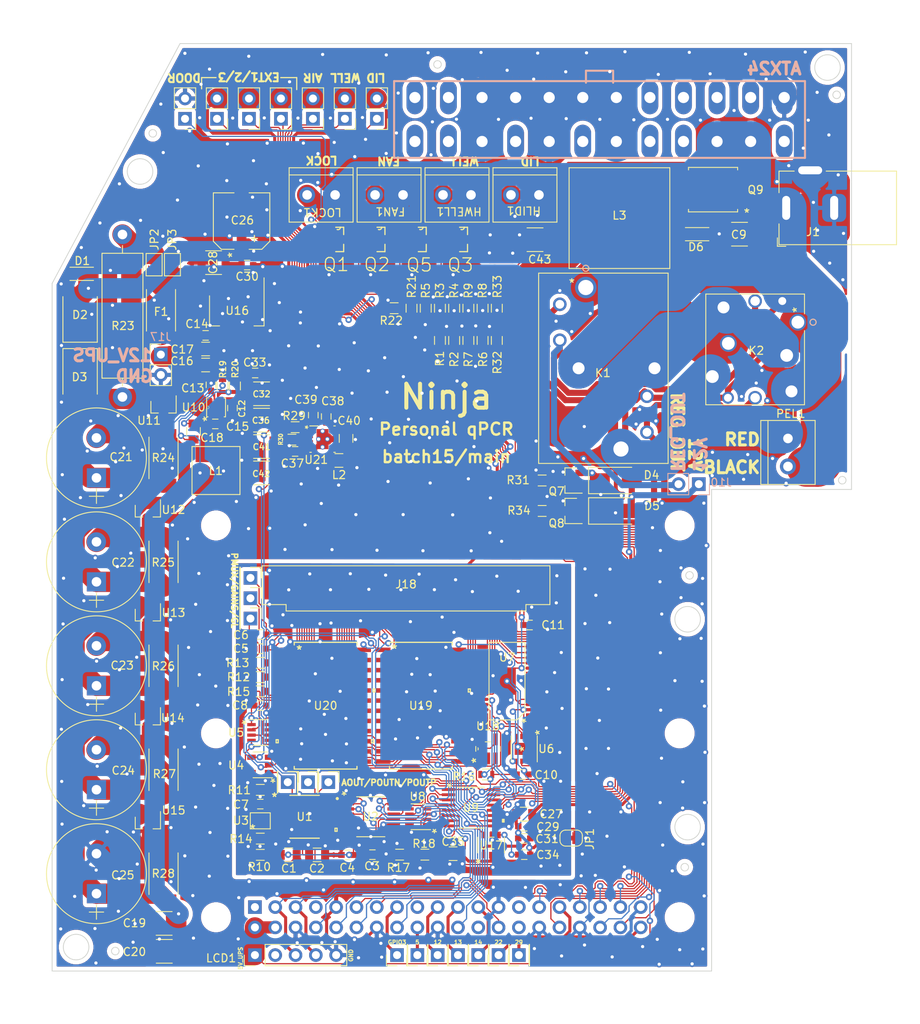
<source format=kicad_pcb>
(kicad_pcb (version 20211014) (generator pcbnew)
  (layers (0 "F.Cu" signal) (31 "B.Cu" signal) (34 "B.Paste" user) (35 "F.Paste" user) (36 "B.SilkS" user "B.Silkscreen") (37 "F.SilkS" user "F.Silkscreen") (38 "B.Mask" user) (39 "F.Mask" user) (44 "Edge.Cuts" user))
  (net 0 "")
  (net 1 "Net-(C1-Pad1)")
  (net 2 "GND")
  (net 3 "Net-(C2-Pad1)")
  (net 4 "GNDA")
  (net 5 "3V3D")
  (net 6 "3V3A")
  (net 7 "PD_MUX_OUT")
  (net 8 "/Photo/GAIN_LARGE")
  (net 9 "/Photo/GAIN_SMALL")
  (net 10 "/Photo/AMP_OUT")
  (net 11 "-1V")
  (net 12 "5V_UPS")
  (net 13 "/5V_UPS/SS")
  (net 14 "12V_UPS")
  (net 15 "Net-(C22-Pad2)")
  (net 16 "/5V_UPS/FB")
  (net 17 "12V")
  (net 18 "Net-(D2-Pad1)")
  (net 19 "Net-(FAN1-Pad2)")
  (net 20 "Net-(HLID1-Pad2)")
  (net 21 "Net-(HWELL1-Pad2)")
  (net 22 "PD_TH2")
  (net 23 "THERM_R_SWITCH")
  (net 24 "MUX_SELECT")
  (net 25 "/GPIO13")
  (net 26 "/FAN")
  (net 27 "MUX_S3")
  (net 28 "/GPIO22")
  (net 29 "/GPIO5")
  (net 30 "DLOCK")
  (net 31 "DOPEN")
  (net 32 "/WELL_HEATER")
  (net 33 "PD_TH1")
  (net 34 "/GPIO12")
  (net 35 "MUX_S2")
  (net 36 "/LID_HEATER")
  (net 37 "MUX_S1")
  (net 38 "VIN_SENSE")
  (net 39 "/GPIO14")
  (net 40 "I2C_SCL")
  (net 41 "MUX_S0")
  (net 42 "/GPIO3")
  (net 43 "I2C_SDA")
  (net 44 "/Photo/PHOTO_OUT_P")
  (net 45 "/Photo/PHOTO_OUT_N")
  (net 46 "THERM_MUX_OUT")
  (net 47 "N_LED_OUT8")
  (net 48 "N_LED_OUT7")
  (net 49 "N_LED_OUT6")
  (net 50 "N_LED_OUT5")
  (net 51 "N_LED_OUT4")
  (net 52 "N_LED_OUT3")
  (net 53 "N_LED_OUT2")
  (net 54 "N_LED_OUT1")
  (net 55 "S_LED_OUT1")
  (net 56 "S_LED_OUT2")
  (net 57 "S_LED_OUT3")
  (net 58 "S_LED_OUT4")
  (net 59 "S_LED_OUT5")
  (net 60 "S_LED_OUT6")
  (net 61 "S_LED_OUT7")
  (net 62 "S_LED_OUT8")
  (net 63 "Net-(Q1-Pad1)")
  (net 64 "Net-(Q2-Pad1)")
  (net 65 "Net-(Q3-Pad1)")
  (net 66 "Net-(Q5-Pad1)")
  (net 67 "Net-(R11-Pad1)")
  (net 68 "Net-(R14-Pad1)")
  (net 69 "/Photo/AMP_GAIN_SW")
  (net 70 "Net-(R16-Pad1)")
  (net 71 "THERM_AIR")
  (net 72 "THERM_EXT1")
  (net 73 "THERM_EXT2")
  (net 74 "THERM_EXT3")
  (net 75 "THERM_LID")
  (net 76 "THERM_WELL")
  (net 77 "CLKIN")
  (net 78 "/PhotoLED/LED_IREF")
  (net 79 "Net-(C13-Pad2)")
  (net 80 "Net-(C15-Pad2)")
  (net 81 "Net-(C15-Pad1)")
  (net 82 "Net-(C21-Pad1)")
  (net 83 "Net-(C21-Pad2)")
  (net 84 "Net-(C23-Pad2)")
  (net 85 "Net-(C24-Pad2)")
  (net 86 "Net-(C34-Pad1)")
  (net 87 "Net-(C37-Pad1)")
  (net 88 "Net-(C39-Pad1)")
  (net 89 "Net-(C40-Pad1)")
  (net 90 "Net-(C40-Pad2)")
  (net 91 "/PhotoMUX/S_PD_OUT16")
  (net 92 "/PhotoMUX/S_PD_OUT15")
  (net 93 "/PhotoMUX/S_PD_OUT14")
  (net 94 "/PhotoMUX/S_PD_OUT13")
  (net 95 "/PhotoMUX/S_PD_OUT12")
  (net 96 "/PhotoMUX/S_PD_OUT11")
  (net 97 "/PhotoMUX/S_PD_OUT10")
  (net 98 "/PhotoMUX/S_PD_OUT9")
  (net 99 "/PhotoMUX/S_PD_OUT8")
  (net 100 "/PhotoMUX/S_PD_OUT7")
  (net 101 "/PhotoMUX/S_PD_OUT6")
  (net 102 "/PhotoMUX/S_PD_OUT5")
  (net 103 "/PhotoMUX/S_PD_OUT4")
  (net 104 "/PhotoMUX/S_PD_OUT3")
  (net 105 "/PhotoMUX/S_PD_OUT2")
  (net 106 "/PhotoMUX/S_PD_OUT1")
  (net 107 "/PhotoMUX/N_PD_OUT1")
  (net 108 "/PhotoMUX/N_PD_OUT2")
  (net 109 "/PhotoMUX/N_PD_OUT3")
  (net 110 "/PhotoMUX/N_PD_OUT4")
  (net 111 "/PhotoMUX/N_PD_OUT5")
  (net 112 "/PhotoMUX/N_PD_OUT6")
  (net 113 "/PhotoMUX/N_PD_OUT7")
  (net 114 "/PhotoMUX/N_PD_OUT8")
  (net 115 "/PhotoMUX/N_PD_OUT9")
  (net 116 "/PhotoMUX/N_PD_OUT10")
  (net 117 "/PhotoMUX/N_PD_OUT11")
  (net 118 "/PhotoMUX/N_PD_OUT12")
  (net 119 "/PhotoMUX/N_PD_OUT13")
  (net 120 "/PhotoMUX/N_PD_OUT14")
  (net 121 "/PhotoMUX/N_PD_OUT15")
  (net 122 "/PhotoMUX/N_PD_OUT16")
  (net 123 "Net-(R17-Pad2)")
  (net 124 "Net-(R18-Pad2)")
  (net 125 "Net-(R29-Pad1)")
  (net 126 "Net-(R29-Pad2)")
  (net 127 "/PhotoMUX/MUX_SELECT_INV")
  (net 128 "PD_REF_PWM")
  (net 129 "REG_OUT")
  (net 130 "/SheetPeltier/PEL1")
  (net 131 "/SheetPeltier/PEL3")
  (net 132 "/SheetPeltier/PEL_RED")
  (net 133 "/SheetPeltier/PEL_BLK")
  (net 134 "PEL_SWB")
  (net 135 "PEL_SWA")
  (net 136 "Net-(Q7-Pad1)")
  (net 137 "Net-(Q8-Pad1)")
  (net 138 "Net-(D6-Pad2)")
  (net 139 "PEL_PWM")
  (net 140 "Net-(Q9-Pad4)")
  (net 141 "Net-(LOCK1-Pad2)")
  (net 142 "/GPIO29")
  (footprint "Pin_Headers:Pin_Header_Straight_1x05_Pitch2.54mm" (layer "F.Cu") (at 105.37 148 90)
    (fp_text reference "LCD1")
    (fp_text value "RPI_LCD_TOUCH_7INCH")
  )
  (footprint "Ninja-qPCR:TB_SeeedOPL_320110028" (layer "F.Cu") (at 132.4 52.93 180)
    (fp_text reference "HWELL1")
    (fp_text value "Screw_Terminal_01x02")
  )
  (footprint "Pin_Headers:Pin_Header_Straight_1x01_Pitch2.54mm" (layer "F.Cu") (at 123.15 148 90)
    (fp_text reference "J3" hide)
    (fp_text value "Conn_01x01_Male")
  )
  (footprint "Pin_Headers:Pin_Header_Straight_1x01_Pitch2.54mm" (layer "F.Cu") (at 125.69 148 90)
    (fp_text reference "J4" hide)
    (fp_text value "Conn_01x01_Male")
  )
  (footprint "Pin_Headers:Pin_Header_Straight_1x01_Pitch2.54mm" (layer "F.Cu") (at 128.23 148 90)
    (fp_text reference "J5" hide)
    (fp_text value "Conn_01x01_Male")
  )
  (footprint "Pin_Headers:Pin_Header_Straight_1x01_Pitch2.54mm" (layer "F.Cu") (at 130.77 148 90)
    (fp_text reference "J6" hide)
    (fp_text value "Conn_01x01_Male")
  )
  (footprint "Pin_Headers:Pin_Header_Straight_1x01_Pitch2.54mm" (layer "F.Cu") (at 135.85 148 90)
    (fp_text reference "J8" hide)
    (fp_text value "Conn_01x01_Male")
  )
  (footprint "Pin_Headers:Pin_Header_Straight_1x02_Pitch2.54mm" (layer "F.Cu") (at 93.6 72.9)
    (fp_text reference "J17")
    (fp_text value "Conn_01x02_Male")
  )
  (footprint "Jumper:SolderJumper-2_P1.3mm_Bridged_RoundedPad1.0x1.5mm" (layer "F.Cu") (at 144.93 133.37 180)
    (fp_text reference "JP1")
    (fp_text value "SolderJumper_2_Bridged")
  )
  (footprint "TO_SOT_Packages_SMD:SOT-23" (layer "F.Cu") (at 93.936 79.45 -90)
    (fp_text reference "U11")
    (fp_text value "TL431DBZ")
  )
  (footprint "TO_SOT_Packages_SMD:SOT-23" (layer "F.Cu") (at 91.976 92.45 -90)
    (fp_text reference "U12")
    (fp_text value "TL431DBZ")
  )
  (footprint "TO_SOT_Packages_SMD:SOT-23" (layer "F.Cu") (at 91.976 105.45 -90)
    (fp_text reference "U13")
    (fp_text value "TL431DBZ")
  )
  (footprint "TO_SOT_Packages_SMD:SOT-23" (layer "F.Cu") (at 91.976 118.45 -90)
    (fp_text reference "U14")
    (fp_text value "TL431DBZ")
  )
  (footprint "TO_SOT_Packages_SMD:SOT-23" (layer "F.Cu") (at 91.976 131.45 -90)
    (fp_text reference "U15")
    (fp_text value "TL431DBZ")
  )
  (footprint "TO_SOT_Packages_SMD:SOT-223" (layer "F.Cu") (at 103.1 67.4 -90)
    (fp_text reference "U16")
    (fp_text value "CJT1117-3.3")
  )
  (footprint "Ninja-qPCR:TPS63710DRRR" (layer "F.Cu") (at 113.83 83.47)
    (fp_text reference "U21")
    (fp_text value "TPS63710DRRR" hide)
  )
  (footprint "Ninja-qPCR:CP_Radial_D12.5mm_P5.00mm" (layer "F.Cu") (at 85.546 101.32 90)
    (fp_text reference "C22")
    (fp_text value "10F2.7V" hide)
  )
  (footprint "Ninja-qPCR:CP_Radial_D12.5mm_P5.00mm" (layer "F.Cu") (at 85.546 114.32 90)
    (fp_text reference "C23")
    (fp_text value "10F2.7V" hide)
  )
  (footprint "Ninja-qPCR:CP_Radial_D12.5mm_P5.00mm" (layer "F.Cu") (at 85.546 127.32 90)
    (fp_text reference "C24")
    (fp_text value "10F2.7V" hide)
  )
  (footprint "Pin_Headers:Pin_Header_Straight_1x01_Pitch2.54mm" (layer "F.Cu") (at 138.39 148 90)
    (fp_text reference "J9" hide)
    (fp_text value "Conn_01x01_Male")
  )
  (footprint "Ninja-qPCR:CP_Radial_D12.5mm_P5.00mm" (layer "F.Cu") (at 85.546 140.32 90)
    (fp_text reference "C25")
    (fp_text value "10F2.7V" hide)
  )
  (footprint "Ninja-qPCR:AP2210K-3.3TRG1" (layer "F.Cu") (at 134.91 134.24 90)
    (fp_text reference "U17")
    (fp_text value "AP2210K-3.3TRG1" hide)
  )
  (footprint "Capacitors_SMD:C_1210" (layer "F.Cu") (at 94.03 147.53)
    (fp_text reference "C20")
    (fp_text value "22uF")
  )
  (footprint "Capacitors_SMD:C_0805" (layer "F.Cu") (at 139.06 130.36 180)
    (fp_text reference "C27")
    (fp_text value "4.7uF")
  )
  (footprint "Capacitors_SMD:C_0603" (layer "F.Cu") (at 139.06 131.884 180)
    (fp_text reference "C29")
    (fp_text value "0.1uF")
  )
  (footprint "Capacitors_SMD:C_0603" (layer "F.Cu") (at 104.4 61.7)
    (fp_text reference "C30")
    (fp_text value "0.1uF")
  )
  (footprint "Capacitors_SMD:C_0603" (layer "F.Cu") (at 139.06 133.408 180)
    (fp_text reference "C31")
    (fp_text value "0.01uF")
  )
  (footprint "Capacitors_SMD:C_0603" (layer "F.Cu") (at 105.4 75.2 180)
    (fp_text reference "C33")
    (fp_text value "0.1uF")
  )
  (footprint "Capacitors_SMD:C_0603" (layer "F.Cu") (at 110.4 85.01 180)
    (fp_text reference "C37")
    (fp_text value "1uF")
  )
  (footprint "Capacitors_SMD:C_0603" (layer "F.Cu") (at 114.29 80.64 90)
    (fp_text reference "C38")
    (fp_text value "1uF")
  )
  (footprint "Capacitors_SMD:C_0603" (layer "F.Cu") (at 112.67 80.47 90)
    (fp_text reference "C39")
    (fp_text value "1uF")
  )
  (footprint "Capacitors_SMD:C_0805" (layer "F.Cu") (at 116.77 83.38 -90)
    (fp_text reference "C40")
    (fp_text value "10uF")
  )
  (footprint "Capacitors_SMD:C_1210" (layer "F.Cu") (at 106.2 84.4 180)
    (fp_text reference "C41")
    (fp_text value "22uF")
  )
  (footprint "Diodes_SMD:D_SMB" (layer "F.Cu") (at 83.5 67.8 90)
    (fp_text reference "D2")
    (fp_text value "D")
  )
  (footprint "Diodes_SMD:D_SMB" (layer "F.Cu") (at 83.5 75.7 -90)
    (fp_text reference "D3")
    (fp_text value "D")
  )
  (footprint "Capacitors_SMD:C_0805" (layer "F.Cu") (at 115.88 86.14 180)
    (fp_text reference "L2")
    (fp_text value "2.2uH")
  )
  (footprint "Resistors_SMD:R_2512" (layer "F.Cu") (at 93.936 85.82 -90)
    (fp_text reference "R24")
    (fp_text value "1k2W")
  )
  (footprint "Resistors_SMD:R_2512" (layer "F.Cu") (at 93.936 98.82 -90)
    (fp_text reference "R25")
    (fp_text value "1k2W")
  )
  (footprint "Resistors_SMD:R_2512" (layer "F.Cu") (at 93.936 111.82 -90)
    (fp_text reference "R26")
    (fp_text value "1k2W")
  )
  (footprint "Resistors_SMD:R_2512" (layer "F.Cu") (at 93.936 124.82 -90)
    (fp_text reference "R27")
    (fp_text value "1k2W")
  )
  (footprint "Resistors_SMD:R_2512" (layer "F.Cu") (at 93.936 137.82 -90)
    (fp_text reference "R28")
    (fp_text value "1k2W")
  )
  (footprint "Capacitors_SMD:C_0603" (layer "F.Cu") (at 139.06 135.44)
    (fp_text reference "C34")
    (fp_text value "100pF")
  )
  (footprint "Resistors_SMD:R_2512" (layer "F.Cu") (at 93.62 67.36 -90)
    (fp_text reference "F1")
    (fp_text value "Fuse")
  )
  (footprint "Jumper:SolderJumper-2_P1.3mm_Open_TrianglePad1.0x1.5mm" (layer "F.Cu") (at 92.76 61.65 -90)
    (fp_text reference "JP2")
    (fp_text value "Jumper")
  )
  (footprint "Jumper:SolderJumper-2_P1.3mm_Open_TrianglePad1.0x1.5mm" (layer "F.Cu") (at 95.05 61.65 -90)
    (fp_text reference "JP3")
    (fp_text value "Jumper")
  )
  (footprint "Ninja-qPCR:VLS6045EX-3R3N" (layer "F.Cu") (at 100.5 87.4 90)
    (fp_text reference "L1")
    (fp_text value "3.3uH" hide)
  )
  (footprint "Capacitors_SMD:C_0603" (layer "F.Cu") (at 99.87 76.68 -90)
    (fp_text reference "C13")
    (fp_text value "1uF")
  )
  (footprint "Capacitors_SMD:C_0603" (layer "F.Cu") (at 99.2 70.5 180)
    (fp_text reference "C14")
    (fp_text value "0.1uF")
  )
  (footprint "Capacitors_SMD:C_0805" (layer "F.Cu") (at 99.2 72.2 180)
    (fp_text reference "C17")
    (fp_text value "10uF")
  )
  (footprint "Capacitors_SMD:C_1210" (layer "F.Cu") (at 94.01 144.04)
    (fp_text reference "C19")
    (fp_text value "22uF")
  )
  (footprint "Capacitors_SMD:C_1210" (layer "F.Cu") (at 106.2 87.7 180)
    (fp_text reference "C42")
    (fp_text value "22uF")
  )
  (footprint "Resistors_SMD:R_0603" (layer "F.Cu") (at 110 83.54 180)
    (fp_text reference "R30")
    (fp_text value "150k")
  )
  (footprint "Ninja-qPCR:CP_Radial_D12.5mm_P5.00mm" (layer "F.Cu") (at 85.546 88.32 90)
    (fp_text reference "C21")
    (fp_text value "10F2.7V" hide)
  )
  (footprint "Resistors_SMD:R_0603" (layer "F.Cu") (at 110.4 81.98 180)
    (fp_text reference "R29")
    (fp_text value "39k")
  )
  (footprint "Ninja-qPCR:TB_SeeedOPL_320110028" (layer "F.Cu") (at 140.9 52.93 180)
    (fp_text reference "HLID1")
    (fp_text value "Screw_Terminal_01x02")
  )
  (footprint "Ninja-qPCR:TB_SeeedOPL_320110028" (layer "F.Cu") (at 123.9 52.93 180)
    (fp_text reference "FAN1")
    (fp_text value "Screw_Terminal_01x02")
  )
  (footprint "Pin_Headers:Pin_Header_Straight_1x01_Pitch2.54mm" (layer "F.Cu") (at 133.31 148 90)
    (fp_text reference "J7" hide)
    (fp_text value "Conn_01x01_Male")
  )
  (footprint "Diodes_SMD:D_SMA" (layer "F.Cu") (at 150.51 88.646)
    (fp_text reference "D4")
    (fp_text value "DIODE")
  )
  (footprint "Diodes_SMD:D_SMA" (layer "F.Cu") (at 150.51 92.456)
    (fp_text reference "D5")
    (fp_text value "DIODE")
  )
  (footprint "TO_SOT_Packages_SMD:SOT-23" (layer "F.Cu") (at 144.91 88.646 180)
    (fp_text reference "Q7")
    (fp_text value "Q_NPN_BCE")
  )
  (footprint "TO_SOT_Packages_SMD:SOT-23" (layer "F.Cu") (at 144.91 92.456 180)
    (fp_text reference "Q8")
    (fp_text value "Q_NPN_BCE")
  )
  (footprint "Resistors_SMD:R_0603" (layer "F.Cu") (at 141.3 88.646 180)
    (fp_text reference "R31")
    (fp_text value "10k")
  )
  (footprint "Resistors_SMD:R_0603" (layer "F.Cu") (at 141.3 92.456)
    (fp_text reference "R34")
    (fp_text value "10k")
  )
  (footprint "Capacitors_SMD:C_0805" (layer "F.Cu") (at 130.16 135.32)
    (fp_text reference "C35")
    (fp_text value "4.7uF")
  )
  (footprint "Ninja-qPCR:CD74HC4067M96" (layer "F.Cu") (at 114.212 116.81)
    (fp_text reference "U20")
    (fp_text value "CD74HC4067M96" hide)
  )
  (footprint "Ninja-qPCR:MCP4551T-104E&slash_MF" (layer "F.Cu") (at 139.06 122.21 -90)
    (fp_text reference "U6")
    (fp_text value "MCP4551T-503E/MS" hide)
  )
  (footprint "Ninja-qPCR:CD74HC4067M96" (layer "F.Cu") (at 126.13 116.81)
    (fp_text reference "U19")
    (fp_text value "CD74HC4067M96" hide)
  )
  (footprint "Capacitors_SMD:C_0603" (layer "F.Cu") (at 106.04 116.792 180)
    (fp_text reference "C8")
    (fp_text value "0.1uF")
  )
  (footprint "Capacitors_SMD:C_0603" (layer "F.Cu") (at 139.73 106.72 180)
    (fp_text reference "C11")
    (fp_text value "0.1uF")
  )
  (footprint "Capacitors_SMD:C_0603" (layer "F.Cu") (at 106.04 107.902)
    (fp_text reference "C6")
    (fp_text value "22pF")
  )
  (footprint "Capacitors_SMD:C_0603" (layer "F.Cu") (at 106.04 109.68)
    (fp_text reference "C5")
    (fp_text value "22pF")
  )
  (footprint "Capacitors_SMD:C_0603" (layer "F.Cu") (at 116.95 135.48)
    (fp_text reference "C4")
    (fp_text value "0.1uF")
  )
  (footprint "Capacitors_SMD:C_0603" (layer "F.Cu") (at 120.07 135.44 180)
    (fp_text reference "C3")
    (fp_text value "0.1uF")
  )
  (footprint "Capacitors_SMD:C_0805" (layer "F.Cu") (at 109.596 135.468 180)
    (fp_text reference "C1")
    (fp_text value "4.7uF")
  )
  (footprint "Pin_Headers:Pin_Header_Straight_1x01_Pitch2.54mm" (layer "F.Cu") (at 104.81 100.83 -90)
    (fp_text reference "J13" hide)
    (fp_text value "Conn_01x01_Male")
  )
  (footprint "Pin_Headers:Pin_Header_Straight_1x01_Pitch2.54mm" (layer "F.Cu") (at 104.81 103.37 -90)
    (fp_text reference "J12" hide)
    (fp_text value "Conn_01x01_Male")
  )
  (footprint "TO_SOT_Packages_SMD:SOT-23-8" (layer "F.Cu") (at 125.8 130.7 180)
    (fp_text reference "U8")
    (fp_text value "TS12A12511DCNR")
  )
  (footprint "TO_SOT_Packages_SMD:SOT-23-8" (layer "F.Cu") (at 106.04 120.16)
    (fp_text reference "U5")
    (fp_text value "TS12A12511DCNR")
  )
  (footprint "TO_SOT_Packages_SMD:SOT-23-5" (layer "F.Cu") (at 106.04 124.21 180)
    (fp_text reference "U4")
    (fp_text value "LMP7717MF_NOPB")
  )
  (footprint "Capacitors_SMD:C_0805" (layer "F.Cu") (at 113.152 135.468)
    (fp_text reference "C2")
    (fp_text value "4.7uF")
  )
  (footprint "Ninja-qPCR:ASDK-32.768KHZ-LRT" (layer "F.Cu") (at 106.04 131.21)
    (fp_text reference "U3")
    (fp_text value "COM1305-0.032768-EXT-T-TR")
  )
  (footprint "Capacitors_SMD:C_0603" (layer "F.Cu") (at 106.04 129.118)
    (fp_text reference "C7")
    (fp_text value "0.1uF")
  )
  (footprint "Resistors_SMD:R_0603" (layer "F.Cu") (at 106.04 133.436 180)
    (fp_text reference "R14")
    (fp_text value "10k")
  )
  (footprint "Resistors_SMD:R_0603" (layer "F.Cu") (at 106.04 135.468 180)
    (fp_text reference "R10")
    (fp_text value "10k")
  )
  (footprint "Ninja-qPCR:ADA2200ARUZ" (layer "F.Cu") (at 111.58 130.7)
    (fp_text reference "U1")
    (fp_text value "ADA2200ARUZ" hide)
  )
  (footprint "Pin_Headers:Pin_Header_Straight_1x01_Pitch2.54mm" (layer "F.Cu") (at 109.5 126.38 -90)
    (fp_text reference "J16" hide)
    (fp_text value "Conn_01x01_Male")
  )
  (footprint "Ninja-qPCR:ADS122C04IPWR" (layer "F.Cu") (at 119.86 130.7)
    (fp_text reference "U2")
    (fp_text value "ADS122C04IPWR")
  )
  (footprint "Pin_Headers:Pin_Header_Straight_1x01_Pitch2.54mm" (layer "F.Cu") (at 114.556 126.38 -90)
    (fp_text reference "J15" hide)
    (fp_text value "Conn_01x01_Male")
  )
  (footprint "Pin_Headers:Pin_Header_Straight_1x01_Pitch2.54mm" (layer "F.Cu") (at 112.016 126.38 -90)
    (fp_text reference "J14" hide)
    (fp_text value "Conn_01x01_Male")
  )
  (footprint "Ninja-qPCR:SN74LVC1GU04DBVR" (layer "F.Cu") (at 134.52 122.21 90)
    (fp_text reference "U18")
    (fp_text value "SN74LVC1GU04DCKR" hide)
  )
  (footprint "Resistors_SMD:R_0603" (layer "F.Cu") (at 106.04 113.236 180)
    (fp_text reference "R12")
    (fp_text value "10M")
  )
  (footprint "Resistors_SMD:R_0603" (layer "F.Cu") (at 106.04 127.34 180)
    (fp_text reference "R11")
    (fp_text value "10k")
  )
  (footprint "Resistors_SMD:R_0603" (layer "F.Cu") (at 106.04 115.014)
    (fp_text reference "R15")
    (fp_text value "10k")
  )
  (footprint "Resistors_SMD:R_0603" (layer "F.Cu") (at 106.04 111.458 180)
    (fp_text reference "R13")
    (fp_text value "1M")
  )
  (footprint "Resistors_SMD:R_0603" (layer "F.Cu") (at 123.47 135.44)
    (fp_text reference "R17")
    (fp_text value "10k_HP")
  )
  (footprint "Resistors_SMD:R_0603" (layer "F.Cu") (at 126.63 135.44)
    (fp_text reference "R18")
    (fp_text value "47k_HP")
  )
  (footprint "Ninja-qPCR:SN74LV4051APWR" (layer "F.Cu") (at 132.4 129.57)
    (fp_text reference "U9")
    (fp_text value "SN74LV4051APWR" hide)
  )
  (footprint "Ninja-qPCR:FFC_60_Ali_HUISHUNFA" (layer "F.Cu") (at 139.02 104.34 180)
    (fp_text reference "J18")
    (fp_text value "Conn_01x60_Male")
  )
  (footprint "Ninja-qPCR:PCA9955B" (layer "F.Cu") (at 136.903532 113.74 90)
    (fp_text reference "U7")
    (fp_text value "PCA9955B" hide)
  )
  (footprint "Ninja-qPCR:TB_SeeedOPL_320110028" (layer "F.Cu") (at 172.05 83.39 -90)
    (fp_text reference "PEL1")
    (fp_text value "Screw_Terminal_01x02")
  )
  (footprint "Ninja-qPCR:EX2-2U1S" (layer "F.Cu") (at 173.29 68.85 -90)
    (fp_text reference "K2")
    (fp_text value "EX2-2U1S" hide)
  )
  (footprint "Ninja-qPCR:EP2-3L3SAb" (layer "F.Cu") (at 146.76 64.51 -90)
    (fp_text reference "K1")
    (fp_text value "EP2-3L3SAb" hide)
  )
  (footprint "Ninja-qPCR:35TZV100M6.3X8" (layer "F.Cu") (at 103.7 56.2 90)
    (fp_text reference "C26")
    (fp_text value "100uF" hide)
  )
  (footprint "Ninja-qPCR:SOT95P240X112-3N" (layer "F.Cu") (at 126.09 58.5)
    (fp_text reference "Q5")
    (fp_text value "Q_NMOS_GSD")
  )
  (footprint "Ninja-qPCR:SOT95P240X112-3N" (layer "F.Cu") (at 131.255 58.5)
    (fp_text reference "Q3")
    (fp_text value "Q_NMOS_GSD")
  )
  (footprint "Ninja-qPCR:SOT95P240X112-3N" (layer "F.Cu") (at 120.925 58.5)
    (fp_text reference "Q2")
    (fp_text value "Q_NMOS_GSD")
  )
  (footprint "Ninja-qPCR:SOT95P240X112-3N" (layer "F.Cu") (at 115.76 58.5)
    (fp_text reference "Q1")
    (fp_text value "Q_NMOS_GSD")
  )
  (footprint "Ninja-qPCR:MSS1P3L-M3&slash_89A" (layer "F.Cu") (at 83.7 62.8 180)
    (fp_text reference "D1")
    (fp_text value "D_Schottky" hide)
  )
  (footprint "Connector_BarrelJack:BarrelJack_Horizontal" (layer "F.Cu") (at 171.829 54.5512 180)
    (fp_text reference "J1")
    (fp_text value "Barrel_Jack_Switch")
  )
  (footprint "Ninja-qPCR:BD9D323QWZ-E2" (layer "F.Cu") (at 100.51 79.5 90)
    (fp_text reference "U10")
    (fp_text value "BD9D323QWZ-E2" hide)
  )
  (footprint "Capacitors_SMD:C_0805" (layer "F.Cu") (at 97.69 82.52 -90)
    (fp_text reference "C18")
    (fp_text value "DNP")
  )
  (footprint "Capacitors_SMD:C_0603" (layer "F.Cu") (at 100.41 81.57 180)
    (fp_text reference "C15")
    (fp_text value "0.1uF")
  )
  (footprint "Resistors_SMD:R_0603" (layer "F.Cu") (at 102.87 76.82 90)
    (fp_text reference "R20")
    (fp_text value "10k")
  )
  (footprint "Resistors_SMD:R_0603" (layer "F.Cu") (at 101.32 76.83 -90)
    (fp_text reference "R19")
    (fp_text value "56k")
  )
  (footprint "Capacitors_SMD:C_0603" (layer "F.Cu") (at 102.56 79.59 90)
    (fp_text reference "C12")
    (fp_text value "1000pF")
  )
  (footprint "Ninja-qPCR:MSS1P3L-M3&slash_89A" (layer "F.Cu") (at 160.69 57.84 180)
    (fp_text reference "D6")
    (fp_text value "D_Schottky" hide)
  )
  (footprint "Ninja-qPCR:PowerPAK_SO-8_Long" (layer "F.Cu") (at 162.68 52.27 180)
    (fp_text reference "Q9")
    (fp_text value "SIRA88BDP-T1-GE3" hide)
  )
  (footprint "Capacitors_SMD:C_1210" (layer "F.Cu") (at 165.99 57.84)
    (fp_text reference "C9")
    (fp_text value "22uF")
  )
  (footprint "Capacitors_SMD:C_1210" (layer "F.Cu") (at 140.41 58.53)
    (fp_text reference "C43")
    (fp_text value "22uF")
  )
  (footprint "Ninja-qPCR:SRP1265C" (layer "F.Cu") (at 150.97 55.83 180)
    (fp_text reference "L3")
    (fp_text value "SRP1265C-220M")
  )
  (footprint "Ninja-qPCR:TB_SeeedOPL_320110028" (layer "F.Cu") (at 115.4 52.93 180)
    (fp_text reference "LOCK1")
    (fp_text value "Conn_01x02_Male")
  )
  (footprint "Pin_Headers:Pin_Header_Straight_1x02_Pitch2.54mm" (layer "F.Cu") (at 116.62549 43.41 180)
    (fp_text reference "TWELL1" hide)
    (fp_text value "Conn_01x02_Male")
  )
  (footprint "Pin_Headers:Pin_Header_Straight_1x02_Pitch2.54mm" (layer "F.Cu") (at 120.62549 43.41 180)
    (fp_text reference "TLID1" hide)
    (fp_text value "Conn_01x02_Male")
  )
  (footprint "Pin_Headers:Pin_Header_Straight_1x02_Pitch2.54mm" (layer "F.Cu") (at 100.62549 43.41 180)
    (fp_text reference "TEXT3" hide)
    (fp_text value "Conn_01x02_Male")
  )
  (footprint "Pin_Headers:Pin_Header_Straight_1x02_Pitch2.54mm" (layer "F.Cu") (at 104.62549 43.41 180)
    (fp_text reference "TEXT2" hide)
    (fp_text value "Conn_01x02_Male")
  )
  (footprint "Pin_Headers:Pin_Header_Straight_1x02_Pitch2.54mm" (layer "F.Cu") (at 108.62549 43.41 180)
    (fp_text reference "TEXT1" hide)
    (fp_text value "Conn_01x02_Male")
  )
  (footprint "Pin_Headers:Pin_Header_Straight_1x02_Pitch2.54mm" (layer "F.Cu") (at 112.62549 43.41 180)
    (fp_text reference "TAIR1" hide)
    (fp_text value "Conn_01x02_Male")
  )
  (footprint "Pin_Headers:Pin_Header_Straight_1x02_Pitch2.54mm" (layer "F.Cu") (at 96.62549 43.41 180)
    (fp_text reference "SW1" hide)
    (fp_text value "SW_Reed")
  )
  (footprint "Resistors_SMD:R_0603" (layer "F.Cu") (at 135.628 67.1 -90)
    (fp_text reference "R33")
    (fp_text value "47k")
  )
  (footprint "Resistors_SMD:R_0603" (layer "F.Cu") (at 124.96 67.1 -90)
    (fp_text reference "R21")
    (fp_text value "47k")
  )
  (footprint "Resistors_SMD:R_0603" (layer "F.Cu") (at 132.072 67.1 90)
    (fp_text reference "R9")
    (fp_text value "47k")
  )
  (footprint "Resistors_SMD:R_0603" (layer "F.Cu") (at 133.85 67.1 90)
    (fp_text reference "R8")
    (fp_text value "47k")
  )
  (footprint "Resistors_SMD:R_0603" (layer "F.Cu") (at 126.738 67.1 90)
    (fp_text reference "R5")
    (fp_text value "47k")
  )
  (footprint "Resistors_SMD:R_0603" (layer "F.Cu") (at 128.516 67.1 90)
    (fp_text reference "R3")
    (fp_text value "47k")
  )
  (footprint "Resistors_SMD:R_0603" (layer "F.Cu") (at 130.294 67.1 90)
    (fp_text reference "R4")
    (fp_text value "47k")
  )
  (footprint "Resistors_SMD:R_0603" (layer "F.Cu") (at 135.628 71.13 -90)
    (fp_text reference "R32")
    (fp_text value "150")
  )
  (footprint "Resistors_SMD:R_0603" (layer "F.Cu") (at 122.79 67.1 180)
    (fp_text reference "R22")
    (fp_text value "10k")
  )
  (footprint "Resistors_SMD:R_0603" (layer "F.Cu") (at 132.072 71.13 -90)
    (fp_text reference "R7")
    (fp_text value "150")
  )
  (footprint "Resistors_SMD:R_0603" (layer "F.Cu") (at 133.85 71.13 -90)
    (fp_text reference "R6")
    (fp_text value "150")
  )
  (footprint "Resistors_SMD:R_0603" (layer "F.Cu") (at 130.294 71.13 -90)
    (fp_text reference "R2")
    (fp_text value "150")
  )
  (footprint "Resistors_SMD:R_0603" (layer "F.Cu") (at 128.516 71.13 -90)
    (fp_text reference "R1")
    (fp_text value "150")
  )
  (footprint "Resistors_SMD:R_0603" (layer "F.Cu") (at 134.31 125.41)
    (fp_text reference "R16")
    (fp_text value "47k")
  )
  (footprint "Capacitors_SMD:C_0603" (layer "F.Cu") (at 138.85 125.41)
    (fp_text reference "C10")
    (fp_text value "0.1uF")
  )
  (footprint "Resistors_ThroughHole:R_Axial_DIN0516_L15.5mm_D5.0mm_P20.32mm_Horizontal" (layer "F.Cu") (at 88.8 78.2 90)
    (fp_text reference "R23")
    (fp_text value "8.2Ω 3W")
  )
  (footprint "Capacitors_SMD:C_1210" (layer "F.Cu") (at 100.2 61.4 180)
    (fp_text reference "C28")
    (fp_text value "22uF")
  )
  (footprint "Capacitors_SMD:C_1210" (layer "F.Cu") (at 106.2 81.1 180)
    (fp_text reference "C36")
    (fp_text value "22uF")
  )
  (footprint "Capacitors_SMD:C_1210" (layer "F.Cu") (at 106.2 77.8 180)
    (fp_text reference "C32")
    (fp_text value "22uF")
  )
  (footprint "Pin_Headers:Pin_Header_Straight_1x01_Pitch2.54mm" (layer "F.Cu") (at 104.81 105.91 -90)
    (fp_text reference "J11" hide)
    (fp_text value "Conn_01x01_Male")
  )
  (footprint "Capacitors_SMD:C_0805" (layer "F.Cu") (at 99.2 74.2 180)
    (fp_text reference "C16")
    (fp_text value "10uF")
  )
  (footprint "Ninja-qPCR:Raspberry_Pi_3A+_3B+_4B_Zero_FaceDown_HDMI-R-NOSILK" (layer "F.Cu") (at 105.37 142 90)
    (fp_text reference "J2" hide)
    (fp_text value "Raspberry_Pi_3A_Plus_wpi")
  )
  (footprint "Ninja-qPCR:ATX24" (layer "B.Cu") (at 148.48 43.4964 180)
    (fp_text reference "J19" hide)
    (fp_text value "Conn_01x24_Male" hide)
  )
  (footprint "Pin_Headers:Pin_Header_Straight_1x02_Pitch2.54mm" (layer "B.Cu") (at 160.9 89.1 90)
    (fp_text reference "J10")
    (fp_text value "Conn_01x02_Male")
  )
  (gr_poly (pts (xy 101.89 79.1) (xy 102.23 79.56) (xy 102.79 79.68) (xy 102.79 80.42) (xy 101.94 80.53) (xy 101.02 80.53) (xy 101.02 79.94) (xy 100.94 79.85) (xy 100.77 79.85) (xy 100.77 79.1)) (layer "F.Cu") (width 0.1) (fill solid))
  (gr_poly (pts (xy 102.91 78.29) (xy 102.91 79.25) (xy 102.28 79.25) (xy 102.02 78.92) (xy 101.02 78.92) (xy 101.02 78.29)) (layer "F.Cu") (width 0.1) (fill solid))
  (gr_poly (pts (xy 99.87 78.3) (xy 100.01 78.5) (xy 100.01 80.55) (xy 99.87 80.68) (xy 98.18 80.68) (xy 98.18 78.3)) (layer "F.Cu") (width 0.1) (fill solid))
  (gr_poly (pts (xy 99.64 80.96) (xy 100.26 80.96) (xy 100.26 80.13) (xy 100.35 80.13) (xy 100.35 81.02) (xy 100.02 81.35) (xy 99.35 81.35)) (layer "F.Cu") (width 0.1) (fill solid))
  (gr_poly (pts (xy 100.36 77.68) (xy 100.37 78.89) (xy 100.25 78.89) (xy 100.25 78.21) (xy 99.89 77.68)) (layer "F.Cu") (width 0.1) (fill solid))
  (gr_poly (pts (xy 101.13 77.69) (xy 100.78 78.02) (xy 100.76 78.83) (xy 100.66 78.83) (xy 100.66 77.69)) (layer "F.Cu") (width 0.1) (fill solid))
  (gr_poly (pts (xy 115.1 83.7) (xy 114.7 84.1) (xy 114.5 84.1) (xy 114.5 82.8) (xy 114.7 82.8) (xy 115.1 83.2) (xy 115.3 83.2) (xy 115.3 83.7)) (layer "F.Cu") (width 0.1) (fill solid))
  (gr_poly (pts (xy 100.78 80.67) (xy 100.87 80.77) (xy 101.39 80.77) (xy 101.6 80.96) (xy 101.6 81.82) (xy 101.95 82.15) (xy 102.86 82.15) (xy 102.99 82.24) (xy 102.99 84.39) (xy 98.57 84.39) (xy 98.57 82.5) (xy 98.81 82.27) (xy 100.02 82.27) (xy 100.27 82.03) (xy 100.27 81.46) (xy 100.59 81.19) (xy 100.59 79.99) (xy 100.78 79.99)) (layer "F.Cu") (width 0.1) (fill solid))
  (gr_line (start 108.6 38.26) (end 110.6 38.26) (layer "F.SilkS") (width 0.15))
  (gr_line (start 98.7 38.26) (end 98.7 39.66) (layer "F.SilkS") (width 0.15))
  (gr_line (start 110.6 38.26) (end 110.6 39.76) (layer "F.SilkS") (width 0.15))
  (gr_line (start 100.5 38.26) (end 98.7 38.26) (layer "F.SilkS") (width 0.15))
  (gr_circle (center 83 147) (end 84.6 147) (layer "Edge.Cuts") (width 0.1) (fill none))
  (gr_circle (center 177 37) (end 178.6 37) (layer "Edge.Cuts") (width 0.1) (fill none))
  (gr_line (start 80 150) (end 162.5 150) (layer "Edge.Cuts") (width 0.1))
  (gr_circle (center 92.59 45.23) (end 93.065 45.23) (layer "Edge.Cuts") (width 0.1) (fill none))
  (gr_circle (center 87.9 147.5) (end 88.375 147.5) (layer "Edge.Cuts") (width 0.1) (fill none))
  (gr_line (start 162.5 150) (end 162.5 89.77) (layer "Edge.Cuts") (width 0.1))
  (gr_circle (center 128.21 36.61) (end 128.685 36.61) (layer "Edge.Cuts") (width 0.1) (fill none))
  (gr_line (start 162.5 89.77) (end 180 89.77) (layer "Edge.Cuts") (width 0.1))
  (gr_line (start 180 89.77) (end 180 34) (layer "Edge.Cuts") (width 0.1))
  (gr_circle (center 159.5 106) (end 161.1 106) (layer "Edge.Cuts") (width 0.1) (fill none))
  (gr_circle (center 178.14 40.41) (end 178.615 40.41) (layer "Edge.Cuts") (width 0.1) (fill none))
  (gr_circle (center 159.5 132) (end 161.1 132) (layer "Edge.Cuts") (width 0.1) (fill none))
  (gr_circle (center 178.84 88.61) (end 179.315 88.61) (layer "Edge.Cuts") (width 0.1) (fill none))
  (gr_circle (center 159.74 100.51) (end 160.215 100.51) (layer "Edge.Cuts") (width 0.1) (fill none))
  (gr_circle (center 159.14 137.01) (end 159.615 137.01) (layer "Edge.Cuts") (width 0.1) (fill none))
  (gr_circle (center 91 50) (end 92.6 50) (layer "Edge.Cuts") (width 0.1) (fill none))
  (gr_line (start 96 34) (end 180 34) (layer "Edge.Cuts") (width 0.1))
  (gr_line (start 80 64) (end 80 150) (layer "Edge.Cuts") (width 0.1))
  (gr_line (start 96 34) (end 80 64) (layer "Edge.Cuts") (width 0.1))
  (gr_text "REG_OUT" (at 158.2 82.6 270) (layer "B.SilkS") (effects (font (size 1.5 1.5) (thickness 0.375)) (justify mirror)))
  (gr_text "12V_UPS" (at 87.5 73) (layer "B.SilkS") (effects (font (size 1.5 1.5) (thickness 0.375)) (justify mirror)))
  (gr_text "GND" (at 90.3 75.6) (layer "B.SilkS") (effects (font (size 1.5 1.5) (thickness 0.375)) (justify mirror)))
  (gr_text "12V" (at 161 85.4 270) (layer "B.SilkS") (effects (font (size 1.5 1.5) (thickness 0.375)) (justify mirror)))
  (gr_text "ATX24" (at 170.33 37.14) (layer "B.SilkS") (effects (font (size 1.5 1.5) (thickness 0.375)) (justify mirror)))
  (gr_text "batch15/main" (at 129.31 85.67) (layer "F.SilkS") (effects (font (size 1.5 1.5) (thickness 0.3))))
  (gr_text "*" (at 111.59 81.98 270) (layer "F.SilkS") (effects (font (size 0.762 0.762) (thickness 0.127))))
  (gr_text "5V_UPS" (at 103.57 148.4 90) (layer "F.SilkS") (effects (font (size 0.508 0.508) (thickness 0.127))))
  (gr_text "GPIO3" (at 123.15 146.4) (layer "F.SilkS") (effects (font (size 0.508 0.508) (thickness 0.127))))
  (gr_text "5" (at 125.69 146.4) (layer "F.SilkS") (effects (font (size 0.508 0.508) (thickness 0.127))))
  (gr_text "12" (at 128.23 146.4) (layer "F.SilkS") (effects (font (size 0.508 0.508) (thickness 0.127))))
  (gr_text "13" (at 130.77 146.4) (layer "F.SilkS") (effects (font (size 0.508 0.508) (thickness 0.127))))
  (gr_text "14" (at 133.31 146.4) (layer "F.SilkS") (effects (font (size 0.508 0.508) (thickness 0.127))))
  (gr_text "29" (at 138.39 146.4) (layer "F.SilkS") (effects (font (size 0.508 0.508) (thickness 0.127))))
  (gr_text "22" (at 135.85 146.4) (layer "F.SilkS") (effects (font (size 0.508 0.508) (thickness 0.127))))
  (gr_text "RED" (at 166.33 83.52) (layer "F.SilkS") (effects (font (size 1.5 1.5) (thickness 0.375))))
  (gr_text "BLACK" (at 165 87) (layer "F.SilkS") (effects (font (size 1.5 1.5) (thickness 0.375))))
  (gr_text "LID" (at 139.8 48.7 180) (layer "F.SilkS") (effects (font (size 1.016 1.016) (thickness 0.254))))
  (gr_text "WELL" (at 131.5 48.7 180) (layer "F.SilkS") (effects (font (size 1.016 1.016) (thickness 0.254))))
  (gr_text "FAN" (at 122.1 48.7 180) (layer "F.SilkS") (effects (font (size 1.016 1.016) (thickness 0.254))))
  (gr_text "LOCK" (at 113.7 48.6 180) (layer "F.SilkS") (effects (font (size 1.016 1.016) (thickness 0.254))))
  (gr_text "EXT1/2/3" (at 104.6 38.16 180) (layer "F.SilkS") (effects (font (size 1.016 1.016) (thickness 0.254))))
  (gr_text "DOOR" (at 96.5 38.26 180) (layer "F.SilkS") (effects (font (size 1.016 1.016) (thickness 0.254))))
  (gr_text "AIR" (at 112.6 38.26 180) (layer "F.SilkS") (effects (font (size 1.016 1.016) (thickness 0.254))))
  (gr_text "WELL" (at 116.7 38.26 180) (layer "F.SilkS") (effects (font (size 1.016 1.016) (thickness 0.254))))
  (gr_text "LID" (at 120.5 38.26 180) (layer "F.SilkS") (effects (font (size 1.016 1.016) (thickness 0.254))))
  (gr_text "*" (at 104.02 118.57 180) (layer "F.SilkS") (effects (font (size 1 1) (thickness 0.14986))))
  (gr_text "*" (at 107.62 125.87 180) (layer "F.SilkS") (effects (font (size 1 1) (thickness 0.14986))))
  (gr_text "*" (at 116.52 127.47 180) (layer "F.SilkS") (effects (font (size 1 1) (thickness 0.14986))))
  (gr_text "*" (at 127.82 132.17 180) (layer "F.SilkS") (effects (font (size 1 1) (thickness 0.14986))))
  (gr_text "*" (at 129.72 126.47 180) (layer "F.SilkS") (effects (font (size 1 1) (thickness 0.14986))))
  (gr_text "*" (at 139.02 118.37 180) (layer "F.SilkS") (effects (font (size 1 1) (thickness 0.14986))))
  (gr_text "AOUT/POUTN/POUTP" (at 122.13 126.43) (layer "F.SilkS") (effects (font (size 0.762 0.762) (thickness 0.1905))))
  (gr_text "PMUX/GAINS/GL" (at 102.8 102.4 270) (layer "F.SilkS") (effects (font (size 0.762 0.762) (thickness 0.1905))))
  (gr_text "REG_OUT" (at 158.2 82.6 270) (layer "F.SilkS") (effects (font (size 1.5 1.5) (thickness 0.375))))
  (gr_text "12V" (at 160.41 85.41 270) (layer "F.SilkS") (effects (font (size 1.5 1.5) (thickness 0.375))))
  (gr_text "GND" (at 117.38 148.05 90) (layer "F.SilkS") (effects (font (size 0.508 0.508) (thickness 0.127))))
  (gr_text "Ninja" (at 129.31 78.18) (layer "F.SilkS") (effects (font (size 3 3) (thickness 0.5))))
  (gr_text "Personal qPCR" (at 129.31 82.23) (layer "F.SilkS") (effects (font (size 1.5 1.5) (thickness 0.3))))
  (segment (start 107.48 136.12) (end 107.681601 136.321601) (width 0.1524) (layer "F.Cu") (net 1))
  (segment (start 113.325001 132.974999) (end 112.880601 133.419399) (width 0.1524) (layer "F.Cu") (net 1))
  (segment (start 111.36 136.38) (end 111.09 136.11) (width 0.1524) (layer "F.Cu") (net 1))
  (segment (start 112.776482 136.38) (end 111.36 136.38) (width 0.1524) (layer "F.Cu") (net 1))
  (segment (start 112.880601 133.419399) (end 112.880601 136.275881) (width 0.1524) (layer "F.Cu") (net 1))
  (segment (start 112.880601 136.275881) (end 112.776482 136.38) (width 0.1524) (layer "F.Cu") (net 1))
  (segment (start 106.79 135.468) (end 107.156934 135.468) (width 0.1524) (layer "F.Cu") (net 1))
  (segment (start 109.888399 136.321601) (end 110.596 135.614) (width 0.1524) (layer "F.Cu") (net 1))
  (segment (start 107.156934 135.468) (end 107.48 135.791066) (width 0.1524) (layer "F.Cu") (net 1))
  (segment (start 110.596 135.614) (end 110.596 135.468) (width 0.1524) (layer "F.Cu") (net 1))
  (segment (start 107.681601 136.321601) (end 109.888399 136.321601) (width 0.1524) (layer "F.Cu") (net 1))
  (segment (start 107.48 135.791066) (end 107.48 136.12) (width 0.1524) (layer "F.Cu") (net 1))
  (segment (start 111.09 136.11) (end 111.09 135.962) (width 0.1524) (layer "F.Cu") (net 1))
  (segment (start 111.09 135.962) (end 110.596 135.468) (width 0.1524) (layer "F.Cu") (net 1))
  (segment (start 114.3994 132.974999) (end 113.325001 132.974999) (width 0.1524) (layer "F.Cu") (net 1))
  (segment (start 138 114.836468) (end 136.903532 113.74) (width 0.1524) (layer "F.Cu") (net 2))
  (segment (start 106.2001 131.8225) (end 106.8525 131.8225) (width 0.1524) (layer "F.Cu") (net 2))
  (segment (start 106.79 129.118) (end 106.123899 129.784101) (width 0.1524) (layer "F.Cu") (net 2))
  (segment (start 106.123899 129.784101) (end 106.123899 131.746299) (width 0.1524) (layer "F.Cu") (net 2))
  (segment (start 106.123899 131.746299) (end 106.2001 131.8225) (width 0.1524) (layer "F.Cu") (net 2))
  (segment (start 106.8525 131.8225) (end 106.9175 131.8225) (width 0.1524) (layer "F.Cu") (net 2))
  (segment (start 108.596 135.468) (end 109.512 135.468) (width 0.1524) (layer "F.Cu") (net 2))
  (segment (start 109.512 135.468) (end 109.53 135.45) (width 0.1524) (layer "F.Cu") (net 2))
  (segment (start 138.53 122.21) (end 138.27 121.95) (width 0.1524) (layer "F.Cu") (net 2))
  (segment (start 139.06 122.21) (end 138.53 122.21) (width 0.1524) (layer "F.Cu") (net 2))
  (segment (start 106.9175 131.8225) (end 107.715002 131.024998) (width 0.1524) (layer "F.Cu") (net 2))
  (segment (start 107.715002 131.024998) (end 108.7606 131.024998) (width 0.1524) (layer "F.Cu") (net 2))
  (segment (start 106.8525 131.8225) (end 106.8525 132.429899) (width 0.1524) (layer "F.Cu") (net 2))
  (segment (start 117.7 135.48) (end 117.7 133.871066) (width 0.1524) (layer "F.Cu") (net 2))
  (segment (start 106.8525 132.429899) (end 106.895381 132.429899) (width 0.1524) (layer "F.Cu") (net 2))
  (segment (start 107.588 135.468) (end 108.596 135.468) (width 0.1524) (layer "F.Cu") (net 2))
  (segment (start 106.895381 132.429899) (end 107.268601 132.803119) (width 0.1524) (layer "F.Cu") (net 2))
  (segment (start 107.268601 135.148601) (end 107.588 135.468) (width 0.1524) (layer "F.Cu") (net 2))
  (segment (start 107.268601 132.803119) (end 107.268601 135.148601) (width 0.1524) (layer "F.Cu") (net 2))
  (segment (start 117.7 133.871066) (end 118.95591 132.615156) (width 0.1524) (layer "F.Cu") (net 2))
  (segment (start 139.953532 116.665) (end 138.585 116.665) (width 0.1524) (layer "F.Cu") (net 2))
  (segment (start 138.085001 120.66) (end 138.085001 121.644999) (width 0.1524) (layer "F.Cu") (net 2))
  (segment (start 118.95591 132.615156) (end 118.95591 130.44409) (width 0.1524) (layer "F.Cu") (net 2))
  (segment (start 118.95591 130.44409) (end 118.95591 129.04591) (width 0.1524) (layer "F.Cu") (net 2))
  (segment (start 118.92682 129.075) (end 118.95591 129.04591) (width 0.1524) (layer "F.Cu") (net 2))
  (segment (start 136.903532 113.74) (end 136.903532 112.22) (width 0.1524) (layer "F.Cu") (net 2))
  (segment (start 136.903532 112.22) (end 137.008532 112.115) (width 0.1524) (layer "F.Cu") (net 2))
  (segment (start 118.95591 129.04591) (end 118.95591 128.81591) (width 0.1524) (layer "F.Cu") (net 2))
  (segment (start 133.853532 112.115) (end 137.008532 112.115) (width 0.1524) (layer "F.Cu") (net 2))
  (segment (start 116.99 129.075) (end 118.92682 129.075) (width 0.1524) (layer "F.Cu") (net 2))
  (segment (start 138.650002 122.21) (end 139.06 122.21) (width 0.1524) (layer "F.Cu") (net 2))
  (segment (start 133.853532 115.365) (end 135.115 115.365) (width 0.1524) (layer "F.Cu") (net 2))
  (segment (start 118.95591 129.04591) (end 118.95591 129.041734) (width 0.1524) (layer "F.Cu") (net 2))
  (segment (start 138.585 116.665) (end 138.285 116.365) (width 0.1524) (layer "F.Cu") (net 2))
  (segment (start 138.085001 121.644999) (end 138.650002 122.21) (width 0.1524) (layer "F.Cu") (net 2))
  (segment (start 138.285 116.365) (end 138 116.08) (width 0.1524) (layer "F.Cu") (net 2))
  (segment (start 139.953532 116.015) (end 138.635 116.015) (width 0.1524) (layer "F.Cu") (net 2))
  (segment (start 118.95591 129.041734) (end 118.961652 129.035992) (width 0.1524) (layer "F.Cu") (net 2))
  (segment (start 138.635 116.015) (end 138.285 116.365) (width 0.1524) (layer "F.Cu") (net 2))
  (segment (start 116.99 130.375) (end 118.88682 130.375) (width 0.1524) (layer "F.Cu") (net 2))
  (segment (start 118.88682 130.375) (end 118.95591 130.44409) (width 0.1524) (layer "F.Cu") (net 2))
  (segment (start 135.37 115.11) (end 137.87 115.11) (width 0.1524) (layer "F.Cu") (net 2))
  (segment (start 138 116.08) (end 138 115.24) (width 0.1524) (layer "F.Cu") (net 2))
  (segment (start 138 115.24) (end 138 114.836468) (width 0.1524) (layer "F.Cu") (net 2))
  (segment (start 135.115 115.365) (end 135.37 115.11) (width 0.1524) (layer "F.Cu") (net 2))
  (segment (start 137.87 115.11) (end 138 115.24) (width 0.1524) (layer "F.Cu") (net 2))
  (segment (start 137.008532 112.115) (end 138.735 112.115) (width 0.1524) (layer "F.Cu") (net 2))
  (segment (start 138.735 112.115) (end 139.953532 112.115) (width 0.1524) (layer "F.Cu") (net 2))
  (segment (start 117.69 135.47) (end 117.7 135.48) (width 0.1524) (layer "F.Cu") (net 2))
  (segment (start 117.152402 135.47) (end 117.69 135.47) (width 0.1524) (layer "F.Cu") (net 2))
  (segment (start 118.95591 128.81591) (end 118.565 128.425) (width 0.1524) (layer "F.Cu") (net 2))
  (segment (start 118.565 128.425) (end 116.99 128.425) (width 0.1524) (layer "F.Cu") (net 2))
  (segment (start 139.385 123.76) (end 139.385 122.535) (width 0.1524) (layer "F.Cu") (net 2))
  (segment (start 139.385 122.535) (end 139.06 122.21) (width 0.1524) (layer "F.Cu") (net 2))
  (segment (start 101.109999 79.548001) (end 101.158 79.5) (width 0.1524) (layer "F.Cu") (net 2))
  (segment (start 101.109999 80.275) (end 101.109999 79.548001) (width 0.1524) (layer "F.Cu") (net 2))
  (segment (start 102.495 80.275) (end 102.56 80.34) (width 0.1524) (layer "F.Cu") (net 2))
  (segment (start 101.109999 80.275) (end 102.495 80.275) (width 0.1524) (layer "F.Cu") (net 2))
  (segment (start 102.56 81.15) (end 102.55 81.16) (width 1.524) (layer "F.Cu") (net 2))
  (segment (start 102.56 80.34) (end 102.56 81.15) (width 1.524) (layer "F.Cu") (net 2))
  (segment (start 139.6 125.41) (end 139.6 125.355008) (width 0.1524) (layer "F.Cu") (net 2))
  (segment (start 138.52 104.34) (end 138.52 105.54) (width 0.1524) (layer "F.Cu") (net 2))
  (segment (start 177.14879 49.8512) (end 178.52759 51.23) (width 2.54) (layer "F.Cu") (net 2))
  (segment (start 145.234682 132.27709) (end 142.557215 132.27709) (width 0.381) (layer "F.Cu") (net 2))
  (segment (start 114.96233 83.72) (end 114.683729 83.998601) (width 0.1524) (layer "F.Cu") (net 2))
  (segment (start 167.49 57.84) (end 167.49 58.37) (width 2.54) (layer "F.Cu") (net 2))
  (segment (start 132.072 67.85) (end 132.072 67.408) (width 0.1524) (layer "F.Cu") (net 2))
  (segment (start 114.29 79.89) (end 112.84 79.89) (width 0.25) (layer "F.Cu") (net 2))
  (segment (start 145.58 133.37) (end 146.76 133.37) (width 0.1524) (layer "F.Cu") (net 2))
  (segment (start 175.001401 52.431401) (end 175.001401 56.518599) (width 2.54) (layer "F.Cu") (net 2))
  (segment (start 102.87 76.07) (end 104.53 76.07) (width 0.762) (layer "F.Cu") (net 2))
  (segment (start 131.16 135.22) (end 131.16 135.32) (width 0.1524) (layer "F.Cu") (net 2))
  (segment (start 130.1628 59.4398) (end 130.1628 60.0772) (width 0.762) (layer "F.Cu") (net 2))
  (segment (start 143.91 91.21) (end 143.92 91.2) (width 0.762) (layer "F.Cu") (net 2))
  (segment (start 115.2 83.47) (end 115.28 83.39) (width 0.25) (layer "F.Cu") (net 2))
  (segment (start 129.5806 130.544999) (end 130.714999 130.544999) (width 0.1524) (layer "F.Cu") (net 2))
  (segment (start 124.9978 60.123242) (end 124.850079 59.975521) (width 2.54) (layer "F.Cu") (net 2))
  (segment (start 100.726001 75.601399) (end 102.171399 75.601399) (width 0.1524) (layer "F.Cu") (net 2))
  (segment (start 143.91 88.646) (end 143.91 87.6) (width 0.762) (layer "F.Cu") (net 2))
  (segment (start 130.294 67.414) (end 130.29 67.41) (width 0.1524) (layer "F.Cu") (net 2))
  (segment (start 86.146 134.72) (end 85.546 135.32) (width 2.54) (layer "F.Cu") (net 2))
  (segment (start 152.92 142) (end 153.63 142) (width 0.381) (layer "F.Cu") (net 2))
  (segment (start 177.829 54.5512) (end 177.1212 54.5512) (width 2.54) (layer "F.Cu") (net 2))
  (segment (start 165.746001 52.016001) (end 165.746001 52.073999) (width 2.54) (layer "F.Cu") (net 2))
  (segment (start 178.52759 57.74241) (end 178.52759 51.23) (width 2.54) (layer "F.Cu") (net 2))
  (segment (start 128.516 67.85) (end 128.516 67.414) (width 0.1524) (layer "F.Cu") (net 2))
  (segment (start 115.28 83.22) (end 115.28 83.39) (width 0.25) (layer "F.Cu") (net 2))
  (segment (start 135.628 67.85) (end 135.628 67.382) (width 0.1524) (layer "F.Cu") (net 2))
  (segment (start 174.829 49.8512) (end 177.14879 49.8512) (width 2.54) (layer "F.Cu") (net 2))
  (segment (start 134.91 136.218602) (end 134.869301 136.259301) (width 0.381) (layer "F.Cu") (net 2))
  (segment (start 104.65 75.95) (end 104.65 77.75) (width 0.762) (layer "F.Cu") (net 2))
  (segment (start 109.25 84.28) (end 109.25 84.61) (width 0.1524) (layer "F.Cu") (net 2))
  (segment (start 119.846009 60.136451) (end 119.737579 60.028021) (width 2.54) (layer "F.Cu") (net 2))
  (segment (start 139.81 134.68) (end 139.69931 134.56931) (width 0.381) (layer "F.Cu") (net 2))
  (segment (start 105.15 64) (end 105.4 64.25) (width 0.762) (layer "F.Cu") (net 2))
  (segment (start 112.424999 85.635001) (end 111.799321 85.635001) (width 0.25) (layer "F.Cu") (net 2))
  (segment (start 177.575711 58.694289) (end 178.52759 57.74241) (width 2.54) (layer "F.Cu") (net 2))
  (segment (start 114.683729 83.998601) (end 114.176271 83.998601) (width 0.1524) (layer "F.Cu") (net 2))
  (segment (start 132.072 67.408) (end 132.08 67.4) (width 0.1524) (layer "F.Cu") (net 2))
  (segment (start 138.58 103.34) (end 138.88 103.34) (width 0.1524) (layer "F.Cu") (net 2))
  (segment (start 114.337099 143.192901) (end 114.337099 146.807099) (width 0.381) (layer "F.Cu") (net 2))
  (segment (start 113.858602 83.680932) (end 113.858602 83.259068) (width 0.1524) (layer "F.Cu") (net 2))
  (segment (start 115.28 83.72) (end 114.96233 83.72) (width 0.1524) (layer "F.Cu") (net 2))
  (segment (start 130.9 130.73) (end 130.9 131.19) (width 0.1524) (layer "F.Cu") (net 2))
  (segment (start 114.6678 59.4398) (end 114.6678 62.874218) (width 0.762) (layer "F.Cu") (net 2))
  (segment (start 111.799321 85.635001) (end 111.771921 85.662401) (width 0.25) (layer "F.Cu") (net 2))
  (segment (start 138.52 104.34) (end 138.52 103.4) (width 0.1524) (layer "F.Cu") (net 2))
  (segment (start 143.91 92.456) (end 143.91 91.21) (width 0.762) (layer "F.Cu") (net 2))
  (segment (start 134.91 135.50365) (end 134.91 136.218602) (width 0.381) (layer "F.Cu") (net 2))
  (segment (start 105.15 61.7) (end 105.15 62.64) (width 0.762) (layer "F.Cu") (net 2))
  (segment (start 131.16 135.32) (end 132.099301 136.259301) (width 0.381) (layer "F.Cu") (net 2))
  (segment (start 113.07 84.23) (end 113.83 83.47) (width 0.2032) (layer "F.Cu") (net 2))
  (segment (start 169.911722 49.8512) (end 167.732922 52.03) (width 2.54) (layer "F.Cu") (net 2))
  (segment (start 109.67 84.29) (end 109.26 84.29) (width 0.1524) (layer "F.Cu") (net 2))
  (segment (start 102.171399 75.601399) (end 102.64 76.07) (width 0.1524) (layer "F.Cu") (net 2))
  (segment (start 112.424999 85.635001) (end 113.07 84.99) (width 0.2032) (layer "F.Cu") (net 2))
  (segment (start 119.8328 59.4398) (end 119.8328 62.8928) (width 0.762) (layer "F.Cu") (net 2))
  (segment (start 130.714999 130.544999) (end 130.9 130.73) (width 0.1524) (layer "F.Cu") (net 2))
  (segment (start 113.858602 83.259068) (end 114.176271 82.941399) (width 0.1524) (layer "F.Cu") (net 2))
  (segment (start 174.829 49.8512) (end 169.911722 49.8512) (width 2.54) (layer "F.Cu") (net 2))
  (segment (start 176.225212 57.74241) (end 175.701401 57.218599) (width 2.54) (layer "F.Cu") (net 2))
  (segment (start 138.06 130.36) (end 138.06 131.634) (width 0.381) (layer "F.Cu") (net 2))
  (segment (start 114.176271 83.998601) (end 113.858602 83.680932) (width 0.1524) (layer "F.Cu") (net 2))
  (segment (start 91.976 132.45) (end 91.976 134.67) (width 1.524) (layer "F.Cu") (net 2))
  (segment (start 167.732922 52.03) (end 165.76 52.03) (width 2.54) (layer "F.Cu") (net 2))
  (segment (start 131.67773 134.70227) (end 131.16 135.22) (width 0.1524) (layer "F.Cu") (net 2))
  (segment (start 104.65 75.2) (end 104.65 75.95) (width 0.762) (layer "F.Cu") (net 2))
  (segment (start 167.49 55.79759) (end 167.49 57.84) (width 2.54) (layer "F.Cu") (net 2))
  (segment (start 131.67773 133.435497) (end 131.67773 134.70227) (width 0.1524) (layer "F.Cu") (net 2))
  (segment (start 114.96233 83.22) (end 115.28 83.22) (width 0.1524) (layer "F.Cu") (net 2))
  (segment (start 129.02 104.34) (end 129.02 103.45) (width 0.1524) (layer "F.Cu") (net 2))
  (segment (start 177.1212 54.5512) (end 175.001401 52.431401) (width 2.54) (layer "F.Cu") (net 2))
  (segment (start 125.48 131.03) (end 125.961399 130.548601) (width 0.1524) (layer "F.Cu") (net 2))
  (segment (start 129.5806 131.194998) (end 130.895002 131.194998) (width 0.1524) (layer "F.Cu") (net 2))
  (segment (start 122.04 67.1) (end 122.04 66.87) (width 0.1524) (layer "F.Cu") (net 2))
  (segment (start 138.31 131.884) (end 138.31 132.71) (width 0.381) (layer "F.Cu") (net 2))
  (segment (start 130.9 131.74) (end 130.795001 131.844999) (width 0.1524) (layer "F.Cu") (net 2))
  (segment (start 130.294 67.85) (end 130.294 67.414) (width 0.1524) (layer "F.Cu") (net 2))
  (segment (start 111.771921 85.662401) (end 110.302401 85.662401) (width 0.25) (layer "F.Cu") (net 2))
  (segment (start 109.25 83.54) (end 109.25 84.28) (width 0.1524) (layer "F.Cu") (net 2))
  (segment (start 139.02 105.47) (end 138.735 105.755) (width 0.1524) (layer "F.Cu") (net 2))
  (segment (start 102.55 81.16) (end 104.64 81.16) (width 0.762) (layer "F.Cu") (net 2))
  (segment (start 128.516 67.414) (end 128.52 67.41) (width 0.1524) (layer "F.Cu") (net 2))
  (segment (start 113.07 84.99) (end 113.07 84.23) (width 0.2032) (layer "F.Cu") (net 2))
  (segment (start 138.98 106.72) (end 138.98 106) (width 0.1524) (layer "F.Cu") (net 2))
  (segment (start 115.53 148) (end 117.15 148) (width 0.381) (layer "F.Cu") (net 2))
  (segment (start 130.163991 62.906009) (end 130.163991 60.078391) (width 2.54) (layer "F.Cu") (net 2))
  (segment (start 124.9978 62.9122) (end 124.9978 60.123242) (width 2.54) (layer "F.Cu") (net 2))
  (segment (start 91.926 134.72) (end 86.146 134.72) (width 2.54) (layer "F.Cu") (net 2))
  (segment (start 175.001401 56.518599) (end 175.001401 57.439121) (width 2.54) (layer "F.Cu") (net 2))
  (segment (start 177.368 54.35) (end 177.368 55.552) (width 2.54) (layer "F.Cu") (net 2))
  (segment (start 127.738246 130.37) (end 127.743245 130.374999) (width 0.1524) (layer "F.Cu") (net 2))
  (segment (start 119.846009 62.906009) (end 119.846009 60.136451) (width 2.54) (layer "F.Cu") (net 2))
  (segment (start 165.746001 52.073999) (end 165.70241 52.11759) (width 2.54) (layer "F.Cu") (net 2))
  (segment (start 166.396205 54.703795) (end 167.49 55.79759) (width 2.54) (layer "F.Cu") (net 2))
  (segment (start 145.58 132.622408) (end 145.234682 132.27709) (width 0.381) (layer "F.Cu") (net 2))
  (segment (start 92.51 144.04) (end 92.51 147.51) (width 2.54) (layer "F.Cu") (net 2))
  (segment (start 109.26 84.29) (end 109.25 84.28) (width 0.1524) (layer "F.Cu") (net 2))
  (segment (start 100.3974 75.93) (end 100.726001 75.601399) (width 0.1524) (layer "F.Cu") (net 2))
  (segment (start 104.7 81.1) (end 104.7 84.4) (width 0.762) (layer "F.Cu") (net 2))
  (segment (start 142.557215 132.27709) (end 140.264995 134.56931) (width 0.381) (layer "F.Cu") (net 2))
  (segment (start 143.91 87.6) (end 143.92 87.59) (width 0.762) (layer "F.Cu") (net 2))
  (segment (start 126.084131 130.548601) (end 126.262732 130.37) (width 0.1524) (layer "F.Cu") (net 2))
  (segment (start 168.656599 51.106323) (end 168.656599 57.439121) (width 2.54) (layer "F.Cu") (net 2))
  (segment (start 90.4 144.04) (end 90.37 144.07) (width 2.54) (layer "F.Cu") (net 2))
  (segment (start 104.7 77.8) (end 104.7 81.1) (width 0.762) (layer "F.Cu") (net 2))
  (segment (start 177.368 55.552) (end 175.701401 57.218599) (width 2.54) (layer "F.Cu") (net 2))
  (segment (start 129.13 103.34) (end 138.58 103.34) (width 0.1524) (layer "F.Cu") (net 2))
  (segment (start 175.701401 57.218599) (end 175.001401 56.518599) (width 2.54) (layer "F.Cu") (net 2))
  (segment (start 145.58 133.37) (end 145.58 132.622408) (width 0.381) (layer "F.Cu") (net 2))
  (segment (start 105.15 62.64) (end 105.15 64) (width 0.762) (layer "F.Cu") (net 2))
  (segment (start 109.25 84.61) (end 109.65 85.01) (width 0.1524) (layer "F.Cu") (net 2))
  (segment (start 110.302401 85.662401) (end 109.65 85.01) (width 0.25) (layer "F.Cu") (net 2))
  (segment (start 165.70241 54.01) (end 166.396205 54.703795) (width 2.54) (layer "F.Cu") (net 2))
  (segment (start 117.15 148) (end 120.61 144.54) (width 0.381) (layer "F.Cu") (net 2))
  (segment (start 133.85 67.4) (end 133.86 67.39) (width 0.1524) (layer "F.Cu") (net 2))
  (segment (start 138.88 103.34) (end 139.02 103.48) (width 0.1524) (layer "F.Cu") (net 2))
  (segment (start 124.9978 59.4398) (end 124.9978 62.9122) (width 0.762) (layer "F.Cu") (net 2))
  (segment (start 138.52 103.4) (end 138.58 103.34) (width 0.1524) (layer "F.Cu") (net 2))
  (segment (start 140.264995 134.56931) (end 139.69931 134.56931) (width 0.381) (layer "F.Cu") (net 2))
  (segment (start 167.49 58.37) (end 167.814289 58.694289) (width 2.54) (layer "F.Cu") (net 2))
  (segment (start 139.6 125.41) (end 139.6 125.56) (width 0.1524) (layer "F.Cu") (net 2))
  (segment (start 104.65 77.75) (end 104.7 77.8) (width 0.762) (layer "F.Cu") (net 2))
  (segment (start 138.52 105.54) (end 138.735 105.755) (width 0.1524) (layer "F.Cu") (net 2))
  (segment (start 175.001401 57.439121) (end 174.716921 57.723601) (width 2.54) (layer "F.Cu") (net 2))
  (segment (start 99.9 76.477598) (end 99.9 75.96) (width 0.1524) (layer "F.Cu") (net 2))
  (segment (start 138.990699 136.259301) (end 139.81 135.44) (width 0.381) (layer "F.Cu") (net 2))
  (segment (start 93.936 134.72) (end 91.926 134.72) (width 2.54) (layer "F.Cu") (net 2))
  (segment (start 169.911722 49.8512) (end 168.656599 51.106323) (width 2.54) (layer "F.Cu") (net 2))
  (segment (start 174.829 49.8512) (end 174.829 50.269) (width 2.54) (layer "F.Cu") (net 2))
  (segment (start 135.628 67.382) (end 135.65 67.36) (width 0.1524) (layer "F.Cu") (net 2))
  (segment (start 138.06 131.634) (end 138.31 131.884) (width 0.381) (layer "F.Cu") (net 2))
  (segment (start 122.04 67.1) (end 122.04 66.11) (width 0.1524) (layer "F.Cu") (net 2))
  (segment (start 114.683729 82.941399) (end 114.96233 83.22) (width 0.1524) (layer "F.Cu") (net 2))
  (segment (start 133.85 67.85) (end 133.85 67.4) (width 0.1524) (layer "F.Cu") (net 2))
  (segment (start 168.384123 51.378799) (end 174.716921 51.378799) (width 2.54) (layer "F.Cu") (net 2))
  (segment (start 124.7 131.03) (end 125.48 131.03) (width 0.1524) (layer "F.Cu") (net 2))
  (segment (start 165.70241 52.11759) (end 165.70241 54.01) (width 2.54) (layer "F.Cu") (net 2))
  (segment (start 125.961399 130.548601) (end 126.084131 130.548601) (width 0.1524) (layer "F.Cu") (net 2))
  (segment (start 119.8328 62.8928) (end 119.846009 62.906009) (width 0.762) (layer "F.Cu") (net 2))
  (segment (start 139.02 103.48) (end 139.02 104.34) (width 0.1524) (layer "F.Cu") (net 2))
  (segment (start 129.66 132.53) (end 129.66 131.924399) (width 0.1524) (layer "F.Cu") (net 2))
  (segment (start 167.732922 52.03) (end 168.384123 51.378799) (width 2.54) (layer "F.Cu") (net 2))
  (segment (start 130.9 131.19) (end 130.9 131.74) (width 0.1524) (layer "F.Cu") (net 2))
  (segment (start 139.51235 125.41) (end 139.044551 124.942201) (width 0.1524) (layer "F.Cu") (net 2))
  (segment (start 99.87 75.93) (end 100.3974 75.93) (width 0.1524) (layer "F.Cu") (net 2))
  (segment (start 114.636009 62.906009) (end 114.636009 60.091451) (width 2.54) (layer "F.Cu") (net 2))
  (segment (start 168.656599 51.106323) (end 168.656599 52.443401) (width 2.54) (layer "F.Cu") (net 2))
  (segment (start 114.6678 62.874218) (end 114.636009 62.906009) (width 0.762) (layer "F.Cu") (net 2))
  (segment (start 92.51 147.51) (end 92.53 147.53) (width 2.54) (layer "F.Cu") (net 2))
  (segment (start 168.941079 57.723601) (end 168.656599 57.439121) (width 2.54) (layer "F.Cu") (net 2))
  (segment (start 165.76 52.03) (end 165.746001 52.016001) (width 2.54) (layer "F.Cu") (net 2))
  (segment (start 122.04 66.11) (end 122.02 66.09) (width 0.1524) (layer "F.Cu") (net 2))
  (segment (start 177.829 54.811) (end 177.368 54.35) (width 2.54) (layer "F.Cu") (net 2))
  (segment (start 138.31 132.71) (end 138.31 133.408) (width 0.381) (layer "F.Cu") (net 2))
  (segment (start 139.6 125.41) (end 139.51235 125.41) (width 0.1524) (layer "F.Cu") (net 2))
  (segment (start 99.9 75.96) (end 99.87 75.93) (width 0.1524) (layer "F.Cu") (net 2))
  (segment (start 129.66 131.924399) (end 129.5806 131.844999) (width 0.1524) (layer "F.Cu") (net 2))
  (segment (start 115.28 83.39) (end 115.28 83.72) (width 0.25) (layer "F.Cu") (net 2))
  (segment (start 104.7 84.4) (end 104.7 87.7) (width 0.762) (layer "F.Cu") (net 2))
  (segment (start 126.9 130.37) (end 127.738246 130.37) (width 0.1524) (layer "F.Cu") (net 2))
  (segment (start 112.84 79.89) (end 112.67 79.72) (width 0.25) (layer "F.Cu") (net 2))
  (segment (start 134.869301 136.259301) (end 138.990699 136.259301) (width 0.381) (layer "F.Cu") (net 2))
  (segment (start 178.52759 57.74241) (end 176.225212 57.74241) (width 2.54) (layer "F.Cu") (net 2))
  (segment (start 168.656599 52.443401) (end 166.396205 54.703795) (width 2.54) (layer "F.Cu") (net 2))
  (segment (start 174.829 50.269) (end 177.829 53.269) (width 2.54) (layer "F.Cu") (net 2))
  (segment (start 139.02 104.34) (end 139.02 105.47) (width 0.1524) (layer "F.Cu") (net 2))
  (segment (start 104.64 81.16) (end 104.7 81.1) (width 0.762) (layer "F.Cu") (net 2))
  (segment (start 130.795001 131.844999) (end 129.5806 131.844999) (width 0.1524) (layer "F.Cu") (net 2))
  (segment (start 139.81 135.44) (end 139.81 134.68) (width 0.381) (layer "F.Cu") (net 2))
  (segment (start 174.716921 51.378799) (end 175.001401 51.663279) (width 2.54) (layer "F.Cu") (net 2))
  (segment (start 126.262732 130.37) (end 126.9 130.37) (width 0.1524) (layer "F.Cu") (net 2))
  (segment (start 167.814289 58.694289) (end 177.575711 58.694289) (width 2.54) (layer "F.Cu") (net 2))
  (segment (start 92.51 144.04) (end 90.4 144.04) (width 2.54) (layer "F.Cu") (net 2))
  (segment (start 175.001401 51.663279) (end 175.001401 52.431401) (width 2.54) (layer "F.Cu") (net 2))
  (segment (start 174.716921 57.723601) (end 168.941079 57.723601) (width 2.54) (layer "F.Cu") (net 2))
  (segment (start 114.337099 146.807099) (end 115.53 148) (width 0.381) (layer "F.Cu") (net 2))
  (segment (start 114.636009 60.091451) (end 114.495079 59.950521) (width 2.54) (layer "F.Cu") (net 2))
  (segment (start 132.099301 136.259301) (end 134.869301 136.259301) (width 0.381) (layer "F.Cu") (net 2))
  (segment (start 138.98 106) (end 138.735 105.755) (width 0.1524) (layer "F.Cu") (net 2))
  (segment (start 102.64 76.07) (end 102.87 76.07) (width 0.1524) (layer "F.Cu") (net 2))
  (segment (start 115.53 142) (end 114.337099 143.192901) (width 0.381) (layer "F.Cu") (net 2))
  (segment (start 177.829 53.269) (end 177.829 54.5512) (width 2.54) (layer "F.Cu") (net 2))
  (segment (start 130.163991 60.078391) (end 130.1628 60.0772) (width 2.54) (layer "F.Cu") (net 2))
  (segment (start 177.829 54.5512) (end 177.829 54.811) (width 2.54) (layer "F.Cu") (net 2))
  (segment (start 99.95 71.95) (end 100.2 72.2) (width 0.381) (layer "F.Cu") (net 2))
  (segment (start 130.895002 131.194998) (end 130.9 131.19) (width 0.1524) (layer "F.Cu") (net 2))
  (segment (start 114.176271 82.941399) (end 114.683729 82.941399) (width 0.1524) (layer "F.Cu") (net 2))
  (segment (start 129.02 103.45) (end 129.13 103.34) (width 0.1524) (layer "F.Cu") (net 2))
  (segment (start 104.53 76.07) (end 104.65 75.95) (width 0.762) (layer "F.Cu") (net 2))
  (via (at 161.4 147.24) (size 0.8) (drill 0.4) (layers "F.Cu" "B.Cu") (net 2))
  (via (at 158.51 147.33) (size 0.8) (drill 0.4) (layers "F.Cu" "B.Cu") (net 2))
  (via (at 136.903532 113.74) (size 0.8) (drill 0.4) (layers "F.Cu" "B.Cu") (net 2))
  (via (at 109.53 135.45) (size 0.8) (drill 0.4) (layers "F.Cu" "B.Cu") (net 2))
  (via (at 118.961652 129.035992) (size 0.8) (drill 0.4) (layers "F.Cu" "B.Cu") (net 2))
  (via (at 117.152402 135.47) (size 0.8) (drill 0.4) (layers "F.Cu" "B.Cu") (net 2))
  (via (at 138.27 121.95) (size 0.8) (drill 0.4) (layers "F.Cu" "B.Cu") (net 2))
  (via (at 138.735 112.115) (size 0.8) (drill 0.4) (layers "F.Cu" "B.Cu") (net 2))
  (via (at 102.55 81.16) (size 0.8) (drill 0.4) (layers "F.Cu" "B.Cu") (net 2))
  (via (at 88.26 80.53) (size 0.8) (drill 0.4) (layers "F.Cu" "B.Cu") (net 2))
  (via (at 88.98 84.58) (size 0.8) (drill 0.4) (layers "F.Cu" "B.Cu") (net 2))
  (via (at 93.87 84.68) (size 0.8) (drill 0.4) (layers "F.Cu" "B.Cu") (net 2))
  (via (at 81.17 78.85) (size 0.8) (drill 0.4) (layers "F.Cu" "B.Cu") (net 2))
  (via (at 81.17 71.76) (size 0.8) (drill 0.4) (layers "F.Cu" "B.Cu") (net 2))
  (via (at 81.13 64.06) (size 0.8) (drill 0.4) (layers "F.Cu" "B.Cu") (net 2))
  (via (at 87.29 62.37) (size 0.8) (drill 0.4) (layers "F.Cu" "B.Cu") (net 2))
  (via (at 87.55 66.73) (size 0.8) (drill 0.4) (layers "F.Cu" "B.Cu") (net 2))
  (via (at 84.96 67.86) (size 0.8) (drill 0.4) (layers "F.Cu" "B.Cu") (net 2))
  (via (at 87.55 72.03) (size 0.8) (drill 0.4) (layers "F.Cu" "B.Cu") (net 2))
  (via (at 92.78 66.09) (size 0.8) (drill 0.4) (layers "F.Cu" "B.Cu") (net 2))
  (via (at 94.58 68.42) (size 0.8) (drill 0.4) (layers "F.Cu" "B.Cu") (net 2))
  (via (at 83.65 59.51) (size 0.8) (drill 0.4) (layers "F.Cu" "B.Cu") (net 2))
  (via (at 85.98 56.44) (size 0.8) (drill 0.4) (layers "F.Cu" "B.Cu") (net 2))
  (via (at 88.42 51.54) (size 0.8) (drill 0.4) (layers "F.Cu" "B.Cu") (net 2))
  (via (at 91.06 56.11) (size 0.8) (drill 0.4) (layers "F.Cu" "B.Cu") (net 2))
  (via (at 99.13 57.84) (size 0.8) (drill 0.4) (layers "F.Cu" "B.Cu") (net 2))
  (via (at 93.85 58.09) (size 0.8) (drill 0.4) (layers "F.Cu" "B.Cu") (net 2))
  (via (at 95.68 53.57) (size 0.8) (drill 0.4) (layers "F.Cu" "B.Cu") (net 2))
  (via (at 93.9 47.63) (size 0.8) (drill 0.4) (layers "F.Cu" "B.Cu") (net 2))
  (via (at 106.9 46.46) (size 0.8) (drill 0.4) (layers "F.Cu" "B.Cu") (net 2))
  (via (at 106.8 51.54) (size 0.8) (drill 0.4) (layers "F.Cu" "B.Cu") (net 2))
  (via (at 107 57.97) (size 0.8) (drill 0.4) (layers "F.Cu" "B.Cu") (net 2))
  (via (at 104.99 57.53) (size 0.8) (drill 0.4) (layers "F.Cu" "B.Cu") (net 2))
  (via (at 106.86 54.79) (size 0.8) (drill 0.4) (layers "F.Cu" "B.Cu") (net 2))
  (via (at 105.07 53.21) (size 0.8) (drill 0.4) (layers "F.Cu" "B.Cu") (net 2))
  (via (at 105.19 48.65) (size 0.8) (drill 0.4) (layers "F.Cu" "B.Cu") (net 2))
  (via (at 101.93 46.55) (size 0.8) (drill 0.4) (layers "F.Cu" "B.Cu") (net 2))
  (via (at 101.85 51.14) (size 0.8) (drill 0.4) (layers "F.Cu" "B.Cu") (net 2))
  (via (at 101.87 55.7) (size 0.8) (drill 0.4) (layers "F.Cu" "B.Cu") (net 2))
  (via (at 102.19 58.05) (size 0.8) (drill 0.4) (layers "F.Cu" "B.Cu") (net 2))
  (via (at 98.28 49.3) (size 0.8) (drill 0.4) (layers "F.Cu" "B.Cu") (net 2))
  (via (at 97.2 44.93) (size 0.8) (drill 0.4) (layers "F.Cu" "B.Cu") (net 2))
  (via (at 98.46 43.27) (size 0.8) (drill 0.4) (layers "F.Cu" "B.Cu") (net 2))
  (via (at 93.6 41.57) (size 0.8) (drill 0.4) (layers "F.Cu" "B.Cu") (net 2))
  (via (at 96.61 35.22) (size 0.8) (drill 0.4) (layers "F.Cu" "B.Cu") (net 2))
  (via (at 99.69 37.2) (size 0.8) (drill 0.4) (layers "F.Cu" "B.Cu") (net 2))
  (via (at 98.63 39.09) (size 0.8) (drill 0.4) (layers "F.Cu" "B.Cu") (net 2))
  (via (at 109.7 38.78) (size 0.8) (drill 0.4) (layers "F.Cu" "B.Cu") (net 2))
  (via (at 104.6 35.59) (size 0.8) (drill 0.4) (layers "F.Cu" "B.Cu") (net 2))
  (via (at 102.59 43.32) (size 0.8) (drill 0.4) (layers "F.Cu" "B.Cu") (net 2))
  (via (at 106.54 43.3) (size 0.8) (drill 0.4) (layers "F.Cu" "B.Cu") (net 2))
  (via (at 110.75 43.32) (size 0.8) (drill 0.4) (layers "F.Cu" "B.Cu") (net 2))
  (via (at 114.81 43.32) (size 0.8) (drill 0.4) (layers "F.Cu" "B.Cu") (net 2))
  (via (at 118.82 43.25) (size 0.8) (drill 0.4) (layers "F.Cu" "B.Cu") (net 2))
  (via (at 113.84 35.36) (size 0.8) (drill 0.4) (layers "F.Cu" "B.Cu") (net 2))
  (via (at 118.36 38.95) (size 0.8) (drill 0.4) (layers "F.Cu" "B.Cu") (net 2))
  (via (at 121.8 35.42) (size 0.8) (drill 0.4) (layers "F.Cu" "B.Cu") (net 2))
  (via (at 123.29 40.19) (size 0.8) (drill 0.4) (layers "F.Cu" "B.Cu") (net 2))
  (via (at 123.07 45.18) (size 0.8) (drill 0.4) (layers "F.Cu" "B.Cu") (net 2))
  (via (at 115.29 46.36) (size 0.8) (drill 0.4) (layers "F.Cu" "B.Cu") (net 2))
  (via (at 111.43 46.45) (size 0.8) (drill 0.4) (layers "F.Cu" "B.Cu") (net 2))
  (via (at 113.23 51.38) (size 0.8) (drill 0.4) (layers "F.Cu" "B.Cu") (net 2))
  (via (at 111.1 51.11) (size 0.8) (drill 0.4) (layers "F.Cu" "B.Cu") (net 2))
  (via (at 113.26 47.77) (size 0.8) (drill 0.4) (layers "F.Cu" "B.Cu") (net 2))
  (via (at 111.04 54.9) (size 0.8) (drill 0.4) (layers "F.Cu" "B.Cu") (net 2))
  (via (at 114.97 50.36) (size 0.8) (drill 0.4) (layers "F.Cu" "B.Cu") (net 2))
  (via (at 121.79 47.74) (size 0.8) (drill 0.4) (layers "F.Cu" "B.Cu") (net 2))
  (via (at 117.86 48.14) (size 0.8) (drill 0.4) (layers "F.Cu" "B.Cu") (net 2))
  (via (at 119.21 45.98) (size 0.8) (drill 0.4) (layers "F.Cu" "B.Cu") (net 2))
  (via (at 127.4 47.91) (size 0.8) (drill 0.4) (layers "F.Cu" "B.Cu") (net 2))
  (via (at 127.57 43.79) (size 0.8) (drill 0.4) (layers "F.Cu" "B.Cu") (net 2))
  (via (at 130.58 43.46) (size 0.8) (drill 0.4) (layers "F.Cu" "B.Cu") (net 2))
  (via (at 127.69 39.6) (size 0.8) (drill 0.4) (layers "F.Cu" "B.Cu") (net 2))
  (via (at 127.03 35.15) (size 0.8) (drill 0.4) (layers "F.Cu" "B.Cu") (net 2))
  (via (at 131.31 38.52) (size 0.8) (drill 0.4) (layers "F.Cu" "B.Cu") (net 2))
  (via (at 133.65 35.11) (size 0.8) (drill 0.4) (layers "F.Cu" "B.Cu") (net 2))
  (via (at 136.92 37.34) (size 0.8) (drill 0.4) (layers "F.Cu" "B.Cu") (net 2))
  (via (at 140.74 35.19) (size 0.8) (drill 0.4) (layers "F.Cu" "B.Cu") (net 2))
  (via (at 144.25 37.53) (size 0.8) (drill 0.4) (layers "F.Cu" "B.Cu") (net 2))
  (via (at 149.76 37.51) (size 0.8) (drill 0.4) (layers "F.Cu" "B.Cu") (net 2))
  (via (at 146.85 35.16) (size 0.8) (drill 0.4) (layers "F.Cu" "B.Cu") (net 2))
  (via (at 151.66 35.02) (size 0.8) (drill 0.4) (layers "F.Cu" "B.Cu") (net 2))
  (via (at 155.83 37.86) (size 0.8) (drill 0.4) (layers "F.Cu" "B.Cu") (net 2))
  (via (at 159.71 35.1) (size 0.8) (drill 0.4) (layers "F.Cu" "B.Cu") (net 2))
  (via (at 162.31 37.78) (size 0.8) (drill 0.4) (layers "F.Cu" "B.Cu") (net 2))
  (via (at 166.74 35.32) (size 0.8) (drill 0.4) (layers "F.Cu" "B.Cu") (net 2))
  (via (at 135.84 43.48) (size 0.8) (drill 0.4) (layers "F.Cu" "B.Cu") (net 2))
  (via (at 139.91 43.34) (size 0.8) (drill 0.4) (layers "F.Cu" "B.Cu") (net 2))
  (via (at 144.31 43.39) (size 0.8) (drill 0.4) (layers "F.Cu" "B.Cu") (net 2))
  (via (at 148.52 43.48) (size 0.8) (drill 0.4) (layers "F.Cu" "B.Cu") (net 2))
  (via (at 140.24 38.45) (size 0.8) (drill 0.4) (layers "F.Cu" "B.Cu") (net 2))
  (via (at 152.77 43.53) (size 0.8) (drill 0.4) (layers "F.Cu" "B.Cu") (net 2))
  (via (at 156.98 43.48) (size 0.8) (drill 0.4) (layers "F.Cu" "B.Cu") (net 2))
  (via (at 161.1 43.58) (size 0.8) (drill 0.4) (layers "F.Cu" "B.Cu") (net 2))
  (via (at 165.31 42.37) (size 0.8) (drill 0.4) (layers "F.Cu" "B.Cu") (net 2))
  (via (at 169.76 43.58) (size 0.8) (drill 0.4) (layers "F.Cu" "B.Cu") (net 2))
  (via (at 174.59 43.58) (size 0.8) (drill 0.4) (layers "F.Cu" "B.Cu") (net 2))
  (via (at 169.32 38.45) (size 0.8) (drill 0.4) (layers "F.Cu" "B.Cu") (net 2))
  (via (at 174.21 35.06) (size 0.8) (drill 0.4) (layers "F.Cu" "B.Cu") (net 2))
  (via (at 175.7 40.1) (size 0.8) (drill 0.4) (layers "F.Cu" "B.Cu") (net 2))
  (via (at 177.17 45.43) (size 0.8) (drill 0.4) (layers "F.Cu" "B.Cu") (net 2))
  (via (at 178.34 50.42) (size 0.8) (drill 0.4) (layers "F.Cu" "B.Cu") (net 2))
  (via (at 175.23 53.86) (size 0.8) (drill 0.4) (layers "F.Cu" "B.Cu") (net 2))
  (via (at 179 57.74) (size 0.8) (drill 0.4) (layers "F.Cu" "B.Cu") (net 2))
  (via (at 175.26 59.98) (size 0.8) (drill 0.4) (layers "F.Cu" "B.Cu") (net 2))
  (via (at 170.67 51.27) (size 0.8) (drill 0.4) (layers "F.Cu" "B.Cu") (net 2))
  (via (at 172.15 49.27) (size 0.8) (drill 0.4) (layers "F.Cu" "B.Cu") (net 2))
  (via (at 173.97 47.08) (size 0.8) (drill 0.4) (layers "F.Cu" "B.Cu") (net 2))
  (via (at 175.75 57.34) (size 0.8) (drill 0.4) (layers "F.Cu" "B.Cu") (net 2))
  (via (at 178.92 63.54) (size 0.8) (drill 0.4) (layers "F.Cu" "B.Cu") (net 2))
  (via (at 177.27 61.46) (size 0.8) (drill 0.4) (layers "F.Cu" "B.Cu") (net 2))
  (via (at 168.79 74.88) (size 0.8) (drill 0.4) (layers "F.Cu" "B.Cu") (net 2))
  (via (at 169.47 78.66) (size 0.8) (drill 0.4) (layers "F.Cu" "B.Cu") (net 2))
  (via (at 166.24 78.14) (size 0.8) (drill 0.4) (layers "F.Cu" "B.Cu") (net 2))
  (via (at 168.08 76.46) (size 0.8) (drill 0.4) (layers "F.Cu" "B.Cu") (net 2))
  (via (at 170.12 85.89) (size 0.8) (drill 0.4) (layers "F.Cu" "B.Cu") (net 2))
  (via (at 171.82 88.99) (size 0.8) (drill 0.4) (layers "F.Cu" "B.Cu") (net 2))
  (via (at 166.5 88.5) (size 0.8) (drill 0.4) (layers "F.Cu" "B.Cu") (net 2))
  (via (at 167.02 85.4) (size 0.8) (drill 0.4) (layers "F.Cu" "B.Cu") (net 2))
  (via (at 162.6 85.12) (size 0.8) (drill 0.4) (layers "F.Cu" "B.Cu") (net 2))
  (via (at 162.57 88.03) (size 0.8) (drill 0.4) (layers "F.Cu" "B.Cu") (net 2))
  (via (at 161.53 91.48) (size 0.8) (drill 0.4) (layers "F.Cu" "B.Cu") (net 2))
  (via (at 161.83 96.78) (size 0.8) (drill 0.4) (layers "F.Cu" "B.Cu") (net 2))
  (via (at 156.3 91.48) (size 0.8) (drill 0.4) (layers "F.Cu" "B.Cu") (net 2))
  (via (at 151.21 90.55) (size 0.8) (drill 0.4) (layers "F.Cu" "B.Cu") (net 2))
  (via (at 148.63 90.4) (size 0.8) (drill 0.4) (layers "F.Cu" "B.Cu") (net 2))
  (via (at 150.48 92.69) (size 0.8) (drill 0.4) (layers "F.Cu" "B.Cu") (net 2))
  (via (at 141.92 90.64) (size 0.8) (drill 0.4) (layers "F.Cu" "B.Cu") (net 2))
  (via (at 155.1 94.55) (size 0.8) (drill 0.4) (layers "F.Cu" "B.Cu") (net 2))
  (via (at 154.31 91.5) (size 0.8) (drill 0.4) (layers "F.Cu" "B.Cu") (net 2))
  (via (at 156.09 97.4) (size 0.8) (drill 0.4) (layers "F.Cu" "B.Cu") (net 2))
  (via (at 161.37 100.89) (size 0.8) (drill 0.4) (layers "F.Cu" "B.Cu") (net 2))
  (via (at 156.04 101.31) (size 0.8) (drill 0.4) (layers "F.Cu" "B.Cu") (net 2))
  (via (at 161.31 104.07) (size 0.8) (drill 0.4) (layers "F.Cu" "B.Cu") (net 2))
  (via (at 156.26 105.35) (size 0.8) (drill 0.4) (layers "F.Cu" "B.Cu") (net 2))
  (via (at 158.67 99.57) (size 0.8) (drill 0.4) (layers "F.Cu" "B.Cu") (net 2))
  (via (at 158.67 103.3) (size 0.8) (drill 0.4) (layers "F.Cu" "B.Cu") (net 2))
  (via (at 156.09 110.19) (size 0.8) (drill 0.4) (layers "F.Cu" "B.Cu") (net 2))
  (via (at 161.19 108.39) (size 0.8) (drill 0.4) (layers "F.Cu" "B.Cu") (net 2))
  (via (at 161.31 113.76) (size 0.8) (drill 0.4) (layers "F.Cu" "B.Cu") (net 2))
  (via (at 156.13 117.37) (size 0.8) (drill 0.4) (layers "F.Cu" "B.Cu") (net 2))
  (via (at 161.6 116.86) (size 0.8) (drill 0.4) (layers "F.Cu" "B.Cu") (net 2))
  (via (at 161.67 122.64) (size 0.8) (drill 0.4) (layers "F.Cu" "B.Cu") (net 2))
  (via (at 156.23 123.38) (size 0.8) (drill 0.4) (layers "F.Cu" "B.Cu") (net 2))
  (via (at 156.06 128.93) (size 0.8) (drill 0.4) (layers "F.Cu" "B.Cu") (net 2))
  (via (at 161.62 128.93) (size 0.8) (drill 0.4) (layers "F.Cu" "B.Cu") (net 2))
  (via (at 158.9 126.33) (size 0.8) (drill 0.4) (layers "F.Cu" "B.Cu") (net 2))
  (via (at 157.91 113.68) (size 0.8) (drill 0.4) (layers "F.Cu" "B.Cu") (net 2))
  (via (at 158.53 108.44) (size 0.8) (drill 0.4) (layers "F.Cu" "B.Cu") (net 2))
  (via (at 158.87 129.61) (size 0.8) (drill 0.4) (layers "F.Cu" "B.Cu") (net 2))
  (via (at 161.42 134.12) (size 0.8) (drill 0.4) (layers "F.Cu" "B.Cu") (net 2))
  (via (at 156.38 134.24) (size 0.8) (drill 0.4) (layers "F.Cu" "B.Cu") (net 2))
  (via (at 155.99 139.92) (size 0.8) (drill 0.4) (layers "F.Cu" "B.Cu") (net 2))
  (via (at 161.57 140.6) (size 0.8) (drill 0.4) (layers "F.Cu" "B.Cu") (net 2))
  (via (at 157.58 137.47) (size 0.8) (drill 0.4) (layers "F.Cu" "B.Cu") (net 2))
  (via (at 160.06 149.1) (size 0.8) (drill 0.4) (layers "F.Cu" "B.Cu") (net 2))
  (via (at 155.94 149.15) (size 0.8) (drill 0.4) (layers "F.Cu" "B.Cu") (net 2))
  (via (at 155.7 146.03) (size 0.8) (drill 0.4) (layers "F.Cu" "B.Cu") (net 2))
  (via (at 153.87 146.94) (size 0.8) (drill 0.4) (layers "F.Cu" "B.Cu") (net 2))
  (via (at 140.33 147.19) (size 0.8) (drill 0.4) (layers "F.Cu" "B.Cu") (net 2))
  (via (at 143.73 148.11) (size 0.8) (drill 0.4) (layers "F.Cu" "B.Cu") (net 2))
  (via (at 146.6 146.74) (size 0.8) (drill 0.4) (layers "F.Cu" "B.Cu") (net 2))
  (via (at 121.13 146.53) (size 0.8) (drill 0.4) (layers "F.Cu" "B.Cu") (net 2))
  (via (at 118.33 148.34) (size 0.8) (drill 0.4) (layers "F.Cu" "B.Cu") (net 2))
  (via (at 121.22 148.26) (size 0.8) (drill 0.4) (layers "F.Cu" "B.Cu") (net 2))
  (via (at 117.82 146.06) (size 0.8) (drill 0.4) (layers "F.Cu" "B.Cu") (net 2))
  (via (at 115.4 146.33) (size 0.8) (drill 0.4) (layers "F.Cu" "B.Cu") (net 2))
  (via (at 113.74 146.44) (size 0.8) (drill 0.4) (layers "F.Cu" "B.Cu") (net 2))
  (via (at 110.66 146.46) (size 0.8) (drill 0.4) (layers "F.Cu" "B.Cu") (net 2))
  (via (at 103.35 140.82) (size 0.8) (drill 0.4) (layers "F.Cu" "B.Cu") (net 2))
  (via (at 103.28 145.98) (size 0.8) (drill 0.4) (layers "F.Cu" "B.Cu") (net 2))
  (via (at 97.68 145.88) (size 0.8) (drill 0.4) (layers "F.Cu" "B.Cu") (net 2))
  (via (at 97.6 140.56) (size 0.8) (drill 0.4) (layers "F.Cu" "B.Cu") (net 2))
  (via (at 90.13 146.39) (size 0.8) (drill 0.4) (layers "F.Cu" "B.Cu") (net 2))
  (via (at 93.42 146) (size 0.8) (drill 0.4) (layers "F.Cu" "B.Cu") (net 2))
  (via (at 94.87 138.82) (size 0.8) (drill 0.4) (layers "F.Cu" "B.Cu") (net 2))
  (via (at 96.6 135.59) (size 0.8) (drill 0.4) (layers "F.Cu" "B.Cu") (net 2))
  (via (at 94.87 132.06) (size 0.8) (drill 0.4) (layers "F.Cu" "B.Cu") (net 2))
  (via (at 96.54 121.98) (size 0.8) (drill 0.4) (layers "F.Cu" "B.Cu") (net 2))
  (via (at 94.99 119.03) (size 0.8) (drill 0.4) (layers "F.Cu" "B.Cu") (net 2))
  (via (at 94.88 112.35) (size 0.8) (drill 0.4) (layers "F.Cu" "B.Cu") (net 2))
  (via (at 94.82 106.07) (size 0.8) (drill 0.4) (layers "F.Cu" "B.Cu") (net 2))
  (via (at 97.07 109.53) (size 0.8) (drill 0.4) (layers "F.Cu" "B.Cu") (net 2))
  (via (at 97.96 104.13) (size 0.8) (drill 0.4) (layers "F.Cu" "B.Cu") (net 2))
  (via (at 98.21 116.72) (size 0.8) (drill 0.4) (layers "F.Cu" "B.Cu") (net 2))
  (via (at 98.42 112.93) (size 0.8) (drill 0.4) (layers "F.Cu" "B.Cu") (net 2))
  (via (at 101.99 116.78) (size 0.8) (drill 0.4) (layers "F.Cu" "B.Cu") (net 2))
  (via (at 101.9 110.99) (size 0.8) (drill 0.4) (layers "F.Cu" "B.Cu") (net 2))
  (via (at 101.93 106.16) (size 0.8) (drill 0.4) (layers "F.Cu" "B.Cu") (net 2))
  (via (at 99.82 107.54) (size 0.8) (drill 0.4) (layers "F.Cu" "B.Cu") (net 2))
  (via (at 100.47 114.36) (size 0.8) (drill 0.4) (layers "F.Cu" "B.Cu") (net 2))
  (via (at 101.93 101.68) (size 0.8) (drill 0.4) (layers "F.Cu" "B.Cu") (net 2))
  (via (at 102.08 98.06) (size 0.8) (drill 0.4) (layers "F.Cu" "B.Cu") (net 2))
  (via (at 96.95 95.94) (size 0.8) (drill 0.4) (layers "F.Cu" "B.Cu") (net 2))
  (via (at 98.36 100.27) (size 0.8) (drill 0.4) (layers "F.Cu" "B.Cu") (net 2))
  (via (at 95.05 94.22) (size 0.8) (drill 0.4) (layers "F.Cu" "B.Cu") (net 2))
  (via (at 97.77 91.39) (size 0.8) (drill 0.4) (layers "F.Cu" "B.Cu") (net 2))
  (via (at 103.05 91.27) (size 0.8) (drill 0.4) (layers "F.Cu" "B.Cu") (net 2))
  (via (at 101.44 87.46) (size 0.8) (drill 0.4) (layers "F.Cu" "B.Cu") (net 2))
  (via (at 103.79 82.75) (size 0.8) (drill 0.4) (layers "F.Cu" "B.Cu") (net 2))
  (via (at 103.72 86.11) (size 0.8) (drill 0.4) (layers "F.Cu" "B.Cu") (net 2))
  (via (at 105.87 86.02) (size 0.8) (drill 0.4) (layers "F.Cu" "B.Cu") (net 2))
  (via (at 106.28 81) (size 0.8) (drill 0.4) (layers "F.Cu" "B.Cu") (net 2))
  (via (at 106.27 76.45) (size 0.8) (drill 0.4) (layers "F.Cu" "B.Cu") (net 2))
  (via (at 105.03 74.04) (size 0.8) (drill 0.4) (layers "F.Cu" "B.Cu") (net 2))
  (via (at 105.07 72.41) (size 0.8) (drill 0.4) (layers "F.Cu" "B.Cu") (net 2))
  (via (at 101.49 72.41) (size 0.8) (drill 0.4) (layers "F.Cu" "B.Cu") (net 2))
  (via (at 101.34 74.81) (size 0.8) (drill 0.4) (layers "F.Cu" "B.Cu") (net 2))
  (via (at 99.75 69.24) (size 0.8) (drill 0.4) (layers "F.Cu" "B.Cu") (net 2))
  (via (at 98.56 66.83) (size 0.8) (drill 0.4) (layers "F.Cu" "B.Cu") (net 2))
  (via (at 98.99 63.66) (size 0.8) (drill 0.4) (layers "F.Cu" "B.Cu") (net 2))
  (via (at 100.26 61.94) (size 0.8) (drill 0.4) (layers "F.Cu" "B.Cu") (net 2))
  (via (at 104.52 65.67) (size 0.8) (drill 0.4) (layers "F.Cu" "B.Cu") (net 2))
  (via (at 103.81 68.82) (size 0.8) (drill 0.4) (layers "F.Cu" "B.Cu") (net 2))
  (via (at 102.06 65.89) (size 0.8) (drill 0.4) (layers "F.Cu" "B.Cu") (net 2))
  (via (at 101.32 67.77) (size 0.8) (drill 0.4) (layers "F.Cu" "B.Cu") (net 2))
  (via (at 106.33 68.52) (size 0.8) (drill 0.4) (layers "F.Cu" "B.Cu") (net 2))
  (via (at 111.07 67.58) (size 0.8) (drill 0.4) (layers "F.Cu" "B.Cu") (net 2))
  (via (at 108.42 66.4) (size 0.8) (drill 0.4) (layers "F.Cu" "B.Cu") (net 2))
  (via (at 106.35 61.9) (size 0.8) (drill 0.4) (layers "F.Cu" "B.Cu") (net 2))
  (via (at 108.8 61.87) (size 0.8) (drill 0.4) (layers "F.Cu" "B.Cu") (net 2))
  (via (at 107.81 64.02) (size 0.8) (drill 0.4) (layers "F.Cu" "B.Cu") (net 2))
  (via (at 107.27 69.91) (size 0.8) (drill 0.4) (layers "F.Cu" "B.Cu") (net 2))
  (via (at 111.05 68.94) (size 0.8) (drill 0.4) (layers "F.Cu" "B.Cu") (net 2))
  (via (at 115.96 69.06) (size 0.8) (drill 0.4) (layers "F.Cu" "B.Cu") (net 2))
  (via (at 107.19 74.19) (size 0.8) (drill 0.4) (layers "F.Cu" "B.Cu") (net 2))
  (via (at 103.01 73.61) (size 0.8) (drill 0.4) (layers "F.Cu" "B.Cu") (net 2))
  (via (at 108.8 80.38) (size 0.8) (drill 0.4) (layers "F.Cu" "B.Cu") (net 2))
  (via (at 111.18 80.26) (size 0.8) (drill 0.4) (layers "F.Cu" "B.Cu") (net 2))
  (via (at 109.84 78.38) (size 0.8) (drill 0.4) (layers "F.Cu" "B.Cu") (net 2))
  (via (at 108.8 76.11) (size 0.8) (drill 0.4) (layers "F.Cu" "B.Cu") (net 2))
  (via (at 109.59 71.8) (size 0.8) (drill 0.4) (layers "F.Cu" "B.Cu") (net 2))
  (via (at 113.3 71.82) (size 0.8) (drill 0.4) (layers "F.Cu" "B.Cu") (net 2))
  (via (at 111.64 74.58) (size 0.8) (drill 0.4) (layers "F.Cu" "B.Cu") (net 2))
  (via (at 113.06 77.01) (size 0.8) (drill 0.4) (layers "F.Cu" "B.Cu") (net 2))
  (via (at 115.41 81.23) (size 0.8) (drill 0.4) (layers "F.Cu" "B.Cu") (net 2))
  (via (at 117.52 77.72) (size 0.8) (drill 0.4) (layers "F.Cu" "B.Cu") (net 2))
  (via (at 115.92 74.76) (size 0.8) (drill 0.4) (layers "F.Cu" "B.Cu") (net 2))
  (via (at 117.79 71.42) (size 0.8) (drill 0.4) (layers "F.Cu" "B.Cu") (net 2))
  (via (at 121.6 73.29) (size 0.8) (drill 0.4) (layers "F.Cu" "B.Cu") (net 2))
  (via (at 123.3 69.08) (size 0.8) (drill 0.4) (layers "F.Cu" "B.Cu") (net 2))
  (via (at 126.68 69.15) (size 0.8) (drill 0.4) (layers "F.Cu" "B.Cu") (net 2))
  (via (at 126.61 72.32) (size 0.8) (drill 0.4) (layers "F.Cu" "B.Cu") (net 2))
  (via (at 125.44 70.75) (size 0.8) (drill 0.4) (layers "F.Cu" "B.Cu") (net 2))
  (via (at 128.21 73.79) (size 0.8) (drill 0.4) (layers "F.Cu" "B.Cu") (net 2))
  (via (at 132.96 74.36) (size 0.8) (drill 0.4) (layers "F.Cu" "B.Cu") (net 2))
  (via (at 133.12 78.7) (size 0.8) (drill 0.4) (layers "F.Cu" "B.Cu") (net 2))
  (via (at 130.65 76.2) (size 0.8) (drill 0.4) (layers "F.Cu" "B.Cu") (net 2))
  (via (at 119.56 74.93) (size 0.8) (drill 0.4) (layers "F.Cu" "B.Cu") (net 2))
  (via (at 121.9 77.6) (size 0.8) (drill 0.4) (layers "F.Cu" "B.Cu") (net 2))
  (via (at 123.94 75.66) (size 0.8) (drill 0.4) (layers "F.Cu" "B.Cu") (net 2))
  (via (at 126.27 77.73) (size 0.8) (drill 0.4) (layers "F.Cu" "B.Cu") (net 2))
  (via (at 129.34 69.37) (size 0.8) (drill 0.4) (layers "F.Cu" "B.Cu") (net 2))
  (via (at 131.26 69.33) (size 0.8) (drill 0.4) (layers "F.Cu" "B.Cu") (net 2))
  (via (at 132.99 69.31) (size 0.8) (drill 0.4) (layers "F.Cu" "B.Cu") (net 2))
  (via (at 134.71 69.38) (size 0.8) (drill 0.4) (layers "F.Cu" "B.Cu") (net 2))
  (via (at 134.69 65.28) (size 0.8) (drill 0.4) (layers "F.Cu" "B.Cu") (net 2))
  (via (at 132.98 65.32) (size 0.8) (drill 0.4) (layers "F.Cu" "B.Cu") (net 2))
  (via (at 131.19 65.44) (size 0.8) (drill 0.4) (layers "F.Cu" "B.Cu") (net 2))
  (via (at 129.43 65.66) (size 0.8) (drill 0.4) (layers "F.Cu" "B.Cu") (net 2))
  (via (at 127.68 65.69) (size 0.8) (drill 0.4) (layers "F.Cu" "B.Cu") (net 2))
  (via (at 129.42 81.34) (size 0.8) (drill 0.4) (layers "F.Cu" "B.Cu") (net 2))
  (via (at 124.58 80.99) (size 0.8) (drill 0.4) (layers "F.Cu" "B.Cu") (net 2))
  (via (at 119.91 80.95) (size 0.8) (drill 0.4) (layers "F.Cu" "B.Cu") (net 2))
  (via (at 117.94 83.52) (size 0.8) (drill 0.4) (layers "F.Cu" "B.Cu") (net 2))
  (via (at 132.77 84.41) (size 0.8) (drill 0.4) (layers "F.Cu" "B.Cu") (net 2))
  (via (at 127.2 83.29) (size 0.8) (drill 0.4) (layers "F.Cu" "B.Cu") (net 2))
  (via (at 129.56 86.28) (size 0.8) (drill 0.4) (layers "F.Cu" "B.Cu") (net 2))
  (via (at 124.9 86.26) (size 0.8) (drill 0.4) (layers "F.Cu" "B.Cu") (net 2))
  (via (at 122.23 83.93) (size 0.8) (drill 0.4) (layers "F.Cu" "B.Cu") (net 2))
  (via (at 118.13 87.04) (size 0.8) (drill 0.4) (layers "F.Cu" "B.Cu") (net 2))
  (via (at 109.01 86.86) (size 0.8) (drill 0.4) (layers "F.Cu" "B.Cu") (net 2))
  (via (at 113.21 87.14) (size 0.8) (drill 0.4) (layers "F.Cu" "B.Cu") (net 2))
  (via (at 107.4 89.96) (size 0.8) (drill 0.4) (layers "F.Cu" "B.Cu") (net 2))
  (via (at 111.16 89.08) (size 0.8) (drill 0.4) (layers "F.Cu" "B.Cu") (net 2))
  (via (at 115.84 89.22) (size 0.8) (drill 0.4) (layers "F.Cu" "B.Cu") (net 2))
  (via (at 113.67 91.52) (size 0.8) (drill 0.4) (layers "F.Cu" "B.Cu") (net 2))
  (via (at 107.22 94.62) (size 0.8) (drill 0.4) (layers "F.Cu" "B.Cu") (net 2))
  (via (at 105.5 90.77) (size 0.8) (drill 0.4) (layers "F.Cu" "B.Cu") (net 2))
  (via (at 104.57 94.67) (size 0.8) (drill 0.4) (layers "F.Cu" "B.Cu") (net 2))
  (via (at 109.13 97.27) (size 0.8) (drill 0.4) (layers "F.Cu" "B.Cu") (net 2))
  (via (at 115.01 97.29) (size 0.8) (drill 0.4) (layers "F.Cu" "B.Cu") (net 2))
  (via (at 120.64 97.37) (size 0.8) (drill 0.4) (layers "F.Cu" "B.Cu") (net 2))
  (via (at 126.39 97.43) (size 0.8) (drill 0.4) (layers "F.Cu" "B.Cu") (net 2))
  (via (at 132.42 97.44) (size 0.8) (drill 0.4) (layers "F.Cu" "B.Cu") (net 2))
  (via (at 134.76 95.18) (size 0.8) (drill 0.4) (layers "F.Cu" "B.Cu") (net 2))
  (via (at 134.83 90.83) (size 0.8) (drill 0.4) (layers "F.Cu" "B.Cu") (net 2))
  (via (at 134.57 87.09) (size 0.8) (drill 0.4) (layers "F.Cu" "B.Cu") (net 2))
  (via (at 132.07 88.44) (size 0.8) (drill 0.4) (layers "F.Cu" "B.Cu") (net 2))
  (via (at 127.29 88.96) (size 0.8) (drill 0.4) (layers "F.Cu" "B.Cu") (net 2))
  (via (at 122.02 88.77) (size 0.8) (drill 0.4) (layers "F.Cu" "B.Cu") (net 2))
  (via (at 111.65 94.19) (size 0.8) (drill 0.4) (layers "F.Cu" "B.Cu") (net 2))
  (via (at 118 92.91) (size 0.8) (drill 0.4) (layers "F.Cu" "B.Cu") (net 2))
  (via (at 123.91 92.91) (size 0.8) (drill 0.4) (layers "F.Cu" "B.Cu") (net 2))
  (via (at 130.11 92.94) (size 0.8) (drill 0.4) (layers "F.Cu" "B.Cu") (net 2))
  (via (at 136.23 96.25) (size 0.8) (drill 0.4) (layers "F.Cu" "B.Cu") (net 2))
  (via (at 146.66 99.7) (size 0.8) (drill 0.4) (layers "F.Cu" "B.Cu") (net 2))
  (via (at 149.79 99.74) (size 0.8) (drill 0.4) (layers "F.Cu" "B.Cu") (net 2))
  (via (at 148.02 103) (size 0.8) (drill 0.4) (layers "F.Cu" "B.Cu") (net 2))
  (via (at 146.66 106.54) (size 0.8) (drill 0.4) (layers "F.Cu" "B.Cu") (net 2))
  (via (at 149.75 106.42) (size 0.8) (drill 0.4) (layers "F.Cu" "B.Cu") (net 2))
  (via (at 148.26 110.85) (size 0.8) (drill 0.4) (layers "F.Cu" "B.Cu") (net 2))
  (via (at 146.83 114.69) (size 0.8) (drill 0.4) (layers "F.Cu" "B.Cu") (net 2))
  (via (at 149.6 114.73) (size 0.8) (drill 0.4) (layers "F.Cu" "B.Cu") (net 2))
  (via (at 148.46 118.65) (size 0.8) (drill 0.4) (layers "F.Cu" "B.Cu") (net 2))
  (via (at 146.79 122.16) (size 0.8) (drill 0.4) (layers "F.Cu" "B.Cu") (net 2))
  (via (at 149.6 122.16) (size 0.8) (drill 0.4) (layers "F.Cu" "B.Cu") (net 2))
  (via (at 148.17 125.3) (size 0.8) (drill 0.4) (layers "F.Cu" "B.Cu") (net 2))
  (via (at 147.24 130.1) (size 0.8) (drill 0.4) (layers "F.Cu" "B.Cu") (net 2))
  (via (at 151.15 130.1) (size 0.8) (drill 0.4) (layers "F.Cu" "B.Cu") (net 2))
  (via (at 149.41 133.13) (size 0.8) (drill 0.4) (layers "F.Cu" "B.Cu") (net 2))
  (via (at 151.59 136.97) (size 0.8) (drill 0.4) (layers "F.Cu" "B.Cu") (net 2))
  (via (at 147.95 138.03) (size 0.8) (drill 0.4) (layers "F.Cu" "B.Cu") (net 2))
  (via (at 146.32 135.37) (size 0.8) (drill 0.4) (layers "F.Cu" "B.Cu") (net 2))
  (via (at 146.18 138.09) (size 0.8) (drill 0.4) (layers "F.Cu" "B.Cu") (net 2))
  (via (at 143.56 139.2) (size 0.8) (drill 0.4) (layers "F.Cu" "B.Cu") (net 2))
  (via (at 135.19 139.51) (size 0.8) (drill 0.4) (layers "F.Cu" "B.Cu") (net 2))
  (via (at 139.21 139.54) (size 0.8) (drill 0.4) (layers "F.Cu" "B.Cu") (net 2))
  (via (at 150.06 148.23) (size 0.8) (drill 0.4) (layers "F.Cu" "B.Cu") (net 2))
  (via (at 98.37 124.13) (size 0.8) (drill 0.4) (layers "F.Cu" "B.Cu") (net 2))
  (via (at 101 124.04) (size 0.8) (drill 0.4) (layers "F.Cu" "B.Cu") (net 2))
  (via (at 100.24 126.78) (size 0.8) (drill 0.4) (layers "F.Cu" "B.Cu") (net 2))
  (via (at 97.95 129.49) (size 0.8) (drill 0.4) (layers "F.Cu" "B.Cu") (net 2))
  (via (at 101.96 129.65) (size 0.8) (drill 0.4) (layers "F.Cu" "B.Cu") (net 2))
  (via (at 99.75 132.67) (size 0.8) (drill 0.4) (layers "F.Cu" "B.Cu") (net 2))
  (via (at 101.99 135.63) (size 0.8) (drill 0.4) (layers "F.Cu" "B.Cu") (net 2))
  (via (at 99.66 138.13) (size 0.8) (drill 0.4) (layers "F.Cu" "B.Cu") (net 2))
  (via (at 104.65 138.8) (size 0.8) (drill 0.4) (layers "F.Cu" "B.Cu") (net 2))
  (via (at 108.13 140.32) (size 0.8) (drill 0.4) (layers "F.Cu" "B.Cu") (net 2))
  (via (at 111.82 138.66) (size 0.8) (drill 0.4) (layers "F.Cu" "B.Cu") (net 2))
  (via (at 113.95 139.85) (size 0.8) (drill 0.4) (layers "F.Cu" "B.Cu") (net 2))
  (via (at 117.65 138.85) (size 0.8) (drill 0.4) (layers "F.Cu" "B.Cu") (net 2))
  (via (at 122.84 138.85) (size 0.8) (drill 0.4) (layers "F.Cu" "B.Cu") (net 2))
  (via (at 127.07 138.6) (size 0.8) (drill 0.4) (layers "F.Cu" "B.Cu") (net 2))
  (via (at 130.06 138.59) (size 0.8) (drill 0.4) (layers "F.Cu" "B.Cu") (net 2))
  (via (at 109.67 84.29) (size 0.8) (drill 0.4) (layers "F.Cu" "B.Cu") (net 2))
  (via (at 147.32 67.76) (size 0.8) (drill 0.4) (layers "F.Cu" "B.Cu") (net 2))
  (via (at 143.04 68.72) (size 0.8) (drill 0.4) (layers "F.Cu" "B.Cu") (net 2))
  (via (at 145 70.02) (size 0.8) (drill 0.4) (layers "F.Cu" "B.Cu") (net 2))
  (via (at 143.51 64.9) (size 0.8) (drill 0.4) (layers "F.Cu" "B.Cu") (net 2))
  (via (at 153.49 79.77) (size 0.8) (drill 0.4) (layers "F.Cu" "B.Cu") (net 2))
  (via (at 155.53 81.2) (size 0.8) (drill 0.4) (layers "F.Cu" "B.Cu") (net 2))
  (via (at 153.05 81.59) (size 0.8) (drill 0.4) (layers "F.Cu" "B.Cu") (net 2))
  (via (at 140.54 83.71) (size 0.8) (drill 0.4) (layers "F.Cu" "B.Cu") (net 2))
  (via (at 140.53 87.34) (size 0.8) (drill 0.4) (layers "F.Cu" "B.Cu") (net 2))
  (via (at 142.67 87.51) (size 0.8) (drill 0.4) (layers "F.Cu" "B.Cu") (net 2))
  (via (at 143.27 85.7) (size 0.8) (drill 0.4) (layers "F.Cu" "B.Cu") (net 2))
  (via (at 146.48 85.9) (size 0.8) (drill 0.4) (layers "F.Cu" "B.Cu") (net 2))
  (via (at 139.044551 124.942201) (size 0.8) (drill 0.4) (layers "F.Cu" "B.Cu") (net 2))
  (via (at 88.42 112.32) (size 0.8) (drill 0.4) (layers "F.Cu" "B.Cu") (net 2))
  (via (at 88.16 99.41) (size 0.8) (drill 0.4) (layers "F.Cu" "B.Cu") (net 2))
  (via (at 114.636009 62.906009) (size 0.8) (drill 0.4) (layers "F.Cu" "B.Cu") (net 2))
  (via (at 127.743245 130.374999) (size 0.8) (drill 0.4) (layers "F.Cu" "B.Cu") (net 2))
  (via (at 131.67773 133.435497) (size 0.8) (drill 0.4) (layers "F.Cu" "B.Cu") (net 2))
  (via (at 90.65 136.62) (size 0.8) (drill 0.4) (layers "F.Cu" "B.Cu") (net 2))
  (via (at 146.76 133.37) (size 0.8) (drill 0.4) (layers "F.Cu" "B.Cu") (net 2))
  (via (at 83.95 129.31) (size 0.8) (drill 0.4) (layers "F.Cu" "B.Cu") (net 2))
  (via (at 132.08 67.4) (size 0.8) (drill 0.4) (layers "F.Cu" "B.Cu") (net 2))
  (via (at 139.69931 134.56931) (size 0.8) (drill 0.4) (layers "F.Cu" "B.Cu") (net 2))
  (via (at 85.56 111.24) (size 0.8) (drill 0.4) (layers "F.Cu" "B.Cu") (net 2))
  (via (at 83.54 90.79) (size 0.8) (drill 0.4) (layers "F.Cu" "B.Cu") (net 2))
  (via (at 89.84 97.73) (size 0.8) (drill 0.4) (layers "F.Cu" "B.Cu") (net 2))
  (via (at 122.02 66.09) (size 0.8) (drill 0.4) (layers "F.Cu" "B.Cu") (net 2))
  (via (at 85.48 148.99) (size 0.8) (drill 0.4) (layers "F.Cu" "B.Cu") (net 2))
  (via (at 138.735 105.755) (size 0.8) (drill 0.4) (layers "F.Cu" "B.Cu") (net 2))
  (via (at 81.54 93.49) (size 0.8) (drill 0.4) (layers "F.Cu" "B.Cu") (net 2))
  (via (at 81.24 131.62) (size 0.8) (drill 0.4) (layers "F.Cu" "B.Cu") (net 2))
  (via (at 130.29 67.41) (size 0.8) (drill 0.4) (layers "F.Cu" "B.Cu") (net 2))
  (via (at 81.37 106.59) (size 0.8) (drill 0.4) (layers "F.Cu" "B.Cu") (net 2))
  (via (at 81.43 100.87) (size 0.8) (drill 0.4) (layers "F.Cu" "B.Cu") (net 2))
  (via (at 124.9978 62.9122) (size 0.8) (drill 0.4) (layers "F.Cu" "B.Cu") (net 2))
  (via (at 90.58 110.75) (size 0.8) (drill 0.4) (layers "F.Cu" "B.Cu") (net 2))
  (via (at 88.29 142.52) (size 0.8) (drill 0.4) (layers "F.Cu" "B.Cu") (net 2))
  (via (at 81.25 113.55) (size 0.8) (drill 0.4) (layers "F.Cu" "B.Cu") (net 2))
  (via (at 90.37 144.07) (size 0.8) (drill 0.4) (layers "F.Cu" "B.Cu") (net 2))
  (via (at 95.03 87.11) (size 0.8) (drill 0.4) (layers "F.Cu" "B.Cu") (net 2))
  (via (at 129.66 132.53) (size 0.8) (drill 0.4) (layers "F.Cu" "B.Cu") (net 2))
  (via (at 88.38 138.44) (size 0.8) (drill 0.4) (layers "F.Cu" "B.Cu") (net 2))
  (via (at 89.37 125.35) (size 0.8) (drill 0.4) (layers "F.Cu" "B.Cu") (net 2))
  (via (at 81.27 87.92) (size 0.8) (drill 0.4) (layers "F.Cu" "B.Cu") (net 2))
  (via (at 143.92 91.2) (size 0.8) (drill 0.4) (layers "F.Cu" "B.Cu") (net 2))
  (via (at 85.36 144.68) (size 0.8) (drill 0.4) (layers "F.Cu" "B.Cu") (net 2))
  (via (at 133.86 67.39) (size 0.8) (drill 0.4) (layers "F.Cu" "B.Cu") (net 2))
  (via (at 135.65 67.36) (size 0.8) (drill 0.4) (layers "F.Cu" "B.Cu") (net 2))
  (via (at 81.2 126.28) (size 0.8) (drill 0.4) (layers "F.Cu" "B.Cu") (net 2))
  (via (at 138.31 132.71) (size 0.8) (drill 0.4) (layers "F.Cu" "B.Cu") (net 2))
  (via (at 88.62 90.53) (size 0.8) (drill 0.4) (layers "F.Cu" "B.Cu") (net 2))
  (via (at 130.163991 62.906009) (size 0.8) (drill 0.4) (layers "F.Cu" "B.Cu") (net 2))
  (via (at 85.64 124.38) (size 0.8) (drill 0.4) (layers "F.Cu" "B.Cu") (net 2))
  (via (at 85.39 98.32) (size 0.8) (drill 0.4) (layers "F.Cu" "B.Cu") (net 2))
  (via (at 90.17 132.61) (size 0.8) (drill 0.4) (layers "F.Cu" "B.Cu") (net 2))
  (via (at 105.15 62.64) (size 0.8) (drill 0.4) (layers "F.Cu" "B.Cu") (net 2))
  (via (at 84.39 84.96) (size 0.8) (drill 0.4) (layers "F.Cu" "B.Cu") (net 2))
  (via (at 92.04 80.53) (size 0.8) (drill 0.4) (layers "F.Cu" "B.Cu") (net 2))
  (via (at 82.82 140.66) (size 0.8) (drill 0.4) (layers "F.Cu" "B.Cu") (net 2))
  (via (at 86.88 132.58) (size 0.8) (drill 0.4) (layers "F.Cu" "B.Cu") (net 2))
  (via (at 84.46 116.67) (size 0.8) (drill 0.4) (layers "F.Cu" "B.Cu") (net 2))
  (via (at 88.56 119.61) (size 0.8) (drill 0.4) (layers "F.Cu" "B.Cu") (net 2))
  (via (at 119.846009 62.906009) (size 0.8) (drill 0.4) (layers "F.Cu" "B.Cu") (net 2))
  (via (at 128.52 67.41) (size 0.8) (drill 0.4) (layers "F.Cu" "B.Cu") (net 2))
  (via (at 143.92 87.59) (size 0.8) (drill 0.4) (layers "F.Cu" "B.Cu") (net 2))
  (via (at 87.95 86.31) (size 0.8) (drill 0.4) (layers "F.Cu" "B.Cu") (net 2))
  (via (at 81.16 119.76) (size 0.8) (drill 0.4) (layers "F.Cu" "B.Cu") (net 2))
  (via (at 91.27 84.83) (size 0.8) (drill 0.4) (layers "F.Cu" "B.Cu") (net 2))
  (via (at 84.83 81.2) (size 0.8) (drill 0.4) (layers "F.Cu" "B.Cu") (net 2))
  (via (at 85.51 137.37) (size 0.8) (drill 0.4) (layers "F.Cu" "B.Cu") (net 2))
  (via (at 99.9 76.477598) (size 0.8) (drill 0.4) (layers "F.Cu" "B.Cu") (net 2))
  (via (at 83.97 103.68) (size 0.8) (drill 0.4) (layers "F.Cu" "B.Cu") (net 2))
  (via (at 81.07 144.73) (size 0.8) (drill 0.4) (layers "F.Cu" "B.Cu") (net 2))
  (segment (start 138.27 115.106468) (end 136.903532 113.74) (width 0.1524) (layer "B.Cu") (net 2))
  (segment (start 138.27 121.95) (end 138.27 115.106468) (width 0.1524) (layer "B.Cu") (net 2))
  (segment (start 138.27 124.165008) (end 138.27 121.95) (width 0.1524) (layer "B.Cu") (net 2))
  (segment (start 117.132402 135.45) (end 117.152402 135.47) (width 0.1524) (layer "B.Cu") (net 2))
  (segment (start 109.53 135.45) (end 117.132402 135.45) (width 0.1524) (layer "B.Cu") (net 2))
  (segment (start 142.18 46.2464) (end 142.18 40.7464) (width 5.08) (layer "B.Cu") (net 2))
  (segment (start 150.58 46.2464) (end 150.58 40.7464) (width 5.08) (layer "B.Cu") (net 2))
  (segment (start 150.58 40.7464) (end 146.38 40.7464) (width 5.08) (layer "B.Cu") (net 2))
  (segment (start 142.18 40.7464) (end 146.38 40.7464) (width 5.08) (layer "B.Cu") (net 2))
  (segment (start 137.98 40.7464) (end 142.18 40.7464) (width 5.08) (layer "B.Cu") (net 2))
  (segment (start 133.78 40.7464) (end 137.98 40.7464) (width 5.08) (layer "B.Cu") (net 2))
  (segment (start 133.78 40.7464) (end 133.78 46.2464) (width 5.08) (layer "B.Cu") (net 2))
  (segment (start 88.168401 137.942401) (end 85.546 135.32) (width 2.54) (layer "B.Cu") (net 2))
  (segment (start 138.31 131.714143) (end 140.76449 129.259653) (width 0.1524) (layer "B.Cu") (net 2))
  (segment (start 112.633991 62.906009) (end 105.416009 62.906009) (width 0.381) (layer "B.Cu") (net 2))
  (segment (start 121.478934 130.84) (end 121.797156 131.15822) (width 0.1524) (layer "B.Cu") (net 2))
  (segment (start 152.437099 144.958395) (end 151.662593 145.732901) (width 0.381) (layer "B.Cu") (net 2))
  (segment (start 140.906009 62.906009) (end 137.873991 62.906009) (width 0.381) (layer "B.Cu") (net 2))
  (segment (start 135.65 63.19) (end 135.366009 62.906009) (width 0.1524) (layer "B.Cu") (net 2))
  (segment (start 147.202901 145.732901) (end 146.01 144.54) (width 0.381) (layer "B.Cu") (net 2))
  (segment (start 126.336645 131.158219) (end 127.119865 130.374999) (width 0.1524) (layer "B.Cu") (net 2))
  (segment (start 109.67 86.2) (end 109.01 86.86) (width 0.1524) (layer "B.Cu") (net 2))
  (segment (start 131.886009 62.906009) (end 133.593991 62.906009) (width 2.54) (layer "B.Cu") (net 2))
  (segment (start 127.743245 130.374999) (end 127.743245 130.146755) (width 0.1524) (layer "B.Cu") (net 2))
  (segment (start 105.416009 62.906009) (end 105.15 62.64) (width 0.381) (layer "B.Cu") (net 2))
  (segment (start 118.961652 129.949676) (end 118.961652 129.035992) (width 0.1524) (layer "B.Cu") (net 2))
  (segment (start 150.58 40.7464) (end 150.58 40.040675) (width 3.048) (layer "B.Cu") (net 2))
  (segment (start 129.102376 129.99443) (end 130.332779 131.224833) (width 0.1524) (layer "B.Cu") (net 2))
  (segment (start 96.092015 80.566589) (end 96.591279 80.566589) (width 0.1524) (layer "B.Cu") (net 2))
  (segment (start 143.92 87.59) (end 142.06268 85.73268) (width 0.381) (layer "B.Cu") (net 2))
  (segment (start 122.52 63.01) (end 122.416009 62.906009) (width 0.1524) (layer "B.Cu") (net 2))
  (segment (start 139.044551 125.373155) (end 139.044551 124.942201) (width 0.1524) (layer "B.Cu") (net 2))
  (segment (start 147.159999 143.390001) (end 146.01 144.54) (width 0.1524) (layer "B.Cu") (net 2))
  (segment (start 112.633991 62.906009) (end 114.636009 62.906009) (width 2.54) (layer "B.Cu") (net 2))
  (segment (start 110.45 144.54) (end 111.642901 145.732901) (width 0.381) (layer "B.Cu") (net 2))
  (segment (start 122.02 66.09) (end 122.02 63.302018) (width 0.1524) (layer "B.Cu") (net 2))
  (segment (start 142.06268 64.06268) (end 140.906009 62.906009) (width 0.381) (layer "B.Cu") (net 2))
  (segment (start 134.657099 145.632901) (end 134.557099 145.732901) (width 0.381) (layer "B.Cu") (net 2))
  (segment (start 138.27 124.16765) (end 138.27 124.165008) (width 0.1524) (layer "B.Cu") (net 2))
  (segment (start 147.159999 133.769999) (end 147.159999 143.390001) (width 0.1524) (layer "B.Cu") (net 2))
  (segment (start 130.29 67.41) (end 130.29 63.032018) (width 0.1524) (layer "B.Cu") (net 2))
  (segment (start 122.416009 62.906009) (end 128.386009 62.906009) (width 2.54) (layer "B.Cu") (net 2))
  (segment (start 140.93 144.54) (end 142.122901 145.732901) (width 0.381) (layer "B.Cu") (net 2))
  (segment (start 90.37 144.07) (end 88.168401 141.868401) (width 2.54) (layer "B.Cu") (net 2))
  (segment (start 142.122901 145.732901) (end 144.817099 145.732901) (width 0.381) (layer "B.Cu") (net 2))
  (segment (start 135.85 142) (end 134.657099 143.192901) (width 0.381) (layer "B.Cu") (net 2))
  (segment (start 139.69931 134.09931) (end 138.31 132.71) (width 0.381) (layer "B.Cu") (net 2))
  (segment (start 114.636009 62.906009) (end 116.367041 62.906009) (width 2.54) (layer "B.Cu") (net 2))
  (segment (start 130.29 63.032018) (end 130.163991 62.906009) (width 0.1524) (layer "B.Cu") (net 2))
  (segment (start 99.9 77.257868) (end 99.9 76.477598) (width 0.1524) (layer "B.Cu") (net 2))
  (segment (start 120.61 144.54) (end 121.802901 145.732901) (width 0.381) (layer "B.Cu") (net 2))
  (segment (start 153.650685 36.96999) (end 168.509315 36.96999) (width 3.048) (layer "B.Cu") (net 2))
  (segment (start 95.03 87.11) (end 95.03 81.628604) (width 0.1524) (layer "B.Cu") (net 2))
  (segment (start 140.764489 127.093093) (end 139.044551 125.373155) (width 0.1524) (layer "B.Cu") (net 2))
  (segment (start 139.69931 134.56931) (end 139.69931 134.09931) (width 0.381) (layer "B.Cu") (net 2))
  (segment (start 130.051957 132.53) (end 130.33278 132.249177) (width 0.1524) (layer "B.Cu") (net 2))
  (segment (start 132.08 67.4) (end 132.08 63.1) (width 0.1524) (layer "B.Cu") (net 2))
  (segment (start 140.76449 129.259653) (end 140.764489 127.093093) (width 0.1524) (layer "B.Cu") (net 2))
  (segment (start 119.851976 130.84) (end 121.478934 130.84) (width 0.1524) (layer "B.Cu") (net 2))
  (segment (start 130.33278 132.249177) (end 131.195311 133.111706) (width 0.1524) (layer "B.Cu") (net 2))
  (segment (start 175.32241 49.35779) (end 174.829 49.8512) (width 5.08) (layer "B.Cu") (net 2))
  (segment (start 129.422901 145.732901) (end 128.23 144.54) (width 0.381) (layer "B.Cu") (net 2))
  (segment (start 139.044551 124.942201) (end 138.27 124.16765) (width 0.1524) (layer "B.Cu") (net 2))
  (segment (start 140.93 144.54) (end 139.737099 145.732901) (width 0.381) (layer "B.Cu") (net 2))
  (segment (start 130.332779 131.224833) (end 130.33278 132.249177) (width 0.1524) (layer "B.Cu") (net 2))
  (segment (start 128.52 67.41) (end 128.52 63.04) (width 0.1524) (layer "B.Cu") (net 2))
  (segment (start 109.67 84.29) (end 109.67 86.2) (width 0.1524) (layer "B.Cu") (net 2))
  (segment (start 133.86 67.39) (end 133.86 63.172018) (width 0.1524) (layer "B.Cu") (net 2))
  (segment (start 96.591279 80.566589) (end 99.578934 77.578934) (width 0.1524) (layer "B.Cu") (net 2))
  (segment (start 138.31 132.71) (end 138.31 131.714143) (width 0.1524) (layer "B.Cu") (net 2))
  (segment (start 150.58 40.040675) (end 153.650685 36.96999) (width 3.048) (layer "B.Cu") (net 2))
  (segment (start 121.802901 145.732901) (end 127.037099 145.732901) (width 0.381) (layer "B.Cu") (net 2))
  (segment (start 143.92 91.2) (end 143.92 87.59) (width 0.762) (layer "B.Cu") (net 2))
  (segment (start 119.846009 62.906009) (end 122.416009 62.906009) (width 2.54) (layer "B.Cu") (net 2))
  (segment (start 112.93 86.86) (end 113.21 87.14) (width 0.1524) (layer "B.Cu") (net 2))
  (segment (start 128.386009 62.906009) (end 130.163991 62.906009) (width 2.54) (layer "B.Cu") (net 2))
  (segment (start 116.367041 62.906009) (end 119.846009 62.906009) (width 2.54) (layer "B.Cu") (net 2))
  (segment (start 113.262901 145.732901) (end 115.53 148) (width 0.381) (layer "B.Cu") (net 2))
  (segment (start 146.76 133.37) (end 147.159999 133.769999) (width 0.1524) (layer "B.Cu") (net 2))
  (segment (start 152.437099 143.192901) (end 152.437099 144.958395) (width 0.381) (layer "B.Cu") (net 2))
  (segment (start 144.817099 145.732901) (end 146.01 144.54) (width 0.381) (layer "B.Cu") (net 2))
  (segment (start 127.89557 129.99443) (end 129.102376 129.99443) (width 0.1524) (layer "B.Cu") (net 2))
  (segment (start 121.797156 131.15822) (end 126.336645 131.158219) (width 0.1524) (layer "B.Cu") (net 2))
  (segment (start 131.195311 133.111706) (end 131.353939 133.111706) (width 0.1524) (layer "B.Cu") (net 2))
  (segment (start 134.557099 145.732901) (end 129.422901 145.732901) (width 0.381) (layer "B.Cu") (net 2))
  (segment (start 132.08 63.1) (end 131.886009 62.906009) (width 0.1524) (layer "B.Cu") (net 2))
  (segment (start 175.32241 43.646244) (end 175.32241 49.35779) (width 5.08) (layer "B.Cu") (net 2))
  (segment (start 129.66 132.53) (end 130.051957 132.53) (width 0.1524) (layer "B.Cu") (net 2))
  (segment (start 130.163991 62.906009) (end 131.886009 62.906009) (width 2.54) (layer "B.Cu") (net 2))
  (segment (start 171.58 40.040675) (end 171.58 40.7464) (width 3.048) (layer "B.Cu") (net 2))
  (segment (start 95.03 81.628604) (end 96.092015 80.566589) (width 0.1524) (layer "B.Cu") (net 2))
  (segment (start 131.353939 133.111706) (end 131.67773 133.435497) (width 0.1524) (layer "B.Cu") (net 2))
  (segment (start 111.642901 145.732901) (end 113.262901 145.732901) (width 0.381) (layer "B.Cu") (net 2))
  (segment (start 139.737099 145.732901) (end 134.557099 145.732901) (width 0.381) (layer "B.Cu") (net 2))
  (segment (start 134.657099 143.192901) (end 134.657099 145.632901) (width 0.381) (layer "B.Cu") (net 2))
  (segment (start 168.509315 36.96999) (end 171.58 40.040675) (width 3.048) (layer "B.Cu") (net 2))
  (segment (start 133.593991 62.906009) (end 135.366009 62.906009) (width 2.54) (layer "B.Cu") (net 2))
  (segment (start 99.578934 77.578934) (end 99.9 77.257868) (width 0.1524) (layer "B.Cu") (net 2))
  (segment (start 128.52 63.04) (end 128.386009 62.906009) (width 0.1524) (layer "B.Cu") (net 2))
  (segment (start 109.01 86.86) (end 112.93 86.86) (width 0.1524) (layer "B.Cu") (net 2))
  (segment (start 119.851976 130.84) (end 118.961652 129.949676) (width 0.1524) (layer "B.Cu") (net 2))
  (segment (start 127.743245 130.146755) (end 127.89557 129.99443) (width 0.1524) (layer "B.Cu") (net 2))
  (segment (start 122.02 63.302018) (end 122.416009 62.906009) (width 0.1524) (layer "B.Cu") (net 2))
  (segment (start 153.63 142) (end 152.437099 143.192901) (width 0.381) (layer "B.Cu") (net 2))
  (segment (start 138.735 112.115) (end 138.735 105.755) (width 0.1524) (layer "B.Cu") (net 2))
  (segment (start 127.037099 145.732901) (end 128.23 144.54) (width 0.381) (layer "B.Cu") (net 2))
  (segment (start 133.86 63.172018) (end 133.593991 62.906009) (width 0.1524) (layer "B.Cu") (net 2))
  (segment (start 135.366009 62.906009) (end 137.873991 62.906009) (width 2.54) (layer "B.Cu") (net 2))
  (segment (start 142.06268 85.73268) (end 142.06268 64.06268) (width 0.381) (layer "B.Cu") (net 2))
  (segment (start 151.662593 145.732901) (end 147.202901 145.732901) (width 0.381) (layer "B.Cu") (net 2))
  (segment (start 135.65 67.36) (end 135.65 63.19) (width 0.1524) (layer "B.Cu") (net 2))
  (segment (start 127.119865 130.374999) (end 127.743245 130.374999) (width 0.1524) (layer "B.Cu") (net 2))
  (segment (start 88.168401 141.868401) (end 88.168401 137.942401) (width 2.54) (layer "B.Cu") (net 2))
  (segment (start 112.152 135.468) (end 111.432601 135.468) (width 0.1524) (layer "F.Cu") (net 3))
  (segment (start 111.432601 135.468) (end 111.324601 135.36) (width 0.1524) (layer "F.Cu") (net 3))
  (segment (start 111.324601 135.36) (end 111.324601 134.660119) (width 0.1524) (layer "F.Cu") (net 3))
  (segment (start 111.324601 134.660119) (end 111.164482 134.5) (width 0.1524) (layer "F.Cu") (net 3))
  (segment (start 111.164482 134.5) (end 108.87 134.5) (width 0.1524) (layer "F.Cu") (net 3))
  (segment (start 108.87 134.5) (end 108.7606 134.3906) (width 0.1524) (layer "F.Cu") (net 3))
  (segment (start 108.7606 134.3906) (end 108.7606 132.974999) (width 0.1524) (layer "F.Cu") (net 3))
  (segment (start 114.152 135.468) (end 114.152 134.358) (width 0.1524) (layer "F.Cu") (net 4))
  (segment (start 114.152 134.358) (end 114.17 134.34) (width 0.1524) (layer "F.Cu") (net 4))
  (segment (start 121.4636 131.675) (end 121.4486 131.69) (width 0.1524) (layer "F.Cu") (net 4))
  (segment (start 122.73 131.675) (end 121.4636 131.675) (width 0.1524) (layer "F.Cu") (net 4))
  (segment (start 107.14 123.26) (end 107.14 122.8414) (width 0.1524) (layer "F.Cu") (net 4))
  (segment (start 109.945002 132.324998) (end 109.97 132.3) (width 0.1524) (layer "F.Cu") (net 4))
  (segment (start 108.7606 132.324998) (end 109.945002 132.324998) (width 0.1524) (layer "F.Cu") (net 4))
  (segment (start 107.14 122.8414) (end 107.4714 122.51) (width 0.1524) (layer "F.Cu") (net 4))
  (segment (start 106.79 117.72) (end 106.79 116.792) (width 0.1524) (layer "F.Cu") (net 4))
  (segment (start 116.99 132.975) (end 118.165 132.975) (width 0.1524) (layer "F.Cu") (net 4))
  (segment (start 118.165 132.975) (end 118.32 132.82) (width 0.1524) (layer "F.Cu") (net 4))
  (segment (start 118.32 132.82) (end 118.32 131.4176) (width 0.1524) (layer "F.Cu") (net 4))
  (segment (start 117.9274 131.025) (end 116.99 131.025) (width 0.1524) (layer "F.Cu") (net 4))
  (segment (start 118.32 131.4176) (end 117.9274 131.025) (width 0.1524) (layer "F.Cu") (net 4))
  (segment (start 116.188 135.468) (end 116.2 135.48) (width 0.1524) (layer "F.Cu") (net 4))
  (segment (start 114.152 135.468) (end 116.188 135.468) (width 0.1524) (layer "F.Cu") (net 4))
  (segment (start 109.52 106.898976) (end 109.52 104.34) (width 0.1524) (layer "F.Cu") (net 4))
  (segment (start 128.17 103.06) (end 119.95 103.06) (width 0.381) (layer "F.Cu") (net 4))
  (segment (start 99.432589 42.062901) (end 100.62549 40.87) (width 0.381) (layer "F.Cu") (net 4))
  (segment (start 111.967743 63.811937) (end 111.967743 58.237743) (width 0.381) (layer "F.Cu") (net 4))
  (segment (start 107.432521 45.212521) (end 100.110789 45.212521) (width 0.381) (layer "F.Cu") (net 4))
  (segment (start 135.4714 86.6714) (end 135.68089 86.88089) (width 0.381) (layer "F.Cu") (net 4))
  (segment (start 135.4714 86.550416) (end 135.4714 86.5714) (width 0.381) (layer "F.Cu") (net 4))
  (segment (start 130.14 135.836482) (end 130.14 134.11) (width 0.1524) (layer "F.Cu") (net 4))
  (segment (start 120.02 104.2) (end 120.012901 104.192901) (width 0.381) (layer "F.Cu") (net 4))
  (segment (start 118.52 104.34) (end 118.52 103.09) (width 0.381) (layer "F.Cu") (net 4))
  (segment (start 120.62549 40.87) (end 121.818391 42.062901) (width 0.381) (layer "F.Cu") (net 4))
  (segment (start 113.589152 65.433347) (end 111.967743 63.811937) (width 0.381) (layer "F.Cu") (net 4))
  (segment (start 116.62549 40.87) (end 112.62549 40.87) (width 2.54) (layer "F.Cu") (net 4))
  (segment (start 112.61067 67.795617) (end 109.605476 64.790421) (width 0.381) (layer "F.Cu") (net 4))
  (segment (start 110.02 103.14) (end 109.94 103.06) (width 0.381) (layer "F.Cu") (net 4))
  (segment (start 107.540741 108.878235) (end 109.52 106.898976) (width 0.1524) (layer "F.Cu") (net 4))
  (segment (start 121.140191 45.212521) (end 110.647479 45.212521) (width 0.381) (layer "F.Cu") (net 4))
  (segment (start 107.847734 57.458485) (end 107.847734 45.627734) (width 0.381) (layer "F.Cu") (net 4))
  (segment (start 117.389607 67.795617) (end 112.61067 67.795617) (width 0.381) (layer "F.Cu") (net 4))
  (segment (start 110.647479 45.212521) (end 110.37873 45.48127) (width 0.381) (layer "F.Cu") (net 4))
  (segment (start 118.368087 65.433347) (end 137.309129 84.374389) (width 0.381) (layer "F.Cu") (net 4))
  (segment (start 135.4714 86.240641) (end 135.4714 86.550416) (width 0.381) (layer "F.Cu") (net 4))
  (segment (start 119.95 103.06) (end 118.55 103.06) (width 0.381) (layer "F.Cu") (net 4))
  (segment (start 144.28 133.37) (end 142.88 133.37) (width 0.1524) (layer "F.Cu") (net 4))
  (segment (start 110.21 45.65) (end 110.37873 45.48127) (width 0.381) (layer "F.Cu") (net 4))
  (segment (start 120.02 104.34) (end 120.02 104.2) (width 0.381) (layer "F.Cu") (net 4))
  (segment (start 111.967743 58.237743) (end 110.21 56.48) (width 0.381) (layer "F.Cu") (net 4))
  (segment (start 109.52 103.23) (end 109.52 104.34) (width 0.381) (layer "F.Cu") (net 4))
  (segment (start 134.737374 85.506615) (end 135.4714 86.240641) (width 0.381) (layer "F.Cu") (net 4))
  (segment (start 108.62549 40.87) (end 104.62549 40.87) (width 2.54) (layer "F.Cu") (net 4))
  (segment (start 110.21 56.48) (end 110.21 45.65) (width 0.381) (layer "F.Cu") (net 4))
  (segment (start 130.981929 136.678411) (end 130.14 135.836482) (width 0.1524) (layer "F.Cu") (net 4))
  (segment (start 107.847734 45.627734) (end 107.432521 45.212521) (width 0.381) (layer "F.Cu") (net 4))
  (segment (start 110.37873 45.48127) (end 110.357091 45.502909) (width 0.381) (layer "F.Cu") (net 4))
  (segment (start 135.4714 86.5714) (end 135.68089 86.78089) (width 0.381) (layer "F.Cu") (net 4))
  (segment (start 135.68089 95.54911) (end 128.17 103.06) (width 0.381) (layer "F.Cu") (net 4))
  (segment (start 109.94 103.06) (end 109.69 103.06) (width 0.381) (layer "F.Cu") (net 4))
  (segment (start 118.55 103.06) (end 109.94 103.06) (width 0.381) (layer "F.Cu") (net 4))
  (segment (start 128.52 103.41) (end 128.17 103.06) (width 0.381) (layer "F.Cu") (net 4))
  (segment (start 118.368087 65.433347) (end 113.589152 65.433347) (width 0.381) (layer "F.Cu") (net 4))
  (segment (start 110.02 104.34) (end 110.02 103.14) (width 0.381) (layer "F.Cu") (net 4))
  (segment (start 100.110789 45.212521) (end 99.432589 44.534321) (width 0.381) (layer "F.Cu") (net 4))
  (segment (start 142.87 133.38) (end 142.87 133.945685) (width 0.1524) (layer "F.Cu") (net 4))
  (segment (start 109.605476 59.216227) (end 107.847734 57.458485) (width 0.381) (layer "F.Cu") (net 4))
  (segment (start 135.68089 86.88089) (end 135.68089 95.54911) (width 0.381) (layer "F.Cu") (net 4))
  (segment (start 99.432589 44.534321) (end 99.432589 42.062901) (width 0.381) (layer "F.Cu") (net 4))
  (segment (start 117.389607 67.795617) (end 134.737373 85.143383) (width 0.381) (layer "F.Cu") (net 4))
  (segment (start 140.137274 136.678411) (end 130.981929 136.678411) (width 0.1524) (layer "F.Cu") (net 4))
  (segment (start 118.52 103.09) (end 118.55 103.06) (width 0.381) (layer "F.Cu") (net 4))
  (segment (start 142.87 133.945685) (end 140.137274 136.678411) (width 0.1524) (layer "F.Cu") (net 4))
  (segment (start 121.818391 42.062901) (end 121.818391 44.534321) (width 0.381) (layer "F.Cu") (net 4))
  (segment (start 120.62549 40.87) (end 116.62549 40.87) (width 2.54) (layer "F.Cu") (net 4))
  (segment (start 109.69 103.06) (end 109.52 103.23) (width 0.381) (layer "F.Cu") (net 4))
  (segment (start 112.62549 40.87) (end 108.62549 40.87) (width 2.54) (layer "F.Cu") (net 4))
  (segment (start 121.818391 44.534321) (end 121.140191 45.212521) (width 0.381) (layer "F.Cu") (net 4))
  (segment (start 104.62549 40.87) (end 100.62549 40.87) (width 2.54) (layer "F.Cu") (net 4))
  (segment (start 135.4714 86.550416) (end 135.4714 86.6714) (width 0.381) (layer "F.Cu") (net 4))
  (segment (start 120.012901 104.192901) (end 120.012901 103.122901) (width 0.381) (layer "F.Cu") (net 4))
  (segment (start 128.52 104.34) (end 128.52 103.41) (width 0.381) (layer "F.Cu") (net 4))
  (segment (start 134.737373 85.143383) (end 134.737374 85.506615) (width 0.381) (layer "F.Cu") (net 4))
  (segment (start 109.605476 64.790421) (end 109.605476 59.216227) (width 0.381) (layer "F.Cu") (net 4))
  (segment (start 120.012901 103.122901) (end 119.95 103.06) (width 0.381) (layer "F.Cu") (net 4))
  (segment (start 137.309129 84.374389) (end 137.309129 84.4) (width 0.381) (layer "F.Cu") (net 4))
  (segment (start 142.88 133.37) (end 142.87 133.38) (width 0.1524) (layer "F.Cu") (net 4))
  (via (at 114.17 134.34) (size 0.8) (drill 0.4) (layers "F.Cu" "B.Cu") (net 4))
  (via (at 121.4486 131.69) (size 0.8) (drill 0.4) (layers "F.Cu" "B.Cu") (net 4))
  (via (at 107.4714 122.51) (size 0.8) (drill 0.4) (layers "F.Cu" "B.Cu") (net 4))
  (via (at 109.97 132.3) (size 0.8) (drill 0.4) (layers "F.Cu" "B.Cu") (net 4))
  (via (at 118.327309 132.109866) (size 0.8) (drill 0.4) (layers "F.Cu" "B.Cu") (net 4))
  (via (at 106.79 117.72) (size 0.8) (drill 0.4) (layers "F.Cu" "B.Cu") (net 4))
  (via (at 143.51 136.77) (size 0.8) (drill 0.4) (layers "F.Cu" "B.Cu") (net 4))
  (via (at 141.16 136.87) (size 0.8) (drill 0.4) (layers "F.Cu" "B.Cu") (net 4))
  (via (at 135.14 137.02) (size 0.8) (drill 0.4) (layers "F.Cu" "B.Cu") (net 4))
  (via (at 131.32 136.59) (size 0.8) (drill 0.4) (layers "F.Cu" "B.Cu") (net 4))
  (via (at 129.74 136.62) (size 0.8) (drill 0.4) (layers "F.Cu" "B.Cu") (net 4))
  (via (at 126.02 137.11) (size 0.8) (drill 0.4) (layers "F.Cu" "B.Cu") (net 4))
  (via (at 122.92 136.75) (size 0.8) (drill 0.4) (layers "F.Cu" "B.Cu") (net 4))
  (via (at 120.04 136.58) (size 0.8) (drill 0.4) (layers "F.Cu" "B.Cu") (net 4))
  (via (at 112.04 134.22) (size 0.8) (drill 0.4) (layers "F.Cu" "B.Cu") (net 4))
  (via (at 109.6 133.81) (size 0.8) (drill 0.4) (layers "F.Cu" "B.Cu") (net 4))
  (via (at 107.97 134.11) (size 0.8) (drill 0.4) (layers "F.Cu" "B.Cu") (net 4))
  (via (at 104.75 136.75) (size 0.8) (drill 0.4) (layers "F.Cu" "B.Cu") (net 4))
  (via (at 106.01 134.4) (size 0.8) (drill 0.4) (layers "F.Cu" "B.Cu") (net 4))
  (via (at 104.53 134.42) (size 0.8) (drill 0.4) (layers "F.Cu" "B.Cu") (net 4))
  (via (at 104.25 129.78) (size 0.8) (drill 0.4) (layers "F.Cu" "B.Cu") (net 4))
  (via (at 106.03 128.2) (size 0.8) (drill 0.4) (layers "F.Cu" "B.Cu") (net 4))
  (via (at 104.47 126.44) (size 0.8) (drill 0.4) (layers "F.Cu" "B.Cu") (net 4))
  (via (at 106.67 126.19) (size 0.8) (drill 0.4) (layers "F.Cu" "B.Cu") (net 4))
  (via (at 109.23 124.67) (size 0.8) (drill 0.4) (layers "F.Cu" "B.Cu") (net 4))
  (via (at 104.29 116.13) (size 0.8) (drill 0.4) (layers "F.Cu" "B.Cu") (net 4))
  (via (at 104.35 113.24) (size 0.8) (drill 0.4) (layers "F.Cu" "B.Cu") (net 4))
  (via (at 104.28 109.66) (size 0.8) (drill 0.4) (layers "F.Cu" "B.Cu") (net 4))
  (via (at 107.19 99.89) (size 0.8) (drill 0.4) (layers "F.Cu" "B.Cu") (net 4))
  (via (at 107.19 104.13) (size 0.8) (drill 0.4) (layers "F.Cu" "B.Cu") (net 4))
  (via (at 107.5 106.83) (size 0.8) (drill 0.4) (layers "F.Cu" "B.Cu") (net 4))
  (via (at 108.88 105.44) (size 0.8) (drill 0.4) (layers "F.Cu" "B.Cu") (net 4))
  (via (at 109.6 102.32) (size 0.8) (drill 0.4) (layers "F.Cu" "B.Cu") (net 4))
  (via (at 114.82 102.31) (size 0.8) (drill 0.4) (layers "F.Cu" "B.Cu") (net 4))
  (via (at 119.62 102.26) (size 0.8) (drill 0.4) (layers "F.Cu" "B.Cu") (net 4))
  (via (at 123.63 102.31) (size 0.8) (drill 0.4) (layers "F.Cu" "B.Cu") (net 4))
  (via (at 112.23 100.33) (size 0.8) (drill 0.4) (layers "F.Cu" "B.Cu") (net 4))
  (via (at 117.3 100.31) (size 0.8) (drill 0.4) (layers "F.Cu" "B.Cu") (net 4))
  (via (at 121.72 100.48) (size 0.8) (drill 0.4) (layers "F.Cu" "B.Cu") (net 4))
  (via (at 127.82 102.3) (size 0.8) (drill 0.4) (layers "F.Cu" "B.Cu") (net 4))
  (via (at 125.91 100.36) (size 0.8) (drill 0.4) (layers "F.Cu" "B.Cu") (net 4))
  (via (at 130.47 101.06) (size 0.8) (drill 0.4) (layers "F.Cu" "B.Cu") (net 4))
  (via (at 132.57 102.54) (size 0.8) (drill 0.4) (layers "F.Cu" "B.Cu") (net 4))
  (via (at 135.63 100.61) (size 0.8) (drill 0.4) (layers "F.Cu" "B.Cu") (net 4))
  (via (at 138.3 102.5) (size 0.8) (drill 0.4) (layers "F.Cu" "B.Cu") (net 4))
  (via (at 143.14 100.56) (size 0.8) (drill 0.4) (layers "F.Cu" "B.Cu") (net 4))
  (via (at 143.07 103.95) (size 0.8) (drill 0.4) (layers "F.Cu" "B.Cu") (net 4))
  (via (at 139.99 104.48) (size 0.8) (drill 0.4) (layers "F.Cu" "B.Cu") (net 4))
  (via (at 141.98 107.28) (size 0.8) (drill 0.4) (layers "F.Cu" "B.Cu") (net 4))
  (via (at 143.69 110.16) (size 0.8) (drill 0.4) (layers "F.Cu" "B.Cu") (net 4))
  (via (at 142.86 112.67) (size 0.8) (drill 0.4) (layers "F.Cu" "B.Cu") (net 4))
  (via (at 141.89 115.08) (size 0.8) (drill 0.4) (layers "F.Cu" "B.Cu") (net 4))
  (via (at 141.82 119.6) (size 0.8) (drill 0.4) (layers "F.Cu" "B.Cu") (net 4))
  (via (at 143.79 117.15) (size 0.8) (drill 0.4) (layers "F.Cu" "B.Cu") (net 4))
  (via (at 143.5 122.66) (size 0.8) (drill 0.4) (layers "F.Cu" "B.Cu") (net 4))
  (via (at 141.52 126.26) (size 0.8) (drill 0.4) (layers "F.Cu" "B.Cu") (net 4))
  (via (at 143.61 126.26) (size 0.8) (drill 0.4) (layers "F.Cu" "B.Cu") (net 4))
  (via (at 136.85 124.62) (size 0.8) (drill 0.4) (layers "F.Cu" "B.Cu") (net 4))
  (via (at 136.89 120.27) (size 0.8) (drill 0.4) (layers "F.Cu" "B.Cu") (net 4))
  (via (at 137.35 116.1) (size 0.8) (drill 0.4) (layers "F.Cu" "B.Cu") (net 4))
  (via (at 135.94 117.57) (size 0.8) (drill 0.4) (layers "F.Cu" "B.Cu") (net 4))
  (via (at 136.13 110.34) (size 0.8) (drill 0.4) (layers "F.Cu" "B.Cu") (net 4))
  (via (at 137.23 111.42) (size 0.8) (drill 0.4) (layers "F.Cu" "B.Cu") (net 4))
  (via (at 135.16 113.06) (size 0.8) (drill 0.4) (layers "F.Cu" "B.Cu") (net 4))
  (via (at 138.67 113.67) (size 0.8) (drill 0.4) (layers "F.Cu" "B.Cu") (net 4))
  (via (at 125.62 110.92) (size 0.8) (drill 0.4) (layers "F.Cu" "B.Cu") (net 4))
  (via (at 124.34 115.07) (size 0.8) (drill 0.4) (layers "F.Cu" "B.Cu") (net 4))
  (via (at 123.41 118.54) (size 0.8) (drill 0.4) (layers "F.Cu" "B.Cu") (net 4))
  (via (at 122.96 120.97) (size 0.8) (drill 0.4) (layers "F.Cu" "B.Cu") (net 4))
  (via (at 129.3 120.66) (size 0.8) (drill 0.4) (layers "F.Cu" "B.Cu") (net 4))
  (via (at 128.54 117.44) (size 0.8) (drill 0.4) (layers "F.Cu" "B.Cu") (net 4))
  (via (at 127.92 114.98) (size 0.8) (drill 0.4) (layers "F.Cu" "B.Cu") (net 4))
  (via (at 127.29 112.93) (size 0.8) (drill 0.4) (layers "F.Cu" "B.Cu") (net 4))
  (via (at 124.99 112.88) (size 0.8) (drill 0.4) (layers "F.Cu" "B.Cu") (net 4))
  (via (at 126.18 117.04) (size 0.8) (drill 0.4) (layers "F.Cu" "B.Cu") (net 4))
  (via (at 125.71 120.84) (size 0.8) (drill 0.4) (layers "F.Cu" "B.Cu") (net 4))
  (via (at 127.27 119.5) (size 0.8) (drill 0.4) (layers "F.Cu" "B.Cu") (net 4))
  (via (at 132.48 115.27) (size 0.8) (drill 0.4) (layers "F.Cu" "B.Cu") (net 4))
  (via (at 133.64 119.14) (size 0.8) (drill 0.4) (layers "F.Cu" "B.Cu") (net 4))
  (via (at 132.54 121.02) (size 0.8) (drill 0.4) (layers "F.Cu" "B.Cu") (net 4))
  (via (at 129.26 109.51) (size 0.8) (drill 0.4) (layers "F.Cu" "B.Cu") (net 4))
  (via (at 128.79 105.73) (size 0.8) (drill 0.4) (layers "F.Cu" "B.Cu") (net 4))
  (via (at 130.27 107.64) (size 0.8) (drill 0.4) (layers "F.Cu" "B.Cu") (net 4))
  (via (at 124.82 106.3) (size 0.8) (drill 0.4) (layers "F.Cu" "B.Cu") (net 4))
  (via (at 118.58 106.19) (size 0.8) (drill 0.4) (layers "F.Cu" "B.Cu") (net 4))
  (via (at 120.06 107.63) (size 0.8) (drill 0.4) (layers "F.Cu" "B.Cu") (net 4))
  (via (at 114.89 106.47) (size 0.8) (drill 0.4) (layers "F.Cu" "B.Cu") (net 4))
  (via (at 113.51 106.56) (size 0.8) (drill 0.4) (layers "F.Cu" "B.Cu") (net 4))
  (via (at 109.99 106.78) (size 0.8) (drill 0.4) (layers "F.Cu" "B.Cu") (net 4))
  (via (at 109.79 108.81) (size 0.8) (drill 0.4) (layers "F.Cu" "B.Cu") (net 4))
  (via (at 113.52 108.81) (size 0.8) (drill 0.4) (layers "F.Cu" "B.Cu") (net 4))
  (via (at 115 110.88) (size 0.8) (drill 0.4) (layers "F.Cu" "B.Cu") (net 4))
  (via (at 112.93 112.82) (size 0.8) (drill 0.4) (layers "F.Cu" "B.Cu") (net 4))
  (via (at 112.17 116.22) (size 0.8) (drill 0.4) (layers "F.Cu" "B.Cu") (net 4))
  (via (at 111.1 119.71) (size 0.8) (drill 0.4) (layers "F.Cu" "B.Cu") (net 4))
  (via (at 111.22 121.57) (size 0.8) (drill 0.4) (layers "F.Cu" "B.Cu") (net 4))
  (via (at 116.82 121.59) (size 0.8) (drill 0.4) (layers "F.Cu" "B.Cu") (net 4))
  (via (at 116.75 118.41) (size 0.8) (drill 0.4) (layers "F.Cu" "B.Cu") (net 4))
  (via (at 116.03 115.01) (size 0.8) (drill 0.4) (layers "F.Cu" "B.Cu") (net 4))
  (via (at 114.05 117.89) (size 0.8) (drill 0.4) (layers "F.Cu" "B.Cu") (net 4))
  (via (at 114.2 120.4) (size 0.8) (drill 0.4) (layers "F.Cu" "B.Cu") (net 4))
  (via (at 111.08 123.51) (size 0.8) (drill 0.4) (layers "F.Cu" "B.Cu") (net 4))
  (via (at 113.34 124.85) (size 0.8) (drill 0.4) (layers "F.Cu" "B.Cu") (net 4))
  (via (at 115.06 123.71) (size 0.8) (drill 0.4) (layers "F.Cu" "B.Cu") (net 4))
  (via (at 116.81 123.95) (size 0.8) (drill 0.4) (layers "F.Cu" "B.Cu") (net 4))
  (via (at 110.9 127.88) (size 0.8) (drill 0.4) (layers "F.Cu" "B.Cu") (net 4))
  (via (at 112.24 130.31) (size 0.8) (drill 0.4) (layers "F.Cu" "B.Cu") (net 4))
  (via (at 115.73 133.64) (size 0.8) (drill 0.4) (layers "F.Cu" "B.Cu") (net 4))
  (via (at 118.41 134.25) (size 0.8) (drill 0.4) (layers "F.Cu" "B.Cu") (net 4))
  (via (at 119.87 133.19) (size 0.8) (drill 0.4) (layers "F.Cu" "B.Cu") (net 4))
  (via (at 121.53 133.81) (size 0.8) (drill 0.4) (layers "F.Cu" "B.Cu") (net 4))
  (via (at 121.78 135.35) (size 0.8) (drill 0.4) (layers "F.Cu" "B.Cu") (net 4))
  (via (at 123.14 134.03) (size 0.8) (drill 0.4) (layers "F.Cu" "B.Cu") (net 4))
  (via (at 124.95 132.64) (size 0.8) (drill 0.4) (layers "F.Cu" "B.Cu") (net 4))
  (via (at 126.57 133.91) (size 0.8) (drill 0.4) (layers "F.Cu" "B.Cu") (net 4))
  (via (at 126.48 125.45) (size 0.8) (drill 0.4) (layers "F.Cu" "B.Cu") (net 4))
  (via (at 125.35 128.02) (size 0.8) (drill 0.4) (layers "F.Cu" "B.Cu") (net 4))
  (via (at 119.82 128.02) (size 0.8) (drill 0.4) (layers "F.Cu" "B.Cu") (net 4))
  (via (at 116.78 127.44) (size 0.8) (drill 0.4) (layers "F.Cu" "B.Cu") (net 4))
  (via (at 118.37 125.92) (size 0.8) (drill 0.4) (layers "F.Cu" "B.Cu") (net 4))
  (via (at 121.71 125.47) (size 0.8) (drill 0.4) (layers "F.Cu" "B.Cu") (net 4))
  (via (at 123.55 126.82) (size 0.8) (drill 0.4) (layers "F.Cu" "B.Cu") (net 4))
  (via (at 136.92 130.4) (size 0.8) (drill 0.4) (layers "F.Cu" "B.Cu") (net 4))
  (via (at 137.13 131.92) (size 0.8) (drill 0.4) (layers "F.Cu" "B.Cu") (net 4))
  (via (at 138.25 129.16) (size 0.8) (drill 0.4) (layers "F.Cu" "B.Cu") (net 4))
  (via (at 135.07 133.61) (size 0.8) (drill 0.4) (layers "F.Cu" "B.Cu") (net 4))
  (via (at 143.68 130.11) (size 0.8) (drill 0.4) (layers "F.Cu" "B.Cu") (net 4))
  (via (at 141.36 130.44) (size 0.8) (drill 0.4) (layers "F.Cu" "B.Cu") (net 4))
  (via (at 141.03 132.54) (size 0.8) (drill 0.4) (layers "F.Cu" "B.Cu") (net 4))
  (via (at 130.14 134.11) (size 0.8) (drill 0.4) (layers "F.Cu" "B.Cu") (net 4))
  (via (at 142.87 133.38) (size 0.8) (drill 0.4) (layers "F.Cu" "B.Cu") (net 4))
  (via (at 137.309129 84.4) (size 0.8) (drill 0.4) (layers "F.Cu" "B.Cu") (net 4))
  (via (at 135.4714 86.550416) (size 0.8) (drill 0.4) (layers "F.Cu" "B.Cu") (net 4))
  (via (at 107.540741 108.878235) (size 0.8) (drill 0.4) (layers "F.Cu" "B.Cu") (net 4))
  (segment (start 107.12481 116.896256) (end 107.12481 109.62519) (width 0.1524) (layer "B.Cu") (net 4))
  (segment (start 121.028734 132.109866) (end 118.327309 132.109866) (width 0.1524) (layer "B.Cu") (net 4))
  (segment (start 106.79 121.8286) (end 106.79 117.72) (width 0.1524) (layer "B.Cu") (net 4))
  (segment (start 107.4714 122.51) (end 106.79 121.8286) (width 0.1524) (layer "B.Cu") (net 4))
  (segment (start 118.327309 134.082691) (end 118.327309 132.109866) (width 0.1524) (layer "B.Cu") (net 4))
  (segment (start 106.79 117.72) (end 106.89 117.62) (width 0.1524) (layer "B.Cu") (net 4))
  (segment (start 106.89 117.131066) (end 107.12481 116.896256) (width 0.1524) (layer "B.Cu") (net 4))
  (segment (start 106.89 117.62) (end 106.89 117.131066) (width 0.1524) (layer "B.Cu") (net 4))
  (segment (start 114.17 134.34) (end 118.07 134.34) (width 0.1524) (layer "B.Cu") (net 4))
  (segment (start 118.07 134.34) (end 118.327309 134.082691) (width 0.1524) (layer "B.Cu") (net 4))
  (segment (start 121.4486 131.69) (end 121.028734 132.109866) (width 0.1524) (layer "B.Cu") (net 4))
  (segment (start 114.17 134.34) (end 112.13 132.3) (width 0.1524) (layer "B.Cu") (net 4))
  (segment (start 110.578601 125.347119) (end 110.578601 132.248601) (width 0.1524) (layer "B.Cu") (net 4))
  (segment (start 110.63 132.3) (end 109.97 132.3) (width 0.1524) (layer "B.Cu") (net 4))
  (segment (start 110.578601 132.248601) (end 110.63 132.3) (width 0.1524) (layer "B.Cu") (net 4))
  (segment (start 107.4714 122.51) (end 107.4714 123.920334) (width 0.1524) (layer "B.Cu") (net 4))
  (segment (start 108.781066 125.23) (end 110.461482 125.23) (width 0.1524) (layer "B.Cu") (net 4))
  (segment (start 107.4714 123.920334) (end 108.781066 125.23) (width 0.1524) (layer "B.Cu") (net 4))
  (segment (start 110.461482 125.23) (end 110.578601 125.347119) (width 0.1524) (layer "B.Cu") (net 4))
  (segment (start 112.13 132.3) (end 110.63 132.3) (width 0.1524) (layer "B.Cu") (net 4))
  (segment (start 129.857535 133.158601) (end 129.358271 133.158601) (width 0.1524) (layer "B.Cu") (net 4))
  (segment (start 129.031399 132.228271) (end 129.49967 131.76) (width 0.1524) (layer "B.Cu") (net 4))
  (segment (start 136.92 130.4) (end 138.16 129.16) (width 0.1524) (layer "B.Cu") (net 4))
  (segment (start 107.12481 109.294166) (end 107.540741 108.878235) (width 0.1524) (layer "B.Cu") (net 4))
  (segment (start 128.749334 130.29924) (end 128.044974 131.0036) (width 0.1524) (layer "B.Cu") (net 4))
  (segment (start 128.044974 131.0036) (end 126.92233 131.0036) (width 0.1524) (layer "B.Cu") (net 4))
  (segment (start 135.4714 86.237729) (end 137.309129 84.4) (width 0.381) (layer "B.Cu") (net 4))
  (segment (start 121.675572 131.463028) (end 121.4486 131.69) (width 0.1524) (layer "B.Cu") (net 4))
  (segment (start 135.4714 86.550416) (end 135.4714 86.237729) (width 0.381) (layer "B.Cu") (net 4))
  (segment (start 128.97612 130.29924) (end 128.749334 130.29924) (width 0.1524) (layer "B.Cu") (net 4))
  (segment (start 130.14 133.441066) (end 130.14 134.11) (width 0.1524) (layer "B.Cu") (net 4))
  (segment (start 126.4629 131.463028) (end 121.675572 131.463028) (width 0.1524) (layer "B.Cu") (net 4))
  (segment (start 129.031399 132.831729) (end 129.031399 132.228271) (width 0.1524) (layer "B.Cu") (net 4))
  (segment (start 129.49967 130.82279) (end 128.97612 130.29924) (width 0.1524) (layer "B.Cu") (net 4))
  (segment (start 107.12481 109.62519) (end 107.12481 109.294166) (width 0.1524) (layer "B.Cu") (net 4))
  (segment (start 138.16 129.16) (end 138.25 129.16) (width 0.1524) (layer "B.Cu") (net 4))
  (segment (start 129.358271 133.158601) (end 129.031399 132.831729) (width 0.1524) (layer "B.Cu") (net 4))
  (segment (start 129.49967 131.76) (end 129.49967 130.82279) (width 0.1524) (layer "B.Cu") (net 4))
  (segment (start 129.857535 133.158601) (end 130.14 133.441066) (width 0.1524) (layer "B.Cu") (net 4))
  (segment (start 126.92233 131.0036) (end 126.4629 131.463028) (width 0.1524) (layer "B.Cu") (net 4))
  (segment (start 119.31 135.44) (end 119.32 135.44) (width 0.1524) (layer "F.Cu") (net 5))
  (segment (start 118.065191 136.684809) (end 119.31 135.44) (width 0.1524) (layer "F.Cu") (net 5))
  (segment (start 134.452323 118.37) (end 134.158532 118.37) (width 0.1524) (layer "F.Cu") (net 5))
  (segment (start 134.158532 118.37) (end 133.853532 118.065) (width 0.1524) (layer "F.Cu") (net 5))
  (segment (start 115.976399 129.843601) (end 115.976399 130.893601) (width 0.1524) (layer "F.Cu") (net 5))
  (segment (start 116.99 129.725) (end 116.095 129.725) (width 0.1524) (layer "F.Cu") (net 5))
  (segment (start 116.095 129.725) (end 115.976399 129.843601) (width 0.1524) (layer "F.Cu") (net 5))
  (segment (start 115.844999 131.025001) (end 114.3994 131.025001) (width 0.1524) (layer "F.Cu") (net 5))
  (segment (start 115.976399 130.893601) (end 115.844999 131.025001) (width 0.1524) (layer "F.Cu") (net 5))
  (segment (start 133.853532 118.065) (end 133.565 118.065) (width 0.1524) (layer "F.Cu") (net 5))
  (segment (start 133.569999 121.0162) (end 133.569999 120.570001) (width 0.1524) (layer "F.Cu") (net 5))
  (segment (start 118.9491 109.825) (end 118.9491 109.155907) (width 0.1524) (layer "F.Cu") (net 5))
  (segment (start 105.29 135.468) (end 105.29 133.436) (width 0.1524) (layer "F.Cu") (net 5))
  (segment (start 104.498899 131.189619) (end 104.498899 132.455381) (width 0.1524) (layer "F.Cu") (net 5))
  (segment (start 105.29 133.246482) (end 105.29 133.436) (width 0.1524) (layer "F.Cu") (net 5))
  (segment (start 105.091018 130.5975) (end 104.498899 131.189619) (width 0.1524) (layer "F.Cu") (net 5))
  (segment (start 105.2275 130.5975) (end 105.091018 130.5975) (width 0.1524) (layer "F.Cu") (net 5))
  (segment (start 104.498899 132.455381) (end 105.29 133.246482) (width 0.1524) (layer "F.Cu") (net 5))
  (segment (start 105.29 125.51) (end 104.94 125.16) (width 0.1524) (layer "F.Cu") (net 5))
  (segment (start 105.29 127.34) (end 105.29 125.51) (width 0.1524) (layer "F.Cu") (net 5))
  (segment (start 105.2275 129.1805) (end 105.29 129.118) (width 0.1524) (layer "F.Cu") (net 5))
  (segment (start 105.2275 130.5975) (end 105.2275 129.1805) (width 0.1524) (layer "F.Cu") (net 5))
  (segment (start 139.126132 117.315) (end 139 117.441132) (width 0.1524) (layer "F.Cu") (net 5))
  (segment (start 134.452323 119.463389) (end 134.452323 118.37) (width 0.1524) (layer "F.Cu") (net 5))
  (segment (start 133.569999 120.570001) (end 134.544467 119.595533) (width 0.1524) (layer "F.Cu") (net 5))
  (segment (start 134.544467 119.595533) (end 134.584467 119.595533) (width 0.1524) (layer "F.Cu") (net 5))
  (segment (start 134.584467 119.595533) (end 134.452323 119.463389) (width 0.1524) (layer "F.Cu") (net 5))
  (segment (start 137.8764 117.315) (end 137.6414 117.55) (width 0.1524) (layer "F.Cu") (net 5))
  (segment (start 120.51519 131.481266) (end 120.51519 131.46) (width 0.1524) (layer "F.Cu") (net 5))
  (segment (start 104.94 121.14) (end 104.94 121.92) (width 0.1524) (layer "F.Cu") (net 5))
  (segment (start 105.29 127.34) (end 105.29 129.118) (width 0.1524) (layer "F.Cu") (net 5))
  (segment (start 139.953532 117.315) (end 139.126132 117.315) (width 0.1524) (layer "F.Cu") (net 5))
  (segment (start 104.94 121.92) (end 104.93 121.93) (width 0.1524) (layer "F.Cu") (net 5))
  (segment (start 140.488601 121.228601) (end 140.488601 123.142881) (width 0.1524) (layer "F.Cu") (net 5))
  (segment (start 140.488601 123.142881) (end 140.035 123.596482) (width 0.1524) (layer "F.Cu") (net 5))
  (segment (start 140.035 123.596482) (end 140.035 123.76) (width 0.1524) (layer "F.Cu") (net 5))
  (segment (start 139 117.441132) (end 139 119.585469) (width 0.1524) (layer "F.Cu") (net 5))
  (segment (start 140.035 120.205) (end 140.035 120.66) (width 0.1524) (layer "F.Cu") (net 5))
  (segment (start 139.88 120.05) (end 140.035 120.205) (width 0.1524) (layer "F.Cu") (net 5))
  (segment (start 120.1914 131.481266) (end 120.51519 131.481266) (width 0.1524) (layer "F.Cu") (net 5))
  (segment (start 140.035 120.775) (end 140.488601 121.228601) (width 0.1524) (layer "F.Cu") (net 5))
  (segment (start 116.99 129.725) (end 118.30591 129.725) (width 0.1524) (layer "F.Cu") (net 5))
  (segment (start 118.30591 129.725) (end 118.32731 129.7464) (width 0.1524) (layer "F.Cu") (net 5))
  (segment (start 133.565 118.065) (end 133.449999 118.180001) (width 0.1524) (layer "F.Cu") (net 5))
  (segment (start 123.87 130.1724) (end 123.87 129.408518) (width 0.1524) (layer "F.Cu") (net 5))
  (segment (start 123.987119 129.291399) (end 126.131399 129.291399) (width 0.1524) (layer "F.Cu") (net 5))
  (segment (start 122.73 130.375) (end 123.6674 130.375) (width 0.1524) (layer "F.Cu") (net 5))
  (segment (start 123.6674 130.375) (end 123.87 130.1724) (width 0.1524) (layer "F.Cu") (net 5))
  (segment (start 123.87 129.408518) (end 123.987119 129.291399) (width 0.1524) (layer "F.Cu") (net 5))
  (segment (start 138.958146 117.315) (end 137.8764 117.315) (width 0.1524) (layer "F.Cu") (net 5))
  (segment (start 130.8671 109.825) (end 130.8671 109.1571) (width 0.1524) (layer "F.Cu") (net 5))
  (segment (start 130.8671 109.1571) (end 130.862838 109.152838) (width 0.1524) (layer "F.Cu") (net 5))
  (segment (start 139.464531 120.05) (end 139.88 120.05) (width 0.1524) (layer "F.Cu") (net 5))
  (segment (start 139 119.585469) (end 139.464531 120.05) (width 0.1524) (layer "F.Cu") (net 5))
  (segment (start 137.62 123.76) (end 138.085001 123.76) (width 0.1524) (layer "F.Cu") (net 5))
  (segment (start 105.13 125.16) (end 104.94 125.16) (width 0.1524) (layer "F.Cu") (net 5))
  (segment (start 140.035 120.66) (end 140.035 120.775) (width 0.1524) (layer "F.Cu") (net 5))
  (segment (start 120.191399 135.3) (end 120.051399 135.44) (width 0.1524) (layer "F.Cu") (net 5))
  (segment (start 106.324809 136.684809) (end 105.29 135.65) (width 0.1524) (layer "F.Cu") (net 5))
  (segment (start 121.293934 130.375) (end 120.51519 131.153744) (width 0.1524) (layer "F.Cu") (net 5))
  (segment (start 105.29 135.65) (end 105.29 135.468) (width 0.1524) (layer "F.Cu") (net 5))
  (segment (start 106.324809 136.684809) (end 118.065191 136.684809) (width 0.1524) (layer "F.Cu") (net 5))
  (segment (start 120.191399 134.858601) (end 120.191399 135.3) (width 0.1524) (layer "F.Cu") (net 5))
  (segment (start 120.51519 134.53481) (end 120.191399 134.858601) (width 0.1524) (layer "F.Cu") (net 5))
  (segment (start 120.51519 131.153744) (end 120.51519 134.53481) (width 0.1524) (layer "F.Cu") (net 5))
  (segment (start 122.73 130.375) (end 121.293934 130.375) (width 0.1524) (layer "F.Cu") (net 5))
  (segment (start 120.051399 135.44) (end 119.32 135.44) (width 0.1524) (layer "F.Cu") (net 5))
  (segment (start 135.06 125.41) (end 135.82 125.41) (width 0.1524) (layer "F.Cu") (net 5))
  (segment (start 135.82 125.41) (end 138.1 125.41) (width 0.1524) (layer "F.Cu") (net 5))
  (segment (start 137.875001 125.185001) (end 138.1 125.41) (width 0.1524) (layer "F.Cu") (net 5))
  (segment (start 119.97268 66.44523) (end 119.97268 65.98732) (width 0.1524) (layer "F.Cu") (net 5))
  (segment (start 126.259399 68.328601) (end 121.856051 68.328601) (width 0.1524) (layer "F.Cu") (net 5))
  (segment (start 134.968932 119.979998) (end 135.861282 119.979999) (width 0.1524) (layer "F.Cu") (net 5))
  (segment (start 134.821781 125.648219) (end 135.06 125.41) (width 0.1524) (layer "F.Cu") (net 5))
  (segment (start 126.676589 127.145554) (end 126.676589 128.923411) (width 0.1524) (layer "F.Cu") (net 5))
  (segment (start 107.715001 81.115001) (end 107.7 81.1) (width 0.25) (layer "F.Cu") (net 5))
  (segment (start 107.2 75.2) (end 107.7 75.7) (width 0.762) (layer "F.Cu") (net 5))
  (segment (start 128.425732 126.834268) (end 133.034268 126.834268) (width 0.1524) (layer "F.Cu") (net 5))
  (segment (start 134.064999 127.295001) (end 133.78 127.58) (width 0.1524) (layer "F.Cu") (net 5))
  (segment (start 113.394999 80.494999) (end 114.29 81.39) (width 0.25) (layer "F.Cu") (net 5))
  (segment (start 107.675151 68.214727) (end 106.15 69.739878) (width 0.1524) (layer "F.Cu") (net 5))
  (segment (start 135.411066 124.37) (end 135.06 124.721066) (width 0.1524) (layer "F.Cu") (net 5))
  (segment (start 134.821781 125.994718) (end 134.821781 125.648219) (width 0.1524) (layer "F.Cu") (net 5))
  (segment (start 117.091685 68.548315) (end 116.908315 68.548315) (width 0.1524) (layer "F.Cu") (net 5))
  (segment (start 138.085001 125.395001) (end 138.1 125.41) (width 0.1524) (layer "F.Cu") (net 5))
  (segment (start 126.56 129.72) (end 126.9 129.72) (width 0.1524) (layer "F.Cu") (net 5))
  (segment (start 112.38 82.719999) (end 111.880001 82.719999) (width 0.25) (layer "F.Cu") (net 5))
  (segment (start 111.804999 81.115001) (end 111.804999 80.724999) (width 0.25) (layer "F.Cu") (net 5))
  (segment (start 112.034999 80.494999) (end 113.394999 80.494999) (width 0.25) (layer "F.Cu") (net 5))
  (segment (start 107.7 75.7) (end 107.7 77.8) (width 0.762) (layer "F.Cu") (net 5))
  (segment (start 121.856051 68.328601) (end 119.97268 66.44523) (width 0.1524) (layer "F.Cu") (net 5))
  (segment (start 111.880001 82.719999) (end 111.804999 82.644997) (width 0.25) (layer "F.Cu") (net 5))
  (segment (start 136.1 124.201283) (end 135.931283 124.37) (width 0.1524) (layer "F.Cu") (net 5))
  (segment (start 111.804999 80.724999) (end 112.034999 80.494999) (width 0.25) (layer "F.Cu") (net 5))
  (segment (start 116.574727 68.214727) (end 107.675151 68.214727) (width 0.1524) (layer "F.Cu") (net 5))
  (segment (start 126.225 129.375) (end 126.215 129.375) (width 0.1524) (layer "F.Cu") (net 5))
  (segment (start 115.07 82.22) (end 115.28 82.22) (width 0.25) (layer "F.Cu") (net 5))
  (segment (start 116.908315 68.548315) (end 116.574727 68.214727) (width 0.1524) (layer "F.Cu") (net 5))
  (segment (start 126.676589 128.923411) (end 126.225 129.375) (width 0.1524) (layer "F.Cu") (net 5))
  (segment (start 128.425732 126.834268) (end 128.145662 126.554198) (width 0.1524) (layer "F.Cu") (net 5))
  (segment (start 135.06 124.721066) (end 135.06 125.41) (width 0.1524) (layer "F.Cu") (net 5))
  (segment (start 107.7 81.1) (end 107.7 81.77) (width 0.1524) (layer "F.Cu") (net 5))
  (segment (start 107.7 77.8) (end 107.7 81.1) (width 0.762) (layer "F.Cu") (net 5))
  (segment (start 104.93 121.93) (end 104.181399 122.678601) (width 0.1524) (layer "F.Cu") (net 5))
  (segment (start 133.034268 126.834268) (end 133.78 127.58) (width 0.1524) (layer "F.Cu") (net 5))
  (segment (start 104.181399 122.678601) (end 104.181399 124.591399) (width 0.1524) (layer "F.Cu") (net 5))
  (segment (start 114.29 81.39) (end 114.29 81.44) (width 0.25) (layer "F.Cu") (net 5))
  (segment (start 107.7 81.1) (end 107.7 81.87) (width 0.1524) (layer "F.Cu") (net 5))
  (segment (start 104.75 125.16) (end 104.94 125.16) (width 0.1524) (layer "F.Cu") (net 5))
  (segment (start 104.181399 124.591399) (end 104.75 125.16) (width 0.1524) (layer "F.Cu") (net 5))
  (segment (start 135.861282 119.979999) (end 136.1 120.218717) (width 0.1524) (layer "F.Cu") (net 5))
  (segment (start 114.29 81.44) (end 115.07 82.22) (width 0.25) (layer "F.Cu") (net 5))
  (segment (start 126.738 67.85) (end 126.259399 68.328601) (width 0.1524) (layer "F.Cu") (net 5))
  (segment (start 127.267945 126.554198) (end 126.676589 127.145554) (width 0.1524) (layer "F.Cu") (net 5))
  (segment (start 135.931283 124.37) (end 135.411066 124.37) (width 0.1524) (layer "F.Cu") (net 5))
  (segment (start 107.7 81.1) (end 107.7 81.79) (width 0.1524) (layer "F.Cu") (net 5))
  (segment (start 138.085001 123.76) (end 138.085001 125.395001) (width 0.1524) (layer "F.Cu") (net 5))
  (segment (start 106.15 69.739878) (end 106.15 75.2) (width 0.762) (layer "F.Cu") (net 5))
  (segment (start 111.804999 82.644997) (end 111.804999 81.115001) (width 0.25) (layer "F.Cu") (net 5))
  (segment (start 128.145662 126.554198) (end 127.267945 126.554198) (width 0.1524) (layer "F.Cu") (net 5))
  (segment (start 135.2194 127.295001) (end 134.064999 127.295001) (width 0.1524) (layer "F.Cu") (net 5))
  (segment (start 126.215 129.375) (end 126.56 129.72) (width 0.1524) (layer "F.Cu") (net 5))
  (segment (start 126.131399 129.291399) (end 126.215 129.375) (width 0.1524) (layer "F.Cu") (net 5))
  (segment (start 111.804999 81.115001) (end 107.715001 81.115001) (width 0.25) (layer "F.Cu") (net 5))
  (segment (start 136.1 120.218717) (end 136.1 124.201283) (width 0.1524) (layer "F.Cu") (net 5))
  (segment (start 106.15 75.2) (end 107.2 75.2) (width 0.762) (layer "F.Cu") (net 5))
  (segment (start 134.584467 119.595533) (end 134.968932 119.979998) (width 0.1524) (layer "F.Cu") (net 5))
  (segment (start 107.7 81.79) (end 106.5 82.99) (width 0.1524) (layer "F.Cu") (net 5))
  (segment (start 103.1 66.689878) (end 106.15 69.739878) (width 0.762) (layer "F.Cu") (net 5))
  (segment (start 103.1 64.25) (end 103.1 66.689878) (width 0.762) (layer "F.Cu") (net 5))
  (via (at 138.958146 117.315) (size 0.8) (drill 0.4) (layers "F.Cu" "B.Cu") (net 5))
  (via (at 118.952169 109.152838) (size 0.8) (drill 0.4) (layers "F.Cu" "B.Cu") (net 5))
  (via (at 104.93 121.93) (size 0.8) (drill 0.4) (layers "F.Cu" "B.Cu") (net 5))
  (via (at 137.6414 117.55) (size 0.8) (drill 0.4) (layers "F.Cu" "B.Cu") (net 5))
  (via (at 118.32731 129.7464) (size 0.8) (drill 0.4) (layers "F.Cu" "B.Cu") (net 5))
  (via (at 130.862838 109.152838) (size 0.8) (drill 0.4) (layers "F.Cu" "B.Cu") (net 5))
  (via (at 120.1914 131.481266) (size 0.8) (drill 0.4) (layers "F.Cu" "B.Cu") (net 5))
  (via (at 137.62 123.76) (size 0.8) (drill 0.4) (layers "F.Cu" "B.Cu") (net 5))
  (via (at 134.821781 125.994718) (size 0.8) (drill 0.4) (layers "F.Cu" "B.Cu") (net 5))
  (via (at 133.78 127.58) (size 0.8) (drill 0.4) (layers "F.Cu" "B.Cu") (net 5))
  (via (at 106.5 82.99) (size 0.8) (drill 0.4) (layers "F.Cu" "B.Cu") (net 5))
  (via (at 117.091685 68.548315) (size 0.8) (drill 0.4) (layers "F.Cu" "B.Cu") (net 5))
  (via (at 119.97268 65.98732) (size 0.8) (drill 0.4) (layers "F.Cu" "B.Cu") (net 5))
  (segment (start 104.93 121.93) (end 105.94038 121.93) (width 0.1524) (layer "B.Cu") (net 5))
  (segment (start 106.18038 118.471776) (end 105.856589 118.147985) (width 0.1524) (layer "B.Cu") (net 5))
  (segment (start 105.856589 118.147985) (end 105.85659 117.302344) (width 0.1524) (layer "B.Cu") (net 5))
  (segment (start 105.94038 121.93) (end 106.18038 121.69) (width 0.1524) (layer "B.Cu") (net 5))
  (segment (start 105.85659 117.302344) (end 106.51519 116.643744) (width 0.1524) (layer "B.Cu") (net 5))
  (segment (start 137.6414 117.55) (end 137.96519 117.87379) (width 0.1524) (layer "B.Cu") (net 5))
  (segment (start 106.18038 121.69) (end 106.18038 118.471776) (width 0.1524) (layer "B.Cu") (net 5))
  (segment (start 137.96519 117.87379) (end 137.96519 121.28481) (width 0.1524) (layer "B.Cu") (net 5))
  (segment (start 137.96519 121.28481) (end 137.62 121.63) (width 0.1524) (layer "B.Cu") (net 5))
  (segment (start 137.62 121.63) (end 137.62 123.76) (width 0.1524) (layer "B.Cu") (net 5))
  (segment (start 118.32731 129.7464) (end 120.062176 131.481266) (width 0.1524) (layer "B.Cu") (net 5))
  (segment (start 120.062176 131.481266) (end 120.1914 131.481266) (width 0.1524) (layer "B.Cu") (net 5))
  (segment (start 119.97268 65.98732) (end 119.64268 65.98732) (width 0.1524) (layer "B.Cu") (net 5))
  (segment (start 119.64268 65.98732) (end 117.091685 68.538315) (width 0.1524) (layer "B.Cu") (net 5))
  (segment (start 120.192213 109.618237) (end 120.519085 109.291365) (width 0.1524) (layer "B.Cu") (net 5))
  (segment (start 138.958146 117.315) (end 138.57481 116.931664) (width 0.1524) (layer "B.Cu") (net 5))
  (segment (start 107.405629 107.734371) (end 107.405628 107.734372) (width 0.1524) (layer "B.Cu") (net 5))
  (segment (start 134.509632 127.349632) (end 134.821781 127.037483) (width 0.1524) (layer "B.Cu") (net 5))
  (segment (start 133.78 127.58) (end 134.279264 127.58) (width 0.1524) (layer "B.Cu") (net 5))
  (segment (start 138.57481 116.931664) (end 138.57481 114.980212) (width 0.1524) (layer "B.Cu") (net 5))
  (segment (start 134.279264 127.58) (end 134.509632 127.349632) (width 0.1524) (layer "B.Cu") (net 5))
  (segment (start 137.532133 112.048197) (end 137.858601 111.721729) (width 0.1524) (layer "B.Cu") (net 5))
  (segment (start 106.51519 108.583744) (end 106.51519 108.82481) (width 0.1524) (layer "B.Cu") (net 5))
  (segment (start 137.858601 111.721729) (end 137.858601 111.138271) (width 0.1524) (layer "B.Cu") (net 5))
  (segment (start 120.519085 109.291365) (end 120.519085 108.687907) (width 0.1524) (layer "B.Cu") (net 5))
  (segment (start 107.364562 107.734372) (end 106.51519 108.583744) (width 0.1524) (layer "B.Cu") (net 5))
  (segment (start 106.5 106.828744) (end 107.405628 107.734372) (width 0.1524) (layer "B.Cu") (net 5))
  (segment (start 106.51519 116.643744) (end 106.51519 108.82481) (width 0.1524) (layer "B.Cu") (net 5))
  (segment (start 120.519085 108.687907) (end 120.192213 108.361035) (width 0.1524) (layer "B.Cu") (net 5))
  (segment (start 106.5 82.99) (end 106.5 106.828744) (width 0.1524) (layer "B.Cu") (net 5))
  (segment (start 134.821781 127.037483) (end 134.821781 125.994718) (width 0.1524) (layer "B.Cu") (net 5))
  (segment (start 107.405628 107.734372) (end 107.364562 107.734372) (width 0.1524) (layer "B.Cu") (net 5))
  (segment (start 135.647162 109.152838) (end 130.862838 109.152838) (width 0.1524) (layer "B.Cu") (net 5))
  (segment (start 137.532133 113.937535) (end 137.532133 112.048197) (width 0.1524) (layer "B.Cu") (net 5))
  (segment (start 119.066285 107.734371) (end 107.405629 107.734371) (width 0.1524) (layer "B.Cu") (net 5))
  (segment (start 119.417568 109.618237) (end 120.192213 109.618237) (width 0.1524) (layer "B.Cu") (net 5))
  (segment (start 118.952169 109.152838) (end 119.417568 109.618237) (width 0.1524) (layer "B.Cu") (net 5))
  (segment (start 135.873168 109.152838) (end 135.647162 109.152838) (width 0.1524) (layer "B.Cu") (net 5))
  (segment (start 119.692949 108.361035) (end 119.066285 107.734371) (width 0.1524) (layer "B.Cu") (net 5))
  (segment (start 117.091685 68.538315) (end 117.091685 68.548315) (width 0.1524) (layer "B.Cu") (net 5))
  (segment (start 138.57481 114.980212) (end 137.532133 113.937535) (width 0.1524) (layer "B.Cu") (net 5))
  (segment (start 120.192213 108.361035) (end 119.692949 108.361035) (width 0.1524) (layer "B.Cu") (net 5))
  (segment (start 137.858601 111.138271) (end 135.873168 109.152838) (width 0.1524) (layer "B.Cu") (net 5))
  (segment (start 120.895 132.975) (end 120.82 133.05) (width 0.1524) (layer "F.Cu") (net 6))
  (segment (start 120.82 131.28) (end 120.82 133.05) (width 0.1524) (layer "F.Cu") (net 6))
  (segment (start 122.73 132.975) (end 120.895 132.975) (width 0.1524) (layer "F.Cu") (net 6))
  (segment (start 120.82 133.05) (end 120.82 135.44) (width 0.1524) (layer "F.Cu") (net 6))
  (segment (start 122.73 131.025) (end 121.075 131.025) (width 0.1524) (layer "F.Cu") (net 6))
  (segment (start 122.72 135.44) (end 122.72 136.117202) (width 0.1524) (layer "F.Cu") (net 6))
  (segment (start 122.72 136.117202) (end 122.718601 136.118601) (width 0.1524) (layer "F.Cu") (net 6))
  (segment (start 122.718601 136.118601) (end 120.958601 136.118601) (width 0.1524) (layer "F.Cu") (net 6))
  (segment (start 120.82 135.98) (end 120.82 135.44) (width 0.1524) (layer "F.Cu") (net 6))
  (segment (start 120.958601 136.118601) (end 120.82 135.98) (width 0.1524) (layer "F.Cu") (net 6))
  (segment (start 121.075 131.025) (end 120.82 131.28) (width 0.1524) (layer "F.Cu") (net 6))
  (segment (start 128.86519 136.48481) (end 129.16 136.19) (width 0.1524) (layer "F.Cu") (net 6))
  (segment (start 125.88 136.43) (end 125.904809 136.454809) (width 0.1524) (layer "F.Cu") (net 6))
  (segment (start 125.88 135.44) (end 125.88 136.43) (width 0.1524) (layer "F.Cu") (net 6))
  (segment (start 126.852262 136.45481) (end 126.882262 136.48481) (width 0.1524) (layer "F.Cu") (net 6))
  (segment (start 133.9575 133.1625) (end 133.9575 132.97635) (width 0.1524) (layer "F.Cu") (net 6))
  (segment (start 129.16 133.52) (end 129.521399 133.158601) (width 0.1524) (layer "F.Cu") (net 6))
  (segment (start 129.961729 133.158601) (end 130.288601 132.831729) (width 0.1524) (layer "F.Cu") (net 6))
  (segment (start 129.16 135.32) (end 129.16 133.52) (width 0.1524) (layer "F.Cu") (net 6))
  (segment (start 130.288601 132.561399) (end 130.652722 132.197278) (width 0.1524) (layer "F.Cu") (net 6))
  (segment (start 133.9575 132.8375) (end 133.9575 132.97635) (width 0.1524) (layer "F.Cu") (net 6))
  (segment (start 130.288601 132.831729) (end 130.288601 132.561399) (width 0.1524) (layer "F.Cu") (net 6))
  (segment (start 123.356053 136.118601) (end 123.692261 136.454809) (width 0.1524) (layer "F.Cu") (net 6))
  (segment (start 129.521399 133.158601) (end 129.961729 133.158601) (width 0.1524) (layer "F.Cu") (net 6))
  (segment (start 125.904809 136.454809) (end 126.852262 136.45481) (width 0.1524) (layer "F.Cu") (net 6))
  (segment (start 130.652722 132.197278) (end 133.317278 132.197278) (width 0.1524) (layer "F.Cu") (net 6))
  (segment (start 126.882262 136.48481) (end 128.86519 136.48481) (width 0.1524) (layer "F.Cu") (net 6))
  (segment (start 133.317278 132.197278) (end 133.9575 132.8375) (width 0.1524) (layer "F.Cu") (net 6))
  (segment (start 122.718601 136.118601) (end 123.356053 136.118601) (width 0.1524) (layer "F.Cu") (net 6))
  (segment (start 123.692261 136.454809) (end 125.904809 136.454809) (width 0.1524) (layer "F.Cu") (net 6))
  (segment (start 129.16 136.19) (end 129.16 135.32) (width 0.1524) (layer "F.Cu") (net 6))
  (segment (start 106.79 109.68) (end 106.79 111.458) (width 0.1524) (layer "F.Cu") (net 7))
  (segment (start 106.79 107.902) (end 106.79 109.68) (width 0.1524) (layer "F.Cu") (net 7))
  (segment (start 106.79 111.458) (end 106.79 113.236) (width 0.1524) (layer "F.Cu") (net 7))
  (segment (start 104.94 123.26) (end 105.96 123.26) (width 0.1524) (layer "F.Cu") (net 7))
  (segment (start 105.96 123.26) (end 105.97 123.25) (width 0.1524) (layer "F.Cu") (net 7))
  (segment (start 120.725848 109.825) (end 121.3929 109.825) (width 0.1524) (layer "F.Cu") (net 7))
  (segment (start 119.890484 108.989636) (end 120.725848 109.825) (width 0.1524) (layer "F.Cu") (net 7))
  (segment (start 105.888601 104.008601) (end 105.888601 101.908601) (width 0.1524) (layer "F.Cu") (net 7))
  (segment (start 106.79 106.56) (end 106.193411 105.963411) (width 0.1524) (layer "F.Cu") (net 7))
  (segment (start 106.79 107.902) (end 106.79 106.56) (width 0.1524) (layer "F.Cu") (net 7))
  (segment (start 108.025 109.282952) (end 108.025 109.825) (width 0.1524) (layer "F.Cu") (net 7))
  (segment (start 108.643976 108.663976) (end 108.025 109.282952) (width 0.1524) (layer "F.Cu") (net 7))
  (segment (start 106.19341 104.31341) (end 105.888601 104.008601) (width 0.1524) (layer "F.Cu") (net 7))
  (segment (start 105.888601 101.908601) (end 104.81 100.83) (width 0.1524) (layer "F.Cu") (net 7))
  (segment (start 109.4749 109.825) (end 108.025 109.825) (width 0.1524) (layer "F.Cu") (net 7))
  (segment (start 108.025 109.825) (end 106.935 109.825) (width 0.1524) (layer "F.Cu") (net 7))
  (segment (start 106.935 109.825) (end 106.79 109.68) (width 0.1524) (layer "F.Cu") (net 7))
  (segment (start 106.193411 105.963411) (end 106.19341 104.31341) (width 0.1524) (layer "F.Cu") (net 7))
  (via (at 105.97 123.25) (size 0.8) (drill 0.4) (layers "F.Cu" "B.Cu") (net 7))
  (via (at 119.890484 108.989636) (size 0.8) (drill 0.4) (layers "F.Cu" "B.Cu") (net 7))
  (via (at 108.643976 108.663976) (size 0.8) (drill 0.4) (layers "F.Cu" "B.Cu") (net 7))
  (segment (start 106.161399 117.428601) (end 106.161399 118.021729) (width 0.1524) (layer "B.Cu") (net 7))
  (segment (start 119.890484 108.989636) (end 118.940029 108.039181) (width 0.1524) (layer "B.Cu") (net 7))
  (segment (start 108.639181 108.039181) (end 108.639181 108.659181) (width 0.1524) (layer "B.Cu") (net 7))
  (segment (start 106.161399 118.021729) (end 106.48519 118.34552) (width 0.1524) (layer "B.Cu") (net 7))
  (segment (start 106.48519 118.34552) (end 106.48519 122.73481) (width 0.1524) (layer "B.Cu") (net 7))
  (segment (start 108.639181 108.659181) (end 108.643976 108.663976) (width 0.1524) (layer "B.Cu") (net 7))
  (segment (start 106.48519 122.73481) (end 105.97 123.25) (width 0.1524) (layer "B.Cu") (net 7))
  (segment (start 108.639181 108.039181) (end 107.490819 108.039181) (width 0.1524) (layer "B.Cu") (net 7))
  (segment (start 106.82 116.77) (end 106.161399 117.428601) (width 0.1524) (layer "B.Cu") (net 7))
  (segment (start 118.940029 108.039181) (end 108.639181 108.039181) (width 0.1524) (layer "B.Cu") (net 7))
  (segment (start 106.82 108.71) (end 106.82 116.77) (width 0.1524) (layer "B.Cu") (net 7))
  (segment (start 107.490819 108.039181) (end 106.82 108.71) (width 0.1524) (layer "B.Cu") (net 7))
  (segment (start 104.811399 110.158601) (end 104.811399 112.561399) (width 0.1524) (layer "F.Cu") (net 8))
  (segment (start 105.29 109.68) (end 104.811399 110.158601) (width 0.1524) (layer "F.Cu") (net 8))
  (segment (start 105.12 119.65) (end 104.94 119.83) (width 0.1524) (layer "F.Cu") (net 8))
  (segment (start 104.811399 115.646881) (end 105.024518 115.86) (width 0.1524) (layer "F.Cu") (net 8))
  (segment (start 105.611482 119.65) (end 105.12 119.65) (width 0.1524) (layer "F.Cu") (net 8))
  (segment (start 104.811399 113.714601) (end 104.811399 115.646881) (width 0.1524) (layer "F.Cu") (net 8))
  (segment (start 105.918601 119.342881) (end 105.611482 119.65) (width 0.1524) (layer "F.Cu") (net 8))
  (segment (start 105.918601 116.116215) (end 105.918601 119.342881) (width 0.1524) (layer "F.Cu") (net 8))
  (segment (start 105.024518 115.86) (end 105.662386 115.86) (width 0.1524) (layer "F.Cu") (net 8))
  (segment (start 105.662386 115.86) (end 105.918601 116.116215) (width 0.1524) (layer "F.Cu") (net 8))
  (segment (start 105.29 113.236) (end 104.811399 113.714601) (width 0.1524) (layer "F.Cu") (net 8))
  (segment (start 104.811399 112.561399) (end 105.29 113.04) (width 0.1524) (layer "F.Cu") (net 8))
  (segment (start 105.29 113.04) (end 105.29 113.236) (width 0.1524) (layer "F.Cu") (net 8))
  (segment (start 105.29 106.244) (end 104.81 105.764) (width 0.1524) (layer "F.Cu") (net 8))
  (segment (start 104.661399 106.058601) (end 104.81 105.91) (width 0.1524) (layer "F.Cu") (net 8))
  (segment (start 105.29 109.68) (end 104.661399 109.051399) (width 0.1524) (layer "F.Cu") (net 8))
  (segment (start 104.661399 109.051399) (end 104.661399 106.058601) (width 0.1524) (layer "F.Cu") (net 8))
  (segment (start 106.311399 115.646881) (end 106.474518 115.81) (width 0.1524) (layer "F.Cu") (net 9))
  (segment (start 105.29 111.71) (end 106.311399 112.731399) (width 0.1524) (layer "F.Cu") (net 9))
  (segment (start 107.216587 118.654809) (end 107.216587 119.103413) (width 0.1524) (layer "F.Cu") (net 9))
  (segment (start 106.474518 115.81) (end 107.57 115.81) (width 0.1524) (layer "F.Cu") (net 9))
  (segment (start 106.311399 112.731399) (end 106.311399 115.646881) (width 0.1524) (layer "F.Cu") (net 9))
  (segment (start 107.79519 116.03519) (end 107.795189 118.076207) (width 0.1524) (layer "F.Cu") (net 9))
  (segment (start 107.216587 119.103413) (end 107.14 119.18) (width 0.1524) (layer "F.Cu") (net 9))
  (segment (start 107.57 115.81) (end 107.79519 116.03519) (width 0.1524) (layer "F.Cu") (net 9))
  (segment (start 105.29 111.458) (end 105.29 111.71) (width 0.1524) (layer "F.Cu") (net 9))
  (segment (start 107.795189 118.076207) (end 107.216587 118.654809) (width 0.1524) (layer "F.Cu") (net 9))
  (segment (start 105.918601 109.148601) (end 105.918601 110.226999) (width 0.1524) (layer "F.Cu") (net 9))
  (segment (start 105.29 107.902) (end 105.888601 107.303399) (width 0.1524) (layer "F.Cu") (net 9))
  (segment (start 105.888601 107.303399) (end 105.888601 104.448601) (width 0.1524) (layer "F.Cu") (net 9))
  (segment (start 105.918601 110.226999) (end 105.29 110.8556) (width 0.1524) (layer "F.Cu") (net 9))
  (segment (start 105.29 110.8556) (end 105.29 111.458) (width 0.1524) (layer "F.Cu") (net 9))
  (segment (start 105.57 107.902) (end 105.57 108.8) (width 0.1524) (layer "F.Cu") (net 9))
  (segment (start 105.888601 104.448601) (end 104.81 103.37) (width 0.1524) (layer "F.Cu") (net 9))
  (segment (start 105.57 108.8) (end 105.918601 109.148601) (width 0.1524) (layer "F.Cu") (net 9))
  (segment (start 110.03061 126.91061) (end 109.5 126.38) (width 0.1524) (layer "F.Cu") (net 10))
  (segment (start 104.94 119.18) (end 104.94 118.35) (width 0.1524) (layer "F.Cu") (net 10))
  (segment (start 104.94 118.35) (end 104.94 117.142) (width 0.1524) (layer "F.Cu") (net 10))
  (segment (start 106.92 125.16) (end 107.14 125.16) (width 0.1524) (layer "F.Cu") (net 10))
  (segment (start 104.94 117.142) (end 105.29 116.792) (width 0.1524) (layer "F.Cu") (net 10))
  (segment (start 107.14 125.16) (end 108.28 125.16) (width 0.1524) (layer "F.Cu") (net 10))
  (segment (start 108.28 125.16) (end 109.5 126.38) (width 0.1524) (layer "F.Cu") (net 10))
  (segment (start 108.7606 131.674999) (end 109.6496 131.674999) (width 0.1524) (layer "F.Cu") (net 10))
  (segment (start 109.6496 131.674999) (end 110.03061 131.293989) (width 0.1524) (layer "F.Cu") (net 10))
  (segment (start 110.03061 131.293989) (end 110.03061 126.91061) (width 0.1524) (layer "F.Cu") (net 10))
  (via (at 104.94 118.35) (size 0.8) (drill 0.4) (layers "F.Cu" "B.Cu") (net 10))
  (segment (start 104.301399 121.628271) (end 104.62967 121.3) (width 0.1524) (layer "B.Cu") (net 10))
  (segment (start 104.62967 121.3) (end 105.68 121.3) (width 0.1524) (layer "B.Cu") (net 10))
  (segment (start 104.301399 122.511729) (end 104.301399 121.628271) (width 0.1524) (layer "B.Cu") (net 10))
  (segment (start 104.301399 122.511729) (end 105.668271 123.878601) (width 0.1524) (layer "B.Cu") (net 10))
  (segment (start 105.668271 123.878601) (end 106.998601 123.878601) (width 0.1524) (layer "B.Cu") (net 10))
  (segment (start 106.998601 123.878601) (end 109.5 126.38) (width 0.1524) (layer "B.Cu") (net 10))
  (segment (start 105.87557 121.10443) (end 105.87557 118.598032) (width 0.1524) (layer "B.Cu") (net 10))
  (segment (start 105.627538 118.35) (end 104.94 118.35) (width 0.1524) (layer "B.Cu") (net 10))
  (segment (start 105.68 121.3) (end 105.87557 121.10443) (width 0.1524) (layer "B.Cu") (net 10))
  (segment (start 105.87557 118.598032) (end 105.627538 118.35) (width 0.1524) (layer "B.Cu") (net 10))
  (segment (start 108.1 119.81) (end 108.099999 115.908933) (width 0.1524) (layer "F.Cu") (net 11))
  (segment (start 108.099999 115.908933) (end 107.696256 115.50519) (width 0.1524) (layer "F.Cu") (net 11))
  (segment (start 107.07 115.50519) (end 107.07 115.294) (width 0.1524) (layer "F.Cu") (net 11))
  (segment (start 107.07 115.294) (end 106.79 115.014) (width 0.1524) (layer "F.Cu") (net 11))
  (segment (start 107.696256 115.50519) (end 107.07 115.50519) (width 0.1524) (layer "F.Cu") (net 11))
  (segment (start 110.597581 123.033001) (end 110.800772 122.82981) (width 0.1524) (layer "F.Cu") (net 11))
  (segment (start 106.381399 120.87) (end 106.381399 121.522881) (width 0.1524) (layer "F.Cu") (net 11))
  (segment (start 106.381399 121.522881) (end 106.508518 121.65) (width 0.1524) (layer "F.Cu") (net 11))
  (segment (start 108.1 123.74) (end 108.1 123.9324) (width 0.1524) (layer "F.Cu") (net 11))
  (segment (start 109.4749 123.795) (end 108.155 123.795) (width 0.1524) (layer "F.Cu") (net 11))
  (segment (start 106.508518 121.65) (end 108.03 121.65) (width 0.1524) (layer "F.Cu") (net 11))
  (segment (start 108.03 121.65) (end 108.1 121.72) (width 0.1524) (layer "F.Cu") (net 11))
  (segment (start 108.1 121.72) (end 108.1 123.74) (width 0.1524) (layer "F.Cu") (net 11))
  (segment (start 108.1 120.1076) (end 108.1 121.72) (width 0.1524) (layer "F.Cu") (net 11))
  (segment (start 109.71 123.033001) (end 110.597581 123.033001) (width 0.1524) (layer "F.Cu") (net 11))
  (segment (start 108.1 119.81) (end 108.1 120.1076) (width 0.1524) (layer "F.Cu") (net 11))
  (segment (start 120.071781 123.286999) (end 120.364782 123.58) (width 0.1524) (layer "F.Cu") (net 11))
  (segment (start 107.14 119.83) (end 108.08 119.83) (width 0.1524) (layer "F.Cu") (net 11))
  (segment (start 110.800772 122.82981) (end 117.35981 122.82981) (width 0.1524) (layer "F.Cu") (net 11))
  (segment (start 108.08 119.83) (end 108.1 119.81) (width 0.1524) (layer "F.Cu") (net 11))
  (segment (start 117.826419 123.286999) (end 120.071781 123.286999) (width 0.1524) (layer "F.Cu") (net 11))
  (segment (start 104.94 120.49) (end 106.001399 120.49) (width 0.1524) (layer "F.Cu") (net 11))
  (segment (start 117.821709 123.291709) (end 117.826419 123.286999) (width 0.1524) (layer "F.Cu") (net 11))
  (segment (start 120.364782 123.58) (end 121.1779 123.58) (width 0.1524) (layer "F.Cu") (net 11))
  (segment (start 121.1779 123.58) (end 121.3929 123.795) (width 0.1524) (layer "F.Cu") (net 11))
  (segment (start 117.35981 122.82981) (end 117.821709 123.291709) (width 0.1524) (layer "F.Cu") (net 11))
  (segment (start 106.001399 120.49) (end 106.381399 120.87) (width 0.1524) (layer "F.Cu") (net 11))
  (segment (start 108.155 123.795) (end 108.1 123.74) (width 0.1524) (layer "F.Cu") (net 11))
  (segment (start 108.1 123.9324) (end 107.8224 124.21) (width 0.1524) (layer "F.Cu") (net 11))
  (segment (start 107.8224 124.21) (end 107.14 124.21) (width 0.1524) (layer "F.Cu") (net 11))
  (segment (start 109.4749 123.795) (end 109.4749 123.268101) (width 0.1524) (layer "F.Cu") (net 11))
  (segment (start 109.4749 123.268101) (end 109.71 123.033001) (width 0.1524) (layer "F.Cu") (net 11))
  (segment (start 106.11 124.507201) (end 106.842799 124.507201) (width 0.1524) (layer "F.Cu") (net 11))
  (segment (start 131.807718 123.069001) (end 129.066186 123.069001) (width 0.1524) (layer "F.Cu") (net 11))
  (segment (start 133.107718 124.369001) (end 131.807718 123.069001) (width 0.1524) (layer "F.Cu") (net 11))
  (segment (start 114.88 86.14) (end 109.5 86.14) (width 0.25) (layer "F.Cu") (net 11))
  (segment (start 123.520379 122.919621) (end 122.645 123.795) (width 0.1524) (layer "F.Cu") (net 11))
  (segment (start 128.567985 123.567202) (end 126.885868 123.567202) (width 0.1524) (layer "F.Cu") (net 11))
  (segment (start 122.645 123.795) (end 122.4851 123.795) (width 0.1524) (layer "F.Cu") (net 11))
  (segment (start 107.7 84.4) (end 107.7 87.7) (width 0.762) (layer "F.Cu") (net 11))
  (segment (start 106.842799 124.507201) (end 107.14 124.21) (width 0.1524) (layer "F.Cu") (net 11))
  (segment (start 129.066186 123.069001) (end 128.567985 123.567202) (width 0.1524) (layer "F.Cu") (net 11))
  (segment (start 107.7 87.7) (end 107.7 88.49) (width 0.1524) (layer "F.Cu") (net 11))
  (segment (start 126.885868 123.567202) (end 126.238287 122.919621) (width 0.1524) (layer "F.Cu") (net 11))
  (segment (start 135.470001 123.4038) (end 135.470001 123.879999) (width 0.1524) (layer "F.Cu") (net 11))
  (segment (start 126.238287 122.919621) (end 123.520379 122.919621) (width 0.1524) (layer "F.Cu") (net 11))
  (segment (start 107.7 88.49) (end 106.47 89.72) (width 0.1524) (layer "F.Cu") (net 11))
  (segment (start 106.47 89.72) (end 105.8714 89.72) (width 0.1524) (layer "F.Cu") (net 11))
  (segment (start 135.470001 123.879999) (end 134.980999 124.369001) (width 0.1524) (layer "F.Cu") (net 11))
  (segment (start 108.82 85.46) (end 108.82 84.79) (width 0.25) (layer "F.Cu") (net 11))
  (segment (start 108.43 84.4) (end 107.7 84.4) (width 0.25) (layer "F.Cu") (net 11))
  (segment (start 134.980999 124.369001) (end 133.107718 124.369001) (width 0.1524) (layer "F.Cu") (net 11))
  (segment (start 108.82 84.79) (end 108.43 84.4) (width 0.25) (layer "F.Cu") (net 11))
  (segment (start 115.28 84.72) (end 115.28 85.74) (width 0.25) (layer "F.Cu") (net 11))
  (segment (start 109.5 86.14) (end 108.82 85.46) (width 0.25) (layer "F.Cu") (net 11))
  (segment (start 122.4851 123.795) (end 121.3929 123.795) (width 0.1524) (layer "F.Cu") (net 11))
  (via (at 105.8714 89.72) (size 0.8) (drill 0.4) (layers "F.Cu" "B.Cu") (net 11))
  (via (at 106.11 124.507201) (size 0.8) (drill 0.4) (layers "F.Cu" "B.Cu") (net 11))
  (segment (start 106.19519 106.955) (end 106.5 107.25981) (width 0.1524) (layer "B.Cu") (net 11))
  (segment (start 106.5 108.167868) (end 106.21038 108.457488) (width 0.1524) (layer "B.Cu") (net 11))
  (segment (start 103.99659 122.637986) (end 105.865805 124.507201) (width 0.1524) (layer "B.Cu") (net 11))
  (segment (start 106.21038 108.457488) (end 106.21038 116.517488) (width 0.1524) (layer "B.Cu") (net 11))
  (segment (start 105.865805 124.507201) (end 106.11 124.507201) (width 0.1524) (layer "B.Cu") (net 11))
  (segment (start 103.99659 118.36308) (end 103.99659 122.637986) (width 0.1524) (layer "B.Cu") (net 11))
  (segment (start 105.8714 89.72) (end 105.8714 89.7214) (width 0.1524) (layer "B.Cu") (net 11))
  (segment (start 105.551781 117.176089) (end 105.551781 117.368219) (width 0.1524) (layer "B.Cu") (net 11))
  (segment (start 106.5 107.25981) (end 106.5 108.167868) (width 0.1524) (layer "B.Cu") (net 11))
  (segment (start 105.8714 89.7214) (end 106.19519 90.04519) (width 0.1524) (layer "B.Cu") (net 11))
  (segment (start 106.21038 116.517488) (end 105.551781 117.176089) (width 0.1524) (layer "B.Cu") (net 11))
  (segment (start 104.638271 117.721399) (end 103.99659 118.36308) (width 0.1524) (layer "B.Cu") (net 11))
  (segment (start 105.551781 117.368219) (end 105.198601 117.721399) (width 0.1524) (layer "B.Cu") (net 11))
  (segment (start 106.19519 90.04519) (end 106.19519 106.955) (width 0.1524) (layer "B.Cu") (net 11))
  (segment (start 105.198601 117.721399) (end 104.638271 117.721399) (width 0.1524) (layer "B.Cu") (net 11))
  (segment (start 101.32 76.08) (end 101.473501 75.926499) (width 0.1524) (layer "F.Cu") (net 12))
  (segment (start 144.046721 126.935188) (end 140.946254 126.935188) (width 0.1524) (layer "F.Cu") (net 12))
  (segment (start 141.210038 107.56076) (end 140.48076 107.56076) (width 0.1524) (layer "F.Cu") (net 12))
  (segment (start 101.32 76.777598) (end 101.32 76.08) (width 0.1524) (layer "F.Cu") (net 12))
  (segment (start 98.5 88.9) (end 98.5 87.7) (width 0.1524) (layer "F.Cu") (net 12))
  (segment (start 138.110033 107.430033) (end 138.110033 106.060363) (width 0.1524) (layer "F.Cu") (net 12))
  (segment (start 140.48 106.72) (end 140.48 107.56) (width 0.1524) (layer "F.Cu") (net 12))
  (segment (start 95.821241 142.842401) (end 95.51 143.153642) (width 2.54) (layer "F.Cu") (net 12))
  (segment (start 137.6 105.49) (end 138.02 105.49) (width 0.1524) (layer "F.Cu") (net 12))
  (segment (start 141.248341 114.706257) (end 141.248342 114.437322) (width 0.1524) (layer "F.Cu") (net 12))
  (segment (start 141.119619 124.448995) (end 141.11962 123.80506) (width 0.1524) (layer "F.Cu") (net 12))
  (segment (start 140.946254 126.935188) (end 140.858751 126.847685) (width 0.1524) (layer "F.Cu") (net 12))
  (segment (start 138.02 105.97033) (end 138.02 105.49) (width 0.1524) (layer "F.Cu") (net 12))
  (segment (start 99.1 89.5) (end 98.5 88.9) (width 0.1524) (layer "F.Cu") (net 12))
  (segment (start 141.11962 123.80506) (end 141.40303 123.52165) (width 0.1524) (layer "F.Cu") (net 12))
  (segment (start 141.907961 113.568769) (end 141.907962 113.299834) (width 0.1524) (layer "F.Cu") (net 12))
  (segment (start 142.096399 108.447121) (end 141.210038 107.56076) (width 0.1524) (layer "F.Cu") (net 12))
  (segment (start 152.50519 129.52519) (end 152.50519 137.85481) (width 0.1524) (layer "F.Cu") (net 12))
  (segment (start 141.248342 114.437322) (end 141.523151 114.162513) (width 0.1524) (layer "F.Cu") (net 12))
  (segment (start 138.24076 107.56076) (end 138.110033 107.430033) (width 0.1524) (layer "F.Cu") (net 12))
  (segment (start 106.448601 149.078601) (end 154.662881 149.078601) (width 0.1524) (layer "F.Cu") (net 12))
  (segment (start 144.046721 126.935188) (end 149.49534 126.935188) (width 0.1524) (layer "F.Cu") (net 12))
  (segment (start 105.37 148) (end 96 148) (width 2.54) (layer "F.Cu") (net 12))
  (segment (start 140.858751 126.847685) (end 140.858751 124.709863) (width 0.1524) (layer "F.Cu") (net 12))
  (segment (start 95.53 144.06) (end 95.51 144.04) (width 2.54) (layer "F.Cu") (net 12))
  (segment (start 107.91 144.54) (end 105.37 144.54) (width 1.524) (layer "F.Cu") (net 12))
  (segment (start 142.096399 113.111397) (end 142.096399 108.447121) (width 0.1524) (layer "F.Cu") (net 12))
  (segment (start 140.858751 124.709863) (end 141.119619 124.448995) (width 0.1524) (layer "F.Cu") (net 12))
  (segment (start 100.5 89.5) (end 99.1 89.5) (width 0.1524) (layer "F.Cu") (net 12))
  (segment (start 96 148) (end 95.53 147.53) (width 2.54) (layer "F.Cu") (net 12))
  (segment (start 98.682411 89.5) (end 100.5 89.5) (width 2.54) (layer "F.Cu") (net 12))
  (segment (start 95.53 147.53) (end 95.53 144.06) (width 2.54) (layer "F.Cu") (net 12))
  (segment (start 95.45 143.98) (end 95.51 144.04) (width 0.1524) (layer "F.Cu") (net 12))
  (segment (start 141.170876 114.783722) (end 141.248341 114.706257) (width 0.1524) (layer "F.Cu") (net 12))
  (segment (start 141.523151 114.162513) (end 141.523152 113.953578) (width 0.1524) (layer "F.Cu") (net 12))
  (segment (start 141.170876 120.047678) (end 141.170876 114.783722) (width 0.1524) (layer "F.Cu") (net 12))
  (segment (start 95.51 144.04) (end 95.51 143.153642) (width 2.54) (layer "F.Cu") (net 12))
  (segment (start 138.110033 106.060363) (end 138.02 105.97033) (width 0.1524) (layer "F.Cu") (net 12))
  (segment (start 154.79 148.951482) (end 154.79 143.719047) (width 0.1524) (layer "F.Cu") (net 12))
  (segment (start 149.49534 126.935188) (end 149.81913 126.611398) (width 0.1524) (layer "F.Cu") (net 12))
  (segment (start 140.48076 107.56076) (end 138.24076 107.56076) (width 0.1524) (layer "F.Cu") (net 12))
  (segment (start 96.594844 83.52) (end 97.69 83.52) (width 0.1524) (layer "F.Cu") (net 12))
  (segment (start 141.907962 113.299834) (end 142.096399 113.111397) (width 0.1524) (layer "F.Cu") (net 12))
  (segment (start 105.37 144.54) (end 105.37 148) (width 2.54) (layer "F.Cu") (net 12))
  (segment (start 141.523152 113.953578) (end 141.907961 113.568769) (width 0.1524) (layer "F.Cu") (net 12))
  (segment (start 152.161665 129.381665) (end 152.361665 129.381665) (width 0.1524) (layer "F.Cu") (net 12))
  (segment (start 100.5 89.5) (end 100.41001 89.5) (width 2.54) (layer "F.Cu") (net 12))
  (segment (start 152.361665 129.381665) (end 152.50519 129.52519) (width 0.1524) (layer "F.Cu") (net 12))
  (segment (start 137.52 105.41) (end 137.6 105.49) (width 0.1524) (layer "F.Cu") (net 12))
  (segment (start 96.121623 83.046779) (end 96.594844 83.52) (width 0.1524) (layer "F.Cu") (net 12))
  (segment (start 100.41001 89.5) (end 98.682411 87.772401) (width 2.54) (layer "F.Cu") (net 12))
  (segment (start 141.40303 123.52165) (end 141.403029 120.279833) (width 0.1524) (layer "F.Cu") (net 12))
  (segment (start 101.32 76.08) (end 101.5 76.08) (width 0.1524) (layer "F.Cu") (net 12))
  (segment (start 154.79 143.719047) (end 154.784528 143.713575) (width 0.1524) (layer "F.Cu") (net 12))
  (segment (start 140.48 107.56) (end 140.48076 107.56076) (width 0.1524) (layer "F.Cu") (net 12))
  (segment (start 105.37 148) (end 106.448601 149.078601) (width 0.1524) (layer "F.Cu") (net 12))
  (segment (start 154.662881 149.078601) (end 154.79 148.951482) (width 0.1524) (layer "F.Cu") (net 12))
  (segment (start 138.02 105.49) (end 138.02 104.34) (width 0.1524) (layer "F.Cu") (net 12))
  (segment (start 152.50519 137.85481) (end 152.161001 138.198999) (width 0.1524) (layer "F.Cu") (net 12))
  (segment (start 141.403029 120.279833) (end 141.170876 120.047678) (width 0.1524) (layer "F.Cu") (net 12))
  (segment (start 137.52 104.34) (end 137.52 105.41) (width 0.1524) (layer "F.Cu") (net 12))
  (via (at 152.161665 129.381665) (size 0.8) (drill 0.4) (layers "F.Cu" "B.Cu") (net 12))
  (via (at 98.5 87.7) (size 0.8) (drill 0.4) (layers "F.Cu" "B.Cu") (net 12))
  (via (at 101.32 76.777598) (size 0.8) (drill 0.4) (layers "F.Cu" "B.Cu") (net 12))
  (via (at 96.121623 83.046779) (size 0.8) (drill 0.4) (layers "F.Cu" "B.Cu") (net 12))
  (via (at 154.784528 143.713575) (size 0.8) (drill 0.4) (layers "F.Cu" "B.Cu") (net 12))
  (via (at 152.161001 138.198999) (size 0.8) (drill 0.4) (layers "F.Cu" "B.Cu") (net 12))
  (via (at 95.821241 142.842401) (size 0.8) (drill 0.4) (layers "F.Cu" "B.Cu") (net 12))
  (via (at 149.81913 126.611398) (size 0.8) (drill 0.4) (layers "F.Cu" "B.Cu") (net 12))
  (segment (start 92.82 93.38) (end 98.5 87.7) (width 2.54) (layer "B.Cu") (net 12))
  (segment (start 97.846779 83.046779) (end 96.121623 83.046779) (width 0.1524) (layer "B.Cu") (net 12))
  (segment (start 96.717535 80.871399) (end 100.313744 77.27519) (width 0.1524) (layer "B.Cu") (net 12))
  (segment (start 100.313744 77.27519) (end 101.06 77.27519) (width 0.1524) (layer "B.Cu") (net 12))
  (segment (start 152.161001 138.198999) (end 153.060729 138.198999) (width 0.1524) (layer "B.Cu") (net 12))
  (segment (start 92.82 139.84116) (end 92.82 93.38) (width 2.54) (layer "B.Cu") (net 12))
  (segment (start 95.821241 142.842401) (end 92.82 139.84116) (width 2.54) (layer "B.Cu") (net 12))
  (segment (start 98.5 83.7) (end 97.846779 83.046779) (width 0.1524) (layer "B.Cu") (net 12))
  (segment (start 153.060729 138.198999) (end 155.300001 140.438271) (width 0.1524) (layer "B.Cu") (net 12))
  (segment (start 98.5 87.7) (end 98.5 83.7) (width 0.1524) (layer "B.Cu") (net 12))
  (segment (start 95.891399 82.816555) (end 96.121623 83.046779) (width 0.1524) (layer "B.Cu") (net 12))
  (segment (start 155.300001 141.079999) (end 155.300001 140.438271) (width 0.1524) (layer "B.Cu") (net 12))
  (segment (start 95.891399 81.198271) (end 96.218271 80.871399) (width 0.1524) (layer "B.Cu") (net 12))
  (segment (start 101.06 77.27519) (end 101.32 77.01519) (width 0.1524) (layer "B.Cu") (net 12))
  (segment (start 101.32 77.01519) (end 101.32 76.777598) (width 0.1524) (layer "B.Cu") (net 12))
  (segment (start 154.784528 143.713575) (end 154.784528 141.595472) (width 0.1524) (layer "B.Cu") (net 12))
  (segment (start 96.218271 80.871399) (end 96.717535 80.871399) (width 0.1524) (layer "B.Cu") (net 12))
  (segment (start 154.784528 141.595472) (end 155.300001 141.079999) (width 0.1524) (layer "B.Cu") (net 12))
  (segment (start 95.891399 81.198271) (end 95.891399 82.816555) (width 0.1524) (layer "B.Cu") (net 12))
  (segment (start 149.81913 126.611398) (end 152.161665 128.953933) (width 0.1524) (layer "B.Cu") (net 12))
  (segment (start 152.161665 128.953933) (end 152.161665 129.381665) (width 0.1524) (layer "B.Cu") (net 12))
  (segment (start 102.445 78.725) (end 102.56 78.84) (width 0.1524) (layer "F.Cu") (net 13))
  (segment (start 101.109999 78.725) (end 102.445 78.725) (width 0.1524) (layer "F.Cu") (net 13))
  (segment (start 99.910001 79.359999) (end 98.861999 79.359999) (width 0.1524) (layer "F.Cu") (net 14))
  (segment (start 99.910001 80.275) (end 99.910001 79.359999) (width 0.1524) (layer "F.Cu") (net 14))
  (segment (start 99.910001 79.359999) (end 99.910001 78.725) (width 0.1524) (layer "F.Cu") (net 14))
  (segment (start 94.210816 63.34741) (end 96.55259 63.34741) (width 2.54) (layer "F.Cu") (net 14))
  (segment (start 96.55259 67.85259) (end 97.7 69) (width 2.54) (layer "F.Cu") (net 14))
  (segment (start 93.62 64.26) (end 94.16 64.26) (width 2.54) (layer "F.Cu") (net 14))
  (segment (start 93.34741 63.34741) (end 94.210816 63.34741) (width 2.54) (layer "F.Cu") (net 14))
  (segment (start 98.359999 79.359999) (end 98.787599 79.359999) (width 2.54) (layer "F.Cu") (net 14))
  (segment (start 94.787642 73.1) (end 94.735233 73.152409) (width 2.54) (layer "F.Cu") (net 14))
  (segment (start 96.55259 66.34741) (end 96.55259 67.85259) (width 2.54) (layer "F.Cu") (net 14))
  (segment (start 96.55259 63.34741) (end 96.55259 66.34741) (width 2.54) (layer "F.Cu") (net 14))
  (segment (start 93.62 64.26) (end 94.46518 64.26) (width 2.54) (layer "F.Cu") (net 14))
  (segment (start 94.46518 64.26) (end 96.55259 66.34741) (width 2.54) (layer "F.Cu") (net 14))
  (segment (start 97.7 73.1) (end 97.7 78.7) (width 2.54) (layer "F.Cu") (net 14))
  (segment (start 94.210816 63.34741) (end 95.05 63.34741) (width 2.54) (layer "F.Cu") (net 14))
  (segment (start 97.7 73.1) (end 94.787642 73.1) (width 2.54) (layer "F.Cu") (net 14))
  (segment (start 97.7 69) (end 97.7 73.1) (width 2.54) (layer "F.Cu") (net 14))
  (segment (start 97.7 78.7) (end 98.359999 79.359999) (width 2.54) (layer "F.Cu") (net 14))
  (segment (start 93.62 64.26) (end 93.62 63.62) (width 2.54) (layer "F.Cu") (net 14))
  (segment (start 93.62 63.62) (end 93.34741 63.34741) (width 2.54) (layer "F.Cu") (net 14))
  (segment (start 94.735233 73.152409) (end 93.6 73.152409) (width 2.54) (layer "F.Cu") (net 14))
  (segment (start 92.926 104.45) (end 95.237602 104.45) (width 1.524) (layer "F.Cu") (net 15))
  (segment (start 86.146 95.72) (end 85.546 96.32) (width 2.54) (layer "F.Cu") (net 15))
  (segment (start 90.219462 105.05) (end 90.922731 104.346731) (width 2.54) (layer "F.Cu") (net 15))
  (segment (start 91.976 93.45) (end 91.976 94.87) (width 1.524) (layer "F.Cu") (net 15))
  (segment (start 95.237602 104.45) (end 96.498001 103.189601) (width 1.524) (layer "F.Cu") (net 15))
  (segment (start 82.805991 111.579991) (end 82.805991 108.185051) (width 2.54) (layer "F.Cu") (net 15))
  (segment (start 91.126 95.72) (end 86.146 95.72) (width 2.54) (layer "F.Cu") (net 15))
  (segment (start 93.336 114.32) (end 93.936 114.92) (width 2.54) (layer "F.Cu") (net 15))
  (segment (start 91.976 94.87) (end 91.126 95.72) (width 1.524) (layer "F.Cu") (net 15))
  (segment (start 82.805991 108.185051) (end 85.941042 105.05) (width 2.54) (layer "F.Cu") (net 15))
  (segment (start 96.498001 98.282001) (end 93.936 95.72) (width 1.524) (layer "F.Cu") (net 15))
  (segment (start 96.498001 98.282001) (end 96.498001 103.189601) (width 1.524) (layer "F.Cu") (net 15))
  (segment (start 85.546 114.32) (end 93.336 114.32) (width 2.54) (layer "F.Cu") (net 15))
  (segment (start 91.026 104.45) (end 92.926 104.45) (width 1.524) (layer "F.Cu") (net 15))
  (segment (start 93.936 95.72) (end 91.126 95.72) (width 2.54) (layer "F.Cu") (net 15))
  (segment (start 85.546 114.32) (end 82.805991 111.579991) (width 2.54) (layer "F.Cu") (net 15))
  (segment (start 85.941042 105.05) (end 90.219462 105.05) (width 2.54) (layer "F.Cu") (net 15))
  (segment (start 100.71 78.725) (end 100.71 78.19) (width 0.1524) (layer "F.Cu") (net 16))
  (segment (start 101.32 77.58) (end 102.06 77.58) (width 0.1524) (layer "F.Cu") (net 16))
  (segment (start 102.86 77.58) (end 102.87 77.57) (width 0.1524) (layer "F.Cu") (net 16))
  (segment (start 101.32 77.58) (end 100.71 78.19) (width 0.1524) (layer "F.Cu") (net 16))
  (segment (start 102.06 77.58) (end 102.86 77.58) (width 0.1524) (layer "F.Cu") (net 16))
  (segment (start 96.54 81.52) (end 96.52 81.5) (width 0.1524) (layer "F.Cu") (net 16))
  (segment (start 97.69 81.52) (end 96.54 81.52) (width 0.1524) (layer "F.Cu") (net 16))
  (via (at 96.52 81.5) (size 0.8) (drill 0.4) (layers "F.Cu" "B.Cu") (net 16))
  (via (at 102.06 77.58) (size 0.8) (drill 0.4) (layers "F.Cu" "B.Cu") (net 16))
  (segment (start 96.52 81.5) (end 100.44 77.58) (width 0.1524) (layer "B.Cu") (net 16))
  (segment (start 100.44 77.58) (end 102.06 77.58) (width 0.1524) (layer "B.Cu") (net 16))
  (segment (start 161.530891 71.5) (end 164.59 71.5) (width 5.08) (layer "F.Cu") (net 17))
  (segment (start 168.85441 73.028263) (end 164.54 77.342672) (width 0.762) (layer "F.Cu") (net 17))
  (segment (start 171.34 66.2) (end 168.85441 68.68559) (width 0.762) (layer "F.Cu") (net 17))
  (segment (start 164.54 77.342672) (end 164.54 78.3) (width 0.762) (layer "F.Cu") (net 17))
  (segment (start 168.85441 68.68559) (end 168.85441 73.028263) (width 0.762) (layer "F.Cu") (net 17))
  (segment (start 154.41 78.11) (end 154.41 77.8) (width 0.762) (layer "F.Cu") (net 17))
  (segment (start 154.41 77.8) (end 154.10441 77.49441) (width 0.762) (layer "F.Cu") (net 17))
  (segment (start 141.872181 76.26181) (end 141.872181 68.247819) (width 0.762) (layer "F.Cu") (net 17))
  (segment (start 144.20819 78.597819) (end 141.872181 76.26181) (width 0.762) (layer "F.Cu") (net 17))
  (segment (start 154.10441 77.49441) (end 153.001001 78.597819) (width 0.762) (layer "F.Cu") (net 17))
  (segment (start 141.872181 68.247819) (end 143.51 66.61) (width 0.762) (layer "F.Cu") (net 17))
  (segment (start 164.54 78.3) (end 154.6 78.3) (width 0.762) (layer "F.Cu") (net 17))
  (segment (start 154.6 78.3) (end 154.41 78.11) (width 0.762) (layer "F.Cu") (net 17))
  (segment (start 145.86 74.61) (end 152.580891 67.889109) (width 5.08) (layer "F.Cu") (net 17))
  (segment (start 152.580891 67.889109) (end 157.92 67.889109) (width 5.08) (layer "F.Cu") (net 17))
  (segment (start 157.92 67.889109) (end 161.530891 71.5) (width 5.08) (layer "F.Cu") (net 17))
  (segment (start 137.617749 60.217749) (end 134.742251 60.217749) (width 2.54) (layer "F.Cu") (net 17))
  (segment (start 134.707251 60.182749) (end 134.589672 60.06517) (width 2.54) (layer "F.Cu") (net 17))
  (segment (start 140.700646 55.500646) (end 138.91 57.291292) (width 2.54) (layer "F.Cu") (net 17))
  (segment (start 103.7 58.7527) (end 103.7 61.65) (width 0.762) (layer "F.Cu") (net 17))
  (segment (start 124.96 65.880047) (end 124.71 65.630047) (width 0.1524) (layer "F.Cu") (net 17))
  (segment (start 112.386852 63.638336) (end 112.386851 58.041017) (width 0.1524) (layer "F.Cu") (net 17))
  (segment (start 151.692181 78.597819) (end 144.20819 78.597819) (width 0.762) (layer "F.Cu") (net 17))
  (segment (start 139.81 131.884) (end 139.81 130.61) (width 0.381) (layer "F.Cu") (net 17))
  (segment (start 151.309552 129.183158) (end 141.236842 129.183158) (width 0.381) (layer "F.Cu") (net 17))
  (segment (start 134.742251 60.217749) (end 134.707251 60.182749) (width 2.54) (layer "F.Cu") (net 17))
  (segment (start 152.51 92.456) (end 152.51 90.68) (width 0.762) (layer "F.Cu") (net 17))
  (segment (start 162.048399 57.335221) (end 162.048399 57.80241) (width 2.54) (layer "F.Cu") (net 17))
  (segment (start 152.206089 97.566089) (end 152.39089 97.75089) (width 0.381) (layer "F.Cu") (net 17))
  (segment (start 135.03961 59.615232) (end 135.03961 58.044811) (width 2.54) (layer "F.Cu") (net 17))
  (segment (start 113.762752 65.014238) (end 112.386852 63.638336) (width 0.1524) (layer "F.Cu") (net 17))
  (segment (start 164.125232 56.70241) (end 162.20141 56.70241) (width 2.54) (layer "F.Cu") (net 17))
  (segment (start 138.838 134.38) (end 135.91 134.38) (width 0.381) (layer "F.Cu") (net 17))
  (segment (start 135.03961 58.044811) (end 136.092831 58.044811) (width 2.54) (layer "F.Cu") (net 17))
  (segment (start 138.133821 56.003821) (end 138.133821 57.816179) (width 0.762) (layer "F.Cu") (net 17))
  (segment (start 153.043401 88.112599) (end 152.51 88.646) (width 0.762) (layer "F.Cu") (net 17))
  (segment (start 133.9702 134.7099) (end 133.9702 135.50365) (width 0.381) (layer "F.Cu") (net 17))
  (segment (start 141.236842 129.183158) (end 140.06 130.36) (width 0.381) (layer "F.Cu") (net 17))
  (segment (start 164.79759 58.63241) (end 164.735711 58.694289) (width 2.54) (layer "F.Cu") (net 17))
  (segment (start 134.3001 134.38) (end 133.9702 134.7099) (width 0.381) (layer "F.Cu") (net 17))
  (segment (start 140.9 55.301292) (end 140.700646 55.500646) (width 2.54) (layer "F.Cu") (net 17))
  (segment (start 135.8498 135.50365) (end 135.8498 134.4402) (width 0.381) (layer "F.Cu") (net 17))
  (segment (start 135.91 134.38) (end 134.3001 134.38) (width 0.381) (layer "F.Cu") (net 17))
  (segment (start 164.73 57.91) (end 164.79759 57.97759) (width 2.54) (layer "F.Cu") (net 17))
  (segment (start 164.79759 57.374768) (end 164.125232 56.70241) (width 2.54) (layer "F.Cu") (net 17))
  (segment (start 164.56 57.91) (end 164.73 57.91) (width 2.54) (layer "F.Cu") (net 17))
  (segment (start 152.1814 97.566089) (end 152.1814 97.7014) (width 0.381) (layer "F.Cu") (net 17))
  (segment (start 118.879287 65.351837) (end 118.541689 65.014239) (width 0.1524) (layer "F.Cu") (net 17))
  (segment (start 138.133821 56.003821) (end 138.133821 57.876179) (width 0.762) (layer "F.Cu") (net 17))
  (segment (start 138.91 57.291292) (end 138.91 58.53) (width 2.54) (layer "F.Cu") (net 17))
  (segment (start 124.71 65.630047) (end 123.872028 65.630046) (width 0.1524) (layer "F.Cu") (net 17))
  (segment (start 153.001001 78.597819) (end 151.692181 78.597819) (width 0.762) (layer "F.Cu") (net 17))
  (segment (start 152.51 90.68) (end 152.51 88.646) (width 0.762) (layer "F.Cu") (net 17))
  (segment (start 140.9 52.93) (end 140.9 55.301292) (width 2.54) (layer "F.Cu") (net 17))
  (segment (start 164.79759 57.8) (end 164.79759 57.374768) (width 2.54) (layer "F.Cu") (net 17))
  (segment (start 135.8498 134.4402) (end 135.91 134.38) (width 0.381) (layer "F.Cu") (net 17))
  (segment (start 103.7 61.65) (end 103.65 61.7) (width 0.762) (layer "F.Cu") (net 17))
  (segment (start 137.617749 60.217749) (end 137.617749 58.877749) (width 0.762) (layer "F.Cu") (net 17))
  (segment (start 138.91 58.925498) (end 137.617749 60.217749) (width 2.54) (layer "F.Cu") (net 17))
  (segment (start 139.81 133.408) (end 139.81 131.884) (width 0.381) (layer "F.Cu") (net 17))
  (segment (start 164.79759 57.97759) (end 164.79759 58.63241) (width 2.54) (layer "F.Cu") (net 17))
  (segment (start 151.692181 82.454747) (end 153.043401 83.805967) (width 0.762) (layer "F.Cu") (net 17))
  (segment (start 161.916151 58.694289) (end 162.010809 58.599631) (width 2.54) (layer "F.Cu") (net 17))
  (segment (start 164.49 57.84) (end 164.56 57.91) (width 2.54) (layer "F.Cu") (net 17))
  (segment (start 139.81 130.61) (end 140.06 130.36) (width 0.381) (layer "F.Cu") (net 17))
  (segment (start 112.386851 58.041017) (end 112.748934 57.678934) (width 0.1524) (layer "F.Cu") (net 17))
  (segment (start 140.9 52.93) (end 140.9 53.237642) (width 2.54) (layer "F.Cu") (net 17))
  (segment (start 164.49 57.84) (end 163.49 57.84) (width 0.762) (layer "F.Cu") (net 17))
  (segment (start 162.010809 58.599631) (end 162.010809 57.372811) (width 2.54) (layer "F.Cu") (net 17))
  (segment (start 138.133821 57.876179) (end 137.25 58.76) (width 0.762) (layer "F.Cu") (net 17))
  (segment (start 163.45241 57.80241) (end 164.79518 57.80241) (width 2.54) (layer "F.Cu") (net 17))
  (segment (start 134.589672 60.06517) (end 135.03961 59.615232) (width 2.54) (layer "F.Cu") (net 17))
  (segment (start 151.692181 78.597819) (end 151.692181 82.454747) (width 0.762) (layer "F.Cu") (net 17))
  (segment (start 102 61.7) (end 101.7 61.4) (width 0.762) (layer "F.Cu") (net 17))
  (segment (start 152.1814 97.566089) (end 152.206089 97.566089) (width 0.381) (layer "F.Cu") (net 17))
  (segment (start 152.390888 97.910888) (end 152.390888 128.101822) (width 0.381) (layer "F.Cu") (net 17))
  (segment (start 124.96 66.35) (end 124.96 65.880047) (width 0.1524) (layer "F.Cu") (net 17))
  (segment (start 138.91 58.53) (end 138.91 58.925498) (width 2.54) (layer "F.Cu") (net 17))
  (segment (start 103.65 61.7) (end 102 61.7) (width 0.762) (layer "F.Cu") (net 17))
  (segment (start 164.735711 58.694289) (end 161.916151 58.694289) (width 2.54) (layer "F.Cu") (net 17))
  (segment (start 162.20141 57.18221) (end 162.048399 57.335221) (width 2.54) (layer "F.Cu") (net 17))
  (segment (start 163.45241 57.80241) (end 161.47689 57.80241) (width 0.762) (layer "F.Cu") (net 17))
  (segment (start 161.47689 57.80241) (end 161.4393 57.84) (width 0.762) (layer "F.Cu") (net 17))
  (segment (start 139.81 133.408) (end 138.838 134.38) (width 0.381) (layer "F.Cu") (net 17))
  (segment (start 136.348821 57.788821) (end 138.133821 56.003821) (width 2.54) (layer "F.Cu") (net 17))
  (segment (start 112.748934 57.678934) (end 112.847629 57.580239) (width 0.1524) (layer "F.Cu") (net 17))
  (segment (start 101.7 61.4) (end 101.7 63.35) (width 0.762) (layer "F.Cu") (net 17))
  (segment (start 84.538201 64.611799) (end 84.538201 62.8) (width 2.54) (layer "F.Cu") (net 17))
  (segment (start 123.59382 65.351838) (end 118.879287 65.351837) (width 0.1524) (layer "F.Cu") (net 17))
  (segment (start 152.1814 97.7014) (end 152.390888 97.910888) (width 0.381) (layer "F.Cu") (net 17))
  (segment (start 112.847629 57.580239) (end 112.847629 56.885958) (width 0.1524) (layer "F.Cu") (net 17))
  (segment (start 136.092831 58.044811) (end 136.348821 57.788821) (width 2.54) (layer "F.Cu") (net 17))
  (segment (start 152.390888 128.101822) (end 151.309552 129.183158) (width 0.381) (layer "F.Cu") (net 17))
  (segment (start 138.133821 56.003821) (end 138.898821 55.238821) (width 2.54) (layer "F.Cu") (net 17))
  (segment (start 153.043401 83.805967) (end 153.043401 88.112599) (width 0.762) (layer "F.Cu") (net 17))
  (segment (start 105.214559 59.959599) (end 105.214559 59.414559) (width 0.762) (layer "F.Cu") (net 17))
  (segment (start 123.872028 65.630046) (end 123.59382 65.351838) (width 0.1524) (layer "F.Cu") (net 17))
  (segment (start 164.79518 57.80241) (end 164.79759 57.8) (width 2.54) (layer "F.Cu") (net 17))
  (segment (start 83.5 65.65) (end 84.538201 64.611799) (width 2.54) (layer "F.Cu") (net 17))
  (segment (start 101.7 63.35) (end 100.8 64.25) (width 0.762) (layer "F.Cu") (net 17))
  (segment (start 118.541689 65.014239) (end 113.762752 65.014238) (width 0.1524) (layer "F.Cu") (net 17))
  (segment (start 140.9 53.237642) (end 138.133821 56.003821) (width 2.54) (layer "F.Cu") (net 17))
  (segment (start 162.010809 57.372811) (end 162.20141 57.18221) (width 2.54) (layer "F.Cu") (net 17))
  (segment (start 105.214559 59.414559) (end 104.5527 58.7527) (width 0.762) (layer "F.Cu") (net 17))
  (segment (start 95.5 60.3) (end 95.8 60) (width 2.54) (layer "F.Cu") (net 17))
  (segment (start 104.5527 58.7527) (end 103.7 58.7527) (width 0.762) (layer "F.Cu") (net 17))
  (segment (start 162.20141 56.70241) (end 162.20141 57.18221) (width 2.54) (layer "F.Cu") (net 17))
  (segment (start 162.048399 57.80241) (end 162.010809 57.84) (width 2.54) (layer "F.Cu") (net 17))
  (segment (start 163.49 57.84) (end 163.45241 57.80241) (width 0.762) (layer "F.Cu") (net 17))
  (via (at 134.707251 60.182749) (size 0.8) (drill 0.4) (layers "F.Cu" "B.Cu") (net 17))
  (via (at 138.472401 57.927599) (size 0.8) (drill 0.4) (layers "F.Cu" "B.Cu") (net 17))
  (via (at 105.214559 59.959599) (size 0.8) (drill 0.4) (layers "F.Cu" "B.Cu") (net 17))
  (via (at 140.700646 55.500646) (size 0.8) (drill 0.4) (layers "F.Cu" "B.Cu") (net 17))
  (via (at 84.538201 64.611799) (size 0.8) (drill 0.4) (layers "F.Cu" "B.Cu") (net 17))
  (via (at 95.8 60) (size 0.8) (drill 0.4) (layers "F.Cu" "B.Cu") (net 17))
  (via (at 152.51 90.68) (size 0.8) (drill 0.4) (layers "F.Cu" "B.Cu") (net 17))
  (via (at 152.1814 97.566089) (size 0.8) (drill 0.4) (layers "F.Cu" "B.Cu") (net 17))
  (via (at 137.893599 55.606401) (size 0.8) (drill 0.4) (layers "F.Cu" "B.Cu") (net 17))
  (via (at 112.847629 56.885958) (size 0.8) (drill 0.4) (layers "F.Cu" "B.Cu") (net 17))
  (via (at 134.802401 57.927599) (size 0.8) (drill 0.4) (layers "F.Cu" "B.Cu") (net 17))
  (via (at 137.617749 60.217749) (size 0.8) (drill 0.4) (layers "F.Cu" "B.Cu") (net 17))
  (via (at 163.45241 57.80241) (size 0.8) (drill 0.4) (layers "F.Cu" "B.Cu") (net 17))
  (segment (start 172.001308 61.76759) (end 177.036501 66.802783) (width 5.08) (layer "B.Cu") (net 17))
  (segment (start 167.38 46.2464) (end 167.03659 46.58981) (width 2.54) (layer "B.Cu") (net 17))
  (segment (start 163.18 46.2464) (end 167.38 46.2464) (width 5.08) (layer "B.Cu") (net 17))
  (segment (start 134.802401 57.927599) (end 118.429165 57.927599) (width 7.112) (layer "B.Cu") (net 17))
  (segment (start 137.893599 55.606401) (end 138.684673 55.606401) (width 3.048) (layer "B.Cu") (net 17))
  (segment (start 138.472401 57.927599) (end 134.802401 57.927599) (width 7.112) (layer "B.Cu") (net 17))
  (segment (start 150.802401 69.060353) (end 150.802401 62.569647) (width 5.08) (layer "B.Cu") (net 17))
  (segment (start 163.18 46.2464) (end 163.18 52.328581) (width 5.08) (layer "B.Cu") (net 17))
  (segment (start 154.979911 64.897591) (end 157.672665 64.897591) (width 5.08) (layer "B.Cu") (net 17))
  (segment (start 163.580529 57.674291) (end 168.525709 57.674291) (width 5.08) (layer "B.Cu") (net 17))
  (segment (start 95.8 60) (end 91.188201 64.611799) (width 2.54) (layer "B.Cu") (net 17))
  (segment (start 117.723599 54.214673) (end 117.723599 51.645327) (width 3.048) (layer "B.Cu") (net 17))
  (segment (start 123.076401 51.003599) (end 122.326401 50.253599) (width 3.048) (layer "B.Cu") (net 17))
  (segment (start 159.516599 90.483401) (end 152.706599 90.483401) (width 0.762) (layer "B.Cu") (net 17))
  (segment (start 150.802401 62.569647) (end 146.160353 57.927599) (width 5.08) (layer "B.Cu") (net 17))
  (segment (start 140.224295 50.253599) (end 140.433506 50.46281) (width 3.048) (layer "B.Cu") (net 17))
  (segment (start 122.326401 50.253599) (end 130.813599 50.253599) (width 3.048) (layer "B.Cu") (net 17))
  (segment (start 117.723599 51.645327) (end 119.115327 50.253599) (width 3.048) (layer "B.Cu") (net 17))
  (segment (start 175.088321 65.103499) (end 173.85 65.103499) (width 5.08) (layer "B.Cu") (net 17))
  (segment (start 119.115327 55.606401) (end 121.684673 55.606401) (width 3.048) (layer "B.Cu") (net 17))
  (segment (start 112.455631 57.844369) (end 113.528779 57.844369) (width 2.54) (layer "B.Cu") (net 17))
  (segment (start 151.550554 57.927599) (end 153.849076 55.629076) (width 10.16) (layer "B.Cu") (net 17))
  (segment (start 118.381553 59.959599) (end 111.413549 59.959599) (width 3.048) (layer "B.Cu") (net 17))
  (segment (start 173.636494 77.21641) (end 176.10641 74.746494) (width 5.08) (layer "B.Cu") (net 17))
  (segment (start 163.18 46.952125) (end 163.18 46.2464) (width 3.048) (layer "B.Cu") (net 17))
  (segment (start 177.036501 66.802783) (end 175.337217 65.103499) (width 5.08) (layer "B.Cu") (net 17))
  (segment (start 130.813599 50.253599) (end 131.02281 50.46281) (width 3.048) (layer "B.Cu") (net 17))
  (segment (start 167.38 46.2464) (end 167.38 51.461779) (width 5.08) (layer "B.Cu") (net 17))
  (segment (start 110.340401 59.959599) (end 112.455631 57.844369) (width 2.54) (layer "B.Cu") (net 17))
  (segment (start 164.72241 61.76759) (end 172.001308 61.76759) (width 5.08) (layer "B.Cu") (net 17))
  (segment (start 177.036501 70.648321) (end 177.036501 67.051679) (width 5.08) (layer "B.Cu") (net 17))
  (segment (start 177.036501 67.051679) (end 175.088321 65.103499) (width 5.08) (layer "B.Cu") (net 17))
  (segment (start 163.18 52.328581) (end 164.846599 53.99518) (width 5.08) (layer "B.Cu") (net 17))
  (segment (start 155.13241 61.76759) (end 164.72241 61.76759) (width 5.08) (layer "B.Cu") (net 17))
  (segment (start 160.802666 61.76759) (end 164.72241 61.76759) (width 5.08) (layer "B.Cu") (net 17))
  (segment (start 172.49 77.5) (end 172.49 77.21641) (width 5.08) (layer "B.Cu") (net 17))
  (segment (start 132.4 52.93) (end 132.4 51.46281) (width 3.048) (layer "B.Cu") (net 17))
  (segment (start 134.723599 54.214673) (end 136.115327 55.606401) (width 3.048) (layer "B.Cu") (net 17))
  (segment (start 165.402619 54.5512) (end 164.846599 53.99518) (width 5.08) (layer "B.Cu") (net 17))
  (segment (start 145.86 74.002754) (end 150.802401 69.060353) (width 5.08) (layer "B.Cu") (net 17))
  (segment (start 140.076401 54.214673) (end 140.076401 53.753599) (width 3.048) (layer "B.Cu") (net 17))
  (segment (start 133.4 50.46281) (end 136.14719 50.46281) (width 3.048) (layer "B.Cu") (net 17))
  (segment (start 140.076401 54.214673) (end 140.076401 51.645327) (width 3.048) (layer "B.Cu") (net 17))
  (segment (start 123.9 52.93) (end 123.076401 52.93) (width 3.048) (layer "B.Cu") (net 17))
  (segment (start 115.4 52.93) (end 115.4 59.99) (width 2.54) (layer "B.Cu") (net 17))
  (segment (start 117.367735 54.570537) (end 117.723599 54.214673) (width 3.048) (layer "B.Cu") (net 17))
  (segment (start 152.1814 97.566089) (end 152.1814 91.0086) (width 0.381) (layer "B.Cu") (net 17))
  (segment (start 171.829 61.595282) (end 172.001308 61.76759) (width 5.08) (layer "B.Cu") (net 17))
  (segment (start 171.483301 64.499215) (end 171.483301 65.111877) (width 5.08) (layer "B.Cu") (net 17))
  (segment (start 168.525709 57.674291) (end 164.846599 53.99518) (width 5.08) (layer "B.Cu") (net 17))
  (segment (start 145.86 74.017502) (end 154.979911 64.897591) (width 5.08) (layer "B.Cu") (net 17))
  (segment (start 121.684673 55.606401) (end 123.076401 54.214673) (width 3.048) (layer "B.Cu") (net 17))
  (segment (start 118.076401 50.253599) (end 119.115327 50.253599) (width 3.048) (layer "B.Cu") (net 17))
  (segment (start 167.38 51.461779) (end 164.846599 53.99518) (width 5.08) (layer "B.Cu") (net 17))
  (segment (start 155.482973 53.99518) (end 155.482973 54.412973) (width 5.08) (layer "B.Cu") (net 17))
  (segment (start 172.001308 61.149889) (end 168.525709 57.674291) (width 5.08) (layer "B.Cu") (net 17))
  (segment (start 132.4 51.46281) (end 133.4 50.46281) (width 3.048) (layer "B.Cu") (net 17))
  (segment (start 123.9 52.93) (end 123.11 52.93) (width 3.048) (layer "B.Cu") (net 17))
  (segment (start 139.637812 50.253599) (end 136.115327 50.253599) (width 3.048) (layer "B.Cu") (net 17))
  (segment (start 158.87241 57.80241) (end 158.87241 61.76759) (width 5.08) (layer "B.Cu") (net 17))
  (segment (start 131.576401 54.214673) (end 130.184673 55.606401) (width 3.048) (layer "B.Cu") (net 17))
  (segment (start 140.433506 50.46281) (end 159.669315 50.46281) (width 3.048) (layer "B.Cu") (net 17))
  (segment (start 155.482973 54.412973) (end 158.87241 57.80241) (width 5.08) (layer "B.Cu") (net 17))
  (segment (start 151.15 52.93) (end 153.849076 55.629076) (width 3.048) (layer "B.Cu") (net 17))
  (segment (start 150.802401 62.569647) (end 154.330353 62.569647) (width 5.08) (layer "B.Cu") (net 17))
  (segment (start 138.684673 55.606401) (end 140.076401 54.214673) (width 3.048) (layer "B.Cu") (net 17))
  (segment (start 140.9 52.93) (end 151.15 52.93) (width 3.048) (layer "B.Cu") (net 17))
  (segment (start 158.70241 61.76759) (end 158.87241 61.76759) (width 5.08) (layer "B.Cu") (net 17))
  (segment (start 121.684673 50.253599) (end 119.115327 50.253599) (width 3.048) (layer "B.Cu") (net 17))
  (segment (start 127.615327 50.253599) (end 130.184673 50.253599) (width 3.048) (layer "B.Cu") (net 17))
  (segment (start 113.528779 57.844369) (end 115.4 55.973148) (width 2.54) (layer "B.Cu") (net 17))
  (segment (start 140.076401 53.753599) (end 140.9 52.93) (width 3.048) (layer "B.Cu") (net 17))
  (segment (start 119.363475 57.927599) (end 121.684673 55.606401) (width 2.54) (layer "B.Cu") (net 17))
  (segment (start 176.10641 74.746494) (end 176.10641 71.578412) (width 5.08) (layer "B.Cu") (net 17))
  (segment (start 118.429165 59.911987) (end 118.381553 59.959599) (width 3.048) (layer "B.Cu") (net 17))
  (segment (start 136.115327 55.606401) (end 137.893599 55.606401) (width 3.048) (layer "B.Cu") (net 17))
  (segment (start 171.829 54.5512) (end 171.829 61.595282) (width 5.08) (layer "B.Cu") (net 17))
  (segment (start 95.840401 59.959599) (end 95.8 60) (width 2.54) (layer "B.Cu") (net 17))
  (segment (start 132.4 52.93) (end 131.92 52.93) (width 3.048) (layer "B.Cu") (net 17))
  (segment (start 119.115327 50.253599) (end 122.326401 50.253599) (width 3.048) (layer "B.Cu") (net 17))
  (segment (start 152.706599 90.483401) (end 152.51 90.68) (width 0.762) (layer "B.Cu") (net 17))
  (segment (start 139.993506 50.02281) (end 140.433506 50.46281) (width 3.048) (layer "B.Cu") (net 17))
  (segment (start 140.076401 51.645327) (end 139.320537 50.889463) (width 3.048) (layer "B.Cu") (net 17))
  (segment (start 171.491679 65.103499) (end 171.483301 65.111877) (width 5.08) (layer "B.Cu") (net 17))
  (segment (start 164.72241 61.76759) (end 168.751676 61.76759) (width 5.08) (layer "B.Cu") (net 17))
  (segment (start 172.49 77.21641) (end 173.636494 77.21641) (width 5.08) (layer "B.Cu") (net 17))
  (segment (start 115.4 52.93) (end 115.4 54.29) (width 3.048) (layer "B.Cu") (net 17))
  (segment (start 117.040537 54.570537) (end 117.367735 54.570537) (width 3.048) (layer "B.Cu") (net 17))
  (segment (start 112.847629 56.885958) (end 112.847629 56.781764) (width 0.1524) (layer "B.Cu") (net 17))
  (segment (start 135.526494 50.46281) (end 135.735705 50.253599) (width 3.048) (layer "B.Cu") (net 17))
  (segment (start 159.669315 50.46281) (end 163.18 46.952125) (width 3.048) (layer "B.Cu") (net 17))
  (segment (start 115.4 52.93) (end 118.076401 50.253599) (width 3.048) (layer "B.Cu") (net 17))
  (segment (start 140.9 52.93) (end 140.9 51.515787) (width 3.048) (layer "B.Cu") (net 17))
  (segment (start 134.723599 51.645327) (end 134.723599 54.214673) (width 3.048) (layer "B.Cu") (net 17))
  (segment (start 130.184673 50.253599) (end 131.576401 51.645327) (width 3.048) (layer "B.Cu") (net 17))
  (segment (start 152.1814 91.0086) (end 152.51 90.68) (width 0.381) (layer "B.Cu") (net 17))
  (segment (start 145.86 74.61) (end 145.86 74.002754) (width 5.08) (layer "B.Cu") (net 17))
  (segment (start 105.214559 59.959599) (end 95.840401 59.959599) (width 2.54) (layer "B.Cu") (net 17))
  (segment (start 119.115327 55.606401) (end 122.786401 55.606401) (width 3.048) (layer "B.Cu") (net 17))
  (segment (start 131.92 52.93) (end 131.576401 53.273599) (width 3.048) (layer "B.Cu") (net 17))
  (segment (start 115.4 55.973148) (end 115.4 52.93) (width 3.048) (layer "B.Cu") (net 17))
  (segment (start 154.330353 62.569647) (end 155.13241 61.76759) (width 5.08) (layer "B.Cu") (net 17))
  (segment (start 176.10641 71.578412) (end 177.036501 70.648321) (width 5.08) (layer "B.Cu") (net 17))
  (segment (start 172.001308 61.76759) (end 160.30241 61.76759) (width 5.08) (layer "B.Cu") (net 17))
  (segment (start 127.615327 55.606401) (end 126.223599 54.214673) (width 3.048) (layer "B.Cu") (net 17))
  (segment (start 135.735705 50.253599) (end 140.224295 50.253599) (width 3.048) (layer "B.Cu") (net 17))
  (segment (start 157.672665 64.897591) (end 160.802666 61.76759) (width 5.08) (layer "B.Cu") (net 17))
  (segment (start 119.363475 57.927599) (end 118.429165 57.927599) (width 2.54) (layer "B.Cu") (net 17))
  (segment (start 155.482973 53.99518) (end 164.846599 53.99518) (width 10.16) (layer "B.Cu") (net 17))
  (segment (start 131.576401 53.273599) (end 131.576401 54.214673) (width 3.048) (layer "B.Cu") (net 17))
  (segment (start 91.188201 64.611799) (end 84.538201 64.611799) (width 2.54) (layer "B.Cu") (net 17))
  (segment (start 177.036501 70.648321) (end 177.036501 66.802783) (width 5.08) (layer "B.Cu") (net 17))
  (segment (start 131.576401 51.645327) (end 131.576401 54.214673) (width 3.048) (layer "B.Cu") (net 17))
  (segment (start 136.14719 50.46281) (end 136.58719 50.02281) (width 3.048) (layer "B.Cu") (net 17))
  (segment (start 140.9 51.515787) (end 139.637812 50.253599) (width 3.048) (layer "B.Cu") (net 17))
  (segment (start 123.076401 52.93) (end 123.076401 51.645327) (width 3.048) (layer "B.Cu") (net 17))
  (segment (start 172.001308 61.76759) (end 172.001308 61.149889) (width 5.08) (layer "B.Cu") (net 17))
  (segment (start 175.337217 65.103499) (end 171.491679 65.103499) (width 5.08) (layer "B.Cu") (net 17))
  (segment (start 158.87241 57.80241) (end 163.45241 57.80241) (width 5.08) (layer "B.Cu") (net 17))
  (segment (start 123.076401 54.214673) (end 123.076401 52.93) (width 3.048) (layer "B.Cu") (net 17))
  (segment (start 107.959599 59.959599) (end 110.340401 59.959599) (width 2.54) (layer "B.Cu") (net 17))
  (segment (start 160.9 89.1) (end 159.516599 90.483401) (width 0.762) (layer "B.Cu") (net 17))
  (segment (start 123.076401 51.645327) (end 121.684673 50.253599) (width 3.048) (layer "B.Cu") (net 17))
  (segment (start 126.223599 51.645327) (end 127.615327 50.253599) (width 3.048) (layer "B.Cu") (net 17))
  (segment (start 123.11 52.93) (end 123.076401 52.896401) (width 3.048) (layer "B.Cu") (net 17))
  (segment (start 123.076401 52.896401) (end 123.076401 51.003599) (width 3.048) (layer "B.Cu") (net 17))
  (segment (start 118.429165 57.927599) (end 118.429165 59.911987) (width 3.048) (layer "B.Cu") (net 17))
  (segment (start 145.86 74.61) (end 145.86 74.017502) (width 5.08) (layer "B.Cu") (net 17))
  (segment (start 173.85 65.103499) (end 171.491679 65.103499) (width 5.08) (layer "B.Cu") (net 17))
  (segment (start 151.550554 57.927599) (end 138.472401 57.927599) (width 7.112) (layer "B.Cu") (net 17))
  (segment (start 171.829 54.5512) (end 165.402619 54.5512) (width 5.08) (layer "B.Cu") (net 17))
  (segment (start 131.02281 50.46281) (end 135.526494 50.46281) (width 3.048) (layer "B.Cu") (net 17))
  (segment (start 153.849076 55.629076) (end 155.482973 53.99518) (width 10.16) (layer "B.Cu") (net 17))
  (segment (start 107.959599 59.959599) (end 105.214559 59.959599) (width 2.54) (layer "B.Cu") (net 17))
  (segment (start 163.45241 57.80241) (end 163.580529 57.674291) (width 5.08) (layer "B.Cu") (net 17))
  (segment (start 118.429165 57.927599) (end 116.15 55.648434) (width 2.54) (layer "B.Cu") (net 17))
  (segment (start 136.115327 50.253599) (end 134.723599 51.645327) (width 3.048) (layer "B.Cu") (net 17))
  (segment (start 115.623599 60.213599) (end 118.730777 60.213599) (width 2.54) (layer "B.Cu") (net 17))
  (segment (start 115.4 52.93) (end 117.040537 54.570537) (width 3.048) (layer "B.Cu") (net 17))
  (segment (start 126.223599 54.214673) (end 126.223599 51.645327) (width 3.048) (layer "B.Cu") (net 17))
  (segment (start 160.30241 61.76759) (end 158.87241 61.76759) (width 5.08) (layer "B.Cu") (net 17))
  (segment (start 130.184673 55.606401) (end 127.615327 55.606401) (width 3.048) (layer "B.Cu") (net 17))
  (segment (start 168.751676 61.76759) (end 171.483301 64.499215) (width 5.08) (layer "B.Cu") (net 17))
  (segment (start 111.413549 59.959599) (end 107.959599 59.959599) (width 2.54) (layer "B.Cu") (net 17))
  (segment (start 117.723599 54.214673) (end 119.115327 55.606401) (width 3.048) (layer "B.Cu") (net 17))
  (segment (start 136.58719 50.02281) (end 139.993506 50.02281) (width 3.048) (layer "B.Cu") (net 17))
  (segment (start 115.4 59.99) (end 115.623599 60.213599) (width 2.54) (layer "B.Cu") (net 17))
  (segment (start 91.22259 60.30259) (end 92.76 60.30259) (width 2.54) (layer "F.Cu") (net 18))
  (segment (start 83.5 73.55) (end 83.5 69.95) (width 2.54) (layer "F.Cu") (net 18))
  (segment (start 83.5 69.95) (end 91.05 69.95) (width 2.54) (layer "F.Cu") (net 18))
  (segment (start 89.91 58.99) (end 89.91 68.81) (width 2.54) (layer "F.Cu") (net 18))
  (segment (start 89.91 58.99) (end 91.22259 60.30259) (width 2.54) (layer "F.Cu") (net 18))
  (segment (start 91.05 69.95) (end 93.11 69.95) (width 2.54) (layer "F.Cu") (net 18))
  (segment (start 88.8 57.88) (end 89.91 58.99) (width 2.54) (layer "F.Cu") (net 18))
  (segment (start 93.11 69.95) (end 93.62 70.46) (width 2.54) (layer "F.Cu") (net 18))
  (segment (start 89.91 68.81) (end 91.05 69.95) (width 2.54) (layer "F.Cu") (net 18))
  (segment (start 122.0172 54.5472) (end 122.0172 58.5) (width 2.54) (layer "F.Cu") (net 19))
  (segment (start 120.4 52.93) (end 122.0172 54.5472) (width 2.54) (layer "F.Cu") (net 19))
  (segment (start 132.3472 56.04128) (end 132.3472 58.5) (width 2.54) (layer "F.Cu") (net 20))
  (segment (start 134.977599 55.352401) (end 133.036079 55.352401) (width 2.54) (layer "F.Cu") (net 20))
  (segment (start 137.4 52.93) (end 134.977599 55.352401) (width 2.54) (layer "F.Cu") (net 20))
  (segment (start 133.036079 55.352401) (end 132.3472 56.04128) (width 2.54) (layer "F.Cu") (net 20))
  (segment (start 127.1822 54.6478) (end 127.1822 58.5) (width 2.54) (layer "F.Cu") (net 21))
  (segment (start 128.9 52.93) (end 127.1822 54.6478) (width 2.54) (layer "F.Cu") (net 21))
  (segment (start 121.474315 108.993198) (end 120.977411 108.496294) (width 0.1524) (layer "F.Cu") (net 22))
  (segment (start 122.04 108.993198) (end 121.474315 108.993198) (width 0.1524) (layer "F.Cu") (net 22))
  (segment (start 128.414999 129.244999) (end 127.61 128.44) (width 0.1524) (layer "F.Cu") (net 22))
  (segment (start 119.02 105.480775) (end 119.02 104.34) (width 0.1524) (layer "F.Cu") (net 22))
  (segment (start 120.977411 108.496294) (end 120.977411 107.438186) (width 0.1524) (layer "F.Cu") (net 22))
  (segment (start 129.5806 129.244999) (end 128.414999 129.244999) (width 0.1524) (layer "F.Cu") (net 22))
  (segment (start 120.977411 107.438186) (end 119.02 105.480775) (width 0.1524) (layer "F.Cu") (net 22))
  (via (at 127.61 128.44) (size 0.8) (drill 0.4) (layers "F.Cu" "B.Cu") (net 22))
  (via (at 122.04 108.993198) (size 0.8) (drill 0.4) (layers "F.Cu" "B.Cu") (net 22))
  (segment (start 121.679384 108.993198) (end 122.04 108.993198) (width 0.1524) (layer "B.Cu") (net 22))
  (segment (start 129.35519 128.44) (end 129.62519 128.17) (width 0.1524) (layer "B.Cu") (net 22))
  (segment (start 129.359213 125.129213) (end 127.798352 125.129212) (width 0.1524) (layer "B.Cu") (net 22))
  (segment (start 129.62519 128.17) (end 129.62519 125.39519) (width 0.1524) (layer "B.Cu") (net 22))
  (segment (start 120.631154 124.211154) (end 120.333744 123.913744) (width 0.1524) (layer "B.Cu") (net 22))
  (segment (start 120.47 123.777488) (end 120.47 110.202582) (width 0.1524) (layer "B.Cu") (net 22))
  (segment (start 129.62519 125.39519) (end 129.359213 125.129213) (width 0.1524) (layer "B.Cu") (net 22))
  (segment (start 127.61 128.44) (end 129.35519 128.44) (width 0.1524) (layer "B.Cu") (net 22))
  (segment (start 120.47 110.202582) (end 121.679384 108.993198) (width 0.1524) (layer "B.Cu") (net 22))
  (segment (start 120.333744 123.913744) (end 120.47 123.777488) (width 0.1524) (layer "B.Cu") (net 22))
  (segment (start 127.798352 125.129212) (end 126.882788 124.213648) (width 0.1524) (layer "B.Cu") (net 22))
  (segment (start 126.882788 124.213648) (end 126.880294 124.211154) (width 0.1524) (layer "B.Cu") (net 22))
  (segment (start 126.880294 124.211154) (end 120.631154 124.211154) (width 0.1524) (layer "B.Cu") (net 22))
  (segment (start 134.388601 141.482271) (end 132.175031 139.268701) (width 0.1524) (layer "F.Cu") (net 23))
  (segment (start 135.85 143.59633) (end 134.388601 142.134931) (width 0.1524) (layer "F.Cu") (net 23))
  (segment (start 124.7 130.37) (end 125.332402 130.37) (width 0.1524) (layer "F.Cu") (net 23))
  (segment (start 134.388601 142.134931) (end 134.388601 141.482271) (width 0.1524) (layer "F.Cu") (net 23))
  (segment (start 125.332402 130.37) (end 125.782402 129.92) (width 0.1524) (layer "F.Cu") (net 23))
  (segment (start 132.175031 139.268701) (end 131.83173 139.268701) (width 0.1524) (layer "F.Cu") (net 23))
  (segment (start 124.7 130.37) (end 125.02 130.37) (width 0.1524) (layer "F.Cu") (net 23))
  (segment (start 135.85 144.54) (end 135.85 143.59633) (width 0.1524) (layer "F.Cu") (net 23))
  (via (at 131.83173 139.268701) (size 0.8) (drill 0.4) (layers "F.Cu" "B.Cu") (net 23))
  (via (at 125.782402 129.92) (size 0.8) (drill 0.4) (layers "F.Cu" "B.Cu") (net 23))
  (segment (start 132.767278 132.197278) (end 132.91595 132.34595) (width 0.1524) (layer "B.Cu") (net 23))
  (segment (start 131.247206 131.870406) (end 131.574078 132.197278) (width 0.1524) (layer "B.Cu") (net 23))
  (segment (start 125.782402 129.92) (end 126.622402 129.08) (width 0.1524) (layer "B.Cu") (net 23))
  (segment (start 132.289639 139.268701) (end 131.83173 139.268701) (width 0.1524) (layer "B.Cu") (net 23))
  (segment (start 131.247206 130.846062) (end 131.247206 131.870406) (width 0.1524) (layer "B.Cu") (net 23))
  (segment (start 129.625191 129.224047) (end 131.247206 130.846062) (width 0.1524) (layer "B.Cu") (net 23))
  (segment (start 132.91595 137.86) (end 132.91595 138.64239) (width 0.1524) (layer "B.Cu") (net 23))
  (segment (start 132.91595 138.64239) (end 132.289639 139.268701) (width 0.1524) (layer "B.Cu") (net 23))
  (segment (start 129.481144 129.08) (end 129.625191 129.224047) (width 0.1524) (layer "B.Cu") (net 23))
  (segment (start 132.91595 132.773818) (end 132.91595 137.86) (width 0.1524) (layer "B.Cu") (net 23))
  (segment (start 132.91595 132.34595) (end 132.91595 132.773818) (width 0.1524) (layer "B.Cu") (net 23))
  (segment (start 131.574078 132.197278) (end 132.177536 132.197278) (width 0.1524) (layer "B.Cu") (net 23))
  (segment (start 132.177536 132.197278) (end 132.767278 132.197278) (width 0.1524) (layer "B.Cu") (net 23))
  (segment (start 126.622402 129.08) (end 129.481144 129.08) (width 0.1524) (layer "B.Cu") (net 23))
  (segment (start 131.975191 122.005191) (end 129.718607 122.005191) (width 0.1524) (layer "F.Cu") (net 24))
  (segment (start 134.03228 122.438599) (end 134.52 122.926319) (width 0.1524) (layer "F.Cu") (net 24))
  (segment (start 134.52 122.926319) (end 134.52 123.4038) (width 0.1524) (layer "F.Cu") (net 24))
  (segment (start 132.408599 122.438599) (end 134.03228 122.438599) (width 0.1524) (layer "F.Cu") (net 24))
  (segment (start 131.975191 122.005191) (end 132.408599 122.438599) (width 0.1524) (layer "F.Cu") (net 24))
  (segment (start 120.032189 121.712189) (end 120.198038 121.71219) (width 0.1524) (layer "F.Cu") (net 24))
  (segment (start 118.9491 121.255) (end 119.575 121.255) (width 0.1524) (layer "F.Cu") (net 24))
  (segment (start 120.198038 121.71219) (end 120.491039 122.005191) (width 0.1524) (layer "F.Cu") (net 24))
  (segment (start 119.575 121.255) (end 120.032189 121.712189) (width 0.1524) (layer "F.Cu") (net 24))
  (segment (start 129.718607 122.005191) (end 129.394817 121.681401) (width 0.1524) (layer "F.Cu") (net 24))
  (segment (start 120.491039 122.005191) (end 129.071027 122.005191) (width 0.1524) (layer "F.Cu") (net 24))
  (segment (start 129.071027 122.005191) (end 129.394817 121.681401) (width 0.1524) (layer "F.Cu") (net 24))
  (via (at 129.394817 121.681401) (size 0.8) (drill 0.4) (layers "F.Cu" "B.Cu") (net 24))
  (segment (start 131.161399 124.647135) (end 130.11943 123.605166) (width 0.1524) (layer "B.Cu") (net 24))
  (segment (start 131.848601 143.461399) (end 131.848601 141.865069) (width 0.1524) (layer "B.Cu") (net 24))
  (segment (start 129.114953 123.291955) (end 129.114953 122.295047) (width 0.1524) (layer "B.Cu") (net 24))
  (segment (start 134.093029 129.803029) (end 132.359503 129.803029) (width 0.1524) (layer "B.Cu") (net 24))
  (segment (start 130.11943 123.605166) (end 129.428163 123.605165) (width 0.1524) (layer "B.Cu") (net 24))
  (segment (start 129.428163 123.605165) (end 129.114953 123.291955) (width 0.1524) (layer "B.Cu") (net 24))
  (segment (start 132.359503 129.803029) (end 131.161399 128.604925) (width 0.1524) (layer "B.Cu") (net 24))
  (segment (start 134.44 139.27367) (end 134.44 130.15) (width 0.1524) (layer "B.Cu") (net 24))
  (segment (start 134.44 130.15) (end 134.093029 129.803029) (width 0.1524) (layer "B.Cu") (net 24))
  (segment (start 131.161399 128.604925) (end 131.161399 124.647135) (width 0.1524) (layer "B.Cu") (net 24))
  (segment (start 129.114953 122.295047) (end 129.394817 122.015183) (width 0.1524) (layer "B.Cu") (net 24))
  (segment (start 130.77 144.54) (end 131.848601 143.461399) (width 0.1524) (layer "B.Cu") (net 24))
  (segment (start 129.394817 122.015183) (end 129.394817 121.681401) (width 0.1524) (layer "B.Cu") (net 24))
  (segment (start 131.848601 141.865069) (end 134.44 139.27367) (width 0.1524) (layer "B.Cu") (net 24))
  (segment (start 129.529499 146.759499) (end 129.529499 143.240501) (width 0.381) (layer "F.Cu") (net 25))
  (segment (start 130.77 148) (end 129.529499 146.759499) (width 0.381) (layer "F.Cu") (net 25))
  (segment (start 129.529499 143.240501) (end 130.77 142) (width 0.381) (layer "F.Cu") (net 25))
  (segment (start 130.48 71.88) (end 130.294 71.88) (width 0.1524) (layer "F.Cu") (net 26))
  (segment (start 144.76588 140.311779) (end 145.718271 139.359388) (width 0.1524) (layer "F.Cu") (net 26))
  (segment (start 144.895202 95.55865) (end 140.643317 95.558647) (width 0.1524) (layer "F.Cu") (net 26))
  (segment (start 152.919833 140.006969) (end 153.77595 139.150852) (width 0.1524) (layer "F.Cu") (net 26))
  (segment (start 145.359613 96.023061) (end 144.895202 95.55865) (width 0.1524) (layer "F.Cu") (net 26))
  (segment (start 141.33379 140.311779) (end 144.76588 140.311779) (width 0.1524) (layer "F.Cu") (net 26))
  (segment (start 146.321729 139.359388) (end 146.96931 140.006969) (width 0.1524) (layer "F.Cu") (net 26))
  (segment (start 146.96931 140.006969) (end 152.919833 140.006969) (width 0.1524) (layer "F.Cu") (net 26))
  (segment (start 134.71357 73.375702) (end 134.042678 72.70481) (width 0.1524) (layer "F.Cu") (net 26))
  (segment (start 153.77595 139.150852) (end 153.77595 96.44595) (width 0.1524) (layer "F.Cu") (net 26))
  (segment (start 132.327535 72.358601) (end 130.958601 72.358601) (width 0.1524) (layer "F.Cu") (net 26))
  (segment (start 132.673743 72.704809) (end 132.327535 72.358601) (width 0.1524) (layer "F.Cu") (net 26))
  (segment (start 134.71357 78.658261) (end 134.71357 73.375702) (width 0.1524) (layer "F.Cu") (net 26))
  (segment (start 140.643317 95.558647) (end 138.852159 93.767489) (width 0.1524) (layer "F.Cu") (net 26))
  (segment (start 145.718271 139.359388) (end 146.321729 139.359388) (width 0.1524) (layer "F.Cu") (net 26))
  (segment (start 134.042678 72.70481) (end 132.673743 72.704809) (width 0.1524) (layer "F.Cu") (net 26))
  (segment (start 153.353061 96.023061) (end 145.359613 96.023061) (width 0.1524) (layer "F.Cu") (net 26))
  (segment (start 153.77595 96.44595) (end 153.353061 96.023061) (width 0.1524) (layer "F.Cu") (net 26))
  (segment (start 138.852159 82.79685) (end 134.71357 78.658261) (width 0.1524) (layer "F.Cu") (net 26))
  (segment (start 138.852159 93.767489) (end 138.852159 82.79685) (width 0.1524) (layer "F.Cu") (net 26))
  (segment (start 141.01 139.987989) (end 141.33379 140.311779) (width 0.1524) (layer "F.Cu") (net 26))
  (segment (start 130.958601 72.358601) (end 130.48 71.88) (width 0.1524) (layer "F.Cu") (net 26))
  (via (at 141.01 139.987989) (size 0.8) (drill 0.4) (layers "F.Cu" "B.Cu") (net 26))
  (segment (start 141.01 141.92) (end 140.93 142) (width 0.1524) (layer "B.Cu") (net 26))
  (segment (start 141.01 139.987989) (end 141.01 141.92) (width 0.1524) (layer "B.Cu") (net 26))
  (segment (start 128.370451 124.195802) (end 128.226338 124.195802) (width 0.1524) (layer "F.Cu") (net 27))
  (segment (start 129.016253 123.55) (end 128.370451 124.195802) (width 0.1524) (layer "F.Cu") (net 27))
  (segment (start 130.6221 123.55) (end 129.016253 123.55) (width 0.1524) (layer "F.Cu") (net 27))
  (segment (start 126.759612 123.872012) (end 127.902548 123.872012) (width 0.1524) (layer "F.Cu") (net 27))
  (segment (start 127.902548 123.872012) (end 128.226338 124.195802) (width 0.1524) (layer "F.Cu") (net 27))
  (segment (start 119.457101 124.303001) (end 122.591963 124.303001) (width 0.1524) (layer "F.Cu") (net 27))
  (segment (start 122.591963 124.279103) (end 123.646635 123.224431) (width 0.1524) (layer "F.Cu") (net 27))
  (segment (start 118.9491 123.795) (end 119.457101 124.303001) (width 0.1524) (layer "F.Cu") (net 27))
  (segment (start 126.112031 123.224431) (end 126.759612 123.872012) (width 0.1524) (layer "F.Cu") (net 27))
  (segment (start 122.591963 124.303001) (end 122.591963 124.279103) (width 0.1524) (layer "F.Cu") (net 27))
  (segment (start 123.646635 123.224431) (end 126.112031 123.224431) (width 0.1524) (layer "F.Cu") (net 27))
  (via (at 128.226338 124.195802) (size 0.8) (drill 0.4) (layers "F.Cu" "B.Cu") (net 27))
  (segment (start 132.561146 131.36504) (end 132.234274 131.038168) (width 0.1524) (layer "B.Cu") (net 27))
  (segment (start 116.81 143.26) (end 116.81 141.66367) (width 0.1524) (layer "B.Cu") (net 27))
  (segment (start 130.246971 125.025905) (end 130.246971 125.146756) (width 0.1524) (layer "B.Cu") (net 27))
  (segment (start 128.550129 124.519593) (end 129.740659 124.519593) (width 0.1524) (layer "B.Cu") (net 27))
  (segment (start 130.246971 125.146756) (end 130.246756 125.146756) (width 0.1524) (layer "B.Cu") (net 27))
  (segment (start 132.234274 130.970998) (end 130.246972 128.983696) (width 0.1524) (layer "B.Cu") (net 27))
  (segment (start 115.53 144.54) (end 116.81 143.26) (width 0.1524) (layer "B.Cu") (net 27))
  (segment (start 129.740659 124.519593) (end 130.246971 125.025905) (width 0.1524) (layer "B.Cu") (net 27))
  (segment (start 116.81 141.66367) (end 117.857081 140.616589) (width 0.1524) (layer "B.Cu") (net 27))
  (segment (start 132.234274 131.038168) (end 132.234274 130.970998) (width 0.1524) (layer "B.Cu") (net 27))
  (segment (start 133.52557 131.8302) (end 133.06041 131.36504) (width 0.1524) (layer "B.Cu") (net 27))
  (segment (start 133.06041 131.36504) (end 132.561146 131.36504) (width 0.1524) (layer "B.Cu") (net 27))
  (segment (start 125.011157 140.220381) (end 132.200092 140.22038) (width 0.1524) (layer "B.Cu") (net 27))
  (segment (start 124.614949 140.616589) (end 125.011157 140.220381) (width 0.1524) (layer "B.Cu") (net 27))
  (segment (start 117.857081 140.616589) (end 124.614949 140.616589) (width 0.1524) (layer "B.Cu") (net 27))
  (segment (start 128.226338 124.195802) (end 128.550129 124.519593) (width 0.1524) (layer "B.Cu") (net 27))
  (segment (start 132.200092 140.22038) (end 133.52557 138.894902) (width 0.1524) (layer "B.Cu") (net 27))
  (segment (start 133.52557 138.894902) (end 133.52557 131.8302) (width 0.1524) (layer "B.Cu") (net 27))
  (segment (start 130.246972 128.983696) (end 130.246971 125.146756) (width 0.1524) (layer "B.Cu") (net 27))
  (segment (start 135.85 148) (end 138.117099 145.732901) (width 0.381) (layer "F.Cu") (net 28))
  (segment (start 144.769499 145.005995) (end 144.769499 143.299499) (width 0.381) (layer "F.Cu") (net 28))
  (segment (start 144.769499 143.299499) (end 143.47 142) (width 0.381) (layer "F.Cu") (net 28))
  (segment (start 144.042593 145.732901) (end 144.769499 145.005995) (width 0.381) (layer "F.Cu") (net 28))
  (segment (start 138.117099 145.732901) (end 144.042593 145.732901) (width 0.381) (layer "F.Cu") (net 28))
  (segment (start 125.69 148) (end 125.69 144.54) (width 0.381) (layer "F.Cu") (net 29))
  (segment (start 151.41379 139.702159) (end 152.793577 139.702159) (width 0.1524) (layer "F.Cu") (net 30))
  (segment (start 132.201279 72.663411) (end 130.832344 72.66341) (width 0.1524) (layer "F.Cu") (net 30))
  (segment (start 128.78 71.88) (end 128.516 71.88) (width 0.1524) (layer "F.Cu") (net 30))
  (segment (start 134.407781 78.807781) (end 134.407781 73.792219) (width 0.1524) (layer "F.Cu") (net 30))
  (segment (start 134.407781 73.792219) (end 134.4 73.784438) (width 0.1524) (layer "F.Cu") (net 30))
  (segment (start 138.547349 82.947349) (end 134.407781 78.807781) (width 0.1524) (layer "F.Cu") (net 30))
  (segment (start 153.19 96.33) (end 153.187871 96.327871) (width 0.1524) (layer "F.Cu") (net 30))
  (segment (start 153.187871 96.327871) (end 145.233357 96.327871) (width 0.1524) (layer "F.Cu") (net 30))
  (segment (start 132.547486 73.009618) (end 132.201279 72.663411) (width 0.1524) (layer "F.Cu") (net 30))
  (segment (start 138.547349 93.893745) (end 138.547349 82.947349) (width 0.1524) (layer "F.Cu") (net 30))
  (segment (start 153.47114 96.572206) (end 153.228934 96.33) (width 0.1524) (layer "F.Cu") (net 30))
  (segment (start 145.233357 96.327871) (end 144.768945 95.863459) (width 0.1524) (layer "F.Cu") (net 30))
  (segment (start 134.4 73.784438) (end 134.4 73.493198) (width 0.1524) (layer "F.Cu") (net 30))
  (segment (start 153.228934 96.33) (end 153.19 96.33) (width 0.1524) (layer "F.Cu") (net 30))
  (segment (start 152.793577 139.702159) (end 153.47114 139.024596) (width 0.1524) (layer "F.Cu") (net 30))
  (segment (start 153.47114 139.024596) (end 153.47114 96.572206) (width 0.1524) (layer "F.Cu") (net 30))
  (segment (start 144.768945 95.863459) (end 140.51706 95.863456) (width 0.1524) (layer "F.Cu") (net 30))
  (segment (start 133.916421 73.009619) (end 132.547486 73.009618) (width 0.1524) (layer "F.Cu") (net 30))
  (segment (start 130.527535 72.358601) (end 129.258601 72.358601) (width 0.1524) (layer "F.Cu") (net 30))
  (segment (start 140.51706 95.863456) (end 138.547349 93.893745) (width 0.1524) (layer "F.Cu") (net 30))
  (segment (start 130.832344 72.66341) (end 130.527535 72.358601) (width 0.1524) (layer "F.Cu") (net 30))
  (segment (start 151.09 139.378369) (end 151.41379 139.702159) (width 0.1524) (layer "F.Cu") (net 30))
  (segment (start 134.4 73.493198) (end 133.916421 73.009619) (width 0.1524) (layer "F.Cu") (net 30))
  (segment (start 129.258601 72.358601) (end 128.78 71.88) (width 0.1524) (layer "F.Cu") (net 30))
  (via (at 151.09 139.378369) (size 0.8) (drill 0.4) (layers "F.Cu" "B.Cu") (net 30))
  (segment (start 151.09 139.378369) (end 151.09 142) (width 0.1524) (layer "B.Cu") (net 30))
  (segment (start 126.54 65.325238) (end 123.998285 65.325237) (width 0.1524) (layer "F.Cu") (net 31))
  (segment (start 152.667321 139.397349) (end 153.16633 138.89834) (width 0.1524) (layer "F.Cu") (net 31))
  (segment (start 149.83588 139.702159) (end 150.788271 138.749768) (width 0.1524) (layer "F.Cu") (net 31))
  (segment (start 153.16633 138.89834) (end 153.16633 96.77633) (width 0.1524) (layer "F.Cu") (net 31))
  (segment (start 134.09519 73.619454) (end 133.790164 73.314428) (width 0.1524) (layer "F.Cu") (net 31))
  (segment (start 112.69166 58.167274) (end 113.51 57.348934) (width 0.1524) (layer "F.Cu") (net 31))
  (segment (start 138.242539 94.020001) (end 138.242539 83.073605) (width 0.1524) (layer "F.Cu") (net 31))
  (segment (start 127.883119 72.358601) (end 127.74 72.215482) (width 0.1524) (layer "F.Cu") (net 31))
  (segment (start 113.51 56.659354) (end 112.872614 56.021968) (width 0.1524) (layer "F.Cu") (net 31))
  (segment (start 151.391729 138.749768) (end 152.03931 139.397349) (width 0.1524) (layer "F.Cu") (net 31))
  (segment (start 112.691661 63.512081) (end 112.69166 58.167274) (width 0.1524) (layer "F.Cu") (net 31))
  (segment (start 152.03931 139.397349) (end 152.667321 139.397349) (width 0.1524) (layer "F.Cu") (net 31))
  (segment (start 132.075022 72.96822) (end 130.706087 72.968219) (width 0.1524) (layer "F.Cu") (net 31))
  (segment (start 150.788271 138.749768) (end 151.391729 138.749768) (width 0.1524) (layer "F.Cu") (net 31))
  (segment (start 148.88379 139.702159) (end 149.83588 139.702159) (width 0.1524) (layer "F.Cu") (net 31))
  (segment (start 127.3404 66.35) (end 126.738 66.35) (width 0.1524) (layer "F.Cu") (net 31))
  (segment (start 130.401279 72.663411) (end 129.132344 72.66341) (width 0.1524) (layer "F.Cu") (net 31))
  (segment (start 133.790164 73.314428) (end 132.421229 73.314427) (width 0.1524) (layer "F.Cu") (net 31))
  (segment (start 127.74 72.215482) (end 127.74 66.7496) (width 0.1524) (layer "F.Cu") (net 31))
  (segment (start 113.51 57.348934) (end 113.51 56.659354) (width 0.1524) (layer "F.Cu") (net 31))
  (segment (start 112.872614 56.021968) (end 112.414705 56.021968) (width 0.1524) (layer "F.Cu") (net 31))
  (segment (start 129.132344 72.66341) (end 128.827535 72.358601) (width 0.1524) (layer "F.Cu") (net 31))
  (segment (start 126.738 66.35) (end 126.738 65.523238) (width 0.1524) (layer "F.Cu") (net 31))
  (segment (start 127.74 66.7496) (end 127.3404 66.35) (width 0.1524) (layer "F.Cu") (net 31))
  (segment (start 148.56 139.378369) (end 148.88379 139.702159) (width 0.1524) (layer "F.Cu") (net 31))
  (segment (start 140.390803 96.168265) (end 138.242539 94.020001) (width 0.1524) (layer "F.Cu") (net 31))
  (segment (start 153.02268 96.63268) (end 145.1071 96.63268) (width 0.1524) (layer "F.Cu") (net 31))
  (segment (start 119.005542 65.047028) (end 118.667943 64.709429) (width 0.1524) (layer "F.Cu") (net 31))
  (segment (start 126.738 65.523238) (end 126.54 65.325238) (width 0.1524) (layer "F.Cu") (net 31))
  (segment (start 130.706087 72.968219) (end 130.401279 72.663411) (width 0.1524) (layer "F.Cu") (net 31))
  (segment (start 118.667943 64.709429) (end 113.889009 64.709429) (width 0.1524) (layer "F.Cu") (net 31))
  (segment (start 113.889009 64.709429) (end 112.691661 63.512081) (width 0.1524) (layer "F.Cu") (net 31))
  (segment (start 132.421229 73.314427) (end 132.075022 72.96822) (width 0.1524) (layer "F.Cu") (net 31))
  (segment (start 128.827535 72.358601) (end 127.883119 72.358601) (width 0.1524) (layer "F.Cu") (net 31))
  (segment (start 138.242539 83.073605) (end 134.09519 78.926256) (width 0.1524) (layer "F.Cu") (net 31))
  (segment (start 145.1071 96.63268) (end 144.642688 96.168268) (width 0.1524) (layer "F.Cu") (net 31))
  (segment (start 123.720077 65.047029) (end 119.005542 65.047028) (width 0.1524) (layer "F.Cu") (net 31))
  (segment (start 144.642688 96.168268) (end 140.390803 96.168265) (width 0.1524) (layer "F.Cu") (net 31))
  (segment (start 134.09519 78.926256) (end 134.09519 73.619454) (width 0.1524) (layer "F.Cu") (net 31))
  (segment (start 123.998285 65.325237) (end 123.720077 65.047029) (width 0.1524) (layer "F.Cu") (net 31))
  (segment (start 153.16633 96.77633) (end 153.02268 96.63268) (width 0.1524) (layer "F.Cu") (net 31))
  (via (at 148.56 139.378369) (size 0.8) (drill 0.4) (layers "F.Cu" "B.Cu") (net 31))
  (via (at 112.414705 56.021968) (size 0.8) (drill 0.4) (layers "F.Cu" "B.Cu") (net 31))
  (segment (start 114.16 51.691436) (end 113.64739 52.204046) (width 0.1524) (layer "B.Cu") (net 31))
  (segment (start 148.56 141.99) (end 148.55 142) (width 0.1524) (layer "B.Cu") (net 31))
  (segment (start 114.16 48.59) (end 114.16 48.67) (width 0.1524) (layer "B.Cu") (net 31))
  (segment (start 148.56 139.378369) (end 148.56 141.99) (width 0.1524) (layer "B.Cu") (net 31))
  (segment (start 112.872616 56.021968) (end 112.414705 56.021968) (width 0.1524) (layer "B.Cu") (net 31))
  (segment (start 98.82549 45.61) (end 113.72 45.61) (width 0.1524) (layer "B.Cu") (net 31))
  (segment (start 96.62549 43.41) (end 98.82549 45.61) (width 0.1524) (layer "B.Cu") (net 31))
  (segment (start 113.64739 52.204046) (end 113.64739 55.247194) (width 0.1524) (layer "B.Cu") (net 31))
  (segment (start 113.64739 55.247194) (end 112.872616 56.021968) (width 0.1524) (layer "B.Cu") (net 31))
  (segment (start 114.16 48.67) (end 114.16 51.691436) (width 0.1524) (layer "B.Cu") (net 31))
  (segment (start 114.16 46.05) (end 114.16 48.67) (width 0.1524) (layer "B.Cu") (net 31))
  (segment (start 113.72 45.61) (end 114.16 46.05) (width 0.1524) (layer "B.Cu") (net 31))
  (segment (start 145.021459 95.253841) (end 140.769574 95.253838) (width 0.1524) (layer "F.Cu") (net 32))
  (segment (start 146.02 139.987989) (end 146.34379 140.311779) (width 0.1524) (layer "F.Cu") (net 32))
  (segment (start 134.168934 72.4) (end 132.8 72.4) (width 0.1524) (layer "F.Cu") (net 32))
  (segment (start 132.8 72.4) (end 132.28 71.88) (width 0.1524) (layer "F.Cu") (net 32))
  (segment (start 140.769574 95.253838) (end 139.156969 93.641233) (width 0.1524) (layer "F.Cu") (net 32))
  (segment (start 153.046089 140.311779) (end 154.08076 139.277108) (width 0.1524) (layer "F.Cu") (net 32))
  (segment (start 146.34379 140.311779) (end 153.046089 140.311779) (width 0.1524) (layer "F.Cu") (net 32))
  (segment (start 139.156969 82.670594) (end 135.01838 78.532005) (width 0.1524) (layer "F.Cu") (net 32))
  (segment (start 154.08076 96.30076) (end 153.498251 95.718251) (width 0.1524) (layer "F.Cu") (net 32))
  (segment (start 153.498251 95.718251) (end 145.485869 95.718251) (width 0.1524) (layer "F.Cu") (net 32))
  (segment (start 135.01838 78.532005) (end 135.01838 73.249446) (width 0.1524) (layer "F.Cu") (net 32))
  (segment (start 132.28 71.88) (end 132.072 71.88) (width 0.1524) (layer "F.Cu") (net 32))
  (segment (start 145.485869 95.718251) (end 145.021459 95.253841) (width 0.1524) (layer "F.Cu") (net 32))
  (segment (start 135.01838 73.249446) (end 134.168934 72.4) (width 0.1524) (layer "F.Cu") (net 32))
  (segment (start 139.156969 93.641233) (end 139.156969 82.670594) (width 0.1524) (layer "F.Cu") (net 32))
  (segment (start 154.08076 139.277108) (end 154.08076 96.30076) (width 0.1524) (layer "F.Cu") (net 32))
  (via (at 146.02 139.987989) (size 0.8) (drill 0.4) (layers "F.Cu" "B.Cu") (net 32))
  (segment (start 146.02 139.987989) (end 146.02 141.99) (width 0.1524) (layer "B.Cu") (net 32))
  (segment (start 146.02 141.99) (end 146.01 142) (width 0.1524) (layer "B.Cu") (net 32))
  (segment (start 121.606012 107.635721) (end 119.52 105.549709) (width 0.1524) (layer "F.Cu") (net 33))
  (segment (start 129.5806 127.944999) (end 128.476395 127.944999) (width 0.1524) (layer "F.Cu") (net 33))
  (segment (start 127.714195 127.182799) (end 127.569674 127.182799) (width 0.1524) (layer "F.Cu") (net 33))
  (segment (start 121.606012 108.134985) (end 121.606012 107.635721) (width 0.1524) (layer "F.Cu") (net 33))
  (segment (start 128.476395 127.944999) (end 127.714195 127.182799) (width 0.1524) (layer "F.Cu") (net 33))
  (segment (start 119.52 105.549709) (end 119.52 104.34) (width 0.1524) (layer "F.Cu") (net 33))
  (via (at 121.606012 108.134985) (size 0.8) (drill 0.4) (layers "F.Cu" "B.Cu") (net 33))
  (via (at 127.569674 127.182799) (size 0.8) (drill 0.4) (layers "F.Cu" "B.Cu") (net 33))
  (segment (start 129.087581 127.182799) (end 129.32038 126.95) (width 0.1524) (layer "B.Cu") (net 33))
  (segment (start 120.504898 124.515964) (end 120.028934 124.04) (width 0.1524) (layer "B.Cu") (net 33))
  (segment (start 120.823895 108.77) (end 120.823895 108.396105) (width 0.1524) (layer "B.Cu") (net 33))
  (segment (start 129.164022 125.434022) (end 127.672095 125.434021) (width 0.1524) (layer "B.Cu") (net 33))
  (segment (start 126.754037 124.515963) (end 120.504898 124.515964) (width 0.1524) (layer "B.Cu") (net 33))
  (segment (start 129.32038 125.59038) (end 129.164022 125.434022) (width 0.1524) (layer "B.Cu") (net 33))
  (segment (start 120.823895 108.396105) (end 121.085015 108.134985) (width 0.1524) (layer "B.Cu") (net 33))
  (segment (start 121.085015 108.134985) (end 121.606012 108.134985) (width 0.1524) (layer "B.Cu") (net 33))
  (segment (start 127.672095 125.434021) (end 126.754037 124.515963) (width 0.1524) (layer "B.Cu") (net 33))
  (segment (start 127.569674 127.182799) (end 129.087581 127.182799) (width 0.1524) (layer "B.Cu") (net 33))
  (segment (start 120.028934 124.04) (end 120.028934 110.212582) (width 0.1524) (layer "B.Cu") (net 33))
  (segment (start 129.32038 126.95) (end 129.32038 125.91) (width 0.1524) (layer "B.Cu") (net 33))
  (segment (start 129.32038 125.91) (end 129.32038 125.59038) (width 0.1524) (layer "B.Cu") (net 33))
  (segment (start 120.028934 110.212582) (end 120.823895 109.417621) (width 0.1524) (layer "B.Cu") (net 33))
  (segment (start 120.823895 109.417621) (end 120.823895 108.77) (width 0.1524) (layer "B.Cu") (net 33))
  (segment (start 126.989499 146.759499) (end 126.989499 143.240501) (width 0.381) (layer "F.Cu") (net 34))
  (segment (start 126.989499 143.240501) (end 128.23 142) (width 0.381) (layer "F.Cu") (net 34))
  (segment (start 128.23 148) (end 126.989499 146.759499) (width 0.381) (layer "F.Cu") (net 34))
  (segment (start 126.863807 122.614811) (end 127.187597 122.938601) (width 0.1524) (layer "F.Cu") (net 35))
  (segment (start 127.187597 122.938601) (end 127.511388 123.262392) (width 0.1524) (layer "F.Cu") (net 35))
  (segment (start 122.933771 122.614811) (end 126.863807 122.614811) (width 0.1524) (layer "F.Cu") (net 35))
  (segment (start 119.565 122.525) (end 120.022189 122.982189) (width 0.1524) (layer "F.Cu") (net 35))
  (segment (start 120.022189 122.982189) (end 120.219407 122.982189) (width 0.1524) (layer "F.Cu") (net 35))
  (segment (start 120.219407 122.982189) (end 120.270219 123.033001) (width 0.1524) (layer "F.Cu") (net 35))
  (segment (start 120.270219 123.033001) (end 122.515581 123.033001) (width 0.1524) (layer "F.Cu") (net 35))
  (segment (start 118.9491 122.525) (end 119.795 122.525) (width 0.1524) (layer "F.Cu") (net 35))
  (segment (start 128.441729 123.262392) (end 129.179121 122.525) (width 0.1524) (layer "F.Cu") (net 35))
  (segment (start 129.179121 122.525) (end 130.8671 122.525) (width 0.1524) (layer "F.Cu") (net 35))
  (segment (start 118.9491 122.525) (end 119.565 122.525) (width 0.1524) (layer "F.Cu") (net 35))
  (segment (start 127.511388 123.262392) (end 128.441729 123.262392) (width 0.1524) (layer "F.Cu") (net 35))
  (segment (start 122.515581 123.033001) (end 122.933771 122.614811) (width 0.1524) (layer "F.Cu") (net 35))
  (segment (start 132.152129 131.844999) (end 135.2194 131.844999) (width 0.1524) (layer "F.Cu") (net 35))
  (segment (start 131.875807 131.568677) (end 132.152129 131.844999) (width 0.1524) (layer "F.Cu") (net 35))
  (via (at 127.187597 122.938601) (size 0.8) (drill 0.4) (layers "F.Cu" "B.Cu") (net 35))
  (via (at 131.875807 131.568677) (size 0.8) (drill 0.4) (layers "F.Cu" "B.Cu") (net 35))
  (segment (start 127.187597 124.087391) (end 127.924609 124.824403) (width 0.1524) (layer "B.Cu") (net 35))
  (segment (start 133.22076 138.768646) (end 132.073835 139.915571) (width 0.1524) (layer "B.Cu") (net 35))
  (segment (start 127.187597 122.938601) (end 127.187597 124.087391) (width 0.1524) (layer "B.Cu") (net 35))
  (segment (start 130.896829 130.064619) (end 131.875807 131.043597) (width 0.1524) (layer "B.Cu") (net 35))
  (segment (start 124.884901 139.915571) (end 124.488693 140.311779) (width 0.1524) (layer "B.Cu") (net 35))
  (segment (start 131.875807 131.043597) (end 131.875807 131.568677) (width 0.1524) (layer "B.Cu") (net 35))
  (segment (start 129.93 129.09779) (end 130.896829 130.064619) (width 0.1524) (layer "B.Cu") (net 35))
  (segment (start 114.24 143.29) (end 112.99 144.54) (width 0.1524) (layer "B.Cu") (net 35))
  (segment (start 115.621891 140.311779) (end 114.24 141.69367) (width 0.1524) (layer "B.Cu") (net 35))
  (segment (start 131.875807 131.568677) (end 131.97698 131.66985) (width 0.1524) (layer "B.Cu") (net 35))
  (segment (start 133.22076 131.96076) (end 133.22076 138.768646) (width 0.1524) (layer "B.Cu") (net 35))
  (segment (start 124.488693 140.311779) (end 115.621891 140.311779) (width 0.1524) (layer "B.Cu") (net 35))
  (segment (start 132.073835 139.915571) (end 124.884901 139.915571) (width 0.1524) (layer "B.Cu") (net 35))
  (segment (start 114.24 141.69367) (end 114.24 143.29) (width 0.1524) (layer "B.Cu") (net 35))
  (segment (start 129.93 125.14) (end 129.93 129.09779) (width 0.1524) (layer "B.Cu") (net 35))
  (segment (start 131.97698 131.66985) (end 132.92985 131.66985) (width 0.1524) (layer "B.Cu") (net 35))
  (segment (start 129.614403 124.824403) (end 129.93 125.14) (width 0.1524) (layer "B.Cu") (net 35))
  (segment (start 132.92985 131.66985) (end 133.22076 131.96076) (width 0.1524) (layer "B.Cu") (net 35))
  (segment (start 127.924609 124.824403) (end 129.614403 124.824403) (width 0.1524) (layer "B.Cu") (net 35))
  (segment (start 154.38557 96.168768) (end 154.38557 139.403364) (width 0.1524) (layer "F.Cu") (net 36))
  (segment (start 134.08 71.88) (end 135.32319 73.12319) (width 0.1524) (layer "F.Cu") (net 36))
  (segment (start 145.612125 95.413441) (end 153.630243 95.413441) (width 0.1524) (layer "F.Cu") (net 36))
  (segment (start 130.206258 140.89) (end 121.72 140.89) (width 0.1524) (layer "F.Cu") (net 36))
  (segment (start 132.460331 139.122935) (end 132.460331 138.966972) (width 0.1524) (layer "F.Cu") (net 36))
  (segment (start 153.630243 95.413441) (end 154.38557 96.168768) (width 0.1524) (layer "F.Cu") (net 36))
  (segment (start 153.172345 140.616589) (end 133.953986 140.61659) (width 0.1524) (layer "F.Cu") (net 36))
  (segment (start 131.203129 138.966972) (end 131.203129 139.893129) (width 0.1524) (layer "F.Cu") (net 36))
  (segment (start 132.460331 138.966972) (end 132.133459 138.6401) (width 0.1524) (layer "F.Cu") (net 36))
  (segment (start 139.461779 82.544338) (end 139.461779 93.514977) (width 0.1524) (layer "F.Cu") (net 36))
  (segment (start 121.72 140.89) (end 121.688601 140.921399) (width 0.1524) (layer "F.Cu") (net 36))
  (segment (start 133.953986 140.61659) (end 132.460331 139.122935) (width 0.1524) (layer "F.Cu") (net 36))
  (segment (start 140.895831 94.949029) (end 145.147715 94.949031) (width 0.1524) (layer "F.Cu") (net 36))
  (segment (start 131.203129 139.893129) (end 130.206258 140.89) (width 0.1524) (layer "F.Cu") (net 36))
  (segment (start 121.688601 140.921399) (end 120.61 142) (width 0.1524) (layer "F.Cu") (net 36))
  (segment (start 139.461779 93.514977) (end 140.895831 94.949029) (width 0.1524) (layer "F.Cu") (net 36))
  (segment (start 131.530001 138.6401) (end 131.203129 138.966972) (width 0.1524) (layer "F.Cu") (net 36))
  (segment (start 145.147715 94.949031) (end 145.612125 95.413441) (width 0.1524) (layer "F.Cu") (net 36))
  (segment (start 135.32319 73.12319) (end 135.32319 78.405749) (width 0.1524) (layer "F.Cu") (net 36))
  (segment (start 133.85 71.88) (end 134.08 71.88) (width 0.1524) (layer "F.Cu") (net 36))
  (segment (start 132.133459 138.6401) (end 131.530001 138.6401) (width 0.1524) (layer "F.Cu") (net 36))
  (segment (start 154.38557 139.403364) (end 153.172345 140.616589) (width 0.1524) (layer "F.Cu") (net 36))
  (segment (start 135.32319 78.405749) (end 139.461779 82.544338) (width 0.1524) (layer "F.Cu") (net 36))
  (segment (start 120.071781 122.016999) (end 120.364782 122.31) (width 0.1524) (layer "F.Cu") (net 37))
  (segment (start 117.826419 122.016999) (end 120.071781 122.016999) (width 0.1524) (layer "F.Cu") (net 37))
  (segment (start 121.3929 122.525) (end 122.4851 122.525) (width 0.1524) (layer "F.Cu") (net 37))
  (segment (start 122.4851 122.525) (end 122.700099 122.310001) (width 0.1524) (layer "F.Cu") (net 37))
  (segment (start 127.81621 122.310001) (end 128.14 122.633791) (width 0.1524) (layer "F.Cu") (net 37))
  (segment (start 122.700099 122.310001) (end 127.81621 122.310001) (width 0.1524) (layer "F.Cu") (net 37))
  (segment (start 117.325 122.518418) (end 117.826419 122.016999) (width 0.1524) (layer "F.Cu") (net 37))
  (segment (start 117.325 122.525) (end 117.325 122.518418) (width 0.1524) (layer "F.Cu") (net 37))
  (segment (start 121.3929 122.525) (end 122.083934 122.525) (width 0.1524) (layer "F.Cu") (net 37))
  (segment (start 120.364782 122.31) (end 121.1779 122.31) (width 0.1524) (layer "F.Cu") (net 37))
  (segment (start 109.4749 122.525) (end 117.325 122.525) (width 0.1524) (layer "F.Cu") (net 37))
  (segment (start 121.1779 122.31) (end 121.3929 122.525) (width 0.1524) (layer "F.Cu") (net 37))
  (segment (start 133.321437 131.195001) (end 132.862875 130.736439) (width 0.1524) (layer "F.Cu") (net 37))
  (segment (start 135.2194 131.195001) (end 135.1858 131.228601) (width 0.1524) (layer "F.Cu") (net 37))
  (segment (start 135.2194 131.195001) (end 133.321437 131.195001) (width 0.1524) (layer "F.Cu") (net 37))
  (via (at 128.14 122.633791) (size 0.8) (drill 0.4) (layers "F.Cu" "B.Cu") (net 37))
  (via (at 132.862875 130.736439) (size 0.8) (drill 0.4) (layers "F.Cu" "B.Cu") (net 37))
  (segment (start 130.551781 128.857439) (end 132.106991 130.412649) (width 0.1524) (layer "B.Cu") (net 37))
  (segment (start 119.33 143.28) (end 119.33 141.68367) (width 0.1524) (layer "B.Cu") (net 37))
  (segment (start 132.539085 130.412649) (end 132.862875 130.736439) (width 0.1524) (layer "B.Cu") (net 37))
  (segment (start 128.528067 123.567201) (end 129.175649 124.214783) (width 0.1524) (layer "B.Cu") (net 37))
  (segment (start 125.137414 140.52519) (end 132.326348 140.52519) (width 0.1524) (layer "B.Cu") (net 37))
  (segment (start 130.55178 124.899648) (end 130.551781 128.857439) (width 0.1524) (layer "B.Cu") (net 37))
  (segment (start 119.33 141.68367) (end 120.092271 140.921399) (width 0.1524) (layer "B.Cu") (net 37))
  (segment (start 128.427201 123.567201) (end 128.528067 123.567201) (width 0.1524) (layer "B.Cu") (net 37))
  (segment (start 133.83038 139.021158) (end 133.83038 131.703944) (width 0.1524) (layer "B.Cu") (net 37))
  (segment (start 133.83038 131.703944) (end 132.862875 130.736439) (width 0.1524) (layer "B.Cu") (net 37))
  (segment (start 132.106991 130.412649) (end 132.539085 130.412649) (width 0.1524) (layer "B.Cu") (net 37))
  (segment (start 129.866916 124.214784) (end 130.55178 124.899648) (width 0.1524) (layer "B.Cu") (net 37))
  (segment (start 124.741205 140.921399) (end 125.137414 140.52519) (width 0.1524) (layer "B.Cu") (net 37))
  (segment (start 129.175649 124.214783) (end 129.866916 124.214784) (width 0.1524) (layer "B.Cu") (net 37))
  (segment (start 128.14 123.28) (end 128.427201 123.567201) (width 0.1524) (layer "B.Cu") (net 37))
  (segment (start 120.092271 140.921399) (end 124.741205 140.921399) (width 0.1524) (layer "B.Cu") (net 37))
  (segment (start 118.07 144.54) (end 119.33 143.28) (width 0.1524) (layer "B.Cu") (net 37))
  (segment (start 128.14 122.633791) (end 128.14 123.28) (width 0.1524) (layer "B.Cu") (net 37))
  (segment (start 132.326348 140.52519) (end 133.83038 139.021158) (width 0.1524) (layer "B.Cu") (net 37))
  (segment (start 152.541065 139.092539) (end 152.165566 139.092539) (width 0.1524) (layer "F.Cu") (net 38))
  (segment (start 140.35 140.21) (end 140.248219 140.311781) (width 0.1524) (layer "F.Cu") (net 38))
  (segment (start 147.931399 139.578601) (end 147.807841 139.702159) (width 0.1524) (layer "F.Cu") (net 38))
  (segment (start 119.148601 140.921399) (end 118.07 142) (width 0.1524) (layer "F.Cu") (net 38))
  (segment (start 118.07 141.54999) (end 118.07 142) (width 0.25) (layer "F.Cu") (net 38))
  (segment (start 123.54 66.86) (end 123.571399 66.828601) (width 0.1524) (layer "F.Cu") (net 38))
  (segment (start 130.080002 140.58519) (end 121.593744 140.58519) (width 0.1524) (layer "F.Cu") (net 38))
  (segment (start 130.275022 72.96822) (end 130.57983 73.273028) (width 0.1524) (layer "F.Cu") (net 38))
  (segment (start 133.79038 79.052512) (end 137.937729 83.199861) (width 0.1524) (layer "F.Cu") (net 38))
  (segment (start 146.447985 139.054578) (end 145.592014 139.054579) (width 0.1524) (layer "F.Cu") (net 38))
  (segment (start 131.403744 138.335291) (end 130.898319 138.840716) (width 0.1524) (layer "F.Cu") (net 38))
  (segment (start 130.57983 73.273028) (end 131.948765 73.273029) (width 0.1524) (layer "F.Cu") (net 38))
  (segment (start 127.178601 66.828601) (end 127.416601 67.066601) (width 0.1524) (layer "F.Cu") (net 38))
  (segment (start 147.931399 139.07664) (end 147.931399 139.578601) (width 0.1524) (layer "F.Cu") (net 38))
  (segment (start 152.165566 139.092539) (end 151.517985 138.444958) (width 0.1524) (layer "F.Cu") (net 38))
  (segment (start 137.937729 94.146257) (end 140.264546 96.473074) (width 0.1524) (layer "F.Cu") (net 38))
  (segment (start 124.07 67.85) (end 123.54 67.32) (width 0.1524) (layer "F.Cu") (net 38))
  (segment (start 144.516431 96.473077) (end 144.980843 96.937489) (width 0.1524) (layer "F.Cu") (net 38))
  (segment (start 148.861729 138.749768) (end 148.258271 138.749768) (width 0.1524) (layer "F.Cu") (net 38))
  (segment (start 151.517985 138.444958) (end 150.662014 138.444959) (width 0.1524) (layer "F.Cu") (net 38))
  (segment (start 127.416601 67.066601) (end 127.416601 72.323149) (width 0.1524) (layer "F.Cu") (net 38))
  (segment (start 132.259715 138.33529) (end 131.403744 138.335291) (width 0.1524) (layer "F.Cu") (net 38))
  (segment (start 132.294972 73.619236) (end 133.419237 73.619237) (width 0.1524) (layer "F.Cu") (net 38))
  (segment (start 147.807841 139.702159) (end 147.095566 139.702159) (width 0.1524) (layer "F.Cu") (net 38))
  (segment (start 140.264546 96.473074) (end 144.516431 96.473077) (width 0.1524) (layer "F.Cu") (net 38))
  (segment (start 150.662014 138.444959) (end 149.709624 139.397349) (width 0.1524) (layer "F.Cu") (net 38))
  (segment (start 130.898319 139.766873) (end 130.080002 140.58519) (width 0.1524) (layer "F.Cu") (net 38))
  (segment (start 131.948765 73.273029) (end 132.294972 73.619236) (width 0.1524) (layer "F.Cu") (net 38))
  (segment (start 140.248219 140.311781) (end 140.246438 140.31) (width 0.1524) (layer "F.Cu") (net 38))
  (segment (start 123.54 67.32) (end 123.54 67.1) (width 0.1524) (layer "F.Cu") (net 38))
  (segment (start 132.76514 138.840715) (end 132.259715 138.33529) (width 0.1524) (layer "F.Cu") (net 38))
  (segment (start 133.79038 73.99038) (end 133.79038 79.052512) (width 0.1524) (layer "F.Cu") (net 38))
  (segment (start 141.311729 139.359388) (end 140.708271 139.359388) (width 0.1524) (layer "F.Cu") (net 38))
  (segment (start 123.571399 66.828601) (end 127.178601 66.828601) (width 0.1524) (layer "F.Cu") (net 38))
  (segment (start 140.708271 139.359388) (end 140.381399 139.68626) (width 0.1524) (layer "F.Cu") (net 38))
  (segment (start 121.257535 140.921399) (end 119.148601 140.921399) (width 0.1524) (layer "F.Cu") (net 38))
  (segment (start 123.54 67.1) (end 123.54 66.86) (width 0.1524) (layer "F.Cu") (net 38))
  (segment (start 124.96 67.85) (end 124.07 67.85) (width 0.1524) (layer "F.Cu") (net 38))
  (segment (start 144.639624 140.006969) (end 141.95931 140.006969) (width 0.1524) (layer "F.Cu") (net 38))
  (segment (start 152.697489 96.937489) (end 152.81 97.05) (width 0.1524) (layer "F.Cu") (net 38))
  (segment (start 144.980843 96.937489) (end 152.697489 96.937489) (width 0.1524) (layer "F.Cu") (net 38))
  (segment (start 128.701279 72.663411) (end 129.006087 72.968219) (width 0.1524) (layer "F.Cu") (net 38))
  (segment (start 134.080243 140.311781) (end 132.765141 138.996679) (width 0.1524) (layer "F.Cu") (net 38))
  (segment (start 152.81 138.823604) (end 152.541065 139.092539) (width 0.1524) (layer "F.Cu") (net 38))
  (segment (start 140.244657 140.311781) (end 134.080243 140.311781) (width 0.1524) (layer "F.Cu") (net 38))
  (segment (start 152.81 97.05) (end 152.81 138.823604) (width 0.1524) (layer "F.Cu") (net 38))
  (segment (start 127.416601 72.323149) (end 127.756862 72.66341) (width 0.1524) (layer "F.Cu") (net 38))
  (segment (start 140.381399 140.2) (end 140.35 140.2) (width 0.1524) (layer "F.Cu") (net 38))
  (segment (start 140.35 140.2) (end 140.35 140.21) (width 0.1524) (layer "F.Cu") (net 38))
  (segment (start 123.54 67.147202) (end 123.54 67.14) (width 0.1524) (layer "F.Cu") (net 38))
  (segment (start 145.592014 139.054579) (end 144.639624 140.006969) (width 0.1524) (layer "F.Cu") (net 38))
  (segment (start 130.898319 138.840716) (end 130.898319 139.766873) (width 0.1524) (layer "F.Cu") (net 38))
  (segment (start 141.95931 140.006969) (end 141.311729 139.359388) (width 0.1524) (layer "F.Cu") (net 38))
  (segment (start 133.419237 73.619237) (end 133.79038 73.99038) (width 0.1524) (layer "F.Cu") (net 38))
  (segment (start 147.095566 139.702159) (end 146.447985 139.054578) (width 0.1524) (layer "F.Cu") (net 38))
  (segment (start 149.50931 139.397349) (end 148.861729 138.749768) (width 0.1524) (layer "F.Cu") (net 38))
  (segment (start 127.756862 72.66341) (end 128.701279 72.663411) (width 0.1524) (layer "F.Cu") (net 38))
  (segment (start 137.937729 83.199861) (end 137.937729 94.146257) (width 0.1524) (layer "F.Cu") (net 38))
  (segment (start 121.593744 140.58519) (end 121.257535 140.921399) (width 0.1524) (layer "F.Cu") (net 38))
  (segment (start 148.258271 138.749768) (end 147.931399 139.07664) (width 0.1524) (layer "F.Cu") (net 38))
  (segment (start 140.246438 140.31) (end 140.244657 140.311781) (width 0.1524) (layer "F.Cu") (net 38))
  (segment (start 129.006087 72.968219) (end 130.275022 72.96822) (width 0.1524) (layer "F.Cu") (net 38))
  (segment (start 132.765141 138.996679) (end 132.76514 138.840715) (width 0.1524) (layer "F.Cu") (net 38))
  (segment (start 140.381399 139.68626) (end 140.381399 140.2) (width 0.1524) (layer "F.Cu") (net 38))
  (segment (start 149.709624 139.397349) (end 149.50931 139.397349) (width 0.1524) (layer "F.Cu") (net 38))
  (segment (start 133.31 142) (end 134.550501 143.240501) (width 0.381) (layer "F.Cu") (net 39))
  (segment (start 134.550501 146.759499) (end 133.31 148) (width 0.381) (layer "F.Cu") (net 39))
  (segment (start 134.550501 143.240501) (end 134.550501 146.759499) (width 0.381) (layer "F.Cu") (net 39))
  (segment (start 135.061943 118.025032) (end 135.656911 118.62) (width 0.1524) (layer "F.Cu") (net 40))
  (segment (start 135.061943 117.708375) (end 135.064809 117.705509) (width 0.1524) (layer "F.Cu") (net 40))
  (segment (start 135.064809 117.048877) (end 134.680932 116.665) (width 0.1524) (layer "F.Cu") (net 40))
  (segment (start 134.680932 116.665) (end 133.853532 116.665) (width 0.1524) (layer "F.Cu") (net 40))
  (segment (start 135.064809 117.705509) (end 135.064809 117.048877) (width 0.1524) (layer "F.Cu") (net 40))
  (segment (start 135.061943 117.708375) (end 135.061943 118.025032) (width 0.1524) (layer "F.Cu") (net 40))
  (segment (start 138.07246 119.088995) (end 136.837675 119.088995) (width 0.1524) (layer "F.Cu") (net 40))
  (segment (start 136.837675 119.088995) (end 136.36868 118.62) (width 0.1524) (layer "F.Cu") (net 40))
  (segment (start 139.385 120.66) (end 139.385 120.401535) (width 0.1524) (layer "F.Cu") (net 40))
  (segment (start 136.36868 118.62) (end 135.656911 118.62) (width 0.1524) (layer "F.Cu") (net 40))
  (segment (start 139.385 120.401535) (end 138.07246 119.088995) (width 0.1524) (layer "F.Cu") (net 40))
  (segment (start 131.759485 125.305853) (end 130.84069 126.224648) (width 0.1524) (layer "F.Cu") (net 40))
  (segment (start 111.749499 143.299499) (end 110.45 142) (width 0.381) (layer "F.Cu") (net 40))
  (segment (start 112.99 148) (end 111.749499 146.759499) (width 0.381) (layer "F.Cu") (net 40))
  (segment (start 126.066969 126.893042) (end 126.066969 128.593031) (width 0.1524) (layer "F.Cu") (net 40))
  (segment (start 128.398175 125.944579) (end 127.015431 125.94458) (width 0.1524) (layer "F.Cu") (net 40))
  (segment (start 123.6674 128.425) (end 122.73 128.425) (width 0.1524) (layer "F.Cu") (net 40))
  (segment (start 126.066969 128.593031) (end 125.978221 128.681779) (width 0.1524) (layer "F.Cu") (net 40))
  (segment (start 123.924179 128.681779) (end 123.6674 128.425) (width 0.1524) (layer "F.Cu") (net 40))
  (segment (start 125.978221 128.681779) (end 123.924179 128.681779) (width 0.1524) (layer "F.Cu") (net 40))
  (segment (start 127.015431 125.94458) (end 126.066969 126.893042) (width 0.1524) (layer "F.Cu") (net 40))
  (segment (start 122.73 128.425) (end 121.21467 128.425) (width 0.1524) (layer "F.Cu") (net 40))
  (segment (start 130.84069 126.224648) (end 128.678244 126.224648) (width 0.1524) (layer "F.Cu") (net 40))
  (segment (start 120.982506 128.657164) (end 120.982506 128.721178) (width 0.1524) (layer "F.Cu") (net 40))
  (segment (start 128.678244 126.224648) (end 128.398175 125.944579) (width 0.1524) (layer "F.Cu") (net 40))
  (segment (start 132.3114 125.305853) (end 131.759485 125.305853) (width 0.1524) (layer "F.Cu") (net 40))
  (segment (start 111.749499 146.759499) (end 111.749499 143.299499) (width 0.381) (layer "F.Cu") (net 40))
  (segment (start 121.21467 128.425) (end 120.982506 128.657164) (width 0.1524) (layer "F.Cu") (net 40))
  (via (at 135.656911 118.62) (size 0.8) (drill 0.4) (layers "F.Cu" "B.Cu") (net 40))
  (via (at 132.3114 125.305853) (size 0.8) (drill 0.4) (layers "F.Cu" "B.Cu") (net 40))
  (via (at 120.982506 128.721178) (size 0.8) (drill 0.4) (layers "F.Cu" "B.Cu") (net 40))
  (segment (start 132.61114 138.516134) (end 132.487174 138.6401) (width 0.1524) (layer "B.Cu") (net 40))
  (segment (start 132.482088 132.502088) (end 132.61114 132.63114) (width 0.1524) (layer "B.Cu") (net 40))
  (segment (start 115.495634 140.00697) (end 114.581205 140.921399) (width 0.1524) (layer "B.Cu") (net 40))
  (segment (start 132.61114 132.63114) (end 132.61114 132.900074) (width 0.1524) (layer "B.Cu") (net 40))
  (segment (start 135.333121 118.94379) (end 135.656911 118.62) (width 0.1524) (layer "B.Cu") (net 40))
  (segment (start 132.711399 126.339939) (end 131.890198 127.16114) (width 0.1524) (layer "B.Cu") (net 40))
  (segment (start 130.942397 131.996663) (end 131.447822 132.502088) (width 0.1524) (layer "B.Cu") (net 40))
  (segment (start 111.528601 140.921399) (end 110.45 142) (width 0.1524) (layer "B.Cu") (net 40))
  (segment (start 124.758644 139.610762) (end 124.362437 140.006969) (width 0.1524) (layer "B.Cu") (net 40))
  (segment (start 131.203129 139.466871) (end 131.059239 139.610761) (width 0.1524) (layer "B.Cu") (net 40))
  (segment (start 131.890198 128.471594) (end 132.612015 129.193411) (width 0.1524) (layer "B.Cu") (net 40))
  (segment (start 132.612015 129.193411) (end 133.959052 129.19341) (width 0.1524) (layer "B.Cu") (net 40))
  (segment (start 126.084131 130.548601) (end 126.411003 130.221729) (width 0.1524) (layer "B.Cu") (net 40))
  (segment (start 126.411003 130.221729) (end 126.411003 129.722465) (width 0.1524) (layer "B.Cu") (net 40))
  (segment (start 126.748658 129.38481) (end 129.354888 129.38481) (width 0.1524) (layer "B.Cu") (net 40))
  (segment (start 136.802558 127.915753) (end 137.406016 127.915753) (width 0.1524) (layer "B.Cu") (net 40))
  (segment (start 137.268551 126.658551) (end 135.333121 124.723121) (width 0.1524) (layer "B.Cu") (net 40))
  (segment (start 121.528601 130.018601) (end 122.058601 130.548601) (width 0.1524) (layer "B.Cu") (net 40))
  (segment (start 137.732888 127.588881) (end 137.732888 126.985423) (width 0.1524) (layer "B.Cu") (net 40))
  (segment (start 122.058601 130.548601) (end 126.084131 130.548601) (width 0.1524) (layer "B.Cu") (net 40))
  (segment (start 130.942396 130.972318) (end 130.942397 131.996663) (width 0.1524) (layer "B.Cu") (net 40))
  (segment (start 114.581205 140.921399) (end 111.528601 140.921399) (width 0.1524) (layer "B.Cu") (net 40))
  (segment (start 132.487174 138.6401) (end 131.530001 138.6401) (width 0.1524) (layer "B.Cu") (net 40))
  (segment (start 133.959052 129.19341) (end 135.550386 127.602076) (width 0.1524) (layer "B.Cu") (net 40))
  (segment (start 132.711399 125.705852) (end 132.711399 126.339939) (width 0.1524) (layer "B.Cu") (net 40))
  (segment (start 135.550386 127.602076) (end 136.488881 127.602076) (width 0.1524) (layer "B.Cu") (net 40))
  (segment (start 129.354888 129.38481) (end 130.942396 130.972318) (width 0.1524) (layer "B.Cu") (net 40))
  (segment (start 137.406016 126.658551) (end 137.268551 126.658551) (width 0.1524) (layer "B.Cu") (net 40))
  (segment (start 124.362437 140.006969) (end 115.495634 140.00697) (width 0.1524) (layer "B.Cu") (net 40))
  (segment (start 137.406016 127.915753) (end 137.732888 127.588881) (width 0.1524) (layer "B.Cu") (net 40))
  (segment (start 131.059239 139.610761) (end 124.758644 139.610762) (width 0.1524) (layer "B.Cu") (net 40))
  (segment (start 137.732888 126.985423) (end 137.406016 126.658551) (width 0.1524) (layer "B.Cu") (net 40))
  (segment (start 135.333121 124.723121) (end 135.333121 118.94379) (width 0.1524) (layer "B.Cu") (net 40))
  (segment (start 126.411003 129.722465) (end 126.748658 129.38481) (width 0.1524) (layer "B.Cu") (net 40))
  (segment (start 121.528601 129.267273) (end 121.528601 130.018601) (width 0.1524) (layer "B.Cu") (net 40))
  (segment (start 131.447822 132.502088) (end 132.482088 132.502088) (width 0.1524) (layer "B.Cu") (net 40))
  (segment (start 132.3114 125.305853) (end 132.711399 125.705852) (width 0.1524) (layer "B.Cu") (net 40))
  (segment (start 131.203129 138.966972) (end 131.203129 139.466871) (width 0.1524) (layer "B.Cu") (net 40))
  (segment (start 120.982506 128.721178) (end 121.528601 129.267273) (width 0.1524) (layer "B.Cu") (net 40))
  (segment (start 132.61114 132.900074) (end 132.61114 138.516134) (width 0.1524) (layer "B.Cu") (net 40))
  (segment (start 131.890198 127.16114) (end 131.890198 128.471594) (width 0.1524) (layer "B.Cu") (net 40))
  (segment (start 131.530001 138.6401) (end 131.203129 138.966972) (width 0.1524) (layer "B.Cu") (net 40))
  (segment (start 136.488881 127.602076) (end 136.802558 127.915753) (width 0.1524) (layer "B.Cu") (net 40))
  (segment (start 118.003418 120.57) (end 120.04 120.57) (width 0.1524) (layer "F.Cu") (net 41))
  (segment (start 117.780699 121.631653) (end 117.780699 120.792719) (width 0.1524) (layer "F.Cu") (net 41))
  (segment (start 120.725 121.255) (end 121.3929 121.255) (width 0.1524) (layer "F.Cu") (net 41))
  (segment (start 117.780699 120.792719) (end 118.003418 120.57) (width 0.1524) (layer "F.Cu") (net 41))
  (segment (start 110.597581 122.016999) (end 110.800772 122.22019) (width 0.1524) (layer "F.Cu") (net 41))
  (segment (start 109.726999 122.016999) (end 110.597581 122.016999) (width 0.1524) (layer "F.Cu") (net 41))
  (segment (start 110.800772 122.22019) (end 117.192162 122.22019) (width 0.1524) (layer "F.Cu") (net 41))
  (segment (start 120.04 120.57) (end 120.725 121.255) (width 0.1524) (layer "F.Cu") (net 41))
  (segment (start 122.440381 121.700381) (end 128 121.700381) (width 0.1524) (layer "F.Cu") (net 41))
  (segment (start 121.995 121.255) (end 122.44 121.7) (width 0.1524) (layer "F.Cu") (net 41))
  (segment (start 109.4749 121.7649) (end 109.726999 122.016999) (width 0.1524) (layer "F.Cu") (net 41))
  (segment (start 109.4749 121.255) (end 109.4749 121.7649) (width 0.1524) (layer "F.Cu") (net 41))
  (segment (start 117.192162 122.22019) (end 117.780699 121.631653) (width 0.1524) (layer "F.Cu") (net 41))
  (segment (start 128 121.700381) (end 128.118627 121.700381) (width 0.1524) (layer "F.Cu") (net 41))
  (segment (start 128.118627 121.700381) (end 128.442417 121.376591) (width 0.1524) (layer "F.Cu") (net 41))
  (segment (start 122.44 121.7) (end 122.440381 121.700381) (width 0.1524) (layer "F.Cu") (net 41))
  (segment (start 121.3929 121.255) (end 121.995 121.255) (width 0.1524) (layer "F.Cu") (net 41))
  (segment (start 135.2194 130.544999) (end 133.92477 130.544999) (width 0.1524) (layer "F.Cu") (net 41))
  (segment (start 133.92477 130.544999) (end 133.8114 130.431629) (width 0.1524) (layer "F.Cu") (net 41))
  (via (at 128.442417 121.376591) (size 0.8) (drill 0.4) (layers "F.Cu" "B.Cu") (net 41))
  (via (at 133.8114 130.431629) (size 0.8) (drill 0.4) (layers "F.Cu" "B.Cu") (net 41))
  (segment (start 125.26367 140.83) (end 132.452604 140.83) (width 0.1524) (layer "B.Cu") (net 41))
  (segment (start 133.48761 130.107839) (end 133.8114 130.431629) (width 0.1524) (layer "B.Cu") (net 41))
  (segment (start 134.13519 130.755419) (end 133.8114 130.431629) (width 0.1524) (layer "B.Cu") (net 41))
  (segment (start 132.452604 140.83) (end 134.13519 139.147414) (width 0.1524) (layer "B.Cu") (net 41))
  (segment (start 128.442417 121.942276) (end 128.810143 122.310002) (width 0.1524) (layer "B.Cu") (net 41))
  (segment (start 134.13519 139.147414) (end 134.13519 130.755419) (width 0.1524) (layer "B.Cu") (net 41))
  (segment (start 130.856589 124.773391) (end 130.85659 128.731182) (width 0.1524) (layer "B.Cu") (net 41))
  (segment (start 132.233247 130.107839) (end 133.48761 130.107839) (width 0.1524) (layer "B.Cu") (net 41))
  (segment (start 124.38 141.71367) (end 125.26367 140.83) (width 0.1524) (layer "B.Cu") (net 41))
  (segment (start 123.15 144.54) (end 124.38 143.31) (width 0.1524) (layer "B.Cu") (net 41))
  (segment (start 128.442417 121.376591) (end 128.442417 121.942276) (width 0.1524) (layer "B.Cu") (net 41))
  (segment (start 124.38 143.31) (end 124.38 141.71367) (width 0.1524) (layer "B.Cu") (net 41))
  (segment (start 128.810143 123.418211) (end 129.301906 123.909974) (width 0.1524) (layer "B.Cu") (net 41))
  (segment (start 129.301906 123.909974) (end 129.993173 123.909975) (width 0.1524) (layer "B.Cu") (net 41))
  (segment (start 128.810143 122.310002) (end 128.810143 123.418211) (width 0.1524) (layer "B.Cu") (net 41))
  (segment (start 129.993173 123.909975) (end 130.856589 124.773391) (width 0.1524) (layer "B.Cu") (net 41))
  (segment (start 130.85659 128.731182) (end 132.233247 130.107839) (width 0.1524) (layer "B.Cu") (net 41))
  (segment (start 121.909499 146.759499) (end 121.909499 143.240501) (width 0.381) (layer "F.Cu") (net 42))
  (segment (start 123.15 148) (end 121.909499 146.759499) (width 0.381) (layer "F.Cu") (net 42))
  (segment (start 121.909499 143.240501) (end 123.15 142) (width 0.381) (layer "F.Cu") (net 42))
  (segment (start 134.76 117.579252) (end 134.76 117.43) (width 0.1524) (layer "F.Cu") (net 43))
  (segment (start 134.757133 119.337133) (end 134.757133 117.582119) (width 0.1524) (layer "F.Cu") (net 43))
  (segment (start 134.76 117.43) (end 134.645 117.315) (width 0.1524) (layer "F.Cu") (net 43))
  (segment (start 134.757133 117.582119) (end 134.76 117.579252) (width 0.1524) (layer "F.Cu") (net 43))
  (segment (start 135.095189 119.675189) (end 134.757133 119.337133) (width 0.1524) (layer "F.Cu") (net 43))
  (segment (start 134.645 117.315) (end 133.853532 117.315) (width 0.1524) (layer "F.Cu") (net 43))
  (segment (start 135.095189 119.675189) (end 135.930771 119.675189) (width 0.1524) (layer "F.Cu") (net 43))
  (segment (start 122.73 129.075) (end 123.772452 129.075) (width 0.1524) (layer "F.Cu") (net 43))
  (segment (start 123.772452 129.075) (end 123.860863 128.986589) (width 0.1524) (layer "F.Cu") (net 43))
  (segment (start 137.946204 119.393805) (end 136.212155 119.393805) (width 0.1524) (layer "F.Cu") (net 43))
  (segment (start 138.734999 120.1826) (end 137.946204 119.393805) (width 0.1524) (layer "F.Cu") (net 43))
  (segment (start 138.734999 120.66) (end 138.734999 120.1826) (width 0.1524) (layer "F.Cu") (net 43))
  (segment (start 135.930771 119.675189) (end 136.212155 119.393805) (width 0.1524) (layer "F.Cu") (net 43))
  (segment (start 128.271918 126.249388) (end 127.141688 126.249389) (width 0.1524) (layer "F.Cu") (net 43))
  (segment (start 131.46621 126.529458) (end 131.79 126.205668) (width 0.1524) (layer "F.Cu") (net 43))
  (segment (start 122.73 129.075) (end 121.7926 129.075) (width 0.1524) (layer "F.Cu") (net 43))
  (segment (start 121.1976 129.67) (end 120.9 129.67) (width 0.1524) (layer "F.Cu") (net 43))
  (segment (start 126.371779 128.797155) (end 126.182345 128.986589) (width 0.1524) (layer "F.Cu") (net 43))
  (segment (start 110.45 148) (end 109.209499 146.759499) (width 0.381) (layer "F.Cu") (net 43))
  (segment (start 128.551988 126.529458) (end 128.271918 126.249388) (width 0.1524) (layer "F.Cu") (net 43))
  (segment (start 126.182345 128.986589) (end 123.860863 128.986589) (width 0.1524) (layer "F.Cu") (net 43))
  (segment (start 121.7926 129.075) (end 121.1976 129.67) (width 0.1524) (layer "F.Cu") (net 43))
  (segment (start 109.209499 143.299499) (end 107.91 142) (width 0.381) (layer "F.Cu") (net 43))
  (segment (start 126.371779 127.019298) (end 126.371779 128.797155) (width 0.1524) (layer "F.Cu") (net 43))
  (segment (start 109.209499 146.759499) (end 109.209499 143.299499) (width 0.381) (layer "F.Cu") (net 43))
  (segment (start 127.141688 126.249389) (end 126.371779 127.019298) (width 0.1524) (layer "F.Cu") (net 43))
  (segment (start 131.46621 126.529458) (end 128.551988 126.529458) (width 0.1524) (layer "F.Cu") (net 43))
  (via (at 136.212155 119.393805) (size 0.8) (drill 0.4) (layers "F.Cu" "B.Cu") (net 43))
  (via (at 120.9 129.67) (size 0.8) (drill 0.4) (layers "F.Cu" "B.Cu") (net 43))
  (via (at 131.79 126.205668) (size 0.8) (drill 0.4) (layers "F.Cu" "B.Cu") (net 43))
  (segment (start 135.637931 119.968029) (end 135.637931 124.006535) (width 0.1524) (layer "B.Cu") (net 43))
  (segment (start 136.212155 119.393805) (end 135.637931 119.968029) (width 0.1524) (layer "B.Cu") (net 43))
  (segment (start 136.676301 128.220562) (end 136.362625 127.906886) (width 0.1524) (layer "B.Cu") (net 43))
  (segment (start 120.9 129.83) (end 121.923411 130.853411) (width 0.1524) (layer "B.Cu") (net 43))
  (segment (start 137.532273 126.353742) (end 138.037698 126.859167) (width 0.1524) (layer "B.Cu") (net 43))
  (segment (start 115.369377 139.702161) (end 114.454949 140.616589) (width 0.1524) (layer "B.Cu") (net 43))
  (segment (start 131.79 126.205668) (end 131.79 126.830272) (width 0.1524) (layer "B.Cu") (net 43))
  (segment (start 130.674047 139.305953) (end 124.632387 139.305953) (width 0.1524) (layer "B.Cu") (net 43))
  (segment (start 111.402345 140.616589) (end 111.097535 140.921399) (width 0.1524) (layer "B.Cu") (net 43))
  (segment (start 124.23618 139.70216) (end 115.369377 139.702161) (width 0.1524) (layer "B.Cu") (net 43))
  (segment (start 137.394808 126.353742) (end 137.532273 126.353742) (width 0.1524) (layer "B.Cu") (net 43))
  (segment (start 126.210388 130.85341) (end 126.72 130.343798) (width 0.1524) (layer "B.Cu") (net 43))
  (segment (start 121.923411 130.853411) (end 126.210388 130.85341) (width 0.1524) (layer "B.Cu") (net 43))
  (segment (start 114.454949 140.616589) (end 111.402345 140.616589) (width 0.1524) (layer "B.Cu") (net 43))
  (segment (start 137.532273 128.220562) (end 136.676301 128.220562) (width 0.1524) (layer "B.Cu") (net 43))
  (segment (start 132.30633 138.14367) (end 132.11471 138.33529) (width 0.1524) (layer "B.Cu") (net 43))
  (segment (start 138.037698 127.715137) (end 137.532273 128.220562) (width 0.1524) (layer "B.Cu") (net 43))
  (segment (start 130.637588 132.12292) (end 131.321567 132.806897) (width 0.1524) (layer "B.Cu") (net 43))
  (segment (start 126.874914 129.68962) (end 129.228632 129.68962) (width 0.1524) (layer "B.Cu") (net 43))
  (segment (start 135.637931 124.006535) (end 135.637931 124.596865) (width 0.1524) (layer "B.Cu") (net 43))
  (segment (start 108.988601 140.921399) (end 107.91 142) (width 0.1524) (layer "B.Cu") (net 43))
  (segment (start 130.898319 139.081681) (end 130.674047 139.305953) (width 0.1524) (layer "B.Cu") (net 43))
  (segment (start 126.72 129.844534) (end 126.874914 129.68962) (width 0.1524) (layer "B.Cu") (net 43))
  (segment (start 132.086897 132.806897) (end 132.30633 133.02633) (width 0.1524) (layer "B.Cu") (net 43))
  (segment (start 135.637931 124.596865) (end 137.394807 126.353741) (width 0.1524) (layer "B.Cu") (net 43))
  (segment (start 138.037698 126.859167) (end 138.037698 127.715137) (width 0.1524) (layer "B.Cu") (net 43))
  (segment (start 132.30633 133.02633) (end 132.30633 138.14367) (width 0.1524) (layer "B.Cu") (net 43))
  (segment (start 130.898319 138.840716) (end 130.898319 139.081681) (width 0.1524) (layer "B.Cu") (net 43))
  (segment (start 130.637587 131.098575) (end 130.637588 132.12292) (width 0.1524) (layer "B.Cu") (net 43))
  (segment (start 131.585388 128.597848) (end 132.48576 129.49822) (width 0.1524) (layer "B.Cu") (net 43))
  (segment (start 137.394807 126.353741) (end 137.394808 126.353742) (width 0.1524) (layer "B.Cu") (net 43))
  (segment (start 129.228632 129.68962) (end 130.637587 131.098575) (width 0.1524) (layer "B.Cu") (net 43))
  (segment (start 131.79 126.830272) (end 131.585388 127.034884) (width 0.1524) (layer "B.Cu") (net 43))
  (segment (start 131.321567 132.806897) (end 132.086897 132.806897) (width 0.1524) (layer "B.Cu") (net 43))
  (segment (start 134.085309 129.498219) (end 132.48576 129.49822) (width 0.1524) (layer "B.Cu") (net 43))
  (segment (start 135.676642 127.906886) (end 134.085309 129.498219) (width 0.1524) (layer "B.Cu") (net 43))
  (segment (start 136.362625 127.906886) (end 135.676642 127.906886) (width 0.1524) (layer "B.Cu") (net 43))
  (segment (start 120.9 129.67) (end 120.9 129.83) (width 0.1524) (layer "B.Cu") (net 43))
  (segment (start 131.585388 127.034884) (end 131.585388 128.597848) (width 0.1524) (layer "B.Cu") (net 43))
  (segment (start 137.394807 126.353741) (end 137.4 126.353741) (width 0.1524) (layer "B.Cu") (net 43))
  (segment (start 132.11471 138.33529) (end 131.403744 138.335291) (width 0.1524) (layer "B.Cu") (net 43))
  (segment (start 124.632387 139.305953) (end 124.23618 139.70216) (width 0.1524) (layer "B.Cu") (net 43))
  (segment (start 126.72 130.343798) (end 126.72 129.844534) (width 0.1524) (layer "B.Cu") (net 43))
  (segment (start 111.097535 140.921399) (end 108.988601 140.921399) (width 0.1524) (layer "B.Cu") (net 43))
  (segment (start 131.403744 138.335291) (end 130.898319 138.840716) (width 0.1524) (layer "B.Cu") (net 43))
  (segment (start 114.3994 131.674999) (end 115.288401 131.675) (width 0.1524) (layer "F.Cu") (net 44))
  (segment (start 115.288401 131.675) (end 116.99 131.675) (width 0.1524) (layer "F.Cu") (net 44))
  (segment (start 113.18 127.756) (end 114.556 126.38) (width 0.1524) (layer "F.Cu") (net 44))
  (segment (start 114.3994 131.674999) (end 113.394999 131.674999) (width 0.1524) (layer "F.Cu") (net 44))
  (segment (start 113.394999 131.674999) (end 113.18 131.46) (width 0.1524) (layer "F.Cu") (net 44))
  (segment (start 113.18 131.46) (end 113.18 127.756) (width 0.1524) (layer "F.Cu") (net 44))
  (segment (start 114.3994 132.325001) (end 115.288401 132.325) (width 0.1524) (layer "F.Cu") (net 45))
  (segment (start 115.288401 132.325) (end 116.99 132.325) (width 0.1524) (layer "F.Cu") (net 45))
  (segment (start 112.87519 131.689791) (end 112.87519 127.23919) (width 0.1524) (layer "F.Cu") (net 45))
  (segment (start 112.87519 127.23919) (end 112.016 126.38) (width 0.1524) (layer "F.Cu") (net 45))
  (segment (start 114.3994 132.325001) (end 113.5104 132.325001) (width 0.1524) (layer "F.Cu") (net 45))
  (segment (start 113.5104 132.325001) (end 112.87519 131.689791) (width 0.1524) (layer "F.Cu") (net 45))
  (segment (start 128.431399 132.28808) (end 128.431399 136.058601) (width 0.1524) (layer "F.Cu") (net 46))
  (segment (start 127.751482 136.18) (end 127.008518 136.18) (width 0.1524) (layer "F.Cu") (net 46))
  (segment (start 125.447119 134.761399) (end 125.401399 134.807119) (width 0.1524) (layer "F.Cu") (net 46))
  (segment (start 123.6674 132.325) (end 122.73 132.325) (width 0.1524) (layer "F.Cu") (net 46))
  (segment (start 123.741399 136.072881) (end 123.741399 134.807119) (width 0.1524) (layer "F.Cu") (net 46))
  (segment (start 128.513799 129.774865) (end 128.513799 131.656201) (width 0.1524) (layer "F.Cu") (net 46))
  (segment (start 127.008518 136.18) (end 126.901399 136.072881) (width 0.1524) (layer "F.Cu") (net 46))
  (segment (start 123.91519 134.70481) (end 123.91519 132.57279) (width 0.1524) (layer "F.Cu") (net 46))
  (segment (start 125.15 136.15) (end 123.818518 136.15) (width 0.1524) (layer "F.Cu") (net 46))
  (segment (start 126.981399 128.138271) (end 126.981399 128.741729) (width 0.1524) (layer "F.Cu") (net 46))
  (segment (start 129.5806 128.595001) (end 128.543602 128.595001) (width 0.1524) (layer "F.Cu") (net 46))
  (segment (start 128.513799 132.20568) (end 128.431399 132.28808) (width 0.1524) (layer "F.Cu") (net 46))
  (segment (start 128.31 136.18) (end 127.751482 136.18) (width 0.1524) (layer "F.Cu") (net 46))
  (segment (start 127.308271 129.068601) (end 127.807535 129.068601) (width 0.1524) (layer "F.Cu") (net 46))
  (segment (start 127.911729 127.811399) (end 127.308271 127.811399) (width 0.1524) (layer "F.Cu") (net 46))
  (segment (start 126.681399 134.761399) (end 125.447119 134.761399) (width 0.1524) (layer "F.Cu") (net 46))
  (segment (start 128.513799 131.656201) (end 128.513799 132.20568) (width 0.1524) (layer "F.Cu") (net 46))
  (segment (start 128.238601 128.138271) (end 127.911729 127.811399) (width 0.1524) (layer "F.Cu") (net 46))
  (segment (start 128.238601 128.29) (end 128.238601 128.138271) (width 0.1524) (layer "F.Cu") (net 46))
  (segment (start 123.741399 134.807119) (end 123.843708 134.70481) (width 0.1524) (layer "F.Cu") (net 46))
  (segment (start 125.401399 134.807119) (end 125.401399 135.898601) (width 0.1524) (layer "F.Cu") (net 46))
  (segment (start 127.807535 129.068601) (end 128.513799 129.774865) (width 0.1524) (layer "F.Cu") (net 46))
  (segment (start 123.843708 134.70481) (end 123.91519 134.70481) (width 0.1524) (layer "F.Cu") (net 46))
  (segment (start 128.49 131.68) (end 128.513799 131.656201) (width 0.1524) (layer "F.Cu") (net 46))
  (segment (start 128.543602 128.595001) (end 128.238601 128.29) (width 0.1524) (layer "F.Cu") (net 46))
  (segment (start 127.308271 127.811399) (end 126.981399 128.138271) (width 0.1524) (layer "F.Cu") (net 46))
  (segment (start 123.91519 132.57279) (end 123.6674 132.325) (width 0.1524) (layer "F.Cu") (net 46))
  (segment (start 126.9 131.68) (end 128.49 131.68) (width 0.1524) (layer "F.Cu") (net 46))
  (segment (start 126.901399 136.072881) (end 126.901399 134.981399) (width 0.1524) (layer "F.Cu") (net 46))
  (segment (start 126.901399 134.981399) (end 126.681399 134.761399) (width 0.1524) (layer "F.Cu") (net 46))
  (segment (start 128.431399 136.058601) (end 128.31 136.18) (width 0.1524) (layer "F.Cu") (net 46))
  (segment (start 125.401399 135.898601) (end 125.15 136.15) (width 0.1524) (layer "F.Cu") (net 46))
  (segment (start 126.981399 128.741729) (end 127.308271 129.068601) (width 0.1524) (layer "F.Cu") (net 46))
  (segment (start 123.818518 136.15) (end 123.741399 136.072881) (width 0.1524) (layer "F.Cu") (net 46))
  (segment (start 133.4909 106.82557) (end 133.02 106.35467) (width 0.1524) (layer "F.Cu") (net 47))
  (segment (start 134.680932 111.465) (end 135.366753 110.779179) (width 0.1524) (layer "F.Cu") (net 47))
  (segment (start 133.02 106.35467) (end 133.02 104.34) (width 0.1524) (layer "F.Cu") (net 47))
  (segment (start 135.366753 110.779179) (end 135.366752 107.803554) (width 0.1524) (layer "F.Cu") (net 47))
  (segment (start 134.388768 106.82557) (end 133.4909 106.82557) (width 0.1524) (layer "F.Cu") (net 47))
  (segment (start 133.853532 111.465) (end 134.680932 111.465) (width 0.1524) (layer "F.Cu") (net 47))
  (segment (start 135.366752 107.803554) (end 134.388768 106.82557) (width 0.1524) (layer "F.Cu") (net 47))
  (segment (start 132.52 106.285736) (end 132.52 104.34) (width 0.1524) (layer "F.Cu") (net 48))
  (segment (start 135.061943 107.929811) (end 134.262512 107.13038) (width 0.1524) (layer "F.Cu") (net 48))
  (segment (start 134.680932 110.815) (end 135.061943 110.433989) (width 0.1524) (layer "F.Cu") (net 48))
  (segment (start 135.061943 110.433989) (end 135.061943 107.929811) (width 0.1524) (layer "F.Cu") (net 48))
  (segment (start 134.262512 107.13038) (end 133.364644 107.13038) (width 0.1524) (layer "F.Cu") (net 48))
  (segment (start 133.364644 107.13038) (end 132.52 106.285736) (width 0.1524) (layer "F.Cu") (net 48))
  (segment (start 133.853532 110.815) (end 134.680932 110.815) (width 0.1524) (layer "F.Cu") (net 48))
  (segment (start 133.853532 110.165) (end 134.688532 110.165) (width 0.1524) (layer "F.Cu") (net 49))
  (segment (start 134.705 110.165) (end 134.757133 110.112867) (width 0.1524) (layer "F.Cu") (net 49))
  (segment (start 134.688532 110.165) (end 134.705 110.165) (width 0.1524) (layer "F.Cu") (net 49))
  (segment (start 132.02 106.216802) (end 132.02 104.34) (width 0.1524) (layer "F.Cu") (net 49))
  (segment (start 134.757133 110.002867) (end 134.757132 108.056066) (width 0.1524) (layer "F.Cu") (net 49))
  (segment (start 134.757132 108.056066) (end 134.136256 107.43519) (width 0.1524) (layer "F.Cu") (net 49))
  (segment (start 134.705 110.055) (end 134.757133 110.002867) (width 0.1524) (layer "F.Cu") (net 49))
  (segment (start 133.238388 107.43519) (end 132.02 106.216802) (width 0.1524) (layer "F.Cu") (net 49))
  (segment (start 134.136256 107.43519) (end 133.238388 107.43519) (width 0.1524) (layer "F.Cu") (net 49))
  (segment (start 134.705 110.165) (end 134.705 110.055) (width 0.1524) (layer "F.Cu") (net 49))
  (segment (start 134.215 109.415) (end 134.452323 109.177677) (width 0.1524) (layer "F.Cu") (net 50))
  (segment (start 134.452323 108.182323) (end 134.01 107.74) (width 0.1524) (layer "F.Cu") (net 50))
  (segment (start 134.01 107.74) (end 133.112132 107.74) (width 0.1524) (layer "F.Cu") (net 50))
  (segment (start 133.853532 109.415) (end 134.215 109.415) (width 0.1524) (layer "F.Cu") (net 50))
  (segment (start 133.112132 107.74) (end 131.52 106.147868) (width 0.1524) (layer "F.Cu") (net 50))
  (segment (start 134.452323 109.177677) (end 134.452323 108.182323) (width 0.1524) (layer "F.Cu") (net 50))
  (segment (start 131.52 106.147868) (end 131.52 104.34) (width 0.1524) (layer "F.Cu") (net 50))
  (segment (start 133.058532 112.765) (end 132.949931 112.656399) (width 0.1524) (layer "F.Cu") (net 51))
  (segment (start 132.949931 112.656399) (end 132.949931 108.008865) (width 0.1524) (layer "F.Cu") (net 51))
  (segment (start 131.02 106.078936) (end 131.02 104.34) (width 0.1524) (layer "F.Cu") (net 51))
  (segment (start 133.853532 112.765) (end 133.058532 112.765) (width 0.1524) (layer "F.Cu") (net 51))
  (segment (start 132.949931 108.008865) (end 131.02 106.078936) (width 0.1524) (layer "F.Cu") (net 51))
  (segment (start 132.645121 113.041589) (end 132.645121 108.135121) (width 0.1524) (layer "F.Cu") (net 52))
  (segment (start 133.018532 113.415) (end 132.645121 113.041589) (width 0.1524) (layer "F.Cu") (net 52))
  (segment (start 133.853532 113.415) (end 133.018532 113.415) (width 0.1524) (layer "F.Cu") (net 52))
  (segment (start 132.645121 108.135121) (end 132.645119 108.135121) (width 0.1524) (layer "F.Cu") (net 52))
  (segment (start 132.645119 108.135121) (end 130.52 106.010002) (width 0.1524) (layer "F.Cu") (net 52))
  (segment (start 130.52 106.010002) (end 130.52 104.34) (width 0.1524) (layer "F.Cu") (net 52))
  (segment (start 133.853532 114.065) (end 132.968532 114.065) (width 0.1524) (layer "F.Cu") (net 53))
  (segment (start 132.968532 114.065) (end 132.753532 113.85) (width 0.1524) (layer "F.Cu") (net 53))
  (segment (start 132.753532 113.85) (end 132.753532 113.581066) (width 0.1524) (layer "F.Cu") (net 53))
  (segment (start 132.753532 113.581066) (end 132.340311 113.167845) (width 0.1524) (layer "F.Cu") (net 53))
  (segment (start 132.34031 108.261376) (end 130.02 105.941066) (width 0.1524) (layer "F.Cu") (net 53))
  (segment (start 130.02 105.941066) (end 130.02 104.34) (width 0.1524) (layer "F.Cu") (net 53))
  (segment (start 132.340311 113.167845) (end 132.34031 108.261376) (width 0.1524) (layer "F.Cu") (net 53))
  (segment (start 133.853532 114.715) (end 133.008532 114.715) (width 0.1524) (layer "F.Cu") (net 54))
  (segment (start 132.448722 113.707322) (end 132.035501 113.294101) (width 0.1524) (layer "F.Cu") (net 54))
  (segment (start 132.803532 114.51) (end 132.803532 114.331066) (width 0.1524) (layer "F.Cu") (net 54))
  (segment (start 132.448722 113.976256) (end 132.448722 113.707322) (width 0.1524) (layer "F.Cu") (net 54))
  (segment (start 132.803532 114.331066) (end 132.448722 113.976256) (width 0.1524) (layer "F.Cu") (net 54))
  (segment (start 133.008532 114.715) (end 132.803532 114.51) (width 0.1524) (layer "F.Cu") (net 54))
  (segment (start 132.035501 113.294101) (end 132.035501 108.387633) (width 0.1524) (layer "F.Cu") (net 54))
  (segment (start 132.035501 108.387633) (end 129.52 105.872132) (width 0.1524) (layer "F.Cu") (net 54))
  (segment (start 129.52 105.872132) (end 129.52 104.34) (width 0.1524) (layer "F.Cu") (net 54))
  (segment (start 135.671561 107.677299) (end 135.671561 108.901561) (width 0.1524) (layer "F.Cu") (net 55))
  (segment (start 138.235 111.465) (end 139.953532 111.465) (width 0.1524) (layer "F.Cu") (net 55))
  (segment (start 133.52 106.22076) (end 133.82 106.52076) (width 0.1524) (layer "F.Cu") (net 55))
  (segment (start 133.52 104.34) (end 133.52 106.22076) (width 0.1524) (layer "F.Cu") (net 55))
  (segment (start 135.671561 108.901561) (end 138.235 111.465) (width 0.1524) (layer "F.Cu") (net 55))
  (segment (start 133.82 106.52076) (end 134.515025 106.520761) (width 0.1524) (layer "F.Cu") (net 55))
  (segment (start 134.515025 106.520761) (end 135.671561 107.677299) (width 0.1524) (layer "F.Cu") (net 55))
  (segment (start 134.02 105.98) (end 134.02 104.34) (width 0.1524) (layer "F.Cu") (net 56))
  (segment (start 138.016066 110.815) (end 135.976371 108.775305) (width 0.1524) (layer "F.Cu") (net 56))
  (segment (start 134.255952 106.215952) (end 134.02 105.98) (width 0.1524) (layer "F.Cu") (net 56))
  (segment (start 135.97637 107.551042) (end 134.64128 106.215952) (width 0.1524) (layer "F.Cu") (net 56))
  (segment (start 139.953532 110.815) (end 138.016066 110.815) (width 0.1524) (layer "F.Cu") (net 56))
  (segment (start 134.64128 106.215952) (end 134.255952 106.215952) (width 0.1524) (layer "F.Cu") (net 56))
  (segment (start 135.976371 108.775305) (end 135.97637 107.551042) (width 0.1524) (layer "F.Cu") (net 56))
  (segment (start 137.797132 110.165) (end 136.281179 108.649047) (width 0.1524) (layer "F.Cu") (net 57))
  (segment (start 139.953532 110.165) (end 137.797132 110.165) (width 0.1524) (layer "F.Cu") (net 57))
  (segment (start 136.281179 107.424785) (end 134.52 105.663606) (width 0.1524) (layer "F.Cu") (net 57))
  (segment (start 134.52 105.663606) (end 134.52 104.34) (width 0.1524) (layer "F.Cu") (net 57))
  (segment (start 136.281179 108.649047) (end 136.281179 107.424785) (width 0.1524) (layer "F.Cu") (net 57))
  (segment (start 136.585988 107.298528) (end 135.02 105.73254) (width 0.1524) (layer "F.Cu") (net 58))
  (segment (start 137.478198 109.415) (end 136.585989 108.522791) (width 0.1524) (layer "F.Cu") (net 58))
  (segment (start 136.585989 108.522791) (end 136.585988 107.298528) (width 0.1524) (layer "F.Cu") (net 58))
  (segment (start 135.02 105.73254) (end 135.02 104.34) (width 0.1524) (layer "F.Cu") (net 58))
  (segment (start 139.953532 109.415) (end 137.478198 109.415) (width 0.1524) (layer "F.Cu") (net 58))
  (segment (start 140.857133 112.626399) (end 140.857133 108.932119) (width 0.1524) (layer "F.Cu") (net 59))
  (segment (start 140.718532 112.765) (end 140.857133 112.626399) (width 0.1524) (layer "F.Cu") (net 59))
  (segment (start 140.857133 108.932119) (end 140.705014 108.78) (width 0.1524) (layer "F.Cu") (net 59))
  (segment (start 137.274263 108.779999) (end 136.890797 108.396533) (width 0.1524) (layer "F.Cu") (net 59))
  (segment (start 136.890797 108.396533) (end 136.890797 107.172271) (width 0.1524) (layer "F.Cu") (net 59))
  (segment (start 136.890797 107.172271) (end 135.52 105.801474) (width 0.1524) (layer "F.Cu") (net 59))
  (segment (start 140.705014 108.78) (end 137.274263 108.779999) (width 0.1524) (layer "F.Cu") (net 59))
  (segment (start 139.953532 112.765) (end 140.718532 112.765) (width 0.1524) (layer "F.Cu") (net 59))
  (segment (start 135.52 105.801474) (end 135.52 104.34) (width 0.1524) (layer "F.Cu") (net 59))
  (segment (start 140.993532 112.921066) (end 141.161943 112.752655) (width 0.1524) (layer "F.Cu") (net 60))
  (segment (start 137.195607 108.270277) (end 137.195606 107.046014) (width 0.1524) (layer "F.Cu") (net 60))
  (segment (start 140.83127 108.47519) (end 137.40052 108.47519) (width 0.1524) (layer "F.Cu") (net 60))
  (segment (start 139.953532 113.415) (end 140.768532 113.415) (width 0.1524) (layer "F.Cu") (net 60))
  (segment (start 137.195606 107.046014) (end 136.02 105.870408) (width 0.1524) (layer "F.Cu") (net 60))
  (segment (start 141.161942 108.805862) (end 140.83127 108.47519) (width 0.1524) (layer "F.Cu") (net 60))
  (segment (start 141.161943 112.752655) (end 141.161942 108.805862) (width 0.1524) (layer "F.Cu") (net 60))
  (segment (start 140.768532 113.415) (end 140.993532 113.19) (width 0.1524) (layer "F.Cu") (net 60))
  (segment (start 140.993532 113.19) (end 140.993532 112.921066) (width 0.1524) (layer "F.Cu") (net 60))
  (segment (start 136.02 105.870408) (end 136.02 104.34) (width 0.1524) (layer "F.Cu") (net 60))
  (segment (start 137.40052 108.47519) (end 137.195607 108.270277) (width 0.1524) (layer "F.Cu") (net 60))
  (segment (start 140.758532 114.065) (end 140.913532 113.91) (width 0.1524) (layer "F.Cu") (net 61))
  (segment (start 140.913532 113.701066) (end 141.298342 113.316256) (width 0.1524) (layer "F.Cu") (net 61))
  (segment (start 140.957526 108.17038) (end 137.66038 108.17038) (width 0.1524) (layer "F.Cu") (net 61))
  (segment (start 137.66038 108.17038) (end 137.500415 108.010415) (width 0.1524) (layer "F.Cu") (net 61))
  (segment (start 141.298342 113.316256) (end 141.298342 113.047322) (width 0.1524) (layer "F.Cu") (net 61))
  (segment (start 140.913532 113.91) (end 140.913532 113.701066) (width 0.1524) (layer "F.Cu") (net 61))
  (segment (start 136.52 105.939342) (end 136.52 104.34) (width 0.1524) (layer "F.Cu") (net 61))
  (segment (start 141.466751 108.679605) (end 140.957526 108.17038) (width 0.1524) (layer "F.Cu") (net 61))
  (segment (start 139.953532 114.065) (end 140.758532 114.065) (width 0.1524) (layer "F.Cu") (net 61))
  (segment (start 137.500415 108.010415) (end 137.500415 106.919757) (width 0.1524) (layer "F.Cu") (net 61))
  (segment (start 141.466752 112.878912) (end 141.466751 108.679605) (width 0.1524) (layer "F.Cu") (net 61))
  (segment (start 141.298342 113.047322) (end 141.466752 112.878912) (width 0.1524) (layer "F.Cu") (net 61))
  (segment (start 137.500415 106.919757) (end 136.52 105.939342) (width 0.1524) (layer "F.Cu") (net 61))
  (segment (start 141.603152 113.442512) (end 141.603152 113.173578) (width 0.1524) (layer "F.Cu") (net 62))
  (segment (start 140.808532 114.715) (end 140.943532 114.58) (width 0.1524) (layer "F.Cu") (net 62))
  (segment (start 141.603152 113.173578) (end 141.771561 113.005169) (width 0.1524) (layer "F.Cu") (net 62))
  (segment (start 137.805225 107.685225) (end 137.805224 106.7935) (width 0.1524) (layer "F.Cu") (net 62))
  (segment (start 141.083782 107.86557) (end 137.98557 107.86557) (width 0.1524) (layer "F.Cu") (net 62))
  (segment (start 140.943532 114.311066) (end 141.218342 114.036256) (width 0.1524) (layer "F.Cu") (net 62))
  (segment (start 141.218342 114.036256) (end 141.218342 113.827322) (width 0.1524) (layer "F.Cu") (net 62))
  (segment (start 137.02 106.008276) (end 137.02 104.34) (width 0.1524) (layer "F.Cu") (net 62))
  (segment (start 141.218342 113.827322) (end 141.603152 113.442512) (width 0.1524) (layer "F.Cu") (net 62))
  (segment (start 137.805224 106.7935) (end 137.02 106.008276) (width 0.1524) (layer "F.Cu") (net 62))
  (segment (start 137.98557 107.86557) (end 137.805225 107.685225) (width 0.1524) (layer "F.Cu") (net 62))
  (segment (start 140.943532 114.58) (end 140.943532 114.311066) (width 0.1524) (layer "F.Cu") (net 62))
  (segment (start 141.77156 108.553348) (end 141.083782 107.86557) (width 0.1524) (layer "F.Cu") (net 62))
  (segment (start 141.771561 113.005169) (end 141.77156 108.553348) (width 0.1524) (layer "F.Cu") (net 62))
  (segment (start 139.953532 114.715) (end 140.808532 114.715) (width 0.1524) (layer "F.Cu") (net 62))
  (segment (start 128.73 66.35) (end 128.516 66.35) (width 0.1524) (layer "F.Cu") (net 63))
  (segment (start 128.516 65.236429) (end 128.3 65.020429) (width 0.1524) (layer "F.Cu") (net 63))
  (segment (start 118.78979 64.40021) (end 118.785381 64.404619) (width 0.1524) (layer "F.Cu") (net 63))
  (segment (start 119.131799 64.742219) (end 118.78979 64.40021) (width 0.1524) (layer "F.Cu") (net 63))
  (segment (start 128.516 68.961482) (end 128.516 70.38) (width 0.1524) (layer "F.Cu") (net 63))
  (segment (start 128.3 65.020429) (end 124.124542 65.020428) (width 0.1524) (layer "F.Cu") (net 63))
  (segment (start 114.015265 64.404619) (end 112.99647 63.385824) (width 0.1524) (layer "F.Cu") (net 63))
  (segment (start 112.99647 63.385824) (end 112.99647 58.29353) (width 0.1524) (layer "F.Cu") (net 63))
  (segment (start 113.7298 57.5602) (end 114.6678 57.5602) (width 0.1524) (layer "F.Cu") (net 63))
  (segment (start 112.99647 58.29353) (end 113.7298 57.5602) (width 0.1524) (layer "F.Cu") (net 63))
  (segment (start 129.194601 66.814601) (end 128.73 66.35) (width 0.1524) (layer "F.Cu") (net 63))
  (segment (start 118.785381 64.404619) (end 114.015265 64.404619) (width 0.1524) (layer "F.Cu") (net 63))
  (segment (start 128.516 66.35) (end 128.516 65.236429) (width 0.1524) (layer "F.Cu") (net 63))
  (segment (start 124.124542 65.020428) (end 123.846334 64.74222) (width 0.1524) (layer "F.Cu") (net 63))
  (segment (start 123.846334 64.74222) (end 119.131799 64.742219) (width 0.1524) (layer "F.Cu") (net 63))
  (segment (start 128.516 68.961482) (end 129.194601 68.282881) (width 0.1524) (layer "F.Cu") (net 63))
  (segment (start 128.516 66.35) (end 128.33 66.35) (width 0.1524) (layer "F.Cu") (net 63))
  (segment (start 129.194601 68.282881) (end 129.194601 66.814601) (width 0.1524) (layer "F.Cu") (net 63))
  (segment (start 129.615399 68.282881) (end 130.294 68.961482) (width 0.1524) (layer "F.Cu") (net 64))
  (segment (start 129.615399 66.824601) (end 129.615399 68.282881) (width 0.1524) (layer "F.Cu") (net 64))
  (segment (start 118.42 57.76081) (end 118.62061 57.5602) (width 0.1524) (layer "F.Cu") (net 64))
  (segment (start 123.97259 64.43741) (end 119.258056 64.43741) (width 0.1524) (layer "F.Cu") (net 64))
  (segment (start 118.62061 57.5602) (end 119.8328 57.5602) (width 0.1524) (layer "F.Cu") (net 64))
  (segment (start 128.992116 64.71562) (end 124.250799 64.715619) (width 0.1524) (layer "F.Cu") (net 64))
  (segment (start 118.347399 60.777399) (end 118.23897 60.66897) (width 0.1524) (layer "F.Cu") (net 64))
  (segment (start 118.42 59.226246) (end 118.42 57.76081) (width 0.1524) (layer "F.Cu") (net 64))
  (segment (start 130.1 65.014238) (end 129.290733 65.014237) (width 0.1524) (layer "F.Cu") (net 64))
  (segment (start 130.09 66.35) (end 129.615399 66.824601) (width 0.1524) (layer "F.Cu") (net 64))
  (segment (start 118.347399 63.526753) (end 118.347399 60.777399) (width 0.1524) (layer "F.Cu") (net 64))
  (segment (start 118.23897 60.66897) (end 118.23897 59.407276) (width 0.1524) (layer "F.Cu") (net 64))
  (segment (start 129.290733 65.014237) (end 128.992116 64.71562) (width 0.1524) (layer "F.Cu") (net 64))
  (segment (start 124.250799 64.715619) (end 123.97259 64.43741) (width 0.1524) (layer "F.Cu") (net 64))
  (segment (start 130.294 66.35) (end 130.294 65.208238) (width 0.1524) (layer "F.Cu") (net 64))
  (segment (start 130.294 65.208238) (end 130.1 65.014238) (width 0.1524) (layer "F.Cu") (net 64))
  (segment (start 118.23897 59.407276) (end 118.42 59.226246) (width 0.1524) (layer "F.Cu") (net 64))
  (segment (start 130.294 68.961482) (end 130.294 70.38) (width 0.1524) (layer "F.Cu") (net 64))
  (segment (start 119.258056 64.43741) (end 118.347399 63.526753) (width 0.1524) (layer "F.Cu") (net 64))
  (segment (start 130.294 66.35) (end 130.09 66.35) (width 0.1524) (layer "F.Cu") (net 64))
  (segment (start 129.543247 64.404619) (end 128.664191 63.525563) (width 0.1524) (layer "F.Cu") (net 65))
  (segment (start 133.171399 68.282881) (end 133.85 68.961482) (width 0.1524) (layer "F.Cu") (net 65))
  (segment (start 133.85 64.93) (end 133.324619 64.404619) (width 0.1524) (layer "F.Cu") (net 65))
  (segment (start 128.664191 62.434191) (end 128.665381 62.435381) (width 0.1524) (layer "F.Cu") (net 65))
  (segment (start 128.9898 57.5602) (end 128.72 57.83) (width 0.1524) (layer "F.Cu") (net 65))
  (segment (start 133.85 66.35) (end 133.66 66.35) (width 0.1524) (layer "F.Cu") (net 65))
  (segment (start 128.72 57.83) (end 128.72 59.400646) (width 0.1524) (layer "F.Cu") (net 65))
  (segment (start 133.66 66.35) (end 133.171399 66.838601) (width 0.1524) (layer "F.Cu") (net 65))
  (segment (start 133.171399 66.838601) (end 133.171399 68.282881) (width 0.1524) (layer "F.Cu") (net 65))
  (segment (start 133.324619 64.404619) (end 129.543247 64.404619) (width 0.1524) (layer "F.Cu") (net 65))
  (segment (start 133.85 66.35) (end 133.85 64.93) (width 0.1524) (layer "F.Cu") (net 65))
  (segment (start 130.1628 57.5602) (end 128.9898 57.5602) (width 0.1524) (layer "F.Cu") (net 65))
  (segment (start 128.664191 63.525563) (end 128.664191 62.434191) (width 0.1524) (layer "F.Cu") (net 65))
  (segment (start 128.664191 59.456455) (end 128.664191 62.434191) (width 0.1524) (layer "F.Cu") (net 65))
  (segment (start 133.85 68.961482) (end 133.85 70.38) (width 0.1524) (layer "F.Cu") (net 65))
  (segment (start 128.72 59.400646) (end 128.664191 59.456455) (width 0.1524) (layer "F.Cu") (net 65))
  (segment (start 132.072 66.35) (end 131.89 66.35) (width 0.1524) (layer "F.Cu") (net 66))
  (segment (start 132.072 64.951429) (end 131.83 64.709429) (width 0.1524) (layer "F.Cu") (net 66))
  (segment (start 123.49919 63.532944) (end 123.49919 60.75919) (width 0.1524) (layer "F.Cu") (net 66))
  (segment (start 124.377056 64.41081) (end 123.49919 63.532944) (width 0.1524) (layer "F.Cu") (net 66))
  (segment (start 129.118372 64.41081) (end 124.377056 64.41081) (width 0.1524) (layer "F.Cu") (net 66))
  (segment (start 123.49919 60.75919) (end 123.35147 60.61147) (width 0.1524) (layer "F.Cu") (net 66))
  (segment (start 123.51581 57.71) (end 123.66561 57.5602) (width 0.1524) (layer "F.Cu") (net 66))
  (segment (start 123.35147 59.354776) (end 123.51581 59.190436) (width 0.1524) (layer "F.Cu") (net 66))
  (segment (start 129.41699 64.709428) (end 129.118372 64.41081) (width 0.1524) (layer "F.Cu") (net 66))
  (segment (start 123.66561 57.5602) (end 124.9978 57.5602) (width 0.1524) (layer "F.Cu") (net 66))
  (segment (start 123.51581 59.190436) (end 123.51581 57.71) (width 0.1524) (layer "F.Cu") (net 66))
  (segment (start 131.83 64.709429) (end 129.41699 64.709428) (width 0.1524) (layer "F.Cu") (net 66))
  (segment (start 131.393399 66.846601) (end 131.393399 68.282881) (width 0.1524) (layer "F.Cu") (net 66))
  (segment (start 131.89 66.35) (end 131.393399 66.846601) (width 0.1524) (layer "F.Cu") (net 66))
  (segment (start 132.072 68.961482) (end 132.072 70.38) (width 0.1524) (layer "F.Cu") (net 66))
  (segment (start 132.072 66.35) (end 132.072 64.951429) (width 0.1524) (layer "F.Cu") (net 66))
  (segment (start 131.393399 68.282881) (end 132.072 68.961482) (width 0.1524) (layer "F.Cu") (net 66))
  (segment (start 123.35147 60.61147) (end 123.35147 59.354776) (width 0.1524) (layer "F.Cu") (net 66))
  (segment (start 108.7606 130.374999) (end 109.6496 130.374999) (width 0.1524) (layer "F.Cu") (net 67))
  (segment (start 109.6496 130.374999) (end 109.725801 130.298798) (width 0.1524) (layer "F.Cu") (net 67))
  (segment (start 109.725801 130.298798) (end 109.725801 128.06432) (width 0.1524) (layer "F.Cu") (net 67))
  (segment (start 109.725801 128.06432) (end 109.641481 127.98) (width 0.1524) (layer "F.Cu") (net 67))
  (segment (start 106.79 127.58) (end 106.79 127.34) (width 0.1524) (layer "F.Cu") (net 67))
  (segment (start 107.19 127.98) (end 106.79 127.58) (width 0.1524) (layer "F.Cu") (net 67))
  (segment (start 109.641481 127.98) (end 107.19 127.98) (width 0.1524) (layer "F.Cu") (net 67))
  (segment (start 106.176 133.436) (end 105.768601 133.028601) (width 0.1524) (layer "F.Cu") (net 68))
  (segment (start 105.2925 131.8225) (end 105.2275 131.8225) (width 0.1524) (layer "F.Cu") (net 68))
  (segment (start 105.768601 132.298601) (end 105.2925 131.8225) (width 0.1524) (layer "F.Cu") (net 68))
  (segment (start 105.768601 133.028601) (end 105.768601 132.298601) (width 0.1524) (layer "F.Cu") (net 68))
  (segment (start 105.2275 131.8225) (end 105.2625 131.8225) (width 0.1524) (layer "F.Cu") (net 68))
  (segment (start 106.79 133.436) (end 106.176 133.436) (width 0.1524) (layer "F.Cu") (net 68))
  (segment (start 107.38481 116.11481) (end 107.49038 116.22038) (width 0.1524) (layer "F.Cu") (net 69))
  (segment (start 107.09033 118.35) (end 106.78 118.35) (width 0.1524) (layer "F.Cu") (net 69))
  (segment (start 106.006589 115.116589) (end 106.00659 115.773138) (width 0.1524) (layer "F.Cu") (net 69))
  (segment (start 106.36 120.3924) (end 106.4576 120.49) (width 0.1524) (layer "F.Cu") (net 69))
  (segment (start 107.49038 116.22038) (end 107.49038 117.94995) (width 0.1524) (layer "F.Cu") (net 69))
  (segment (start 106.348262 116.11481) (end 107.38481 116.11481) (width 0.1524) (layer "F.Cu") (net 69))
  (segment (start 106.36 118.77) (end 106.36 120.3924) (width 0.1524) (layer "F.Cu") (net 69))
  (segment (start 105.29 115.014) (end 105.904 115.014) (width 0.1524) (layer "F.Cu") (net 69))
  (segment (start 106.4576 120.49) (end 107.14 120.49) (width 0.1524) (layer "F.Cu") (net 69))
  (segment (start 106.00659 115.773138) (end 106.348262 116.11481) (width 0.1524) (layer "F.Cu") (net 69))
  (segment (start 107.49038 117.94995) (end 107.09033 118.35) (width 0.1524) (layer "F.Cu") (net 69))
  (segment (start 105.904 115.014) (end 106.006589 115.116589) (width 0.1524) (layer "F.Cu") (net 69))
  (segment (start 106.78 118.35) (end 106.36 118.77) (width 0.1524) (layer "F.Cu") (net 69))
  (segment (start 133.853532 116.015) (end 134.902207 116.015) (width 0.1524) (layer "F.Cu") (net 70))
  (segment (start 134.902207 116.015) (end 135.028311 116.141104) (width 0.1524) (layer "F.Cu") (net 70))
  (segment (start 134.07 125.41) (end 133.56 125.41) (width 0.1524) (layer "F.Cu") (net 70))
  (via (at 135.028311 116.141104) (size 0.8) (drill 0.4) (layers "F.Cu" "B.Cu") (net 70))
  (via (at 134.07 125.41) (size 0.8) (drill 0.4) (layers "F.Cu" "B.Cu") (net 70))
  (segment (start 135.028311 124.533709) (end 135.028311 116.141104) (width 0.1524) (layer "B.Cu") (net 70))
  (segment (start 135.028311 124.533709) (end 134.15202 125.41) (width 0.1524) (layer "B.Cu") (net 70))
  (segment (start 134.15202 125.41) (end 134.07 125.41) (width 0.1524) (layer "B.Cu") (net 70))
  (segment (start 109.328361 44.831639) (end 109.976209 44.183791) (width 0.1524) (layer "F.Cu") (net 71))
  (segment (start 151.36216 98.584292) (end 150.629787 97.851919) (width 0.1524) (layer "F.Cu") (net 71))
  (segment (start 151.36216 99.65784) (end 151.36216 98.584292) (width 0.1524) (layer "F.Cu") (net 71))
  (segment (start 109.328361 45.076796) (end 109.328361 44.831639) (width 0.1524) (layer "F.Cu") (net 71))
  (segment (start 150.883441 128.154427) (end 151.362158 127.67571) (width 0.1524) (layer "F.Cu") (net 71))
  (segment (start 137.845375 128.1) (end 140.385738 128.1) (width 0.1524) (layer "F.Cu") (net 71))
  (segment (start 109.18127 45.223887) (end 109.328361 45.076796) (width 0.1524) (layer "F.Cu") (net 71))
  (segment (start 110.939013 58.663856) (end 109.181272 56.906115) (width 0.1524) (layer "F.Cu") (net 71))
  (segment (start 135.2194 128.595001) (end 136.334811 128.595001) (width 0.1524) (layer "F.Cu") (net 71))
  (segment (start 139.885775 97.387501) (end 137.023299 94.525025) (width 0.1524) (layer "F.Cu") (net 71))
  (segment (start 144.13766 97.387504) (end 139.885775 97.387501) (width 0.1524) (layer "F.Cu") (net 71))
  (segment (start 113.163039 66.462077) (end 110.939013 64.23805) (width 0.1524) (layer "F.Cu") (net 71))
  (segment (start 111.851699 44.183791) (end 112.62549 43.41) (width 0.1524) (layer "F.Cu") (net 71))
  (segment (start 136.68 128.249812) (end 137.695563 128.249812) (width 0.1524) (layer "F.Cu") (net 71))
  (segment (start 109.35 44.81) (end 109.328361 44.831639) (width 0.1524) (layer "F.Cu") (net 71))
  (segment (start 136.070909 84.591011) (end 117.941975 66.462077) (width 0.1524) (layer "F.Cu") (net 71))
  (segment (start 137.023299 94.525025) (end 137.023299 85.906632) (width 0.1524) (layer "F.Cu") (net 71))
  (segment (start 137.695563 128.249812) (end 137.845375 128.1) (width 0.1524) (layer "F.Cu") (net 71))
  (segment (start 117.941975 66.462077) (end 113.163039 66.462077) (width 0.1524) (layer "F.Cu") (net 71))
  (segment (start 140.385738 128.1) (end 140.440164 128.154426) (width 0.1524) (layer "F.Cu") (net 71))
  (segment (start 151.362158 127.67571) (end 151.362158 99.657842) (width 0.1524) (layer "F.Cu") (net 71))
  (segment (start 110.939013 64.23805) (end 110.939013 58.663856) (width 0.1524) (layer "F.Cu") (net 71))
  (segment (start 109.181272 56.906115) (end 109.18127 45.223887) (width 0.1524) (layer "F.Cu") (net 71))
  (segment (start 109.976209 44.183791) (end 111.851699 44.183791) (width 0.1524) (layer "F.Cu") (net 71))
  (segment (start 144.602075 97.851919) (end 144.13766 97.387504) (width 0.1524) (layer "F.Cu") (net 71))
  (segment (start 137.023299 85.906632) (end 136.07091 84.954243) (width 0.1524) (layer "F.Cu") (net 71))
  (segment (start 151.362158 99.657842) (end 151.36216 99.65784) (width 0.1524) (layer "F.Cu") (net 71))
  (segment (start 150.629787 97.851919) (end 144.602075 97.851919) (width 0.1524) (layer "F.Cu") (net 71))
  (segment (start 140.440164 128.154426) (end 150.883441 128.154427) (width 0.1524) (layer "F.Cu") (net 71))
  (segment (start 136.07091 84.954243) (end 136.070909 84.591011) (width 0.1524) (layer "F.Cu") (net 71))
  (segment (start 136.334811 128.595001) (end 136.68 128.249812) (width 0.1524) (layer "F.Cu") (net 71))
  (segment (start 144.475819 98.156729) (end 150.503531 98.156729) (width 0.1524) (layer "F.Cu") (net 72))
  (segment (start 139.759518 97.69231) (end 144.011403 97.692313) (width 0.1524) (layer "F.Cu") (net 72))
  (segment (start 150.503531 98.156729) (end 151.05735 98.710548) (width 0.1524) (layer "F.Cu") (net 72))
  (segment (start 108.87646 56.23646) (end 108.876463 56.236463) (width 0.1524) (layer "F.Cu") (net 72))
  (segment (start 136.718489 86.032888) (end 136.718489 94.651281) (width 0.1524) (layer "F.Cu") (net 72))
  (segment (start 135.7661 84.717268) (end 135.766101 85.0805) (width 0.1524) (layer "F.Cu") (net 72))
  (segment (start 136.47 129.63) (end 136.47 129.321944) (width 0.1524) (layer "F.Cu") (net 72))
  (segment (start 140.511994 127.79519) (end 140.566419 127.849617) (width 0.1524) (layer "F.Cu") (net 72))
  (segment (start 140.105721 127.79519) (end 140.511994 127.79519) (width 0.1524) (layer "F.Cu") (net 72))
  (segment (start 139.62053 127.309999) (end 140.105721 127.79519) (width 0.1524) (layer "F.Cu") (net 72))
  (segment (start 151.057349 99.531585) (end 151.05735 99.14) (width 0.1524) (layer "F.Cu") (net 72))
  (segment (start 136.47 129.321944) (end 136.608722 129.183222) (width 0.1524) (layer "F.Cu") (net 72))
  (segment (start 108.876463 56.236463) (end 108.876463 57.032372) (width 0.1524) (layer "F.Cu") (net 72))
  (segment (start 140.566419 127.849617) (end 150.757184 127.849618) (width 0.1524) (layer "F.Cu") (net 72))
  (segment (start 136.608722 129.183222) (end 137.089927 129.183222) (width 0.1524) (layer "F.Cu") (net 72))
  (segment (start 108.88 45.094091) (end 108.876461 45.09763) (width 0.1524) (layer "F.Cu") (net 72))
  (segment (start 150.757184 127.849618) (end 151.057349 127.549453) (width 0.1524) (layer "F.Cu") (net 72))
  (segment (start 108.88 45.094091) (end 108.87646 45.097631) (width 0.1524) (layer "F.Cu") (net 72))
  (segment (start 151.05735 98.710548) (end 151.05735 99.14) (width 0.1524) (layer "F.Cu") (net 72))
  (segment (start 135.2194 129.895001) (end 136.204999 129.895001) (width 0.1524) (layer "F.Cu") (net 72))
  (segment (start 108.876463 57.032372) (end 110.634203 58.790112) (width 0.1524) (layer "F.Cu") (net 72))
  (segment (start 151.057349 127.549453) (end 151.057349 99.531585) (width 0.1524) (layer "F.Cu") (net 72))
  (segment (start 117.815719 66.766887) (end 135.7661 84.717268) (width 0.1524) (layer "F.Cu") (net 72))
  (segment (start 135.766101 85.0805) (end 136.718489 86.032888) (width 0.1524) (layer "F.Cu") (net 72))
  (segment (start 136.204999 129.895001) (end 136.47 129.63) (width 0.1524) (layer "F.Cu") (net 72))
  (segment (start 110.634203 58.790112) (end 110.634203 64.364306) (width 0.1524) (layer "F.Cu") (net 72))
  (segment (start 151.05735 99.14) (end 151.05735 99.133744) (width 0.1524) (layer "F.Cu") (net 72))
  (segment (start 113.036783 66.766887) (end 117.815719 66.766887) (width 0.1524) (layer "F.Cu") (net 72))
  (segment (start 136.718489 94.651281) (end 139.759518 97.69231) (width 0.1524) (layer "F.Cu") (net 72))
  (segment (start 108.876461 45.09763) (end 108.87646 56.23646) (width 0.1524) (layer "F.Cu") (net 72))
  (segment (start 108.62549 43.41) (end 108.88 43.66451) (width 0.1524) (layer "F.Cu") (net 72))
  (segment (start 144.011403 97.692313) (end 144.475819 98.156729) (width 0.1524) (layer "F.Cu") (net 72))
  (segment (start 110.634203 64.364306) (end 113.036783 66.766887) (width 0.1524) (layer "F.Cu") (net 72))
  (segment (start 108.88 43.66451) (end 108.88 45.094091) (width 0.1524) (layer "F.Cu") (net 72))
  (via (at 139.62053 127.309999) (size 0.8) (drill 0.4) (layers "F.Cu" "B.Cu") (net 72))
  (via (at 137.089927 129.183222) (size 0.8) (drill 0.4) (layers "F.Cu" "B.Cu") (net 72))
  (segment (start 139.023646 127.906883) (end 139.62053 127.309999) (width 0.1524) (layer "B.Cu") (net 72))
  (segment (start 139.023117 127.906883) (end 138.277018 127.906883) (width 0.1524) (layer "B.Cu") (net 72))
  (segment (start 137.089927 128.755445) (end 137.089927 129.183222) (width 0.1524) (layer "B.Cu") (net 72))
  (segment (start 139.023117 127.906883) (end 139.023646 127.906883) (width 0.1524) (layer "B.Cu") (net 72))
  (segment (start 137.32 128.525372) (end 137.089927 128.755445) (width 0.1524) (layer "B.Cu") (net 72))
  (segment (start 137.658529 128.525372) (end 137.32 128.525372) (width 0.1524) (layer "B.Cu") (net 72))
  (segment (start 138.277018 127.906883) (end 137.658529 128.525372) (width 0.1524) (layer "B.Cu") (net 72))
  (segment (start 137.089927 129.183222) (end 137.089927 128.900073) (width 0.1524) (layer "B.Cu") (net 72))
  (segment (start 137.104287 126.845713) (end 137.300318 126.649682) (width 0.1524) (layer "F.Cu") (net 73))
  (segment (start 137.300318 126.649682) (end 139.999682 126.649682) (width 0.1524) (layer "F.Cu") (net 73))
  (segment (start 135.461292 85.206757) (end 135.461291 84.843525) (width 0.1524) (layer "F.Cu") (net 73))
  (segment (start 140.249131 126.899131) (end 140.249131 127.10126) (width 0.1524) (layer "F.Cu") (net 73))
  (segment (start 140.692679 127.544808) (end 150.525192 127.544808) (width 0.1524) (layer "F.Cu") (net 73))
  (segment (start 139.633261 97.997119) (end 136.413679 94.777537) (width 0.1524) (layer "F.Cu") (net 73))
  (segment (start 140.249131 127.10126) (end 140.692679 127.544808) (width 0.1524) (layer "F.Cu") (net 73))
  (segment (start 110.329394 64.490563) (end 110.329393 58.916368) (width 0.1524) (layer "F.Cu") (net 73))
  (segment (start 110.329393 58.916368) (end 108.571654 57.158629) (width 0.1524) (layer "F.Cu") (net 73))
  (segment (start 117.689463 67.071697) (end 112.910527 67.071697) (width 0.1524) (layer "F.Cu") (net 73))
  (segment (start 108.318601 44.488601) (end 105.704091 44.488601) (width 0.1524) (layer "F.Cu") (net 73))
  (segment (start 150.525192 127.544808) (end 150.752539 127.317461) (width 0.1524) (layer "F.Cu") (net 73))
  (segment (start 150.377275 98.461539) (end 144.349562 98.461538) (width 0.1524) (layer "F.Cu") (net 73))
  (segment (start 129.5806 127.295001) (end 132.350931 127.295001) (width 0.1524) (layer "F.Cu") (net 73))
  (segment (start 139.999682 126.649682) (end 140.249131 126.899131) (width 0.1524) (layer "F.Cu") (net 73))
  (segment (start 112.910527 67.071697) (end 110.329394 64.490563) (width 0.1524) (layer "F.Cu") (net 73))
  (segment (start 136.413679 93.586321) (end 136.413679 86.159144) (width 0.1524) (layer "F.Cu") (net 73))
  (segment (start 105.704091 44.488601) (end 104.62549 43.41) (width 0.1524) (layer "F.Cu") (net 73))
  (segment (start 150.752539 127.317461) (end 150.75254 98.836804) (width 0.1524) (layer "F.Cu") (net 73))
  (segment (start 144.349562 98.461538) (end 143.885146 97.997122) (width 0.1524) (layer "F.Cu") (net 73))
  (segment (start 135.461291 84.843525) (end 117.689463 67.071697) (width 0.1524) (layer "F.Cu") (net 73))
  (segment (start 150.75254 98.836804) (end 150.377275 98.461539) (width 0.1524) (layer "F.Cu") (net 73))
  (segment (start 136.413679 86.159144) (end 135.461292 85.206757) (width 0.1524) (layer "F.Cu") (net 73))
  (segment (start 136.413679 94.777537) (end 136.413679 93.586321) (width 0.1524) (layer "F.Cu") (net 73))
  (segment (start 136.413679 93.586321) (end 136.413679 93.5) (width 0.1524) (layer "F.Cu") (net 73))
  (segment (start 108.571652 44.741652) (end 108.318601 44.488601) (width 0.1524) (layer "F.Cu") (net 73))
  (segment (start 143.885146 97.997122) (end 139.633261 97.997119) (width 0.1524) (layer "F.Cu") (net 73))
  (segment (start 132.350931 127.295001) (end 132.518799 127.462869) (width 0.1524) (layer "F.Cu") (net 73))
  (segment (start 108.571654 57.158629) (end 108.571652 44.741652) (width 0.1524) (layer "F.Cu") (net 73))
  (segment (start 137.104287 127.287152) (end 137.104287 126.845713) (width 0.1524) (layer "F.Cu") (net 73))
  (via (at 137.104287 127.287152) (size 0.8) (drill 0.4) (layers "F.Cu" "B.Cu") (net 73))
  (via (at 132.518799 127.462869) (size 0.8) (drill 0.4) (layers "F.Cu" "B.Cu") (net 73))
  (segment (start 137.104287 127.287152) (end 137.094173 127.297266) (width 0.1524) (layer "B.Cu") (net 73))
  (segment (start 135.42413 127.297266) (end 133.832795 128.888601) (width 0.1524) (layer "B.Cu") (net 73))
  (segment (start 137.094173 127.297266) (end 135.42413 127.297266) (width 0.1524) (layer "B.Cu") (net 73))
  (segment (start 132.518799 127.850871) (end 132.518799 127.462869) (width 0.1524) (layer "B.Cu") (net 73))
  (segment (start 132.411399 128.561729) (end 132.411399 127.958271) (width 0.1524) (layer "B.Cu") (net 73))
  (segment (start 132.411399 127.958271) (end 132.518799 127.850871) (width 0.1524) (layer "B.Cu") (net 73))
  (segment (start 132.738271 128.888601) (end 132.411399 128.561729) (width 0.1524) (layer "B.Cu") (net 73))
  (segment (start 133.832795 128.888601) (end 132.738271 128.888601) (width 0.1524) (layer "B.Cu") (net 73))
  (segment (start 100.62549 43.689002) (end 100.62549 43.41) (width 0.25) (layer "F.Cu") (net 74))
  (segment (start 150.44773 98.96306) (end 150.251019 98.766349) (width 0.1524) (layer "F.Cu") (net 74))
  (segment (start 117.563207 67.376507) (end 116.476507 67.376507) (width 0.1524) (layer "F.Cu") (net 74))
  (segment (start 140.818932 127.238932) (end 140.818932 127.239998) (width 0.1524) (layer "F.Cu") (net 74))
  (segment (start 110.024585 64.61682) (end 112.784271 67.376507) (width 0.1524) (layer "F.Cu") (net 74))
  (segment (start 140.818932 127.239998) (end 150.100002 127.239998) (width 0.1524) (layer "F.Cu") (net 74))
  (segment (start 102.008901 44.793411) (end 108.093411 44.793411) (width 0.1524) (layer "F.Cu") (net 74))
  (segment (start 140.354873 126.344873) (end 140.553941 126.543941) (width 0.1524) (layer "F.Cu") (net 74))
  (segment (start 136.380034 126.668665) (end 136.380034 126.489966) (width 0.1524) (layer "F.Cu") (net 74))
  (segment (start 139.507004 98.301928) (end 136.1 94.894924) (width 0.1524) (layer "F.Cu") (net 74))
  (segment (start 150.44773 126.87227) (end 150.44773 98.96306) (width 0.1524) (layer "F.Cu") (net 74))
  (segment (start 116.476507 67.376507) (end 116.56 67.376507) (width 0.1524) (layer "F.Cu") (net 74))
  (segment (start 150.251019 98.766349) (end 144.223307 98.766349) (width 0.1524) (layer "F.Cu") (net 74))
  (segment (start 136.525126 126.344874) (end 140.354873 126.344873) (width 0.1524) (layer "F.Cu") (net 74))
  (segment (start 136.380034 126.489966) (end 136.525126 126.344874) (width 0.1524) (layer "F.Cu") (net 74))
  (segment (start 108.266844 44.966844) (end 108.266845 57.284886) (width 0.1524) (layer "F.Cu") (net 74))
  (segment (start 136.108869 86.2854) (end 135.156483 85.333014) (width 0.1524) (layer "F.Cu") (net 74))
  (segment (start 108.093411 44.793411) (end 108.266844 44.966844) (width 0.1524) (layer "F.Cu") (net 74))
  (segment (start 108.266845 57.284886) (end 110.024584 59.042625) (width 0.1524) (layer "F.Cu") (net 74))
  (segment (start 135.156482 84.969782) (end 117.563207 67.376507) (width 0.1524) (layer "F.Cu") (net 74))
  (segment (start 100.62549 43.41) (end 102.008901 44.793411) (width 0.1524) (layer "F.Cu") (net 74))
  (segment (start 150.43 126.91) (end 150.43 126.89) (width 0.1524) (layer "F.Cu") (net 74))
  (segment (start 136.1 94.894924) (end 136.1 86.294269) (width 0.1524) (layer "F.Cu") (net 74))
  (segment (start 112.784271 67.376507) (end 116.476507 67.376507) (width 0.1524) (layer "F.Cu") (net 74))
  (segment (start 143.758889 98.301931) (end 139.507004 98.301928) (width 0.1524) (layer "F.Cu") (net 74))
  (segment (start 140.553941 126.973941) (end 140.818932 127.238932) (width 0.1524) (layer "F.Cu") (net 74))
  (segment (start 135.156483 85.333014) (end 135.156482 84.969782) (width 0.1524) (layer "F.Cu") (net 74))
  (segment (start 130.875002 129.894998) (end 132.51 128.26) (width 0.1524) (layer "F.Cu") (net 74))
  (segment (start 129.5806 129.894998) (end 130.875002 129.894998) (width 0.1524) (layer "F.Cu") (net 74))
  (segment (start 144.223307 98.766349) (end 143.758889 98.301931) (width 0.1524) (layer "F.Cu") (net 74))
  (segment (start 136.1 86.294269) (end 136.108869 86.2854) (width 0.1524) (layer "F.Cu") (net 74))
  (segment (start 150.43 126.89) (end 150.44773 126.87227) (width 0.1524) (layer "F.Cu") (net 74))
  (segment (start 132.51 128.26) (end 133.04 128.26) (width 0.1524) (layer "F.Cu") (net 74))
  (segment (start 110.024584 59.042625) (end 110.024585 64.61682) (width 0.1524) (layer "F.Cu") (net 74))
  (segment (start 140.553941 126.543941) (end 140.553941 126.973941) (width 0.1524) (layer "F.Cu") (net 74))
  (segment (start 150.100002 127.239998) (end 150.43 126.91) (width 0.1524) (layer "F.Cu") (net 74))
  (via (at 136.380034 126.668665) (size 0.8) (drill 0.4) (layers "F.Cu" "B.Cu") (net 74))
  (via (at 133.04 128.26) (size 0.8) (drill 0.4) (layers "F.Cu" "B.Cu") (net 74))
  (segment (start 135.297874 126.992456) (end 136.056243 126.992456) (width 0.1524) (layer "B.Cu") (net 74))
  (segment (start 134.03033 128.26) (end 135.297874 126.992456) (width 0.1524) (layer "B.Cu") (net 74))
  (segment (start 136.056243 126.992456) (end 136.380034 126.668665) (width 0.1524) (layer "B.Cu") (net 74))
  (segment (start 133.04 128.26) (end 134.03033 128.26) (width 0.1524) (layer "B.Cu") (net 74))
  (segment (start 140.515956 128.764045) (end 151.135955 128.764045) (width 0.1524) (layer "F.Cu") (net 75))
  (segment (start 109.79089 45.476399) (end 109.79089 56.653601) (width 0.1524) (layer "F.Cu") (net 75))
  (segment (start 111.548633 58.411344) (end 111.548633 63.985538) (width 0.1524) (layer "F.Cu") (net 75))
  (segment (start 140.138289 96.777883) (end 144.390174 96.777886) (width 0.1524) (layer "F.Cu") (net 75))
  (segment (start 140.329765 128.764048) (end 140.059681 129.034132) (width 0.1524) (layer "F.Cu") (net 75))
  (segment (start 140.515952 128.764048) (end 140.515956 128.764045) (width 0.1524) (layer "F.Cu") (net 75))
  (segment (start 137.632919 85.65412) (end 137.632919 94.272513) (width 0.1524) (layer "F.Cu") (net 75))
  (segment (start 138.151219 127.79519) (end 138.668127 127.278282) (width 0.1524) (layer "F.Cu") (net 75))
  (segment (start 144.854587 97.242299) (end 144.854586 97.242298) (width 0.1524) (layer "F.Cu") (net 75))
  (segment (start 140.460942 128.764048) (end 140.423582 128.764048) (width 0.1524) (layer "F.Cu") (net 75))
  (segment (start 137.632919 94.272513) (end 140.138289 96.777883) (width 0.1524) (layer "F.Cu") (net 75))
  (segment (start 151.97178 98.33178) (end 150.882299 97.242299) (width 0.1524) (layer "F.Cu") (net 75))
  (segment (start 120.62549 43.41) (end 119.242079 44.793411) (width 0.1524) (layer "F.Cu") (net 75))
  (segment (start 140.460942 128.764048) (end 140.515952 128.764048) (width 0.1524) (layer "F.Cu") (net 75))
  (segment (start 137.569307 127.945002) (end 137.719119 127.79519) (width 0.1524) (layer "F.Cu") (net 75))
  (segment (start 118.194487 65.852457) (end 136.680528 84.338498) (width 0.1524) (layer "F.Cu") (net 75))
  (segment (start 136.680528 84.338498) (end 136.680528 84.701729) (width 0.1524) (layer "F.Cu") (net 75))
  (segment (start 135.2194 127.945002) (end 137.569307 127.945002) (width 0.1524) (layer "F.Cu") (net 75))
  (segment (start 140.460942 128.764048) (end 140.329765 128.764048) (width 0.1524) (layer "F.Cu") (net 75))
  (segment (start 109.79089 56.653601) (end 111.548633 58.411344) (width 0.1524) (layer "F.Cu") (net 75))
  (segment (start 136.680528 84.701729) (end 137.632919 85.65412) (width 0.1524) (layer "F.Cu") (net 75))
  (segment (start 110.237655 44.793411) (end 109.95962 45.071446) (width 0.1524) (layer "F.Cu") (net 75))
  (segment (start 151.135955 128.764045) (end 151.971779 127.928221) (width 0.1524) (layer "F.Cu") (net 75))
  (segment (start 144.390174 96.777886) (end 144.854587 97.242299) (width 0.1524) (layer "F.Cu") (net 75))
  (segment (start 137.719119 127.79519) (end 138.151219 127.79519) (width 0.1524) (layer "F.Cu") (net 75))
  (segment (start 151.971779 127.928221) (end 151.97178 98.33178) (width 0.1524) (layer "F.Cu") (net 75))
  (segment (start 113.415551 65.852457) (end 118.194487 65.852457) (width 0.1524) (layer "F.Cu") (net 75))
  (segment (start 119.242079 44.793411) (end 110.237655 44.793411) (width 0.1524) (layer "F.Cu") (net 75))
  (segment (start 109.95962 45.071446) (end 109.95962 45.307669) (width 0.1524) (layer "F.Cu") (net 75))
  (segment (start 111.548633 63.985538) (end 113.415551 65.852457) (width 0.1524) (layer "F.Cu") (net 75))
  (segment (start 150.882299 97.242299) (end 144.854587 97.242299) (width 0.1524) (layer "F.Cu") (net 75))
  (segment (start 109.95962 45.307669) (end 109.79089 45.476399) (width 0.1524) (layer "F.Cu") (net 75))
  (via (at 138.668127 127.278282) (size 0.8) (drill 0.4) (layers "F.Cu" "B.Cu") (net 75))
  (via (at 140.059681 129.034132) (size 0.8) (drill 0.4) (layers "F.Cu" "B.Cu") (net 75))
  (segment (start 140.45968 127.21935) (end 139.921729 126.681399) (width 0.1524) (layer "B.Cu") (net 75))
  (segment (start 139.921729 126.681399) (end 139.26501 126.681399) (width 0.1524) (layer "B.Cu") (net 75))
  (segment (start 139.26501 126.681399) (end 138.668127 127.278282) (width 0.1524) (layer "B.Cu") (net 75))
  (segment (start 140.45968 128.634133) (end 140.45968 127.21935) (width 0.1524) (layer "B.Cu") (net 75))
  (segment (start 140.059681 129.034132) (end 140.45968 128.634133) (width 0.1524) (layer "B.Cu") (net 75))
  (segment (start 116.62549 43.689002) (end 116.62549 43.41) (width 0.25) (layer "F.Cu") (net 76))
  (segment (start 111.243823 64.111794) (end 111.243823 58.5376) (width 0.1524) (layer "F.Cu") (net 76))
  (segment (start 135.2194 129.245002) (end 136.115876 129.245002) (width 0.1524) (layer "F.Cu") (net 76))
  (segment (start 140.313909 128.459235) (end 140.940765 128.459236) (width 0.1524) (layer "F.Cu") (net 76))
  (segment (start 151.66697 127.801964) (end 151.66697 98.458036) (width 0.1524) (layer "F.Cu") (net 76))
  (segment (start 115.546889 44.488601) (end 116.62549 43.41) (width 0.1524) (layer "F.Cu") (net 76))
  (segment (start 137.328109 94.398769) (end 137.328109 85.780376) (width 0.1524) (layer "F.Cu") (net 76))
  (segment (start 110.111399 44.488601) (end 115.546889 44.488601) (width 0.1524) (layer "F.Cu") (net 76))
  (segment (start 140.940765 128.459236) (end 151.009698 128.459236) (width 0.1524) (layer "F.Cu") (net 76))
  (segment (start 113.289295 66.157267) (end 111.243823 64.111794) (width 0.1524) (layer "F.Cu") (net 76))
  (segment (start 144.263917 97.082695) (end 140.012032 97.082692) (width 0.1524) (layer "F.Cu") (net 76))
  (segment (start 109.48608 45.350143) (end 109.633171 45.203052) (width 0.1524) (layer "F.Cu") (net 76))
  (segment (start 151.009698 128.459236) (end 151.66697 127.801964) (width 0.1524) (layer "F.Cu") (net 76))
  (segment (start 136.115876 129.245002) (end 136.806256 128.554622) (width 0.1524) (layer "F.Cu") (net 76))
  (segment (start 140.012032 97.082692) (end 137.328109 94.398769) (width 0.1524) (layer "F.Cu") (net 76))
  (segment (start 111.243823 58.5376) (end 109.486081 56.779858) (width 0.1524) (layer "F.Cu") (net 76))
  (segment (start 151.66697 98.458036) (end 150.756043 97.547109) (width 0.1524) (layer "F.Cu") (net 76))
  (segment (start 136.375719 84.827986) (end 136.375718 84.464754) (width 0.1524) (layer "F.Cu") (net 76))
  (segment (start 137.328109 85.780376) (end 136.375719 84.827986) (width 0.1524) (layer "F.Cu") (net 76))
  (segment (start 109.486081 56.779858) (end 109.48608 45.350143) (width 0.1524) (layer "F.Cu") (net 76))
  (segment (start 136.806256 128.554622) (end 137.821819 128.554622) (width 0.1524) (layer "F.Cu") (net 76))
  (segment (start 140.259484 128.40481) (end 140.313909 128.459235) (width 0.1524) (layer "F.Cu") (net 76))
  (segment (start 137.971631 128.40481) (end 140.259484 128.40481) (width 0.1524) (layer "F.Cu") (net 76))
  (segment (start 109.633171 45.203052) (end 109.633171 44.957895) (width 0.1524) (layer "F.Cu") (net 76))
  (segment (start 136.375718 84.464754) (end 118.068231 66.157267) (width 0.1524) (layer "F.Cu") (net 76))
  (segment (start 109.691066 44.9) (end 109.65481 44.936256) (width 0.1524) (layer "F.Cu") (net 76))
  (segment (start 109.691066 44.9) (end 109.7 44.9) (width 0.1524) (layer "F.Cu") (net 76))
  (segment (start 137.821819 128.554622) (end 137.971631 128.40481) (width 0.1524) (layer "F.Cu") (net 76))
  (segment (start 109.7 44.9) (end 110.111399 44.488601) (width 0.1524) (layer "F.Cu") (net 76))
  (segment (start 109.633171 44.957895) (end 109.691066 44.9) (width 0.1524) (layer "F.Cu") (net 76))
  (segment (start 150.756043 97.547109) (end 144.728331 97.547109) (width 0.1524) (layer "F.Cu") (net 76))
  (segment (start 144.728331 97.547109) (end 144.263917 97.082695) (width 0.1524) (layer "F.Cu") (net 76))
  (segment (start 118.068231 66.157267) (end 113.289295 66.157267) (width 0.1524) (layer "F.Cu") (net 76))
  (segment (start 107.418601 130.031399) (end 107.418601 128.611399) (width 0.1524) (layer "F.Cu") (net 77))
  (segment (start 107.604999 128.425001) (end 108.7606 128.425001) (width 0.1524) (layer "F.Cu") (net 77))
  (segment (start 106.8525 130.5975) (end 107.418601 130.031399) (width 0.1524) (layer "F.Cu") (net 77))
  (segment (start 107.418601 128.611399) (end 107.604999 128.425001) (width 0.1524) (layer "F.Cu") (net 77))
  (segment (start 140.51 123.552548) (end 140.793411 123.269137) (width 0.1524) (layer "F.Cu") (net 78))
  (segment (start 140.793411 123.269137) (end 140.793411 120.532345) (width 0.1524) (layer "F.Cu") (net 78))
  (segment (start 140.006256 119.74519) (end 139.60519 119.74519) (width 0.1524) (layer "F.Cu") (net 78))
  (segment (start 140.793411 120.532345) (end 140.006256 119.74519) (width 0.1524) (layer "F.Cu") (net 78))
  (segment (start 139.30481 119.44481) (end 139.30481 118.33) (width 0.1524) (layer "F.Cu") (net 78))
  (segment (start 139.688532 118.33) (end 139.953532 118.065) (width 0.1524) (layer "F.Cu") (net 78))
  (segment (start 140.51 124.196482) (end 140.51 123.552548) (width 0.1524) (layer "F.Cu") (net 78))
  (segment (start 139.30481 118.33) (end 139.688532 118.33) (width 0.1524) (layer "F.Cu") (net 78))
  (segment (start 138.734999 123.76) (end 138.734999 124.2374) (width 0.1524) (layer "F.Cu") (net 78))
  (segment (start 139.60519 119.74519) (end 139.30481 119.44481) (width 0.1524) (layer "F.Cu") (net 78))
  (segment (start 140.405 118.065) (end 139.953532 118.065) (width 0.1524) (layer "F.Cu") (net 78))
  (segment (start 140.488601 117.981399) (end 140.405 118.065) (width 0.1524) (layer "F.Cu") (net 78))
  (segment (start 140.392881 124.313601) (end 140.51 124.196482) (width 0.1524) (layer "F.Cu") (net 78))
  (segment (start 138.8112 124.313601) (end 140.392881 124.313601) (width 0.1524) (layer "F.Cu") (net 78))
  (segment (start 138.734999 124.2374) (end 138.8112 124.313601) (width 0.1524) (layer "F.Cu") (net 78))
  (segment (start 100.31 78.725) (end 100.31 77.9) (width 0.1524) (layer "F.Cu") (net 79))
  (segment (start 99.87 77.43) (end 99.87 77.46) (width 0.1524) (layer "F.Cu") (net 79))
  (segment (start 99.87 77.46) (end 100.31 77.9) (width 0.1524) (layer "F.Cu") (net 79))
  (segment (start 99.67 81.33) (end 99.80143 81.33) (width 0.2032) (layer "F.Cu") (net 80))
  (segment (start 99.695 81.33) (end 100.31 80.715) (width 0.1524) (layer "F.Cu") (net 80))
  (segment (start 100.31 80.715) (end 100.31 80.275) (width 0.1524) (layer "F.Cu") (net 80))
  (segment (start 100.71 81.12) (end 101.16 81.57) (width 0.1524) (layer "F.Cu") (net 81))
  (segment (start 100.71 80.275) (end 100.71 81.12) (width 0.1524) (layer "F.Cu") (net 81))
  (segment (start 100.5 85.3) (end 100.5 84.22) (width 1.524) (layer "F.Cu") (net 81))
  (segment (start 100.5 84.22) (end 101.16 83.56) (width 1.524) (layer "F.Cu") (net 81))
  (segment (start 101.16 81.57) (end 101.16 83.56) (width 0.1524) (layer "F.Cu") (net 81))
  (segment (start 93.336 88.32) (end 93.936 88.92) (width 2.54) (layer "F.Cu") (net 82))
  (segment (start 82.18 80.8) (end 84.53 78.45) (width 2.54) (layer "F.Cu") (net 82))
  (segment (start 85.546 88.32) (end 93.336 88.32) (width 2.54) (layer "F.Cu") (net 82))
  (segment (start 90.99 78.45) (end 91.22201 78.21799) (width 2.54) (layer "F.Cu") (net 82))
  (segment (start 85.546 88.32) (end 84.76 88.32) (width 2.54) (layer "F.Cu") (net 82))
  (segment (start 82.18 85.74) (end 82.18 80.8) (width 2.54) (layer "F.Cu") (net 82))
  (segment (start 91.22201 78.21799) (end 94.860528 78.21799) (width 2.54) (layer "F.Cu") (net 82))
  (segment (start 84.76 88.32) (end 82.18 85.74) (width 2.54) (layer "F.Cu") (net 82))
  (segment (start 84.53 78.45) (end 90.99 78.45) (width 2.54) (layer "F.Cu") (net 82))
  (segment (start 93.336 101.32) (end 93.936 101.92) (width 2.54) (layer "F.Cu") (net 83))
  (segment (start 96.498001 90.189601) (end 96.498001 85.282001) (width 1.524) (layer "F.Cu") (net 83))
  (segment (start 82.805991 95.185051) (end 85.531042 92.46) (width 2.54) (layer "F.Cu") (net 83))
  (segment (start 91.026 91.45) (end 92.926 91.45) (width 1.524) (layer "F.Cu") (net 83))
  (segment (start 85.546 101.32) (end 82.805991 98.579991) (width 2.54) (layer "F.Cu") (net 83))
  (segment (start 96.498001 85.282001) (end 93.936 82.72) (width 1.524) (layer "F.Cu") (net 83))
  (segment (start 85.546 101.32) (end 93.336 101.32) (width 2.54) (layer "F.Cu") (net 83))
  (segment (start 95.237602 91.45) (end 96.498001 90.189601) (width 1.524) (layer "F.Cu") (net 83))
  (segment (start 92.926 91.45) (end 95.237602 91.45) (width 1.524) (layer "F.Cu") (net 83))
  (segment (start 85.531042 92.46) (end 89.809462 92.46) (width 2.54) (layer "F.Cu") (net 83))
  (segment (start 89.809462 92.46) (end 90.922731 91.346731) (width 2.54) (layer "F.Cu") (net 83))
  (segment (start 82.805991 98.579991) (end 82.805991 95.185051) (width 2.54) (layer "F.Cu") (net 83))
  (segment (start 93.936 80.45) (end 93.936 82.72) (width 1.524) (layer "F.Cu") (net 83))
  (segment (start 86.146 82.72) (end 85.546 83.32) (width 2.54) (layer "F.Cu") (net 83))
  (segment (start 93.936 82.72) (end 86.146 82.72) (width 2.54) (layer "F.Cu") (net 83))
  (segment (start 86.541042 117.45) (end 90.819462 117.45) (width 2.54) (layer "F.Cu") (net 84))
  (segment (start 92.926 117.45) (end 95.237602 117.45) (width 1.524) (layer "F.Cu") (net 84))
  (segment (start 93.336 127.32) (end 93.936 127.92) (width 2.54) (layer "F.Cu") (net 84))
  (segment (start 90.819462 117.45) (end 90.922731 117.346731) (width 2.54) (layer "F.Cu") (net 84))
  (segment (start 85.546 127.32) (end 82.805991 124.579991) (width 2.54) (layer "F.Cu") (net 84))
  (segment (start 85.546 127.32) (end 93.336 127.32) (width 2.54) (layer "F.Cu") (net 84))
  (segment (start 91.976 108.37) (end 91.626 108.72) (width 1.524) (layer "F.Cu") (net 84))
  (segment (start 95.237602 117.45) (end 96.498001 116.189601) (width 1.524) (layer "F.Cu") (net 84))
  (segment (start 91.976 106.45) (end 91.976 108.37) (width 1.524) (layer "F.Cu") (net 84))
  (segment (start 91.626 108.72) (end 86.146 108.72) (width 2.54) (layer "F.Cu") (net 84))
  (segment (start 86.146 108.72) (end 85.546 109.32) (width 2.54) (layer "F.Cu") (net 84))
  (segment (start 96.498001 111.282001) (end 93.936 108.72) (width 1.524) (layer "F.Cu") (net 84))
  (segment (start 96.498001 111.282001) (end 96.498001 116.189601) (width 1.524) (layer "F.Cu") (net 84))
  (segment (start 82.805991 121.185051) (end 86.541042 117.45) (width 2.54) (layer "F.Cu") (net 84))
  (segment (start 91.026 117.45) (end 92.926 117.45) (width 1.524) (layer "F.Cu") (net 84))
  (segment (start 93.936 108.72) (end 91.626 108.72) (width 2.54) (layer "F.Cu") (net 84))
  (segment (start 82.805991 124.579991) (end 82.805991 121.185051) (width 2.54) (layer "F.Cu") (net 84))
  (segment (start 96.498001 129.189601) (end 96.498001 124.282001) (width 1.524) (layer "F.Cu") (net 85))
  (segment (start 82.805991 133.464009) (end 85.82 130.45) (width 2.54) (layer "F.Cu") (net 85))
  (segment (start 86.146 121.72) (end 85.546 122.32) (width 2.54) (layer "F.Cu") (net 85))
  (segment (start 91.976 121.45) (end 91.706 121.72) (width 1.524) (layer "F.Cu") (net 85))
  (segment (start 93.336 140.32) (end 93.936 140.92) (width 2.54) (layer "F.Cu") (net 85))
  (segment (start 90.819462 130.45) (end 90.922731 130.346731) (width 2.54) (layer "F.Cu") (net 85))
  (segment (start 85.546 140.32) (end 82.805991 137.579991) (width 2.54) (layer "F.Cu") (net 85))
  (segment (start 91.976 119.45) (end 91.976 121.45) (width 1.524) (layer "F.Cu") (net 85))
  (segment (start 96.498001 124.282001) (end 93.936 121.72) (width 1.524) (layer "F.Cu") (net 85))
  (segment (start 92.926 130.45) (end 95.237602 130.45) (width 1.524) (layer "F.Cu") (net 85))
  (segment (start 91.706 121.72) (end 86.146 121.72) (width 2.54) (layer "F.Cu") (net 85))
  (segment (start 95.237602 130.45) (end 96.498001 129.189601) (width 1.524) (layer "F.Cu") (net 85))
  (segment (start 85.82 130.45) (end 90.819462 130.45) (width 2.54) (layer "F.Cu") (net 85))
  (segment (start 93.936 121.72) (end 91.706 121.72) (width 2.54) (layer "F.Cu") (net 85))
  (segment (start 82.805991 137.579991) (end 82.805991 133.464009) (width 2.54) (layer "F.Cu") (net 85))
  (segment (start 85.546 140.32) (end 93.336 140.32) (width 2.54) (layer "F.Cu") (net 85))
  (segment (start 91.026 130.45) (end 92.926 130.45) (width 1.524) (layer "F.Cu") (net 85))
  (segment (start 135.86885 132.97) (end 135.8625 132.97635) (width 0.1524) (layer "F.Cu") (net 86))
  (segment (start 137.48 135.44) (end 137.47 135.43) (width 0.1524) (layer "F.Cu") (net 86))
  (segment (start 136.58 132.97) (end 135.86885 132.97) (width 0.1524) (layer "F.Cu") (net 86))
  (segment (start 138.31 135.44) (end 137.48 135.44) (width 0.1524) (layer "F.Cu") (net 86))
  (via (at 136.58 132.97) (size 0.8) (drill 0.4) (layers "F.Cu" "B.Cu") (net 86))
  (via (at 137.47 135.43) (size 0.8) (drill 0.4) (layers "F.Cu" "B.Cu") (net 86))
  (segment (start 137.47 135.43) (end 137.47 133.86) (width 0.1524) (layer "B.Cu") (net 86))
  (segment (start 137.47 133.86) (end 136.58 132.97) (width 0.1524) (layer "B.Cu") (net 86))
  (segment (start 112.38 84.72) (end 111.44 84.72) (width 0.25) (layer "F.Cu") (net 87))
  (segment (start 111.44 84.72) (end 111.15 85.01) (width 0.25) (layer "F.Cu") (net 87))
  (segment (start 112.38 82.22) (end 112.38 81.51) (width 0.25) (layer "F.Cu") (net 88))
  (segment (start 112.38 81.51) (end 112.67 81.22) (width 0.25) (layer "F.Cu") (net 88))
  (segment (start 116.430001 82.719999) (end 116.77 82.38) (width 0.25) (layer "F.Cu") (net 89))
  (segment (start 115.28 82.719999) (end 116.430001 82.719999) (width 0.25) (layer "F.Cu") (net 89))
  (segment (start 115.28 84.220001) (end 116.610001 84.220001) (width 0.25) (layer "F.Cu") (net 90))
  (segment (start 116.77 86.03) (end 116.88 86.14) (width 0.25) (layer "F.Cu") (net 90))
  (segment (start 116.610001 84.220001) (end 116.77 84.38) (width 0.25) (layer "F.Cu") (net 90))
  (segment (start 116.77 84.38) (end 116.77 86.03) (width 0.25) (layer "F.Cu") (net 90))
  (segment (start 129.7749 111.095) (end 130.8671 111.095) (width 0.1524) (layer "F.Cu") (net 91))
  (segment (start 129.7749 111.095) (end 128.02 109.3401) (width 0.1524) (layer "F.Cu") (net 91))
  (segment (start 128.02 109.3401) (end 128.02 104.34) (width 0.1524) (layer "F.Cu") (net 91))
  (segment (start 130.8671 112.365) (end 130.8671 111.780101) (width 0.1524) (layer "F.Cu") (net 92))
  (segment (start 130.69 111.603001) (end 129.744419 111.603001) (width 0.1524) (layer "F.Cu") (net 92))
  (segment (start 129.744419 111.603001) (end 129.48 111.338582) (width 0.1524) (layer "F.Cu") (net 92))
  (segment (start 129.48 111.231166) (end 127.71519 109.466356) (width 0.1524) (layer "F.Cu") (net 92))
  (segment (start 130.8671 111.780101) (end 130.69 111.603001) (width 0.1524) (layer "F.Cu") (net 92))
  (segment (start 127.71519 109.466356) (end 127.71519 105.99) (width 0.1524) (layer "F.Cu") (net 92))
  (segment (start 127.71519 105.99) (end 127.52 105.79481) (width 0.1524) (layer "F.Cu") (net 92))
  (segment (start 127.52 105.79481) (end 127.52 104.34) (width 0.1524) (layer "F.Cu") (net 92))
  (segment (start 129.48 111.338582) (end 129.48 111.231166) (width 0.1524) (layer "F.Cu") (net 92))
  (segment (start 130.8671 113.080101) (end 130.66 112.873001) (width 0.1524) (layer "F.Cu") (net 93))
  (segment (start 129.53 112.658582) (end 129.53 111.819648) (width 0.1524) (layer "F.Cu") (net 93))
  (segment (start 127.215191 105.435191) (end 127.02 105.24) (width 0.1524) (layer "F.Cu") (net 93))
  (segment (start 129.17 111.352232) (end 127.41038 109.592612) (width 0.1524) (layer "F.Cu") (net 93))
  (segment (start 129.744419 112.873001) (end 129.53 112.658582) (width 0.1524) (layer "F.Cu") (net 93))
  (segment (start 130.66 112.873001) (end 129.744419 112.873001) (width 0.1524) (layer "F.Cu") (net 93))
  (segment (start 127.215191 105.921067) (end 127.215191 105.435191) (width 0.1524) (layer "F.Cu") (net 93))
  (segment (start 127.41038 106.116256) (end 127.215191 105.921067) (width 0.1524) (layer "F.Cu") (net 93))
  (segment (start 129.17 111.459648) (end 129.17 111.352232) (width 0.1524) (layer "F.Cu") (net 93))
  (segment (start 129.53 111.819648) (end 129.17 111.459648) (width 0.1524) (layer "F.Cu") (net 93))
  (segment (start 130.8671 113.635) (end 130.8671 113.080101) (width 0.1524) (layer "F.Cu") (net 93))
  (segment (start 127.02 105.24) (end 127.02 104.34) (width 0.1524) (layer "F.Cu") (net 93))
  (segment (start 127.41038 109.592612) (end 127.41038 106.116256) (width 0.1524) (layer "F.Cu") (net 93))
  (segment (start 130.8671 114.330101) (end 130.68 114.143001) (width 0.1524) (layer "F.Cu") (net 94))
  (segment (start 130.8671 114.905) (end 130.8671 114.330101) (width 0.1524) (layer "F.Cu") (net 94))
  (segment (start 130.68 114.143001) (end 129.744419 114.143001) (width 0.1524) (layer "F.Cu") (net 94))
  (segment (start 129.744419 114.143001) (end 129.212238 113.61082) (width 0.1524) (layer "F.Cu") (net 94))
  (segment (start 128.86519 111.585904) (end 128.86519 111.478488) (width 0.1524) (layer "F.Cu") (net 94))
  (segment (start 129.212238 112.127762) (end 129.22519 112.11481) (width 0.1524) (layer "F.Cu") (net 94))
  (segment (start 127.10557 106.242512) (end 126.910381 106.047323) (width 0.1524) (layer "F.Cu") (net 94))
  (segment (start 129.212238 113.61082) (end 129.212238 112.127762) (width 0.1524) (layer "F.Cu") (net 94))
  (segment (start 128.86519 111.478488) (end 127.10557 109.718868) (width 0.1524) (layer "F.Cu") (net 94))
  (segment (start 129.22519 112.11481) (end 129.22519 111.945904) (width 0.1524) (layer "F.Cu") (net 94))
  (segment (start 126.910381 105.561447) (end 126.52 105.171066) (width 0.1524) (layer "F.Cu") (net 94))
  (segment (start 127.10557 109.718868) (end 127.10557 106.242512) (width 0.1524) (layer "F.Cu") (net 94))
  (segment (start 126.52 105.171066) (end 126.52 104.34) (width 0.1524) (layer "F.Cu") (net 94))
  (segment (start 129.22519 111.945904) (end 128.86519 111.585904) (width 0.1524) (layer "F.Cu") (net 94))
  (segment (start 126.910381 106.047323) (end 126.910381 105.561447) (width 0.1524) (layer "F.Cu") (net 94))
  (segment (start 130.8671 115.570101) (end 130.71 115.413001) (width 0.1524) (layer "F.Cu") (net 95))
  (segment (start 129.744419 115.413001) (end 129.58 115.248582) (width 0.1524) (layer "F.Cu") (net 95))
  (segment (start 130.8671 116.175) (end 130.8671 115.570101) (width 0.1524) (layer "F.Cu") (net 95))
  (segment (start 130.71 115.413001) (end 129.744419 115.413001) (width 0.1524) (layer "F.Cu") (net 95))
  (segment (start 129.58 115.248582) (end 129.58 114.409648) (width 0.1524) (layer "F.Cu") (net 95))
  (segment (start 128.907428 113.737076) (end 128.907428 112.059208) (width 0.1524) (layer "F.Cu") (net 95))
  (segment (start 126.80076 106.368768) (end 126.605571 106.173579) (width 0.1524) (layer "F.Cu") (net 95))
  (segment (start 126.605571 105.687703) (end 126.02 105.102132) (width 0.1524) (layer "F.Cu") (net 95))
  (segment (start 126.605571 106.173579) (end 126.605571 105.687703) (width 0.1524) (layer "F.Cu") (net 95))
  (segment (start 128.56038 111.604744) (end 126.80076 109.845124) (width 0.1524) (layer "F.Cu") (net 95))
  (segment (start 129.58 114.409648) (end 128.907428 113.737076) (width 0.1524) (layer "F.Cu") (net 95))
  (segment (start 126.02 105.102132) (end 126.02 104.34) (width 0.1524) (layer "F.Cu") (net 95))
  (segment (start 128.907428 112.059208) (end 128.56038 111.71216) (width 0.1524) (layer "F.Cu") (net 95))
  (segment (start 128.56038 111.71216) (end 128.56038 111.604744) (width 0.1524) (layer "F.Cu") (net 95))
  (segment (start 126.80076 109.845124) (end 126.80076 106.368768) (width 0.1524) (layer "F.Cu") (net 95))
  (segment (start 129.59 115.689648) (end 129.27519 115.374838) (width 0.1524) (layer "F.Cu") (net 96))
  (segment (start 129.744419 116.683001) (end 129.59 116.528582) (width 0.1524) (layer "F.Cu") (net 96))
  (segment (start 130.8671 117.445) (end 130.8671 116.920101) (width 0.1524) (layer "F.Cu") (net 96))
  (segment (start 129.59 116.528582) (end 129.59 115.689648) (width 0.1524) (layer "F.Cu") (net 96))
  (segment (start 129.27519 115.374838) (end 129.27519 114.535904) (width 0.1524) (layer "F.Cu") (net 96))
  (segment (start 130.8671 116.920101) (end 130.63 116.683001) (width 0.1524) (layer "F.Cu") (net 96))
  (segment (start 130.63 116.683001) (end 129.744419 116.683001) (width 0.1524) (layer "F.Cu") (net 96))
  (segment (start 128.255571 111.838417) (end 128.255571 111.731001) (width 0.1524) (layer "F.Cu") (net 96))
  (segment (start 128.255571 111.731001) (end 126.49595 109.97138) (width 0.1524) (layer "F.Cu") (net 96))
  (segment (start 126.300761 105.813959) (end 125.52 105.033198) (width 0.1524) (layer "F.Cu") (net 96))
  (segment (start 126.49595 109.97138) (end 126.49595 106.495024) (width 0.1524) (layer "F.Cu") (net 96))
  (segment (start 126.49595 106.495024) (end 126.300761 106.299835) (width 0.1524) (layer "F.Cu") (net 96))
  (segment (start 128.602618 112.185464) (end 128.255571 111.838417) (width 0.1524) (layer "F.Cu") (net 96))
  (segment (start 129.27519 114.535904) (end 128.602618 113.863332) (width 0.1524) (layer "F.Cu") (net 96))
  (segment (start 128.602618 113.863332) (end 128.602618 112.185464) (width 0.1524) (layer "F.Cu") (net 96))
  (segment (start 126.300761 106.299835) (end 126.300761 105.813959) (width 0.1524) (layer "F.Cu") (net 96))
  (segment (start 125.52 105.033198) (end 125.52 104.34) (width 0.1524) (layer "F.Cu") (net 96))
  (segment (start 128.297808 112.31172) (end 127.950761 111.964673) (width 0.1524) (layer "F.Cu") (net 97))
  (segment (start 129.744419 117.953001) (end 129.55 117.758582) (width 0.1524) (layer "F.Cu") (net 97))
  (segment (start 129.262238 116.652238) (end 129.262238 115.792952) (width 0.1524) (layer "F.Cu") (net 97))
  (segment (start 125.305736 105.25) (end 125.14 105.25) (width 0.1524) (layer "F.Cu") (net 97))
  (segment (start 126.19114 110.097636) (end 126.19114 106.62128) (width 0.1524) (layer "F.Cu") (net 97))
  (segment (start 127.950761 111.857257) (end 126.19114 110.097636) (width 0.1524) (layer "F.Cu") (net 97))
  (segment (start 125.995951 105.940215) (end 125.305736 105.25) (width 0.1524) (layer "F.Cu") (net 97))
  (segment (start 125.14 105.25) (end 125.02 105.13) (width 0.1524) (layer "F.Cu") (net 97))
  (segment (start 130.65 117.953001) (end 129.744419 117.953001) (width 0.1524) (layer "F.Cu") (net 97))
  (segment (start 128.97038 115.501094) (end 128.97038 114.66216) (width 0.1524) (layer "F.Cu") (net 97))
  (segment (start 128.297808 113.989588) (end 128.297808 112.31172) (width 0.1524) (layer "F.Cu") (net 97))
  (segment (start 129.55 116.94) (end 129.262238 116.652238) (width 0.1524) (layer "F.Cu") (net 97))
  (segment (start 129.55 117.758582) (end 129.55 116.94) (width 0.1524) (layer "F.Cu") (net 97))
  (segment (start 127.950761 111.964673) (end 127.950761 111.857257) (width 0.1524) (layer "F.Cu") (net 97))
  (segment (start 126.19114 106.62128) (end 125.995951 106.426091) (width 0.1524) (layer "F.Cu") (net 97))
  (segment (start 125.995951 106.426091) (end 125.995951 105.940215) (width 0.1524) (layer "F.Cu") (net 97))
  (segment (start 130.8671 118.715) (end 130.8671 118.170101) (width 0.1524) (layer "F.Cu") (net 97))
  (segment (start 130.8671 118.170101) (end 130.65 117.953001) (width 0.1524) (layer "F.Cu") (net 97))
  (segment (start 125.02 105.13) (end 125.02 104.34) (width 0.1524) (layer "F.Cu") (net 97))
  (segment (start 128.97038 114.66216) (end 128.297808 113.989588) (width 0.1524) (layer "F.Cu") (net 97))
  (segment (start 129.262238 115.792952) (end 128.97038 115.501094) (width 0.1524) (layer "F.Cu") (net 97))
  (segment (start 128.957428 115.919208) (end 128.66557 115.62735) (width 0.1524) (layer "F.Cu") (net 98))
  (segment (start 129.24519 117.066256) (end 128.957428 116.778494) (width 0.1524) (layer "F.Cu") (net 98))
  (segment (start 128.957428 116.778494) (end 128.957428 115.919208) (width 0.1524) (layer "F.Cu") (net 98))
  (segment (start 130.67 119.223001) (end 129.744419 119.223001) (width 0.1524) (layer "F.Cu") (net 98))
  (segment (start 130.8671 119.985) (end 130.8671 119.420101) (width 0.1524) (layer "F.Cu") (net 98))
  (segment (start 128.66557 115.62735) (end 128.66557 114.788416) (width 0.1524) (layer "F.Cu") (net 98))
  (segment (start 129.744419 119.223001) (end 129.59 119.068582) (width 0.1524) (layer "F.Cu") (net 98))
  (segment (start 129.59 118.229648) (end 129.24519 117.884838) (width 0.1524) (layer "F.Cu") (net 98))
  (segment (start 130.8671 119.420101) (end 130.67 119.223001) (width 0.1524) (layer "F.Cu") (net 98))
  (segment (start 129.59 119.068582) (end 129.59 118.229648) (width 0.1524) (layer "F.Cu") (net 98))
  (segment (start 129.24519 117.884838) (end 129.24519 117.066256) (width 0.1524) (layer "F.Cu") (net 98))
  (segment (start 125.691141 106.552347) (end 125.691141 106.066471) (width 0.1524) (layer "F.Cu") (net 98))
  (segment (start 127.992998 112.437976) (end 127.645952 112.09093) (width 0.1524) (layer "F.Cu") (net 98))
  (segment (start 125.17948 105.55481) (end 125.013743 105.554809) (width 0.1524) (layer "F.Cu") (net 98))
  (segment (start 127.992998 114.115844) (end 127.992998 112.437976) (width 0.1524) (layer "F.Cu") (net 98))
  (segment (start 125.691141 106.066471) (end 125.17948 105.55481) (width 0.1524) (layer "F.Cu") (net 98))
  (segment (start 128.66557 114.788416) (end 127.992998 114.115844) (width 0.1524) (layer "F.Cu") (net 98))
  (segment (start 127.645952 112.09093) (end 127.645952 111.983514) (width 0.1524) (layer "F.Cu") (net 98))
  (segment (start 125.88633 106.747536) (end 125.691141 106.552347) (width 0.1524) (layer "F.Cu") (net 98))
  (segment (start 124.52 105.061066) (end 124.52 104.34) (width 0.1524) (layer "F.Cu") (net 98))
  (segment (start 127.645952 111.983514) (end 125.88633 110.223892) (width 0.1524) (layer "F.Cu") (net 98))
  (segment (start 125.013743 105.554809) (end 124.52 105.061066) (width 0.1524) (layer "F.Cu") (net 98))
  (segment (start 125.88633 110.223892) (end 125.88633 106.747536) (width 0.1524) (layer "F.Cu") (net 98))
  (segment (start 123.03481 117.864838) (end 123.03481 117.025904) (width 0.1524) (layer "F.Cu") (net 99))
  (segment (start 124.234049 112.470929) (end 124.91367 111.791308) (width 0.1524) (layer "F.Cu") (net 99))
  (segment (start 123.62443 114.758416) (end 124.234049 114.148797) (width 0.1524) (layer "F.Cu") (net 99))
  (segment (start 122.73 119.008582) (end 122.73 118.169648) (width 0.1524) (layer "F.Cu") (net 99))
  (segment (start 122.73 118.169648) (end 123.03481 117.864838) (width 0.1524) (layer "F.Cu") (net 99))
  (segment (start 123.03481 117.025904) (end 123.40962 116.651094) (width 0.1524) (layer "F.Cu") (net 99))
  (segment (start 123.40962 115.81216) (end 123.62443 115.59735) (width 0.1524) (layer "F.Cu") (net 99))
  (segment (start 123.40962 116.651094) (end 123.40962 115.81216) (width 0.1524) (layer "F.Cu") (net 99))
  (segment (start 122.515581 119.223001) (end 122.73 119.008582) (width 0.1524) (layer "F.Cu") (net 99))
  (segment (start 121.3929 119.440101) (end 121.61 119.223001) (width 0.1524) (layer "F.Cu") (net 99))
  (segment (start 121.61 119.223001) (end 122.515581 119.223001) (width 0.1524) (layer "F.Cu") (net 99))
  (segment (start 123.62443 115.59735) (end 123.62443 114.758416) (width 0.1524) (layer "F.Cu") (net 99))
  (segment (start 124.234049 114.148797) (end 124.234049 112.470929) (width 0.1524) (layer "F.Cu") (net 99))
  (segment (start 121.3929 119.985) (end 121.3929 119.440101) (width 0.1524) (layer "F.Cu") (net 99))
  (segment (start 124.91367 107.494851) (end 124.02 106.601181) (width 0.1524) (layer "F.Cu") (net 99))
  (segment (start 124.91367 111.791308) (end 124.91367 107.494851) (width 0.1524) (layer "F.Cu") (net 99))
  (segment (start 124.02 106.601181) (end 124.02 104.34) (width 0.1524) (layer "F.Cu") (net 99))
  (segment (start 123.10481 115.685904) (end 123.31962 115.471094) (width 0.1524) (layer "F.Cu") (net 100))
  (segment (start 123.929239 114.022541) (end 123.929239 112.344673) (width 0.1524) (layer "F.Cu") (net 100))
  (segment (start 123.31962 115.471094) (end 123.31962 114.63216) (width 0.1524) (layer "F.Cu") (net 100))
  (segment (start 121.3929 118.140101) (end 121.58 117.953001) (width 0.1524) (layer "F.Cu") (net 100))
  (segment (start 121.58 117.953001) (end 122.515581 117.953001) (width 0.1524) (layer "F.Cu") (net 100))
  (segment (start 123.10481 116.524838) (end 123.10481 115.685904) (width 0.1524) (layer "F.Cu") (net 100))
  (segment (start 121.3929 118.715) (end 121.3929 118.140101) (width 0.1524) (layer "F.Cu") (net 100))
  (segment (start 123.31962 114.63216) (end 123.929239 114.022541) (width 0.1524) (layer "F.Cu") (net 100))
  (segment (start 122.73 117.738582) (end 122.73 116.899648) (width 0.1524) (layer "F.Cu") (net 100))
  (segment (start 122.515581 117.953001) (end 122.73 117.738582) (width 0.1524) (layer "F.Cu") (net 100))
  (segment (start 122.73 116.899648) (end 123.10481 116.524838) (width 0.1524) (layer "F.Cu") (net 100))
  (segment (start 123.929239 112.344673) (end 124.608855 111.665051) (width 0.1524) (layer "F.Cu") (net 100))
  (segment (start 123.52 106.532247) (end 123.52 104.34) (width 0.1524) (layer "F.Cu") (net 100))
  (segment (start 124.608854 107.621101) (end 123.52 106.532247) (width 0.1524) (layer "F.Cu") (net 100))
  (segment (start 124.608855 111.665051) (end 124.608854 107.621101) (width 0.1524) (layer "F.Cu") (net 100))
  (segment (start 123.01481 114.505904) (end 123.624429 113.896285) (width 0.1524) (layer "F.Cu") (net 101))
  (segment (start 122.8 116.398582) (end 122.8 115.559648) (width 0.1524) (layer "F.Cu") (net 101))
  (segment (start 123.01481 115.344838) (end 123.01481 114.505904) (width 0.1524) (layer "F.Cu") (net 101))
  (segment (start 123.624429 113.896285) (end 123.624429 112.218417) (width 0.1524) (layer "F.Cu") (net 101))
  (segment (start 122.8 115.559648) (end 123.01481 115.344838) (width 0.1524) (layer "F.Cu") (net 101))
  (segment (start 121.63 116.683001) (end 122.515581 116.683001) (width 0.1524) (layer "F.Cu") (net 101))
  (segment (start 124.304046 111.538796) (end 124.304045 107.747358) (width 0.1524) (layer "F.Cu") (net 101))
  (segment (start 121.3929 117.445) (end 121.3929 116.920101) (width 0.1524) (layer "F.Cu") (net 101))
  (segment (start 123.624429 112.218417) (end 124.304046 111.538796) (width 0.1524) (layer "F.Cu") (net 101))
  (segment (start 121.3929 116.920101) (end 121.63 116.683001) (width 0.1524) (layer "F.Cu") (net 101))
  (segment (start 124.304045 107.747358) (end 123.02 106.463313) (width 0.1524) (layer "F.Cu") (net 101))
  (segment (start 122.515581 116.683001) (end 122.8 116.398582) (width 0.1524) (layer "F.Cu") (net 101))
  (segment (start 123.02 106.463313) (end 123.02 104.34) (width 0.1524) (layer "F.Cu") (net 101))
  (segment (start 121.63 115.413001) (end 122.515581 115.413001) (width 0.1524) (layer "F.Cu") (net 102))
  (segment (start 123.319619 113.770029) (end 123.319619 112.092161) (width 0.1524) (layer "F.Cu") (net 102))
  (segment (start 121.3929 116.175) (end 121.3929 115.650101) (width 0.1524) (layer "F.Cu") (net 102))
  (segment (start 121.3929 115.650101) (end 121.63 115.413001) (width 0.1524) (layer "F.Cu") (net 102))
  (segment (start 122.71 114.379648) (end 123.319619 113.770029) (width 0.1524) (layer "F.Cu") (net 102))
  (segment (start 122.71 115.218582) (end 122.71 114.379648) (width 0.1524) (layer "F.Cu") (net 102))
  (segment (start 122.515581 115.413001) (end 122.71 115.218582) (width 0.1524) (layer "F.Cu") (net 102))
  (segment (start 123.999237 111.412541) (end 123.999236 107.873615) (width 0.1524) (layer "F.Cu") (net 102))
  (segment (start 122.52 106.394379) (end 122.52 104.34) (width 0.1524) (layer "F.Cu") (net 102))
  (segment (start 123.999236 107.873615) (end 122.52 106.394379) (width 0.1524) (layer "F.Cu") (net 102))
  (segment (start 123.319619 112.092161) (end 123.999237 111.412541) (width 0.1524) (layer "F.Cu") (net 102))
  (segment (start 121.3929 114.905) (end 121.3929 114.360101) (width 0.1524) (layer "F.Cu") (net 103))
  (segment (start 121.61 114.143001) (end 122.515581 114.143001) (width 0.1524) (layer "F.Cu") (net 103))
  (segment (start 121.3929 114.360101) (end 121.61 114.143001) (width 0.1524) (layer "F.Cu") (net 103))
  (segment (start 122.515581 114.143001) (end 123.014809 113.643773) (width 0.1524) (layer "F.Cu") (net 103))
  (segment (start 123.014809 113.643773) (end 123.014809 111.965905) (width 0.1524) (layer "F.Cu") (net 103))
  (segment (start 123.014809 111.965905) (end 123.694428 111.286286) (width 0.1524) (layer "F.Cu") (net 103))
  (segment (start 123.694427 107.999872) (end 122.02 106.325445) (width 0.1524) (layer "F.Cu") (net 103))
  (segment (start 122.02 106.325445) (end 122.02 104.34) (width 0.1524) (layer "F.Cu") (net 103))
  (segment (start 123.694428 111.286286) (end 123.694427 107.999872) (width 0.1524) (layer "F.Cu") (net 103))
  (segment (start 122.71 112.678582) (end 122.71 111.839648) (width 0.1524) (layer "F.Cu") (net 104))
  (segment (start 122.515581 112.873001) (end 122.71 112.678582) (width 0.1524) (layer "F.Cu") (net 104))
  (segment (start 121.62 112.873001) (end 122.515581 112.873001) (width 0.1524) (layer "F.Cu") (net 104))
  (segment (start 121.3929 113.635) (end 121.3929 113.100101) (width 0.1524) (layer "F.Cu") (net 104))
  (segment (start 121.3929 113.100101) (end 121.62 112.873001) (width 0.1524) (layer "F.Cu") (net 104))
  (segment (start 121.52 106.256511) (end 121.52 104.34) (width 0.1524) (layer "F.Cu") (net 104))
  (segment (start 123.389619 111.160029) (end 123.389618 108.126129) (width 0.1524) (layer "F.Cu") (net 104))
  (segment (start 123.389618 108.126129) (end 121.52 106.256511) (width 0.1524) (layer "F.Cu") (net 104))
  (segment (start 122.71 111.839648) (end 123.389619 111.160029) (width 0.1524) (layer "F.Cu") (net 104))
  (segment (start 121.02 106.187577) (end 121.02 104.34) (width 0.1524) (layer "F.Cu") (net 105))
  (segment (start 121.3929 111.8471) (end 121.636999 111.603001) (width 0.1524) (layer "F.Cu") (net 105))
  (segment (start 121.636999 111.603001) (end 122.515581 111.603001) (width 0.1524) (layer "F.Cu") (net 105))
  (segment (start 122.515581 111.603001) (end 123.084809 111.033773) (width 0.1524) (layer "F.Cu") (net 105))
  (segment (start 123.084809 108.252386) (end 121.02 106.187577) (width 0.1524) (layer "F.Cu") (net 105))
  (segment (start 121.3929 112.365) (end 121.3929 111.8471) (width 0.1524) (layer "F.Cu") (net 105))
  (segment (start 123.084809 111.033773) (end 123.084809 108.252386) (width 0.1524) (layer "F.Cu") (net 105))
  (segment (start 120.52 106.118643) (end 120.52 104.34) (width 0.1524) (layer "F.Cu") (net 106))
  (segment (start 122.78 110.88) (end 122.78 108.378643) (width 0.1524) (layer "F.Cu") (net 106))
  (segment (start 121.3929 111.095) (end 122.565 111.095) (width 0.1524) (layer "F.Cu") (net 106))
  (segment (start 122.565 111.095) (end 122.78 110.88) (width 0.1524) (layer "F.Cu") (net 106))
  (segment (start 122.78 108.378643) (end 120.52 106.118643) (width 0.1524) (layer "F.Cu") (net 106))
  (segment (start 118.02 105.28) (end 118.02 104.34) (width 0.1524) (layer "F.Cu") (net 107))
  (segment (start 118.9491 111.095) (end 117.8569 111.095) (width 0.1524) (layer "F.Cu") (net 107))
  (segment (start 117.780699 111.018799) (end 117.780699 105.519301) (width 0.1524) (layer "F.Cu") (net 107))
  (segment (start 117.780699 105.519301) (end 118.02 105.28) (width 0.1524) (layer "F.Cu") (net 107))
  (segment (start 117.8569 111.095) (end 117.780699 111.018799) (width 0.1524) (layer "F.Cu") (net 107))
  (segment (start 118.9491 112.365) (end 118.9491 111.770101) (width 0.1524) (layer "F.Cu") (net 108))
  (segment (start 117.826419 111.603001) (end 117.475889 111.252471) (width 0.1524) (layer "F.Cu") (net 108))
  (segment (start 118.782 111.603001) (end 117.826419 111.603001) (width 0.1524) (layer "F.Cu") (net 108))
  (segment (start 118.9491 111.770101) (end 118.782 111.603001) (width 0.1524) (layer "F.Cu") (net 108))
  (segment (start 117.475889 111.252471) (end 117.475889 104.384111) (width 0.1524) (layer "F.Cu") (net 108))
  (segment (start 117.475889 104.384111) (end 117.52 104.34) (width 0.1524) (layer "F.Cu") (net 108))
  (segment (start 118.782 112.873001) (end 117.826419 112.873001) (width 0.1524) (layer "F.Cu") (net 109))
  (segment (start 118.9491 113.040101) (end 118.782 112.873001) (width 0.1524) (layer "F.Cu") (net 109))
  (segment (start 118.9491 113.635) (end 118.9491 113.040101) (width 0.1524) (layer "F.Cu") (net 109))
  (segment (start 117.826419 112.873001) (end 117.642 112.688582) (width 0.1524) (layer "F.Cu") (net 109))
  (segment (start 117.642 111.849648) (end 117.171079 111.378727) (width 0.1524) (layer "F.Cu") (net 109))
  (segment (start 117.02 105.408921) (end 117.02 104.34) (width 0.1524) (layer "F.Cu") (net 109))
  (segment (start 117.171079 111.378727) (end 117.171079 105.56) (width 0.1524) (layer "F.Cu") (net 109))
  (segment (start 117.642 112.688582) (end 117.642 111.849648) (width 0.1524) (layer "F.Cu") (net 109))
  (segment (start 117.171079 105.56) (end 117.02 105.408921) (width 0.1524) (layer "F.Cu") (net 109))
  (segment (start 118.9491 114.290101) (end 118.802 114.143001) (width 0.1524) (layer "F.Cu") (net 110))
  (segment (start 117.826419 114.143001) (end 117.682 113.998582) (width 0.1524) (layer "F.Cu") (net 110))
  (segment (start 118.802 114.143001) (end 117.826419 114.143001) (width 0.1524) (layer "F.Cu") (net 110))
  (segment (start 117.682 113.159648) (end 117.33719 112.814838) (width 0.1524) (layer "F.Cu") (net 110))
  (segment (start 118.9491 114.905) (end 118.9491 114.290101) (width 0.1524) (layer "F.Cu") (net 110))
  (segment (start 117.682 113.998582) (end 117.682 113.159648) (width 0.1524) (layer "F.Cu") (net 110))
  (segment (start 116.866269 111.504983) (end 116.866269 105.686256) (width 0.1524) (layer "F.Cu") (net 110))
  (segment (start 117.33719 111.975904) (end 116.866269 111.504983) (width 0.1524) (layer "F.Cu") (net 110))
  (segment (start 117.33719 112.814838) (end 117.33719 111.975904) (width 0.1524) (layer "F.Cu") (net 110))
  (segment (start 116.52 105.339987) (end 116.52 104.34) (width 0.1524) (layer "F.Cu") (net 110))
  (segment (start 116.866269 105.686256) (end 116.52 105.339987) (width 0.1524) (layer "F.Cu") (net 110))
  (segment (start 117.826419 115.413001) (end 117.667176 115.253758) (width 0.1524) (layer "F.Cu") (net 111))
  (segment (start 118.802 115.413001) (end 117.826419 115.413001) (width 0.1524) (layer "F.Cu") (net 111))
  (segment (start 118.9491 115.560101) (end 118.802 115.413001) (width 0.1524) (layer "F.Cu") (net 111))
  (segment (start 118.9491 116.175) (end 118.9491 115.560101) (width 0.1524) (layer "F.Cu") (net 111))
  (segment (start 117.667176 115.253758) (end 117.667176 114.414824) (width 0.1524) (layer "F.Cu") (net 111))
  (segment (start 117.667176 114.414824) (end 117.37719 114.124838) (width 0.1524) (layer "F.Cu") (net 111))
  (segment (start 117.03238 112.10216) (end 116.561459 111.631239) (width 0.1524) (layer "F.Cu") (net 111))
  (segment (start 116.561459 111.631239) (end 116.561459 105.812512) (width 0.1524) (layer "F.Cu") (net 111))
  (segment (start 117.03238 112.941094) (end 117.03238 112.10216) (width 0.1524) (layer "F.Cu") (net 111))
  (segment (start 117.37719 114.124838) (end 117.37719 113.285904) (width 0.1524) (layer "F.Cu") (net 111))
  (segment (start 116.02 105.271053) (end 116.02 104.34) (width 0.1524) (layer "F.Cu") (net 111))
  (segment (start 117.37719 113.285904) (end 117.03238 112.941094) (width 0.1524) (layer "F.Cu") (net 111))
  (segment (start 116.561459 105.812512) (end 116.02 105.271053) (width 0.1524) (layer "F.Cu") (net 111))
  (segment (start 118.782 116.683001) (end 117.826419 116.683001) (width 0.1524) (layer "F.Cu") (net 112))
  (segment (start 118.9491 117.445) (end 118.9491 116.850101) (width 0.1524) (layer "F.Cu") (net 112))
  (segment (start 118.9491 116.850101) (end 118.782 116.683001) (width 0.1524) (layer "F.Cu") (net 112))
  (segment (start 117.826419 116.683001) (end 117.612176 116.468758) (width 0.1524) (layer "F.Cu") (net 112))
  (segment (start 117.612176 116.468758) (end 117.612176 115.629824) (width 0.1524) (layer "F.Cu") (net 112))
  (segment (start 117.07238 113.41216) (end 116.72757 113.06735) (width 0.1524) (layer "F.Cu") (net 112))
  (segment (start 115.52 105.202119) (end 115.52 104.34) (width 0.1524) (layer "F.Cu") (net 112))
  (segment (start 117.07238 114.251094) (end 117.07238 113.41216) (width 0.1524) (layer "F.Cu") (net 112))
  (segment (start 117.362366 114.54108) (end 117.07238 114.251094) (width 0.1524) (layer "F.Cu") (net 112))
  (segment (start 117.362366 115.380014) (end 117.362366 114.54108) (width 0.1524) (layer "F.Cu") (net 112))
  (segment (start 116.256649 105.938768) (end 115.52 105.202119) (width 0.1524) (layer "F.Cu") (net 112))
  (segment (start 116.256649 111.757495) (end 116.256649 105.938768) (width 0.1524) (layer "F.Cu") (net 112))
  (segment (start 116.72757 112.228416) (end 116.256649 111.757495) (width 0.1524) (layer "F.Cu") (net 112))
  (segment (start 116.72757 113.06735) (end 116.72757 112.228416) (width 0.1524) (layer "F.Cu") (net 112))
  (segment (start 117.612176 115.629824) (end 117.362366 115.380014) (width 0.1524) (layer "F.Cu") (net 112))
  (segment (start 117.826419 117.953001) (end 117.662 117.788582) (width 0.1524) (layer "F.Cu") (net 113))
  (segment (start 117.662 117.788582) (end 117.662 116.949648) (width 0.1524) (layer "F.Cu") (net 113))
  (segment (start 118.772 117.953001) (end 117.826419 117.953001) (width 0.1524) (layer "F.Cu") (net 113))
  (segment (start 118.9491 118.715) (end 118.9491 118.130101) (width 0.1524) (layer "F.Cu") (net 113))
  (segment (start 118.9491 118.130101) (end 118.772 117.953001) (width 0.1524) (layer "F.Cu") (net 113))
  (segment (start 117.662 116.949648) (end 117.307366 116.595014) (width 0.1524) (layer "F.Cu") (net 113))
  (segment (start 117.307366 116.595014) (end 117.307366 115.75608) (width 0.1524) (layer "F.Cu") (net 113))
  (segment (start 117.057556 114.667336) (end 116.76757 114.37735) (width 0.1524) (layer "F.Cu") (net 113))
  (segment (start 116.42276 113.193606) (end 116.42276 112.354672) (width 0.1524) (layer "F.Cu") (net 113))
  (segment (start 116.76757 114.37735) (end 116.76757 113.538416) (width 0.1524) (layer "F.Cu") (net 113))
  (segment (start 115.951839 111.883751) (end 115.951839 106.065024) (width 0.1524) (layer "F.Cu") (net 113))
  (segment (start 117.057556 115.50627) (end 117.057556 114.667336) (width 0.1524) (layer "F.Cu") (net 113))
  (segment (start 115.951839 106.065024) (end 115.02 105.133185) (width 0.1524) (layer "F.Cu") (net 113))
  (segment (start 117.307366 115.75608) (end 117.057556 115.50627) (width 0.1524) (layer "F.Cu") (net 113))
  (segment (start 116.42276 112.354672) (end 115.951839 111.883751) (width 0.1524) (layer "F.Cu") (net 113))
  (segment (start 115.02 105.133185) (end 115.02 104.34) (width 0.1524) (layer "F.Cu") (net 113))
  (segment (start 116.76757 113.538416) (end 116.42276 113.193606) (width 0.1524) (layer "F.Cu") (net 113))
  (segment (start 118.013519 119.410101) (end 117.622 119.018582) (width 0.1524) (layer "F.Cu") (net 114))
  (segment (start 117.622 118.179648) (end 117.35719 117.914838) (width 0.1524) (layer "F.Cu") (net 114))
  (segment (start 117.35719 117.914838) (end 117.35719 117.075904) (width 0.1524) (layer "F.Cu") (net 114))
  (segment (start 117.622 119.018582) (end 117.622 118.179648) (width 0.1524) (layer "F.Cu") (net 114))
  (segment (start 118.9491 119.410101) (end 118.013519 119.410101) (width 0.1524) (layer "F.Cu") (net 114))
  (segment (start 117.35719 117.075904) (end 117.002556 116.72127) (width 0.1524) (layer "F.Cu") (net 114))
  (segment (start 117.002556 116.72127) (end 117.002556 115.882336) (width 0.1524) (layer "F.Cu") (net 114))
  (segment (start 117.002556 115.882336) (end 116.752746 115.632526) (width 0.1524) (layer "F.Cu") (net 114))
  (segment (start 118.9491 119.985) (end 118.9491 119.410101) (width 0.1524) (layer "F.Cu") (net 114))
  (segment (start 116.11795 112.480928) (end 115.647029 112.010007) (width 0.1524) (layer "F.Cu") (net 114))
  (segment (start 116.11795 113.319862) (end 116.11795 112.480928) (width 0.1524) (layer "F.Cu") (net 114))
  (segment (start 114.52 105.064251) (end 114.52 104.34) (width 0.1524) (layer "F.Cu") (net 114))
  (segment (start 116.752746 115.632526) (end 116.752746 114.793592) (width 0.1524) (layer "F.Cu") (net 114))
  (segment (start 116.752746 114.793592) (end 116.46276 114.503606) (width 0.1524) (layer "F.Cu") (net 114))
  (segment (start 115.647029 106.19128) (end 114.52 105.064251) (width 0.1524) (layer "F.Cu") (net 114))
  (segment (start 115.647029 112.010007) (end 115.647029 106.19128) (width 0.1524) (layer "F.Cu") (net 114))
  (segment (start 116.46276 113.664672) (end 116.11795 113.319862) (width 0.1524) (layer "F.Cu") (net 114))
  (segment (start 116.46276 114.503606) (end 116.46276 113.664672) (width 0.1524) (layer "F.Cu") (net 114))
  (segment (start 111.96124 113.664672) (end 112.26605 113.359862) (width 0.1524) (layer "F.Cu") (net 115))
  (segment (start 111.40162 116.741094) (end 111.40162 115.90216) (width 0.1524) (layer "F.Cu") (net 115))
  (segment (start 111.40162 115.90216) (end 111.728727 115.575053) (width 0.1524) (layer "F.Cu") (net 115))
  (segment (start 111.728727 114.736119) (end 111.96124 114.503606) (width 0.1524) (layer "F.Cu") (net 115))
  (segment (start 111.111634 117.870014) (end 111.111634 117.03108) (width 0.1524) (layer "F.Cu") (net 115))
  (segment (start 112.26605 112.520928) (end 112.776971 112.010007) (width 0.1524) (layer "F.Cu") (net 115))
  (segment (start 111.96124 114.503606) (end 111.96124 113.664672) (width 0.1524) (layer "F.Cu") (net 115))
  (segment (start 110.597581 119.223001) (end 110.802 119.018582) (width 0.1524) (layer "F.Cu") (net 115))
  (segment (start 112.26605 113.359862) (end 112.26605 112.520928) (width 0.1524) (layer "F.Cu") (net 115))
  (segment (start 110.802 118.179648) (end 111.111634 117.870014) (width 0.1524) (layer "F.Cu") (net 115))
  (segment (start 111.111634 117.03108) (end 111.40162 116.741094) (width 0.1524) (layer "F.Cu") (net 115))
  (segment (start 112.776971 106.168359) (end 113.40052 105.54481) (width 0.1524) (layer "F.Cu") (net 115))
  (segment (start 109.4749 119.985) (end 109.4749 119.330101) (width 0.1524) (layer "F.Cu") (net 115))
  (segment (start 112.776971 112.010007) (end 112.776971 106.168359) (width 0.1524) (layer "F.Cu") (net 115))
  (segment (start 109.4749 119.330101) (end 109.582 119.223001) (width 0.1524) (layer "F.Cu") (net 115))
  (segment (start 109.582 119.223001) (end 110.597581 119.223001) (width 0.1524) (layer "F.Cu") (net 115))
  (segment (start 114.02 105.1174) (end 114.02 104.34) (width 0.1524) (layer "F.Cu") (net 115))
  (segment (start 111.728727 115.575053) (end 111.728727 114.736119) (width 0.1524) (layer "F.Cu") (net 115))
  (segment (start 113.59259 105.54481) (end 114.02 105.1174) (width 0.1524) (layer "F.Cu") (net 115))
  (segment (start 113.40052 105.54481) (end 113.59259 105.54481) (width 0.1524) (layer "F.Cu") (net 115))
  (segment (start 110.802 119.018582) (end 110.802 118.179648) (width 0.1524) (layer "F.Cu") (net 115))
  (segment (start 111.09681 115.775904) (end 111.423917 115.448797) (width 0.1524) (layer "F.Cu") (net 116))
  (segment (start 109.652 117.953001) (end 110.597581 117.953001) (width 0.1524) (layer "F.Cu") (net 116))
  (segment (start 111.96124 112.394672) (end 112.472161 111.883751) (width 0.1524) (layer "F.Cu") (net 116))
  (segment (start 110.806824 116.904824) (end 111.09681 116.614838) (width 0.1524) (layer "F.Cu") (net 116))
  (segment (start 110.597581 117.953001) (end 110.806824 117.743758) (width 0.1524) (layer "F.Cu") (net 116))
  (segment (start 112.472161 106.042103) (end 113.274264 105.24) (width 0.1524) (layer "F.Cu") (net 116))
  (segment (start 112.472161 111.883751) (end 112.472161 106.042103) (width 0.1524) (layer "F.Cu") (net 116))
  (segment (start 111.09681 116.614838) (end 111.09681 115.775904) (width 0.1524) (layer "F.Cu") (net 116))
  (segment (start 109.4749 118.715) (end 109.4749 118.130101) (width 0.1524) (layer "F.Cu") (net 116))
  (segment (start 111.423917 115.448797) (end 111.423917 114.609863) (width 0.1524) (layer "F.Cu") (net 116))
  (segment (start 113.52 105.12) (end 113.52 104.34) (width 0.1524) (layer "F.Cu") (net 116))
  (segment (start 113.274264 105.24) (end 113.4 105.24) (width 0.1524) (layer "F.Cu") (net 116))
  (segment (start 111.96124 113.233606) (end 111.96124 112.394672) (width 0.1524) (layer "F.Cu") (net 116))
  (segment (start 111.65643 114.37735) (end 111.65643 113.538416) (width 0.1524) (layer "F.Cu") (net 116))
  (segment (start 113.4 105.24) (end 113.52 105.12) (width 0.1524) (layer "F.Cu") (net 116))
  (segment (start 110.806824 117.743758) (end 110.806824 116.904824) (width 0.1524) (layer "F.Cu") (net 116))
  (segment (start 111.423917 114.609863) (end 111.65643 114.37735) (width 0.1524) (layer "F.Cu") (net 116))
  (segment (start 111.65643 113.538416) (end 111.96124 113.233606) (width 0.1524) (layer "F.Cu") (net 116))
  (segment (start 109.4749 118.130101) (end 109.652 117.953001) (width 0.1524) (layer "F.Cu") (net 116))
  (segment (start 111.35162 114.251094) (end 111.35162 113.41216) (width 0.1524) (layer "F.Cu") (net 117))
  (segment (start 110.792 115.649648) (end 111.119107 115.322541) (width 0.1524) (layer "F.Cu") (net 117))
  (segment (start 113.02 105.063198) (end 113.02 104.34) (width 0.1524) (layer "F.Cu") (net 117))
  (segment (start 111.65643 113.10735) (end 111.65643 112.268416) (width 0.1524) (layer "F.Cu") (net 117))
  (segment (start 112.167351 111.757495) (end 112.167351 105.915847) (width 0.1524) (layer "F.Cu") (net 117))
  (segment (start 111.65643 112.268416) (end 112.167351 111.757495) (width 0.1524) (layer "F.Cu") (net 117))
  (segment (start 111.35162 113.41216) (end 111.65643 113.10735) (width 0.1524) (layer "F.Cu") (net 117))
  (segment (start 109.612 116.683001) (end 110.597581 116.683001) (width 0.1524) (layer "F.Cu") (net 117))
  (segment (start 110.792 116.488582) (end 110.792 115.649648) (width 0.1524) (layer "F.Cu") (net 117))
  (segment (start 111.119107 115.322541) (end 111.119107 114.483607) (width 0.1524) (layer "F.Cu") (net 117))
  (segment (start 112.167351 105.915847) (end 113.02 105.063198) (width 0.1524) (layer "F.Cu") (net 117))
  (segment (start 111.119107 114.483607) (end 111.35162 114.251094) (width 0.1524) (layer "F.Cu") (net 117))
  (segment (start 110.597581 116.683001) (end 110.792 116.488582) (width 0.1524) (layer "F.Cu") (net 117))
  (segment (start 109.4749 117.445) (end 109.4749 116.820101) (width 0.1524) (layer "F.Cu") (net 117))
  (segment (start 109.4749 116.820101) (end 109.612 116.683001) (width 0.1524) (layer "F.Cu") (net 117))
  (segment (start 109.4749 115.600101) (end 109.662 115.413001) (width 0.1524) (layer "F.Cu") (net 118))
  (segment (start 109.4749 116.175) (end 109.4749 115.600101) (width 0.1524) (layer "F.Cu") (net 118))
  (segment (start 110.762 115.248582) (end 110.762 114.409648) (width 0.1524) (layer "F.Cu") (net 118))
  (segment (start 109.662 115.413001) (end 110.597581 115.413001) (width 0.1524) (layer "F.Cu") (net 118))
  (segment (start 110.597581 115.413001) (end 110.762 115.248582) (width 0.1524) (layer "F.Cu") (net 118))
  (segment (start 110.762 114.409648) (end 111.04681 114.124838) (width 0.1524) (layer "F.Cu") (net 118))
  (segment (start 111.04681 114.124838) (end 111.04681 113.285904) (width 0.1524) (layer "F.Cu") (net 118))
  (segment (start 111.04681 113.285904) (end 111.35162 112.981094) (width 0.1524) (layer "F.Cu") (net 118))
  (segment (start 111.862541 111.631239) (end 111.862541 105.789591) (width 0.1524) (layer "F.Cu") (net 118))
  (segment (start 112.52 105.132132) (end 112.52 104.34) (width 0.1524) (layer "F.Cu") (net 118))
  (segment (start 111.35162 112.14216) (end 111.862541 111.631239) (width 0.1524) (layer "F.Cu") (net 118))
  (segment (start 111.862541 105.789591) (end 112.52 105.132132) (width 0.1524) (layer "F.Cu") (net 118))
  (segment (start 111.35162 112.981094) (end 111.35162 112.14216) (width 0.1524) (layer "F.Cu") (net 118))
  (segment (start 109.622 114.143001) (end 110.597581 114.143001) (width 0.1524) (layer "F.Cu") (net 119))
  (segment (start 110.597581 114.143001) (end 110.742 113.998582) (width 0.1524) (layer "F.Cu") (net 119))
  (segment (start 109.4749 114.905) (end 109.4749 114.290101) (width 0.1524) (layer "F.Cu") (net 119))
  (segment (start 110.742 113.998582) (end 110.742 113.159648) (width 0.1524) (layer "F.Cu") (net 119))
  (segment (start 109.4749 114.290101) (end 109.622 114.143001) (width 0.1524) (layer "F.Cu") (net 119))
  (segment (start 110.742 113.159648) (end 111.04681 112.854838) (width 0.1524) (layer "F.Cu") (net 119))
  (segment (start 111.557731 111.504983) (end 111.557731 105.663335) (width 0.1524) (layer "F.Cu") (net 119))
  (segment (start 111.557731 105.663335) (end 112.02 105.201066) (width 0.1524) (layer "F.Cu") (net 119))
  (segment (start 111.04681 112.015904) (end 111.557731 111.504983) (width 0.1524) (layer "F.Cu") (net 119))
  (segment (start 112.02 105.201066) (end 112.02 104.34) (width 0.1524) (layer "F.Cu") (net 119))
  (segment (start 111.04681 112.854838) (end 111.04681 112.015904) (width 0.1524) (layer "F.Cu") (net 119))
  (segment (start 111.52 105.27) (end 111.52 104.34) (width 0.1524) (layer "F.Cu") (net 120))
  (segment (start 111.252921 111.378727) (end 111.252921 105.537079) (width 0.1524) (layer "F.Cu") (net 120))
  (segment (start 109.4749 113.635) (end 109.4749 112.970101) (width 0.1524) (layer "F.Cu") (net 120))
  (segment (start 109.572 112.873001) (end 110.597581 112.873001) (width 0.1524) (layer "F.Cu") (net 120))
  (segment (start 110.742 112.728582) (end 110.742 111.889648) (width 0.1524) (layer "F.Cu") (net 120))
  (segment (start 111.252921 105.537079) (end 111.52 105.27) (width 0.1524) (layer "F.Cu") (net 120))
  (segment (start 110.597581 112.873001) (end 110.742 112.728582) (width 0.1524) (layer "F.Cu") (net 120))
  (segment (start 110.742 111.889648) (end 111.252921 111.378727) (width 0.1524) (layer "F.Cu") (net 120))
  (segment (start 109.4749 112.970101) (end 109.572 112.873001) (width 0.1524) (layer "F.Cu") (net 120))
  (segment (start 109.4749 112.365) (end 109.4749 111.730101) (width 0.1524) (layer "F.Cu") (net 121))
  (segment (start 109.4749 111.730101) (end 109.602 111.603001) (width 0.1524) (layer "F.Cu") (net 121))
  (segment (start 109.602 111.603001) (end 110.597581 111.603001) (width 0.1524) (layer "F.Cu") (net 121))
  (segment (start 110.597581 111.603001) (end 110.948111 111.252471) (width 0.1524) (layer "F.Cu") (net 121))
  (segment (start 110.948111 111.252471) (end 110.948111 104.411889) (width 0.1524) (layer "F.Cu") (net 121))
  (segment (start 110.948111 104.411889) (end 111.02 104.34) (width 0.1524) (layer "F.Cu") (net 121))
  (segment (start 110.52 105.23) (end 110.52 104.34) (width 0.1524) (layer "F.Cu") (net 122))
  (segment (start 109.4749 111.095) (end 110.5671 111.095) (width 0.1524) (layer "F.Cu") (net 122))
  (segment (start 110.643301 111.018799) (end 110.643301 105.353301) (width 0.1524) (layer "F.Cu") (net 122))
  (segment (start 110.643301 105.353301) (end 110.52 105.23) (width 0.1524) (layer "F.Cu") (net 122))
  (segment (start 110.5671 111.095) (end 110.643301 111.018799) (width 0.1524) (layer "F.Cu") (net 122))
  (segment (start 124.22 131.89) (end 124.43 131.68) (width 0.1524) (layer "F.Cu") (net 123))
  (segment (start 124.43 131.68) (end 124.7 131.68) (width 0.1524) (layer "F.Cu") (net 123))
  (segment (start 124.22 135.44) (end 124.22 131.89) (width 0.1524) (layer "F.Cu") (net 123))
  (segment (start 127.36438 135.42438) (end 127.38 135.44) (width 0.1524) (layer "F.Cu") (net 124))
  (segment (start 127.36438 132.28438) (end 127.36438 135.42438) (width 0.1524) (layer "F.Cu") (net 124))
  (segment (start 126.141399 131.178601) (end 126.141399 132.062881) (width 0.1524) (layer "F.Cu") (net 124))
  (segment (start 126.141399 132.062881) (end 126.278518 132.2) (width 0.1524) (layer "F.Cu") (net 124))
  (segment (start 126.278518 132.2) (end 127.31 132.2) (width 0.1524) (layer "F.Cu") (net 124))
  (segment (start 127.38 135.44) (end 127.38 135.26) (width 0.1524) (layer "F.Cu") (net 124))
  (segment (start 126.29 131.03) (end 126.9 131.03) (width 0.1524) (layer "F.Cu") (net 124))
  (segment (start 126.141399 131.178601) (end 126.29 131.03) (width 0.1524) (layer "F.Cu") (net 124))
  (segment (start 127.31 132.2) (end 127.31 132.23) (width 0.1524) (layer "F.Cu") (net 124))
  (segment (start 127.31 132.23) (end 127.36438 132.28438) (width 0.1524) (layer "F.Cu") (net 124))
  (segment (start 112.38 83.72) (end 111.880001 83.72) (width 0.25) (layer "F.Cu") (net 125))
  (segment (start 111.725001 83.565) (end 111.725001 83.201409) (width 0.25) (layer "F.Cu") (net 125))
  (segment (start 111.15 82.626408) (end 111.15 81.98) (width 0.25) (layer "F.Cu") (net 125))
  (segment (start 111.880001 83.72) (end 111.725001 83.565) (width 0.25) (layer "F.Cu") (net 125))
  (segment (start 111.725001 83.201409) (end 111.15 82.626408) (width 0.25) (layer "F.Cu") (net 125))
  (segment (start 111.15 81.98) (end 111.15 82.16) (width 0.25) (layer "F.Cu") (net 125))
  (segment (start 110.75 83.76) (end 110.75 83.54) (width 0.25) (layer "F.Cu") (net 126))
  (segment (start 110.39 82.19) (end 110.39 82.93) (width 0.25) (layer "F.Cu") (net 126))
  (segment (start 110.75 83.29) (end 110.75 83.54) (width 0.25) (layer "F.Cu") (net 126))
  (segment (start 112.38 84.220001) (end 111.210001 84.220001) (width 0.25) (layer "F.Cu") (net 126))
  (segment (start 110.39 82.93) (end 110.75 83.29) (width 0.25) (layer "F.Cu") (net 126))
  (segment (start 111.210001 84.220001) (end 110.75 83.76) (width 0.25) (layer "F.Cu") (net 126))
  (segment (start 110.18 81.98) (end 110.39 82.19) (width 0.25) (layer "F.Cu") (net 126))
  (segment (start 109.51 81.98) (end 110.18 81.98) (width 0.25) (layer "F.Cu") (net 126))
  (segment (start 131.585 121.255) (end 130.8671 121.255) (width 0.1524) (layer "F.Cu") (net 127))
  (segment (start 134.816211 122.133789) (end 135.470001 121.479999) (width 0.1524) (layer "F.Cu") (net 127))
  (segment (start 135.470001 121.479999) (end 135.470001 121.0162) (width 0.1524) (layer "F.Cu") (net 127))
  (segment (start 130.8671 121.255) (end 131.696744 121.255) (width 0.1524) (layer "F.Cu") (net 127))
  (segment (start 132.575533 122.133789) (end 134.816211 122.133789) (width 0.1524) (layer "F.Cu") (net 127))
  (segment (start 131.696744 121.255) (end 132.575533 122.133789) (width 0.1524) (layer "F.Cu") (net 127))
  (segment (start 140.81481 124.322738) (end 140.553941 124.583607) (width 0.1524) (layer "F.Cu") (net 128))
  (segment (start 139.953532 115.365) (end 140.174931 115.586399) (width 0.1524) (layer "F.Cu") (net 128))
  (segment (start 123.71 123.61603) (end 122.718219 124.607811) (width 0.1524) (layer "F.Cu") (net 128))
  (segment (start 140.81481 123.678804) (end 140.81481 124.322738) (width 0.1524) (layer "F.Cu") (net 128))
  (segment (start 140.811413 115.586399) (end 140.866066 115.641052) (width 0.1524) (layer "F.Cu") (net 128))
  (segment (start 141.098221 123.395393) (end 140.81481 123.678804) (width 0.1524) (layer "F.Cu") (net 128))
  (segment (start 117.278934 123.18) (end 116.15 123.18) (width 0.1524) (layer "F.Cu") (net 128))
  (segment (start 140.866066 120.173934) (end 141.09822 120.406088) (width 0.1524) (layer "F.Cu") (net 128))
  (segment (start 116.15 123.18) (end 115.976399 123.353601) (width 0.1524) (layer "F.Cu") (net 128))
  (segment (start 115.486587 130.375002) (end 114.3994 130.375002) (width 0.1524) (layer "F.Cu") (net 128))
  (segment (start 135.486681 126.623319) (end 133.661837 126.623319) (width 0.1524) (layer "F.Cu") (net 128))
  (segment (start 133.081399 124.777119) (end 132.94 124.63572) (width 0.1524) (layer "F.Cu") (net 128))
  (segment (start 140.359936 126.040064) (end 136.069936 126.040064) (width 0.1524) (layer "F.Cu") (net 128))
  (segment (start 123.71 123.592132) (end 123.71 123.61603) (width 0.1524) (layer "F.Cu") (net 128))
  (segment (start 140.553941 124.583607) (end 140.553941 125.846059) (width 0.1524) (layer "F.Cu") (net 128))
  (segment (start 129.085228 124.37) (end 128.630825 124.824403) (width 0.1524) (layer "F.Cu") (net 128))
  (segment (start 132.677651 124.37) (end 129.085228 124.37) (width 0.1524) (layer "F.Cu") (net 128))
  (segment (start 126.633356 124.176822) (end 125.985775 123.529241) (width 0.1524) (layer "F.Cu") (net 128))
  (segment (start 115.67159 129.717344) (end 115.671589 130.19) (width 0.1524) (layer "F.Cu") (net 128))
  (segment (start 125.985775 123.529241) (end 123.772891 123.529241) (width 0.1524) (layer "F.Cu") (net 128))
  (segment (start 133.081399 126.042881) (end 133.081399 124.777119) (width 0.1524) (layer "F.Cu") (net 128))
  (segment (start 136.069936 126.040064) (end 135.486681 126.623319) (width 0.1524) (layer "F.Cu") (net 128))
  (segment (start 115.976399 129.412535) (end 115.67159 129.717344) (width 0.1524) (layer "F.Cu") (net 128))
  (segment (start 115.671589 130.19) (end 115.486587 130.375002) (width 0.1524) (layer "F.Cu") (net 128))
  (segment (start 118.131229 124.607811) (end 117.695452 124.172034) (width 0.1524) (layer "F.Cu") (net 128))
  (segment (start 133.661837 126.623319) (end 133.081399 126.042881) (width 0.1524) (layer "F.Cu") (net 128))
  (segment (start 141.09822 120.406088) (end 141.098221 123.395393) (width 0.1524) (layer "F.Cu") (net 128))
  (segment (start 117.695452 123.596518) (end 117.278934 123.18) (width 0.1524) (layer "F.Cu") (net 128))
  (segment (start 132.94 124.63572) (end 132.94 124.632349) (width 0.1524) (layer "F.Cu") (net 128))
  (segment (start 123.772891 123.529241) (end 123.71 123.592132) (width 0.1524) (layer "F.Cu") (net 128))
  (segment (start 140.866066 115.641052) (end 140.866066 120.173934) (width 0.1524) (layer "F.Cu") (net 128))
  (segment (start 140.553941 125.846059) (end 140.359936 126.040064) (width 0.1524) (layer "F.Cu") (net 128))
  (segment (start 115.976399 123.353601) (end 115.976399 129.412535) (width 0.1524) (layer "F.Cu") (net 128))
  (segment (start 117.695452 124.172034) (end 117.695452 123.596518) (width 0.1524) (layer "F.Cu") (net 128))
  (segment (start 122.718219 124.607811) (end 118.131229 124.607811) (width 0.1524) (layer "F.Cu") (net 128))
  (segment (start 140.174931 115.586399) (end 140.811413 115.586399) (width 0.1524) (layer "F.Cu") (net 128))
  (segment (start 127.266822 124.176822) (end 126.633356 124.176822) (width 0.1524) (layer "F.Cu") (net 128))
  (segment (start 128.630825 124.824403) (end 127.914403 124.824403) (width 0.1524) (layer "F.Cu") (net 128))
  (segment (start 132.94 124.632349) (end 132.677651 124.37) (width 0.1524) (layer "F.Cu") (net 128))
  (segment (start 127.914403 124.824403) (end 127.266822 124.176822) (width 0.1524) (layer "F.Cu") (net 128))
  (segment (start 141.91 58.53) (end 144.61 55.83) (width 2.54) (layer "F.Cu") (net 129))
  (segment (start 145.345 55.83) (end 143.9 55.83) (width 2.54) (layer "F.Cu") (net 129))
  (segment (start 143.045128 60.825128) (end 145.345 58.525256) (width 5.08) (layer "F.Cu") (net 129))
  (segment (start 145.345 55.83) (end 145.22722 55.83) (width 2.54) (layer "F.Cu") (net 129))
  (segment (start 141.91 58.53) (end 141.94 58.53) (width 2.54) (layer "F.Cu") (net 129))
  (segment (start 143.89722 55.82722) (end 143.89722 54.5) (width 2.54) (layer "F.Cu") (net 129))
  (segment (start 138.798771 77.534858) (end 138.798771 65.071485) (width 5.08) (layer "F.Cu") (net 129))
  (segment (start 143.9 55.83) (end 143.89722 55.82722) (width 2.54) (layer "F.Cu") (net 129))
  (segment (start 145.345 55.83) (end 143.185 57.99) (width 2.54) (layer "F.Cu") (net 129))
  (segment (start 146.57 81.900256) (end 143.164169 81.900256) (width 5.08) (layer "F.Cu") (net 129))
  (segment (start 145.345 58.525256) (end 145.345 55.83) (width 5.08) (layer "F.Cu") (net 129))
  (segment (start 143.185 57.99) (end 142.48 57.99) (width 2.54) (layer "F.Cu") (net 129))
  (segment (start 141.94 58.53) (end 142.48 57.99) (width 2.54) (layer "F.Cu") (net 129))
  (segment (start 145.22722 55.83) (end 143.89722 54.5) (width 2.54) (layer "F.Cu") (net 129))
  (segment (start 140.931956 79.668044) (end 138.798771 77.534858) (width 5.08) (layer "F.Cu") (net 129))
  (segment (start 143.045128 60.825128) (end 143.045128 58.555128) (width 2.54) (layer "F.Cu") (net 129))
  (segment (start 144.61 55.83) (end 145.345 55.83) (width 2.54) (layer "F.Cu") (net 129))
  (segment (start 138.798771 65.071485) (end 143.045128 60.825128) (width 5.08) (layer "F.Cu") (net 129))
  (segment (start 140.931956 79.928044) (end 140.931956 79.668044) (width 0.762) (layer "F.Cu") (net 129))
  (segment (start 143.045128 58.555128) (end 142.48 57.99) (width 2.54) (layer "F.Cu") (net 129))
  (segment (start 143.164169 81.900256) (end 140.931956 79.668044) (width 5.08) (layer "F.Cu") (net 129))
  (via (at 146.57 81.900256) (size 0.8) (drill 0.4) (layers "F.Cu" "B.Cu") (net 129))
  (segment (start 165.412699 67.003819) (end 165.412699 67.413105) (width 3.048) (layer "B.Cu") (net 129))
  (segment (start 165.40888 67) (end 165.412699 67.003819) (width 3.048) (layer "B.Cu") (net 129))
  (segment (start 171.89 73) (end 170.131142 73) (width 3.048) (layer "B.Cu") (net 129))
  (segment (start 162.97 67) (end 163.99 67) (width 5.08) (layer "B.Cu") (net 129))
  (segment (start 166.726895 68.727301) (end 169.126159 68.727301) (width 3.048) (layer "B.Cu") (net 129))
  (segment (start 169.126159 68.727301) (end 171.89 71.491142) (width 3.048) (layer "B.Cu") (net 129))
  (segment (start 171.89 71.491142) (end 171.89 73) (width 3.048) (layer "B.Cu") (net 129))
  (segment (start 163.99 67) (end 165.40888 67) (width 3.048) (layer "B.Cu") (net 129))
  (segment (start 165.412699 67.413105) (end 166.726895 68.727301) (width 3.048) (layer "B.Cu") (net 129))
  (segment (start 164.131142 67) (end 162.97 67) (width 3.048) (layer "B.Cu") (net 129))
  (segment (start 170.131142 73) (end 164.131142 67) (width 3.048) (layer "B.Cu") (net 129))
  (segment (start 146.57 81.900256) (end 145.927591 82.542665) (width 5.08) (layer "B.Cu") (net 129))
  (segment (start 150.867599 77.602657) (end 146.57 81.900256) (width 5.08) (layer "B.Cu") (net 129))
  (segment (start 155.36 74.61) (end 159.84 70.13) (width 5.08) (layer "B.Cu") (net 129))
  (segment (start 146.57 84.466458) (end 146.57 81.900256) (width 0.762) (layer "B.Cu") (net 129))
  (segment (start 163.99 67) (end 164.131142 67) (width 5.08) (layer "B.Cu") (net 129))
  (segment (start 157.147246 70.13) (end 150.867599 76.409647) (width 5.08) (layer "B.Cu") (net 129))
  (segment (start 159.84 70.13) (end 162.97 67) (width 5.08) (layer "B.Cu") (net 129))
  (segment (start 159.84 70.13) (end 157.147246 70.13) (width 5.08) (layer "B.Cu") (net 129))
  (segment (start 158.234189 89.225811) (end 151.329352 89.22581) (width 0.762) (layer "B.Cu") (net 129))
  (segment (start 164.396699 67.265557) (end 164.396699 67.753499) (width 5.08) (layer "B.Cu") (net 129))
  (segment (start 164.131142 67) (end 164.396699 67.265557) (width 5.08) (layer "B.Cu") (net 129))
  (segment (start 158.36 89.1) (end 158.234189 89.225811) (width 0.762) (layer "B.Cu") (net 129))
  (segment (start 151.329352 89.22581) (end 146.57 84.466458) (width 0.762) (layer "B.Cu") (net 129))
  (segment (start 150.867599 76.409647) (end 150.867599 77.602657) (width 5.08) (layer "B.Cu") (net 129))
  (segment (start 147.133049 77.683409) (end 144.586951 77.683409) (width 0.762) (layer "F.Cu") (net 130))
  (segment (start 142.786591 73.336951) (end 143.51 72.613542) (width 0.762) (layer "F.Cu") (net 130))
  (segment (start 143.51 72.613542) (end 143.51 71.11) (width 0.762) (layer "F.Cu") (net 130))
  (segment (start 144.586951 77.683409) (end 142.786591 75.883049) (width 0.762) (layer "F.Cu") (net 130))
  (segment (start 163.352001 77.237501) (end 155.584935 77.237501) (width 0.762) (layer "F.Cu") (net 130))
  (segment (start 142.786591 75.883049) (end 142.786591 73.336951) (width 0.762) (layer "F.Cu") (net 130))
  (segment (start 167.94 66.2) (end 167.94 72.649502) (width 0.762) (layer "F.Cu") (net 130))
  (segment (start 148.236458 76.58) (end 147.133049 77.683409) (width 0.762) (layer "F.Cu") (net 130))
  (segment (start 154.927434 76.58) (end 148.236458 76.58) (width 0.762) (layer "F.Cu") (net 130))
  (segment (start 155.584935 77.237501) (end 154.927434 76.58) (width 0.762) (layer "F.Cu") (net 130))
  (segment (start 167.94 72.649502) (end 163.352001 77.237501) (width 0.762) (layer "F.Cu") (net 130))
  (segment (start 147.56 87.696) (end 148.51 88.646) (width 0.762) (layer "F.Cu") (net 130))
  (segment (start 145.91 87.696) (end 147.56 87.696) (width 0.762) (layer "F.Cu") (net 130))
  (via (at 147.56 87.696) (size 0.8) (drill 0.4) (layers "F.Cu" "B.Cu") (net 130))
  (segment (start 142.78659 83.748122) (end 146.734468 87.696) (width 0.762) (layer "B.Cu") (net 130))
  (segment (start 146.734468 87.696) (end 147.56 87.696) (width 0.762) (layer "B.Cu") (net 130))
  (segment (start 142.78659 72.744454) (end 142.78659 83.748122) (width 0.762) (layer "B.Cu") (net 130))
  (segment (start 143.51 71.11) (end 143.51 72.021044) (width 0.762) (layer "B.Cu") (net 130))
  (segment (start 143.51 72.021044) (end 142.78659 72.744454) (width 0.762) (layer "B.Cu") (net 130))
  (segment (start 147.334468 87.696) (end 147.56 87.696) (width 0.762) (layer "B.Cu") (net 130))
  (segment (start 163.924303 79.582701) (end 166.657299 79.582701) (width 0.762) (layer "F.Cu") (net 131))
  (segment (start 155.6 79.21441) (end 163.556012 79.21441) (width 0.762) (layer "F.Cu") (net 131))
  (segment (start 154.41 80.40441) (end 155.6 79.21441) (width 0.762) (layer "F.Cu") (net 131))
  (segment (start 154.41 82.61) (end 154.41 80.40441) (width 0.762) (layer "F.Cu") (net 131))
  (segment (start 163.556012 79.21441) (end 163.924303 79.582701) (width 0.762) (layer "F.Cu") (net 131))
  (segment (start 166.657299 79.582701) (end 167.94 78.3) (width 0.762) (layer "F.Cu") (net 131))
  (segment (start 145.91 91.506) (end 147.56 91.506) (width 0.762) (layer "F.Cu") (net 131))
  (segment (start 149.943401 93.889401) (end 148.51 92.456) (width 0.762) (layer "F.Cu") (net 131))
  (segment (start 155.3 83.5) (end 155.3 92.8) (width 0.762) (layer "F.Cu") (net 131))
  (segment (start 147.56 91.506) (end 148.51 92.456) (width 0.762) (layer "F.Cu") (net 131))
  (segment (start 154.41 82.61) (end 155.3 83.5) (width 0.762) (layer "F.Cu") (net 131))
  (segment (start 155.3 92.8) (end 154.210599 93.889401) (width 0.762) (layer "F.Cu") (net 131))
  (segment (start 149.943401 93.889401) (end 154.210599 93.889401) (width 0.762) (layer "F.Cu") (net 131))
  (segment (start 158.762401 78.983881) (end 162.343141 75.403141) (width 5.08) (layer "B.Cu") (net 132))
  (segment (start 152.602401 86.152401) (end 151.16 84.71) (width 5.08) (layer "B.Cu") (net 132))
  (segment (start 158.762401 82.262401) (end 158.762401 78.983881) (width 5.08) (layer "B.Cu") (net 132))
  (segment (start 161.621821 80.475539) (end 161.098299 79.952017) (width 5.08) (layer "B.Cu") (net 132))
  (segment (start 161.098299 81.164455) (end 158.762401 83.500353) (width 5.08) (layer "B.Cu") (net 132))
  (segment (start 172.05 83.39) (end 170.25 83.39) (width 2.54) (layer "B.Cu") (net 132))
  (segment (start 158.762401 83.500353) (end 158.762401 82.262401) (width 5.08) (layer "B.Cu") (net 132))
  (segment (start 161.098299 79.952017) (end 161.098299 78.48) (width 5.08) (layer "B.Cu") (net 132))
  (segment (start 161.621821 81.843301) (end 161.621821 80.475539) (width 5.08) (layer "B.Cu") (net 132))
  (segment (start 169.433556 81.843301) (end 170.322665 82.73241) (width 5.08) (layer "B.Cu") (net 132))
  (segment (start 158.762401 78.983881) (end 161.621821 81.843301) (width 5.08) (layer "B.Cu") (net 132))
  (segment (start 156.110353 86.152401) (end 158.762401 83.500353) (width 5.08) (layer "B.Cu") (net 132))
  (segment (start 161.621821 81.843301) (end 169.433556 81.843301) (width 5.08) (layer "B.Cu") (net 132))
  (segment (start 161.098299 79.952017) (end 161.098299 81.164455) (width 5.08) (layer "B.Cu") (net 132))
  (segment (start 170.322665 82.73241) (end 171.39241 82.73241) (width 5.08) (layer "B.Cu") (net 132))
  (segment (start 152.602401 86.152401) (end 156.110353 86.152401) (width 5.08) (layer "B.Cu") (net 132))
  (segment (start 176.185701 65.951983) (end 176.185701 71.745701) (width 5.08) (layer "F.Cu") (net 133))
  (segment (start 176.185701 71.745701) (end 173.536859 69.096859) (width 5.08) (layer "F.Cu") (net 133))
  (segment (start 176.185701 65.951983) (end 176.185701 66.448017) (width 5.08) (layer "F.Cu") (net 133))
  (segment (start 176.185701 66.448017) (end 173.536859 69.096859) (width 5.08) (layer "F.Cu") (net 133))
  (segment (start 146.76 64.51) (end 148.613301 62.656699) (width 5.08) (layer "F.Cu") (net 133))
  (segment (start 172.890417 62.656699) (end 176.185701 65.951983) (width 5.08) (layer "F.Cu") (net 133))
  (segment (start 174.37 86.89) (end 175.75 86.89) (width 5.08) (layer "F.Cu") (net 133))
  (segment (start 148.613301 62.656699) (end 159.356699 62.656699) (width 5.08) (layer "F.Cu") (net 133))
  (segment (start 176.185701 86.454299) (end 175.75 86.89) (width 5.08) (layer "F.Cu") (net 133))
  (segment (start 159.356699 62.656699) (end 159.357189 62.656209) (width 5.08) (layer "F.Cu") (net 133))
  (segment (start 176.185701 71.745701) (end 176.185701 86.454299) (width 5.08) (layer "F.Cu") (net 133))
  (segment (start 159.356699 62.656699) (end 172.890417 62.656699) (width 5.08) (layer "F.Cu") (net 133))
  (segment (start 150.65 144.54) (end 151.09 144.54) (width 0.381) (layer "F.Cu") (net 134))
  (segment (start 155.3 95.79) (end 154.009011 94.499011) (width 0.1524) (layer "F.Cu") (net 134))
  (segment (start 145.526483 94.034601) (end 141.274601 94.034601) (width 0.1524) (layer "F.Cu") (net 134))
  (segment (start 154.279128 143.33) (end 155.3 142.309128) (width 0.1524) (layer "F.Cu") (net 134))
  (segment (start 145.990893 94.499011) (end 145.526483 94.034601) (width 0.1524) (layer "F.Cu") (net 134))
  (segment (start 141.274601 94.034601) (end 140.55 93.31) (width 0.1524) (layer "F.Cu") (net 134))
  (segment (start 155.3 142.309128) (end 155.3 95.79) (width 0.1524) (layer "F.Cu") (net 134))
  (segment (start 154.009011 94.499011) (end 145.990893 94.499011) (width 0.1524) (layer "F.Cu") (net 134))
  (segment (start 151.09 144.54) (end 152.3 143.33) (width 0.1524) (layer "F.Cu") (net 134))
  (segment (start 140.55 93.31) (end 140.55 92.456) (width 0.1524) (layer "F.Cu") (net 134))
  (segment (start 152.3 143.33) (end 154.279128 143.33) (width 0.1524) (layer "F.Cu") (net 134))
  (segment (start 154.6714 140.74) (end 154.99519 140.41621) (width 0.1524) (layer "F.Cu") (net 135))
  (segment (start 154.99519 140.41621) (end 154.99519 95.916256) (width 0.1524) (layer "F.Cu") (net 135))
  (segment (start 141.148345 94.339411) (end 140.071399 93.262465) (width 0.1524) (layer "F.Cu") (net 135))
  (segment (start 140.514518 91.38) (end 140.55 91.38) (width 0.1524) (layer "F.Cu") (net 135))
  (segment (start 145.400227 94.339411) (end 141.148345 94.339411) (width 0.1524) (layer "F.Cu") (net 135))
  (segment (start 145.864637 94.803821) (end 145.400227 94.339411) (width 0.1524) (layer "F.Cu") (net 135))
  (segment (start 140.55 91.38) (end 140.55 88.646) (width 0.1524) (layer "F.Cu") (net 135))
  (segment (start 153.882755 94.803821) (end 145.864637 94.803821) (width 0.1524) (layer "F.Cu") (net 135))
  (segment (start 140.071399 93.262465) (end 140.071399 91.823119) (width 0.1524) (layer "F.Cu") (net 135))
  (segment (start 140.071399 91.823119) (end 140.514518 91.38) (width 0.1524) (layer "F.Cu") (net 135))
  (segment (start 154.99519 95.916256) (end 153.882755 94.803821) (width 0.1524) (layer "F.Cu") (net 135))
  (via (at 154.6714 140.74) (size 0.8) (drill 0.4) (layers "F.Cu" "B.Cu") (net 135))
  (segment (start 149.628601 143.461399) (end 148.55 144.54) (width 0.1524) (layer "B.Cu") (net 135))
  (segment (start 152.168601 141.865069) (end 152.168601 142.517729) (width 0.1524) (layer "B.Cu") (net 135))
  (segment (start 151.224931 143.461399) (end 149.628601 143.461399) (width 0.1524) (layer "B.Cu") (net 135))
  (segment (start 152.168601 142.517729) (end 151.224931 143.461399) (width 0.1524) (layer "B.Cu") (net 135))
  (segment (start 153.29367 140.74) (end 152.168601 141.865069) (width 0.1524) (layer "B.Cu") (net 135))
  (segment (start 154.6714 140.74) (end 153.29367 140.74) (width 0.1524) (layer "B.Cu") (net 135))
  (segment (start 145.91 89.596) (end 143 89.596) (width 0.762) (layer "F.Cu") (net 136))
  (segment (start 143 89.596) (end 142.05 88.646) (width 0.762) (layer "F.Cu") (net 136))
  (segment (start 143 93.406) (end 142.05 92.456) (width 0.762) (layer "F.Cu") (net 137))
  (segment (start 145.91 93.406) (end 143 93.406) (width 0.762) (layer "F.Cu") (net 137))
  (segment (start 158.23 55.56) (end 158.23 54.22) (width 0.381) (layer "F.Cu") (net 138))
  (segment (start 163.01 50.45) (end 163.01 54.01) (width 2.54) (layer "F.Cu") (net 138))
  (segment (start 159.674 54.01) (end 159.509 54.175) (width 2.54) (layer "F.Cu") (net 138))
  (segment (start 157.005 50.365) (end 159.509 50.365) (width 2.54) (layer "F.Cu") (net 138))
  (segment (start 159.509 50.365) (end 162.925 50.365) (width 2.54) (layer "F.Cu") (net 138))
  (segment (start 154.96 52.41) (end 157.005 50.365) (width 2.54) (layer "F.Cu") (net 138))
  (segment (start 159.509 56.066978) (end 159.318399 56.257579) (width 2.54) (layer "F.Cu") (net 138))
  (segment (start 163.01 54.01) (end 159.674 54.01) (width 2.54) (layer "F.Cu") (net 138))
  (segment (start 159.509 56.066978) (end 158.736978 56.066978) (width 0.381) (layer "F.Cu") (net 138))
  (segment (start 154.96 53.34) (end 154.96 52.41) (width 2.54) (layer "F.Cu") (net 138))
  (segment (start 154.96 58.13) (end 158.672798 58.13) (width 2.54) (layer "F.Cu") (net 138))
  (segment (start 157.97 55.83) (end 156.595 55.83) (width 0.381) (layer "F.Cu") (net 138))
  (segment (start 156.595 56.495) (end 154.96 58.13) (width 2.54) (layer "F.Cu") (net 138))
  (segment (start 155.395 52.905) (end 159.509 52.905) (width 2.54) (layer "F.Cu") (net 138))
  (segment (start 154.96 53.34) (end 155.395 52.905) (width 2.54) (layer "F.Cu") (net 138))
  (segment (start 154.96 58.13) (end 154.96 53.34) (width 2.54) (layer "F.Cu") (net 138))
  (segment (start 158.672798 58.13) (end 159.318399 57.484399) (width 2.54) (layer "F.Cu") (net 138))
  (segment (start 156.595 55.83) (end 156.595 56.495) (width 2.54) (layer "F.Cu") (net 138))
  (segment (start 159.318399 56.257579) (end 159.318399 57.484399) (width 2.54) (layer "F.Cu") (net 138))
  (segment (start 159.509 50.365) (end 159.509 56.066978) (width 2.54) (layer "F.Cu") (net 138))
  (segment (start 162.925 50.365) (end 163.01 50.45) (width 2.54) (layer "F.Cu") (net 138))
  (segment (start 158.736978 56.066978) (end 158.23 55.56) (width 0.381) (layer "F.Cu") (net 138))
  (segment (start 139.766589 93.388721) (end 139.766589 82.418082) (width 0.1524) (layer "F.Cu") (net 139))
  (segment (start 142.391399 143.461399) (end 142.391399 141.482271) (width 0.1524) (layer "F.Cu") (net 139))
  (segment (start 139.766589 82.418082) (end 135.628 78.279493) (width 0.1524) (layer "F.Cu") (net 139))
  (segment (start 143.47 144.54) (end 142.391399 143.461399) (width 0.1524) (layer "F.Cu") (net 139))
  (segment (start 141.022088 94.64422) (end 139.766589 93.388721) (width 0.1524) (layer "F.Cu") (net 139))
  (segment (start 142.952271 140.921399) (end 153.298601 140.921399) (width 0.1524) (layer "F.Cu") (net 139))
  (segment (start 154.69038 96.042512) (end 153.756499 95.108631) (width 0.1524) (layer "F.Cu") (net 139))
  (segment (start 153.756499 95.108631) (end 145.738381 95.108631) (width 0.1524) (layer "F.Cu") (net 139))
  (segment (start 153.298601 140.921399) (end 154.69038 139.52962) (width 0.1524) (layer "F.Cu") (net 139))
  (segment (start 154.69038 139.52962) (end 154.69038 96.042512) (width 0.1524) (layer "F.Cu") (net 139))
  (segment (start 135.628 78.279493) (end 135.628 71.88) (width 0.1524) (layer "F.Cu") (net 139))
  (segment (start 142.391399 141.482271) (end 142.952271 140.921399) (width 0.1524) (layer "F.Cu") (net 139))
  (segment (start 145.738381 95.108631) (end 145.273971 94.644221) (width 0.1524) (layer "F.Cu") (net 139))
  (segment (start 145.273971 94.644221) (end 141.022088 94.64422) (width 0.1524) (layer "F.Cu") (net 139))
  (segment (start 135.628 68.961482) (end 135.628 70.38) (width 0.1524) (layer "F.Cu") (net 140))
  (segment (start 136.030163 63.924689) (end 140.41139 59.543462) (width 0.1524) (layer "F.Cu") (net 140))
  (segment (start 163.519354 48.84) (end 164.50861 49.829256) (width 0.1524) (layer "F.Cu") (net 140))
  (segment (start 161.11361 48.86639) (end 161.14 48.84) (width 0.1524) (layer "F.Cu") (net 140))
  (segment (start 135.42 66.35) (end 134.949399 66.820601) (width 0.1524) (layer "F.Cu") (net 140))
  (segment (start 164.50861 49.829256) (end 164.50861 50.16) (width 0.1524) (layer "F.Cu") (net 140))
  (segment (start 161.14 48.84) (end 163.519354 48.84) (width 0.1524) (layer "F.Cu") (net 140))
  (segment (start 144.543609 48.866391) (end 161.11361 48.86639) (width 0.1524) (layer "F.Cu") (net 140))
  (segment (start 134.949399 66.820601) (end 134.949399 68.282881) (width 0.1524) (layer "F.Cu") (net 140))
  (segment (start 135.628 66.35) (end 135.42 66.35) (width 0.1524) (layer "F.Cu") (net 140))
  (segment (start 135.628 66.35) (end 135.91 66.35) (width 0.1524) (layer "F.Cu") (net 140))
  (segment (start 134.949399 68.282881) (end 135.628 68.961482) (width 0.1524) (layer "F.Cu") (net 140))
  (segment (start 135.91 66.35) (end 136.030163 66.229837) (width 0.1524) (layer "F.Cu") (net 140))
  (segment (start 164.71361 50.365) (end 165.851 50.365) (width 0.1524) (layer "F.Cu") (net 140))
  (segment (start 136.030163 66.229837) (end 136.030163 63.924689) (width 0.1524) (layer "F.Cu") (net 140))
  (segment (start 140.41139 57.909256) (end 142.39861 55.922036) (width 0.1524) (layer "F.Cu") (net 140))
  (segment (start 164.50861 50.16) (end 164.71361 50.365) (width 0.1524) (layer "F.Cu") (net 140))
  (segment (start 142.39861 55.922036) (end 142.39861 51.01139) (width 0.1524) (layer "F.Cu") (net 140))
  (segment (start 142.39861 51.01139) (end 144.543609 48.866391) (width 0.1524) (layer "F.Cu") (net 140))
  (segment (start 140.41139 59.543462) (end 140.41139 57.909256) (width 0.1524) (layer "F.Cu") (net 140))
  (segment (start 116.732401 55.352401) (end 116.8522 55.4722) (width 2.54) (layer "F.Cu") (net 141))
  (segment (start 116.8522 55.4722) (end 116.8522 58.5) (width 2.54) (layer "F.Cu") (net 141))
  (segment (start 111.9 52.93) (end 114.322401 55.352401) (width 2.54) (layer "F.Cu") (net 141))
  (segment (start 114.322401 55.352401) (end 116.732401 55.352401) (width 2.54) (layer "F.Cu") (net 141))
  (segment (start 138.39 146.71) (end 138.833689 146.266311) (width 0.381) (layer "F.Cu") (net 142))
  (segment (start 144.796947 145.732901) (end 152.437099 145.732901) (width 0.381) (layer "F.Cu") (net 142))
  (segment (start 144.263538 146.266311) (end 144.796947 145.732901) (width 0.381) (layer "F.Cu") (net 142))
  (segment (start 138.833689 146.266311) (end 144.263538 146.266311) (width 0.381) (layer "F.Cu") (net 142))
  (segment (start 152.437099 145.732901) (end 153.63 144.54) (width 0.381) (layer "F.Cu") (net 142))
  (segment (start 138.39 148) (end 138.39 146.71) (width 0.381) (layer "F.Cu") (net 142))
  (zone (net 2) (net_name "GND") (layer "F.Cu") (connect_pads (clearance 0.508)) (min_thickness 0.254) (fill yes (thermal_gap 0.508) (thermal_bridge_width 0.508))
    (polygon (pts (xy 188.59 154.25) (xy 73.59 154.25) (xy 73.59 30.5) (xy 188.59 30.5)))
  )
  (zone (net 4) (net_name "GNDA") (layer "F.Cu") (priority 1) (connect_pads (clearance 0.508)) (min_thickness 0.254) (fill yes (thermal_gap 0.508) (thermal_bridge_width 0.508))
    (polygon (pts (xy 144.92 138.07) (xy 103 138.01) (xy 103 98.99) (xy 144.92 99.05)))
  )
  (zone (net 2) (net_name "GND") (layer "B.Cu") (connect_pads (clearance 0.508)) (min_thickness 0.254) (fill yes (thermal_gap 0.508) (thermal_bridge_width 0.508))
    (polygon (pts (xy 188.59 154.25) (xy 73.59 154.25) (xy 73.59 30.5) (xy 188.59 30.5)))
  )
  (zone (net 4) (net_name "GNDA") (layer "B.Cu") (priority 1) (connect_pads (clearance 0.508)) (min_thickness 0.254) (fill yes (thermal_gap 0.508) (thermal_bridge_width 0.508))
    (polygon (pts (xy 144.92 138.07) (xy 103 138.01) (xy 103 98.99) (xy 144.92 99.05)))
  )
)
</source>
